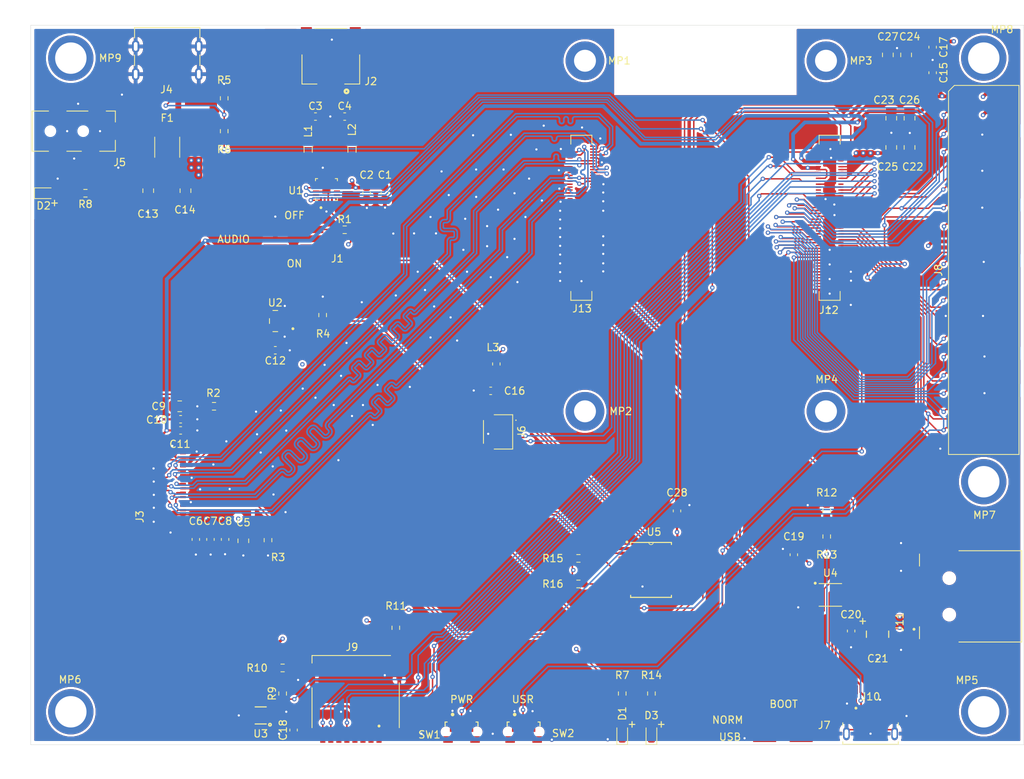
<source format=kicad_pcb>
(kicad_pcb (version 20171130) (host pcbnew "(5.1.9)-1")
  (layers (0 F.Cu signal) (1 In1.Cu power hide) (2 In2.Cu power hide) (31 B.Cu signal) (34 B.Paste user) (35 F.Paste user) (36 B.SilkS user) (37 F.SilkS user) (38 B.Mask user) (39 F.Mask user) (44 Edge.Cuts user))
  (net 0 "")
  (net 1 +5V)
  (net 2 GND)
  (net 3 "Net-(C3-Pad1)")
  (net 4 "Net-(C4-Pad2)")
  (net 5 +3V3)
  (net 6 +1V8)
  (net 7 "Net-(C18-Pad2)")
  (net 8 "Net-(D1-Pad2)")
  (net 9 "Net-(D2-Pad2)")
  (net 10 "Net-(D3-Pad2)")
  (net 11 "Net-(D3-Pad1)")
  (net 12 "Net-(F1-Pad1)")
  (net 13 /Expander/EXP_P2)
  (net 14 "Net-(J1-Pad2)")
  (net 15 "Net-(J1-Pad1)")
  (net 16 "Net-(J3-Pad25)")
  (net 17 "Net-(J3-Pad24)")
  (net 18 "Net-(J3-Pad7)")
  (net 19 /Lcd_connector/BL_CNTRL)
  (net 20 "Net-(J4-PadA5)")
  (net 21 /CM4_Connector/SCL)
  (net 22 /CM4_Connector/#RPI_BOOT)
  (net 23 "Net-(J7-Pad2)")
  (net 24 "Net-(J7-Pad1)")
  (net 25 /Audio/GPIO21)
  (net 26 /USR)
  (net 27 /CM4_Connector/GPIO20)
  (net 28 /Audio/GPIO19)
  (net 29 /CM4_Connector/GPIO13)
  (net 30 /CM4_Connector/GPIO6)
  (net 31 /CM4_Connector/GPIO12)
  (net 32 /CM4_Connector/GPIO5)
  (net 33 /CM4_Connector/ID_SD)
  (net 34 /CM4_Connector/ID_SC)
  (net 35 /CM4_Connector/GPIO7)
  (net 36 /CM4_Connector/GPIO11)
  (net 37 /CM4_Connector/GPIO8)
  (net 38 /CM4_Connector/GPIO9)
  (net 39 /CM4_Connector/GPIO25)
  (net 40 /CM4_Connector/GPIO10)
  (net 41 /CM4_Connector/GPIO24)
  (net 42 /CM4_Connector/GPIO22)
  (net 43 /CM4_Connector/GPIO23)
  (net 44 /CM4_Connector/GPIO27)
  (net 45 /CM4_Connector/GPIO17)
  (net 46 /Audio/GPIO18)
  (net 47 /CM4_Connector/GPIO15)
  (net 48 /CM4_Connector/GPIO4)
  (net 49 /CM4_Connector/GPIO14)
  (net 50 /CM4_Connector/GPIO3)
  (net 51 /CM4_Connector/GPIO2)
  (net 52 "Net-(J9-Pad10)")
  (net 53 "Net-(J9-Pad9)")
  (net 54 /CM4_Connector/SD_DAT1)
  (net 55 /CM4_Connector/SD_DAT0)
  (net 56 /CM4_Connector/SD_CLK)
  (net 57 /CM4_Connector/SD_CMD)
  (net 58 /CM4_Connector/SD_DAT3)
  (net 59 /CM4_Connector/SD_DAT2)
  (net 60 "Net-(J10-Pad4)")
  (net 61 "Net-(J10-Pad1)")
  (net 62 /CM4_Connector/#EXTRST)
  (net 63 /PWR)
  (net 64 "Net-(J12-Pad97)")
  (net 65 /CM4_Connector/CC1)
  (net 66 "Net-(J12-Pad95)")
  (net 67 /CM4_Connector/RUN_PG)
  (net 68 "Net-(J12-Pad91)")
  (net 69 "Net-(J12-Pad89)")
  (net 70 /CM4_Connector/SD_DET)
  (net 71 /CM4_Connector/SD_PWR_ON)
  (net 72 "Net-(J12-Pad73)")
  (net 73 "Net-(J12-Pad72)")
  (net 74 "Net-(J12-Pad70)")
  (net 75 "Net-(J12-Pad68)")
  (net 76 "Net-(J12-Pad64)")
  (net 77 "Net-(J12-Pad20)")
  (net 78 "Net-(J12-Pad19)")
  (net 79 "Net-(J12-Pad18)")
  (net 80 "Net-(J12-Pad17)")
  (net 81 "Net-(J12-Pad16)")
  (net 82 "Net-(J12-Pad15)")
  (net 83 "Net-(J12-Pad12)")
  (net 84 "Net-(J12-Pad11)")
  (net 85 "Net-(J12-Pad10)")
  (net 86 "Net-(J12-Pad9)")
  (net 87 "Net-(J12-Pad6)")
  (net 88 "Net-(J12-Pad5)")
  (net 89 "Net-(J12-Pad4)")
  (net 90 "Net-(J12-Pad3)")
  (net 91 "Net-(J13-Pad100)")
  (net 92 "Net-(J13-Pad99)")
  (net 93 "Net-(J13-Pad92)")
  (net 94 "Net-(J13-Pad90)")
  (net 95 "Net-(J13-Pad88)")
  (net 96 "Net-(J13-Pad84)")
  (net 97 "Net-(J13-Pad82)")
  (net 98 "Net-(J13-Pad78)")
  (net 99 "Net-(J13-Pad76)")
  (net 100 "Net-(J13-Pad72)")
  (net 101 "Net-(J13-Pad71)")
  (net 102 "Net-(J13-Pad70)")
  (net 103 "Net-(J13-Pad69)")
  (net 104 "Net-(J13-Pad66)")
  (net 105 "Net-(J13-Pad65)")
  (net 106 "Net-(J13-Pad64)")
  (net 107 "Net-(J13-Pad63)")
  (net 108 "Net-(J13-Pad60)")
  (net 109 "Net-(J13-Pad59)")
  (net 110 "Net-(J13-Pad58)")
  (net 111 "Net-(J13-Pad57)")
  (net 112 "Net-(J13-Pad54)")
  (net 113 "Net-(J13-Pad53)")
  (net 114 "Net-(J13-Pad52)")
  (net 115 "Net-(J13-Pad51)")
  (net 116 "Net-(J13-Pad49)")
  (net 117 "Net-(J13-Pad48)")
  (net 118 "Net-(J13-Pad47)")
  (net 119 "Net-(J13-Pad46)")
  (net 120 "Net-(J13-Pad45)")
  (net 121 "Net-(J13-Pad43)")
  (net 122 "Net-(J13-Pad42)")
  (net 123 "Net-(J13-Pad41)")
  (net 124 "Net-(J13-Pad40)")
  (net 125 "Net-(J13-Pad39)")
  (net 126 "Net-(J13-Pad36)")
  (net 127 "Net-(J13-Pad35)")
  (net 128 "Net-(J13-Pad34)")
  (net 129 "Net-(J13-Pad33)")
  (net 130 "Net-(J13-Pad30)")
  (net 131 "Net-(J13-Pad29)")
  (net 132 "Net-(J13-Pad28)")
  (net 133 "Net-(J13-Pad27)")
  (net 134 "Net-(J13-Pad24)")
  (net 135 "Net-(J13-Pad23)")
  (net 136 "Net-(J13-Pad22)")
  (net 137 "Net-(J13-Pad21)")
  (net 138 "Net-(J13-Pad18)")
  (net 139 "Net-(J13-Pad17)")
  (net 140 "Net-(J13-Pad16)")
  (net 141 "Net-(J13-Pad15)")
  (net 142 "Net-(J13-Pad12)")
  (net 143 "Net-(J13-Pad11)")
  (net 144 "Net-(J13-Pad10)")
  (net 145 "Net-(J13-Pad9)")
  (net 146 "Net-(J13-Pad6)")
  (net 147 "Net-(J13-Pad4)")
  (net 148 "Net-(J13-Pad2)")
  (net 149 /CM4_Connector/USB_OTG_ID)
  (net 150 "Net-(L1-Pad1)")
  (net 151 "Net-(L2-Pad1)")
  (net 152 "Net-(MP1-Pad1)")
  (net 153 "Net-(MP2-Pad1)")
  (net 154 "Net-(MP3-Pad1)")
  (net 155 "Net-(MP4-Pad1)")
  (net 156 "Net-(MP5-Pad1)")
  (net 157 "Net-(MP6-Pad1)")
  (net 158 "Net-(MP7-Pad1)")
  (net 159 "Net-(MP8-Pad1)")
  (net 160 "Net-(MP9-Pad1)")
  (net 161 "Net-(R15-Pad2)")
  (net 162 "Net-(U1-Pad2)")
  (net 163 /Expander/EXP_P5)
  (net 164 "Net-(U3-Pad6)")
  (net 165 /Expander/EXP_P7)
  (net 166 /Expander/EXP_P6)
  (net 167 "Net-(U5-Pad11)")
  (net 168 "Net-(U5-Pad10)")
  (net 169 "Net-(U5-Pad7)")
  (net 170 /Expander/EXP_P1)
  (net 171 /Usb/usb_B+)
  (net 172 /Usb/usb_B-)
  (net 173 /Usb/usb_A+)
  (net 174 /Usb/usb_A-)
  (net 175 /usb-)
  (net 176 /usb+)
  (net 177 /MIPI2+)
  (net 178 /MIPI2-)
  (net 179 /MIPI1+)
  (net 180 /MIPI1-)
  (net 181 /MIPICLK+)
  (net 182 /MIPICLK-)
  (net 183 /MIPI0+)
  (net 184 /MIPI0-)
  (net 185 /MIPI3+)
  (net 186 /MIPI3-)
  (net 187 /Expander/EXP_P3)
  (net 188 /CM4_Connector/SDA)
  (net 189 "Net-(C16-Pad2)")
  (net 190 /Expander/EXP_P0)
  (net 191 /Expander/EXP_INT)
  (module footprintlib:AMPHENOL_1140084168 (layer F.Cu) (at 74.5 158)
    (fp_text reference J9 (at -0.51 -11.35) (layer F.SilkS))
    (fp_text value 1140084168)
    (pad S4 smd rect (at -5.95 -6.85) (size 0.8 1.5) (layers F.Cu F.Paste F.Mask) (net 2 GND))
    (pad S3 smd rect (at 5.975 -7.5) (size 0.8 1.4) (layers F.Cu F.Paste F.Mask) (net 2 GND))
    (pad S2 smd rect (at -5.7 0.75) (size 1.3 1.5) (layers F.Cu F.Paste F.Mask) (net 2 GND))
    (pad S1 smd rect (at 5.65 0.75) (size 1.5 1.5) (layers F.Cu F.Paste F.Mask) (net 2 GND))
    (pad 10 smd rect (at -5.625 -8.35) (size 1.45 1) (layers F.Cu F.Paste F.Mask) (net 52 "Net-(J9-Pad10)"))
    (pad 9 smd rect (at 5.575 -9.925) (size 1 1.55) (layers F.Cu F.Paste F.Mask) (net 53 "Net-(J9-Pad9)"))
    (pad 8 smd rect (at -4.5 0.875) (size 0.7 1.75) (layers F.Cu F.Paste F.Mask) (net 54 /CM4_Connector/SD_DAT1))
    (pad 7 smd rect (at -3.4 0.875) (size 0.7 1.75) (layers F.Cu F.Paste F.Mask) (net 55 /CM4_Connector/SD_DAT0))
    (pad 6 smd rect (at -2.3 0.875) (size 0.7 1.75) (layers F.Cu F.Paste F.Mask) (net 2 GND))
    (pad 5 smd rect (at -1.2 0.875) (size 0.7 1.75) (layers F.Cu F.Paste F.Mask) (net 56 /CM4_Connector/SD_CLK))
    (pad 4 smd rect (at -0.1 0.875) (size 0.7 1.75) (layers F.Cu F.Paste F.Mask) (net 7 "Net-(C18-Pad2)"))
    (pad 3 smd rect (at 1 0.875) (size 0.7 1.75) (layers F.Cu F.Paste F.Mask) (net 57 /CM4_Connector/SD_CMD))
    (pad 2 smd rect (at 2.1 0.875) (size 0.7 1.75) (layers F.Cu F.Paste F.Mask) (net 58 /CM4_Connector/SD_DAT3))
    (pad 1 smd rect (at 3.2 0.875) (size 0.7 1.75) (layers F.Cu F.Paste F.Mask) (net 59 /CM4_Connector/SD_DAT2))
  )
  (module footprintlib:SIP32431DR3-T1GE3 (layer F.Cu) (at 61.5 156 180)
    (fp_text reference U3 (at 0 -2.5) (layer F.SilkS))
    (fp_text value SIP32431DR3-T1GE3 hide)
    (pad 1 smd rect (at -1.0414 -0.649999 180) (size 0.8128 0.3556) (layers F.Cu F.Paste F.Mask) (net 7 "Net-(C18-Pad2)"))
    (pad 2 smd rect (at -1.0414 0 180) (size 0.8128 0.3556) (layers F.Cu F.Paste F.Mask) (net 2 GND))
    (pad 3 smd rect (at -1.0414 0.649999 180) (size 0.8128 0.3556) (layers F.Cu F.Paste F.Mask) (net 71 /CM4_Connector/SD_PWR_ON))
    (pad 4 smd rect (at 1.0414 0.649999 180) (size 0.8128 0.3556) (layers F.Cu F.Paste F.Mask) (net 5 +3V3))
    (pad 5 smd rect (at 1.0414 0 180) (size 0.8128 0.3556) (layers F.Cu F.Paste F.Mask) (net 2 GND))
    (pad 6 smd rect (at 1.0414 -0.649999 180) (size 0.8128 0.3556) (layers F.Cu F.Paste F.Mask) (net 164 "Net-(U3-Pad6)"))
  )
  (module footprintlib:CUI_UJC-HP-3-SMT-TR (layer F.Cu) (at 48.7 68.2 180)
    (fp_text reference J4 (at 0.1 -2.1) (layer F.SilkS))
    (fp_text value UJC-HP-3-SMT-TR)
    (pad S3 thru_hole oval (at -4.32 3.8 180) (size 1 1.7) (drill oval 0.5 1.2) (layers *.Cu *.Mask) (net 2 GND))
    (pad S1 thru_hole oval (at -4.32 0 180) (size 1 1.7) (drill oval 0.5 1.2) (layers *.Cu *.Mask) (net 2 GND))
    (pad S2 thru_hole oval (at 4.32 0 180) (size 1 1.7) (drill oval 0.5 1.2) (layers *.Cu *.Mask) (net 2 GND))
    (pad A12 smd rect (at 2.75 0 180) (size 0.9 1.15) (layers F.Cu F.Paste F.Mask) (net 2 GND))
    (pad B12 smd rect (at -2.75 0 180) (size 0.9 1.15) (layers F.Cu F.Paste F.Mask) (net 2 GND))
    (pad A9 smd rect (at 1.52 0 180) (size 0.8 1.15) (layers F.Cu F.Paste F.Mask) (net 12 "Net-(F1-Pad1)"))
    (pad B9 smd rect (at -1.52 0 180) (size 0.8 1.15) (layers F.Cu F.Paste F.Mask) (net 12 "Net-(F1-Pad1)"))
    (pad A5 smd rect (at -0.5 0 180) (size 0.7 1.15) (layers F.Cu F.Paste F.Mask) (net 20 "Net-(J4-PadA5)"))
    (pad B5 smd rect (at 0.5 0 180) (size 0.7 1.15) (layers F.Cu F.Paste F.Mask) (net 20 "Net-(J4-PadA5)"))
    (pad S4 thru_hole oval (at 4.32 3.8 180) (size 1 1.7) (drill oval 0.5 1.2) (layers *.Cu *.Mask) (net 2 GND))
  )
  (module footprintlib:SOP65P780X200-20N (layer F.Cu) (at 114.945 136.075401)
    (fp_text reference U5 (at 0.40758 -5.19657) (layer F.SilkS))
    (fp_text value MCP23008T-E_SS)
    (pad 20 smd rect (at 3.6068 -2.921) (size 1.6764 0.4318) (layers F.Cu F.Paste F.Mask) (net 5 +3V3))
    (pad 19 smd rect (at 3.6068 -2.286) (size 1.6764 0.4318) (layers F.Cu F.Paste F.Mask) (net 165 /Expander/EXP_P7))
    (pad 18 smd rect (at 3.6068 -1.6256) (size 1.6764 0.4318) (layers F.Cu F.Paste F.Mask) (net 166 /Expander/EXP_P6))
    (pad 17 smd rect (at 3.6068 -0.9652) (size 1.6764 0.4318) (layers F.Cu F.Paste F.Mask) (net 163 /Expander/EXP_P5))
    (pad 16 smd rect (at 3.6068 -0.3302) (size 1.6764 0.4318) (layers F.Cu F.Paste F.Mask) (net 19 /Lcd_connector/BL_CNTRL))
    (pad 15 smd rect (at 3.6068 0.3302) (size 1.6764 0.4318) (layers F.Cu F.Paste F.Mask) (net 187 /Expander/EXP_P3))
    (pad 14 smd rect (at 3.6068 0.9652) (size 1.6764 0.4318) (layers F.Cu F.Paste F.Mask) (net 13 /Expander/EXP_P2))
    (pad 13 smd rect (at 3.6068 1.6256) (size 1.6764 0.4318) (layers F.Cu F.Paste F.Mask) (net 170 /Expander/EXP_P1))
    (pad 12 smd rect (at 3.6068 2.286) (size 1.6764 0.4318) (layers F.Cu F.Paste F.Mask) (net 190 /Expander/EXP_P0))
    (pad 11 smd rect (at 3.6068 2.921) (size 1.6764 0.4318) (layers F.Cu F.Paste F.Mask) (net 167 "Net-(U5-Pad11)"))
    (pad 10 smd rect (at -3.6068 2.921) (size 1.6764 0.4318) (layers F.Cu F.Paste F.Mask) (net 168 "Net-(U5-Pad10)"))
    (pad 9 smd rect (at -3.6068 2.286) (size 1.6764 0.4318) (layers F.Cu F.Paste F.Mask) (net 2 GND))
    (pad 8 smd rect (at -3.6068 1.6256) (size 1.6764 0.4318) (layers F.Cu F.Paste F.Mask) (net 191 /Expander/EXP_INT))
    (pad 7 smd rect (at -3.6068 0.9652) (size 1.6764 0.4318) (layers F.Cu F.Paste F.Mask) (net 169 "Net-(U5-Pad7)"))
    (pad 6 smd rect (at -3.6068 0.3302) (size 1.6764 0.4318) (layers F.Cu F.Paste F.Mask) (net 161 "Net-(R15-Pad2)"))
    (pad 5 smd rect (at -3.6068 -0.3302) (size 1.6764 0.4318) (layers F.Cu F.Paste F.Mask) (net 2 GND))
    (pad 4 smd rect (at -3.6068 -0.9652) (size 1.6764 0.4318) (layers F.Cu F.Paste F.Mask) (net 2 GND))
    (pad 3 smd rect (at -3.6068 -1.6256) (size 1.6764 0.4318) (layers F.Cu F.Paste F.Mask) (net 2 GND))
    (pad 2 smd rect (at -3.6068 -2.286) (size 1.6764 0.4318) (layers F.Cu F.Paste F.Mask) (net 188 /CM4_Connector/SDA))
    (pad 1 smd rect (at -3.6068 -2.921) (size 1.6764 0.4318) (layers F.Cu F.Paste F.Mask) (net 21 /CM4_Connector/SCL))
  )
  (module footprintlib:CUI_PJ-030DH-SMT-TR (layer F.Cu) (at 42.4 76 180)
    (fp_text reference J5 (at 0.21 -4.27) (layer F.SilkS) (effects (font (size 1.000323 1.000323))))
    (fp_text value PJ-030DH-SMT-TR)
    (pad None np_thru_hole circle (at 9.7 0 180) (size 1 1) (drill 1) (layers *.Cu *.Mask))
    (pad None np_thru_hole circle (at 5.2 0 180) (size 1 1) (drill 1) (layers *.Cu *.Mask))
    (pad S1 smd rect (at 8.7 -3.75 180) (size 2 2.5) (layers F.Cu F.Paste F.Mask) (net 2 GND))
    (pad S2 smd rect (at 8.7 3.75 180) (size 2 2.5) (layers F.Cu F.Paste F.Mask) (net 2 GND))
    (pad 1 smd rect (at 0 0 180) (size 2.4 2) (layers F.Cu F.Paste F.Mask) (net 12 "Net-(F1-Pad1)"))
    (pad 2 smd rect (at 3.3 3.75 180) (size 2 2.5) (layers F.Cu F.Paste F.Mask) (net 2 GND))
    (pad 3 smd rect (at 4.2 -3.75 180) (size 2 2.5) (layers F.Cu F.Paste F.Mask) (net 2 GND))
  )
  (module footprintlib:SOP50P490X110-10N (layer F.Cu) (at 139.5 139.5)
    (fp_text reference U4 (at 0 -3) (layer F.SilkS))
    (fp_text value FSUSB42MUX)
    (pad 10 smd rect (at 2.105 -1) (size 1.5 0.28) (layers F.Cu F.Paste F.Mask) (net 2 GND))
    (pad 9 smd rect (at 2.105 -0.5) (size 1.5 0.28) (layers F.Cu F.Paste F.Mask) (net 171 /Usb/usb_B+))
    (pad 8 smd rect (at 2.105 0) (size 1.5 0.28) (layers F.Cu F.Paste F.Mask) (net 172 /Usb/usb_B-))
    (pad 7 smd rect (at 2.105 0.5) (size 1.5 0.28) (layers F.Cu F.Paste F.Mask) (net 173 /Usb/usb_A+))
    (pad 6 smd rect (at 2.105 1) (size 1.5 0.28) (layers F.Cu F.Paste F.Mask) (net 174 /Usb/usb_A-))
    (pad 5 smd rect (at -2.105 1) (size 1.5 0.28) (layers F.Cu F.Paste F.Mask) (net 2 GND))
    (pad 4 smd rect (at -2.105 0.5) (size 1.5 0.28) (layers F.Cu F.Paste F.Mask) (net 175 /usb-))
    (pad 3 smd rect (at -2.105 0) (size 1.5 0.28) (layers F.Cu F.Paste F.Mask) (net 176 /usb+))
    (pad 2 smd rect (at -2.105 -0.5) (size 1.5 0.28) (layers F.Cu F.Paste F.Mask) (net 149 /CM4_Connector/USB_OTG_ID))
    (pad 1 smd rect (at -2.105 -1) (size 1.5 0.28) (layers F.Cu F.Paste F.Mask) (net 5 +3V3))
  )
  (module footprintlib:CUI_UJ2-AH-4-SMT (layer F.Cu) (at 151.7 143.2 90)
    (fp_text reference J11 (at 0 -2.7 90) (layer F.SilkS))
    (fp_text value UJ2-AH-4-SMT)
    (pad None np_thru_hole circle (at 6 4.08 90) (size 1.3 1.3) (drill 1.3) (layers *.Cu *.Mask))
    (pad None np_thru_hole circle (at 1 4.08 90) (size 1.3 1.3) (drill 1.3) (layers *.Cu *.Mask))
    (pad SH2 smd rect (at 10.75 2.375 90) (size 2.5 5.15) (layers F.Cu F.Paste F.Mask) (net 2 GND))
    (pad SH1 smd rect (at -3.75 2.375 90) (size 2.5 5.15) (layers F.Cu F.Paste F.Mask) (net 2 GND))
    (pad 4 smd rect (at 7 0 90) (size 0.9 2.5) (layers F.Cu F.Paste F.Mask) (net 2 GND))
    (pad 3 smd rect (at 4.5 0 90) (size 0.9 2.5) (layers F.Cu F.Paste F.Mask) (net 173 /Usb/usb_A+))
    (pad 2 smd rect (at 2.5 0 90) (size 0.9 2.5) (layers F.Cu F.Paste F.Mask) (net 174 /Usb/usb_A-))
    (pad 1 smd rect (at 0 0 90) (size 0.9 2.5) (layers F.Cu F.Paste F.Mask) (net 1 +5V))
  )
  (module footprintlib:T520B227M006ATE045 (layer F.Cu) (at 145.96 144.88 270)
    (fp_text reference C21 (at 3.33 -0.04 180) (layer F.SilkS))
    (fp_text value T520B107M010ATE070 hide)
    (pad 2 smd rect (at 1.249722 0) (size 2.399995 1.505349) (layers F.Cu F.Paste F.Mask) (net 2 GND))
    (pad 1 smd rect (at -1.249722 0) (size 2.399995 1.505349) (layers F.Cu F.Paste F.Mask) (net 1 +5V))
  )
  (module footprintlib:LED_0603_1608Metric (layer F.Cu) (at 115 158.5 90)
    (fp_text reference D3 (at 2.5 0 180) (layer F.SilkS))
    (fp_text value LTST-C191KGKT)
    (fp_text user + (at 1.27 1.27 90) (layer F.SilkS))
    (pad 2 smd roundrect (at 0.7875 0 90) (size 0.875 0.95) (layers F.Cu F.Paste F.Mask) (net 10 "Net-(D3-Pad2)"))
    (pad 1 smd roundrect (at -0.7875 0 90) (size 0.875 0.95) (layers F.Cu F.Paste F.Mask) (net 11 "Net-(D3-Pad1)"))
  )
  (module footprintlib:LED_0603_1608Metric (layer F.Cu) (at 111 158.5 90)
    (fp_text reference D1 (at 2.76 0.02 90) (layer F.SilkS))
    (fp_text value LTST-C191KRKT)
    (fp_text user + (at 1.27 1.27 90) (layer F.SilkS))
    (pad 2 smd roundrect (at 0.7875 0 90) (size 0.875 0.95) (layers F.Cu F.Paste F.Mask) (net 8 "Net-(D1-Pad2)"))
    (pad 1 smd roundrect (at -0.7875 0 90) (size 0.875 0.95) (layers F.Cu F.Paste F.Mask) (net 2 GND))
  )
  (module footprintlib:LED_0603_1608Metric (layer F.Cu) (at 32 84.5)
    (fp_text reference D2 (at -0.222 1.713) (layer F.SilkS))
    (fp_text value LTST-C191KRKT)
    (fp_text user + (at 1.27 1.27) (layer F.SilkS))
    (pad 2 smd roundrect (at 0.7875 0) (size 0.875 0.95) (layers F.Cu F.Paste F.Mask) (net 9 "Net-(D2-Pad2)"))
    (pad 1 smd roundrect (at -0.7875 0) (size 0.875 0.95) (layers F.Cu F.Paste F.Mask) (net 2 GND))
  )
  (module "footprintlib:HRS_DF40C-100DS-0.4V(51)" (layer F.Cu) (at 139.4 87.86 90)
    (fp_text reference J12 (at -12.64 -0.1 180) (layer F.SilkS))
    (fp_text value "DF40C-100DS-0.4V(51)")
    (pad 100 smd rect (at 9.8 -1.54 90) (size 0.2 0.7) (layers F.Cu F.Paste F.Mask) (net 62 /CM4_Connector/#EXTRST))
    (pad 99 smd rect (at 9.8 1.54 90) (size 0.2 0.7) (layers F.Cu F.Paste F.Mask) (net 63 /PWR))
    (pad 98 smd rect (at 9.4 -1.54 90) (size 0.2 0.7) (layers F.Cu F.Paste F.Mask) (net 2 GND))
    (pad 97 smd rect (at 9.4 1.54 90) (size 0.2 0.7) (layers F.Cu F.Paste F.Mask) (net 64 "Net-(J12-Pad97)"))
    (pad 96 smd rect (at 9 -1.54 90) (size 0.2 0.7) (layers F.Cu F.Paste F.Mask) (net 65 /CM4_Connector/CC1))
    (pad 95 smd rect (at 9 1.54 90) (size 0.2 0.7) (layers F.Cu F.Paste F.Mask) (net 66 "Net-(J12-Pad95)"))
    (pad 94 smd rect (at 8.6 -1.54 90) (size 0.2 0.7) (layers F.Cu F.Paste F.Mask) (net 2 GND))
    (pad 93 smd rect (at 8.6 1.54 90) (size 0.2 0.7) (layers F.Cu F.Paste F.Mask) (net 22 /CM4_Connector/#RPI_BOOT))
    (pad 92 smd rect (at 8.2 -1.54 90) (size 0.2 0.7) (layers F.Cu F.Paste F.Mask) (net 67 /CM4_Connector/RUN_PG))
    (pad 91 smd rect (at 8.2 1.54 90) (size 0.2 0.7) (layers F.Cu F.Paste F.Mask) (net 68 "Net-(J12-Pad91)"))
    (pad 90 smd rect (at 7.8 -1.54 90) (size 0.2 0.7) (layers F.Cu F.Paste F.Mask) (net 6 +1V8))
    (pad 89 smd rect (at 7.8 1.54 90) (size 0.2 0.7) (layers F.Cu F.Paste F.Mask) (net 69 "Net-(J12-Pad89)"))
    (pad 88 smd rect (at 7.4 -1.54 90) (size 0.2 0.7) (layers F.Cu F.Paste F.Mask) (net 6 +1V8))
    (pad 87 smd rect (at 7.4 1.54 90) (size 0.2 0.7) (layers F.Cu F.Paste F.Mask) (net 1 +5V))
    (pad 86 smd rect (at 7 -1.54 90) (size 0.2 0.7) (layers F.Cu F.Paste F.Mask) (net 5 +3V3))
    (pad 85 smd rect (at 7 1.54 90) (size 0.2 0.7) (layers F.Cu F.Paste F.Mask) (net 1 +5V))
    (pad 84 smd rect (at 6.6 -1.54 90) (size 0.2 0.7) (layers F.Cu F.Paste F.Mask) (net 5 +3V3))
    (pad 83 smd rect (at 6.6 1.54 90) (size 0.2 0.7) (layers F.Cu F.Paste F.Mask) (net 1 +5V))
    (pad 82 smd rect (at 6.2 -1.54 90) (size 0.2 0.7) (layers F.Cu F.Paste F.Mask) (net 188 /CM4_Connector/SDA))
    (pad 81 smd rect (at 6.2 1.54 90) (size 0.2 0.7) (layers F.Cu F.Paste F.Mask) (net 1 +5V))
    (pad 80 smd rect (at 5.8 -1.54 90) (size 0.2 0.7) (layers F.Cu F.Paste F.Mask) (net 21 /CM4_Connector/SCL))
    (pad 79 smd rect (at 5.8 1.54 90) (size 0.2 0.7) (layers F.Cu F.Paste F.Mask) (net 1 +5V))
    (pad 78 smd rect (at 5.4 -1.54 90) (size 0.2 0.7) (layers F.Cu F.Paste F.Mask) (net 5 +3V3))
    (pad 77 smd rect (at 5.4 1.54 90) (size 0.2 0.7) (layers F.Cu F.Paste F.Mask) (net 1 +5V))
    (pad 76 smd rect (at 5 -1.54 90) (size 0.2 0.7) (layers F.Cu F.Paste F.Mask) (net 70 /CM4_Connector/SD_DET))
    (pad 75 smd rect (at 5 1.54 90) (size 0.2 0.7) (layers F.Cu F.Paste F.Mask) (net 71 /CM4_Connector/SD_PWR_ON))
    (pad 74 smd rect (at 4.6 -1.54 90) (size 0.2 0.7) (layers F.Cu F.Paste F.Mask) (net 2 GND))
    (pad 73 smd rect (at 4.6 1.54 90) (size 0.2 0.7) (layers F.Cu F.Paste F.Mask) (net 72 "Net-(J12-Pad73)"))
    (pad 72 smd rect (at 4.2 -1.54 90) (size 0.2 0.7) (layers F.Cu F.Paste F.Mask) (net 73 "Net-(J12-Pad72)"))
    (pad 71 smd rect (at 4.2 1.54 90) (size 0.2 0.7) (layers F.Cu F.Paste F.Mask) (net 2 GND))
    (pad 70 smd rect (at 3.8 -1.54 90) (size 0.2 0.7) (layers F.Cu F.Paste F.Mask) (net 74 "Net-(J12-Pad70)"))
    (pad 69 smd rect (at 3.8 1.54 90) (size 0.2 0.7) (layers F.Cu F.Paste F.Mask) (net 59 /CM4_Connector/SD_DAT2))
    (pad 68 smd rect (at 3.4 -1.54 90) (size 0.2 0.7) (layers F.Cu F.Paste F.Mask) (net 75 "Net-(J12-Pad68)"))
    (pad 67 smd rect (at 3.4 1.54 90) (size 0.2 0.7) (layers F.Cu F.Paste F.Mask) (net 54 /CM4_Connector/SD_DAT1))
    (pad 66 smd rect (at 3 -1.54 90) (size 0.2 0.7) (layers F.Cu F.Paste F.Mask) (net 2 GND))
    (pad 65 smd rect (at 3 1.54 90) (size 0.2 0.7) (layers F.Cu F.Paste F.Mask) (net 2 GND))
    (pad 64 smd rect (at 2.6 -1.54 90) (size 0.2 0.7) (layers F.Cu F.Paste F.Mask) (net 76 "Net-(J12-Pad64)"))
    (pad 63 smd rect (at 2.6 1.54 90) (size 0.2 0.7) (layers F.Cu F.Paste F.Mask) (net 55 /CM4_Connector/SD_DAT0))
    (pad 62 smd rect (at 2.2 -1.54 90) (size 0.2 0.7) (layers F.Cu F.Paste F.Mask) (net 57 /CM4_Connector/SD_CMD))
    (pad 61 smd rect (at 2.2 1.54 90) (size 0.2 0.7) (layers F.Cu F.Paste F.Mask) (net 58 /CM4_Connector/SD_DAT3))
    (pad 60 smd rect (at 1.8 -1.54 90) (size 0.2 0.7) (layers F.Cu F.Paste F.Mask) (net 2 GND))
    (pad 59 smd rect (at 1.8 1.54 90) (size 0.2 0.7) (layers F.Cu F.Paste F.Mask) (net 2 GND))
    (pad 58 smd rect (at 1.4 -1.54 90) (size 0.2 0.7) (layers F.Cu F.Paste F.Mask) (net 51 /CM4_Connector/GPIO2))
    (pad 57 smd rect (at 1.4 1.54 90) (size 0.2 0.7) (layers F.Cu F.Paste F.Mask) (net 56 /CM4_Connector/SD_CLK))
    (pad 56 smd rect (at 1 -1.54 90) (size 0.2 0.7) (layers F.Cu F.Paste F.Mask) (net 50 /CM4_Connector/GPIO3))
    (pad 55 smd rect (at 1 1.54 90) (size 0.2 0.7) (layers F.Cu F.Paste F.Mask) (net 49 /CM4_Connector/GPIO14))
    (pad 54 smd rect (at 0.6 -1.54 90) (size 0.2 0.7) (layers F.Cu F.Paste F.Mask) (net 48 /CM4_Connector/GPIO4))
    (pad 53 smd rect (at 0.6 1.54 90) (size 0.2 0.7) (layers F.Cu F.Paste F.Mask) (net 2 GND))
    (pad 52 smd rect (at 0.2 -1.54 90) (size 0.2 0.7) (layers F.Cu F.Paste F.Mask) (net 2 GND))
    (pad 51 smd rect (at 0.2 1.54 90) (size 0.2 0.7) (layers F.Cu F.Paste F.Mask) (net 47 /CM4_Connector/GPIO15))
    (pad 50 smd rect (at -0.2 -1.54 90) (size 0.2 0.7) (layers F.Cu F.Paste F.Mask) (net 45 /CM4_Connector/GPIO17))
    (pad 49 smd rect (at -0.2 1.54 90) (size 0.2 0.7) (layers F.Cu F.Paste F.Mask) (net 46 /Audio/GPIO18))
    (pad 48 smd rect (at -0.6 -1.54 90) (size 0.2 0.7) (layers F.Cu F.Paste F.Mask) (net 44 /CM4_Connector/GPIO27))
    (pad 47 smd rect (at -0.6 1.54 90) (size 0.2 0.7) (layers F.Cu F.Paste F.Mask) (net 43 /CM4_Connector/GPIO23))
    (pad 46 smd rect (at -1 -1.54 90) (size 0.2 0.7) (layers F.Cu F.Paste F.Mask) (net 42 /CM4_Connector/GPIO22))
    (pad 45 smd rect (at -1 1.54 90) (size 0.2 0.7) (layers F.Cu F.Paste F.Mask) (net 41 /CM4_Connector/GPIO24))
    (pad 44 smd rect (at -1.4 -1.54 90) (size 0.2 0.7) (layers F.Cu F.Paste F.Mask) (net 40 /CM4_Connector/GPIO10))
    (pad 43 smd rect (at -1.4 1.54 90) (size 0.2 0.7) (layers F.Cu F.Paste F.Mask) (net 2 GND))
    (pad 42 smd rect (at -1.8 -1.54 90) (size 0.2 0.7) (layers F.Cu F.Paste F.Mask) (net 2 GND))
    (pad 41 smd rect (at -1.8 1.54 90) (size 0.2 0.7) (layers F.Cu F.Paste F.Mask) (net 39 /CM4_Connector/GPIO25))
    (pad 40 smd rect (at -2.2 -1.54 90) (size 0.2 0.7) (layers F.Cu F.Paste F.Mask) (net 38 /CM4_Connector/GPIO9))
    (pad 39 smd rect (at -2.2 1.54 90) (size 0.2 0.7) (layers F.Cu F.Paste F.Mask) (net 37 /CM4_Connector/GPIO8))
    (pad 38 smd rect (at -2.6 -1.54 90) (size 0.2 0.7) (layers F.Cu F.Paste F.Mask) (net 36 /CM4_Connector/GPIO11))
    (pad 37 smd rect (at -2.6 1.54 90) (size 0.2 0.7) (layers F.Cu F.Paste F.Mask) (net 35 /CM4_Connector/GPIO7))
    (pad 36 smd rect (at -3 -1.54 90) (size 0.2 0.7) (layers F.Cu F.Paste F.Mask) (net 33 /CM4_Connector/ID_SD))
    (pad 35 smd rect (at -3 1.54 90) (size 0.2 0.7) (layers F.Cu F.Paste F.Mask) (net 34 /CM4_Connector/ID_SC))
    (pad 34 smd rect (at -3.4 -1.54 90) (size 0.2 0.7) (layers F.Cu F.Paste F.Mask) (net 32 /CM4_Connector/GPIO5))
    (pad 33 smd rect (at -3.4 1.54 90) (size 0.2 0.7) (layers F.Cu F.Paste F.Mask) (net 2 GND))
    (pad 32 smd rect (at -3.8 -1.54 90) (size 0.2 0.7) (layers F.Cu F.Paste F.Mask) (net 2 GND))
    (pad 31 smd rect (at -3.8 1.54 90) (size 0.2 0.7) (layers F.Cu F.Paste F.Mask) (net 31 /CM4_Connector/GPIO12))
    (pad 30 smd rect (at -4.2 -1.54 90) (size 0.2 0.7) (layers F.Cu F.Paste F.Mask) (net 30 /CM4_Connector/GPIO6))
    (pad 29 smd rect (at -4.2 1.54 90) (size 0.2 0.7) (layers F.Cu F.Paste F.Mask) (net 191 /Expander/EXP_INT))
    (pad 28 smd rect (at -4.6 -1.54 90) (size 0.2 0.7) (layers F.Cu F.Paste F.Mask) (net 29 /CM4_Connector/GPIO13))
    (pad 27 smd rect (at -4.6 1.54 90) (size 0.2 0.7) (layers F.Cu F.Paste F.Mask) (net 27 /CM4_Connector/GPIO20))
    (pad 26 smd rect (at -5 -1.54 90) (size 0.2 0.7) (layers F.Cu F.Paste F.Mask) (net 28 /Audio/GPIO19))
    (pad 25 smd rect (at -5 1.54 90) (size 0.2 0.7) (layers F.Cu F.Paste F.Mask) (net 25 /Audio/GPIO21))
    (pad 24 smd rect (at -5.4 -1.54 90) (size 0.2 0.7) (layers F.Cu F.Paste F.Mask) (net 26 /USR))
    (pad 23 smd rect (at -5.4 1.54 90) (size 0.2 0.7) (layers F.Cu F.Paste F.Mask) (net 2 GND))
    (pad 22 smd rect (at -5.8 -1.54 90) (size 0.2 0.7) (layers F.Cu F.Paste F.Mask) (net 2 GND))
    (pad 21 smd rect (at -5.8 1.54 90) (size 0.2 0.7) (layers F.Cu F.Paste F.Mask) (net 11 "Net-(D3-Pad1)"))
    (pad 20 smd rect (at -6.2 -1.54 90) (size 0.2 0.7) (layers F.Cu F.Paste F.Mask) (net 77 "Net-(J12-Pad20)"))
    (pad 19 smd rect (at -6.2 1.54 90) (size 0.2 0.7) (layers F.Cu F.Paste F.Mask) (net 78 "Net-(J12-Pad19)"))
    (pad 18 smd rect (at -6.6 -1.54 90) (size 0.2 0.7) (layers F.Cu F.Paste F.Mask) (net 79 "Net-(J12-Pad18)"))
    (pad 17 smd rect (at -6.6 1.54 90) (size 0.2 0.7) (layers F.Cu F.Paste F.Mask) (net 80 "Net-(J12-Pad17)"))
    (pad 16 smd rect (at -7 -1.54 90) (size 0.2 0.7) (layers F.Cu F.Paste F.Mask) (net 81 "Net-(J12-Pad16)"))
    (pad 15 smd rect (at -7 1.54 90) (size 0.2 0.7) (layers F.Cu F.Paste F.Mask) (net 82 "Net-(J12-Pad15)"))
    (pad 14 smd rect (at -7.4 -1.54 90) (size 0.2 0.7) (layers F.Cu F.Paste F.Mask) (net 2 GND))
    (pad 13 smd rect (at -7.4 1.54 90) (size 0.2 0.7) (layers F.Cu F.Paste F.Mask) (net 2 GND))
    (pad 12 smd rect (at -7.8 -1.54 90) (size 0.2 0.7) (layers F.Cu F.Paste F.Mask) (net 83 "Net-(J12-Pad12)"))
    (pad 11 smd rect (at -7.8 1.54 90) (size 0.2 0.7) (layers F.Cu F.Paste F.Mask) (net 84 "Net-(J12-Pad11)"))
    (pad 10 smd rect (at -8.2 -1.54 90) (size 0.2 0.7) (layers F.Cu F.Paste F.Mask) (net 85 "Net-(J12-Pad10)"))
    (pad 9 smd rect (at -8.2 1.54 90) (size 0.2 0.7) (layers F.Cu F.Paste F.Mask) (net 86 "Net-(J12-Pad9)"))
    (pad 8 smd rect (at -8.6 -1.54 90) (size 0.2 0.7) (layers F.Cu F.Paste F.Mask) (net 2 GND))
    (pad 7 smd rect (at -8.6 1.54 90) (size 0.2 0.7) (layers F.Cu F.Paste F.Mask) (net 2 GND))
    (pad 6 smd rect (at -9 -1.54 90) (size 0.2 0.7) (layers F.Cu F.Paste F.Mask) (net 87 "Net-(J12-Pad6)"))
    (pad 5 smd rect (at -9 1.54 90) (size 0.2 0.7) (layers F.Cu F.Paste F.Mask) (net 88 "Net-(J12-Pad5)"))
    (pad 4 smd rect (at -9.4 -1.54 90) (size 0.2 0.7) (layers F.Cu F.Paste F.Mask) (net 89 "Net-(J12-Pad4)"))
    (pad 3 smd rect (at -9.4 1.54 90) (size 0.2 0.7) (layers F.Cu F.Paste F.Mask) (net 90 "Net-(J12-Pad3)"))
    (pad 2 smd rect (at -9.8 -1.54 90) (size 0.2 0.7) (layers F.Cu F.Paste F.Mask) (net 2 GND))
    (pad 1 smd rect (at -9.8 1.54 90) (size 0.2 0.7) (layers F.Cu F.Paste F.Mask) (net 2 GND))
  )
  (module "footprintlib:HRS_DF40C-100DS-0.4V(51)" (layer F.Cu) (at 105.4 87.86 90)
    (fp_text reference J13 (at -12.44 0.1 180) (layer F.SilkS))
    (fp_text value "DF40C-100DS-0.4V(51)")
    (pad 100 smd rect (at 9.8 -1.54 90) (size 0.2 0.7) (layers F.Cu F.Paste F.Mask) (net 91 "Net-(J13-Pad100)"))
    (pad 99 smd rect (at 9.8 1.54 90) (size 0.2 0.7) (layers F.Cu F.Paste F.Mask) (net 92 "Net-(J13-Pad99)"))
    (pad 98 smd rect (at 9.4 -1.54 90) (size 0.2 0.7) (layers F.Cu F.Paste F.Mask) (net 2 GND))
    (pad 97 smd rect (at 9.4 1.54 90) (size 0.2 0.7) (layers F.Cu F.Paste F.Mask) (net 2 GND))
    (pad 96 smd rect (at 9 -1.54 90) (size 0.2 0.7) (layers F.Cu F.Paste F.Mask) (net 185 /MIPI3+))
    (pad 95 smd rect (at 9 1.54 90) (size 0.2 0.7) (layers F.Cu F.Paste F.Mask) (net 177 /MIPI2+))
    (pad 94 smd rect (at 8.6 -1.54 90) (size 0.2 0.7) (layers F.Cu F.Paste F.Mask) (net 186 /MIPI3-))
    (pad 93 smd rect (at 8.6 1.54 90) (size 0.2 0.7) (layers F.Cu F.Paste F.Mask) (net 178 /MIPI2-))
    (pad 92 smd rect (at 8.2 -1.54 90) (size 0.2 0.7) (layers F.Cu F.Paste F.Mask) (net 93 "Net-(J13-Pad92)"))
    (pad 91 smd rect (at 8.2 1.54 90) (size 0.2 0.7) (layers F.Cu F.Paste F.Mask) (net 2 GND))
    (pad 90 smd rect (at 7.8 -1.54 90) (size 0.2 0.7) (layers F.Cu F.Paste F.Mask) (net 94 "Net-(J13-Pad90)"))
    (pad 89 smd rect (at 7.8 1.54 90) (size 0.2 0.7) (layers F.Cu F.Paste F.Mask) (net 181 /MIPICLK+))
    (pad 88 smd rect (at 7.4 -1.54 90) (size 0.2 0.7) (layers F.Cu F.Paste F.Mask) (net 95 "Net-(J13-Pad88)"))
    (pad 87 smd rect (at 7.4 1.54 90) (size 0.2 0.7) (layers F.Cu F.Paste F.Mask) (net 182 /MIPICLK-))
    (pad 86 smd rect (at 7 -1.54 90) (size 0.2 0.7) (layers F.Cu F.Paste F.Mask) (net 2 GND))
    (pad 85 smd rect (at 7 1.54 90) (size 0.2 0.7) (layers F.Cu F.Paste F.Mask) (net 2 GND))
    (pad 84 smd rect (at 6.6 -1.54 90) (size 0.2 0.7) (layers F.Cu F.Paste F.Mask) (net 96 "Net-(J13-Pad84)"))
    (pad 83 smd rect (at 6.6 1.54 90) (size 0.2 0.7) (layers F.Cu F.Paste F.Mask) (net 179 /MIPI1+))
    (pad 82 smd rect (at 6.2 -1.54 90) (size 0.2 0.7) (layers F.Cu F.Paste F.Mask) (net 97 "Net-(J13-Pad82)"))
    (pad 81 smd rect (at 6.2 1.54 90) (size 0.2 0.7) (layers F.Cu F.Paste F.Mask) (net 180 /MIPI1-))
    (pad 80 smd rect (at 5.8 -1.54 90) (size 0.2 0.7) (layers F.Cu F.Paste F.Mask) (net 2 GND))
    (pad 79 smd rect (at 5.8 1.54 90) (size 0.2 0.7) (layers F.Cu F.Paste F.Mask) (net 2 GND))
    (pad 78 smd rect (at 5.4 -1.54 90) (size 0.2 0.7) (layers F.Cu F.Paste F.Mask) (net 98 "Net-(J13-Pad78)"))
    (pad 77 smd rect (at 5.4 1.54 90) (size 0.2 0.7) (layers F.Cu F.Paste F.Mask) (net 183 /MIPI0+))
    (pad 76 smd rect (at 5 -1.54 90) (size 0.2 0.7) (layers F.Cu F.Paste F.Mask) (net 99 "Net-(J13-Pad76)"))
    (pad 75 smd rect (at 5 1.54 90) (size 0.2 0.7) (layers F.Cu F.Paste F.Mask) (net 184 /MIPI0-))
    (pad 74 smd rect (at 4.6 -1.54 90) (size 0.2 0.7) (layers F.Cu F.Paste F.Mask) (net 2 GND))
    (pad 73 smd rect (at 4.6 1.54 90) (size 0.2 0.7) (layers F.Cu F.Paste F.Mask) (net 2 GND))
    (pad 72 smd rect (at 4.2 -1.54 90) (size 0.2 0.7) (layers F.Cu F.Paste F.Mask) (net 100 "Net-(J13-Pad72)"))
    (pad 71 smd rect (at 4.2 1.54 90) (size 0.2 0.7) (layers F.Cu F.Paste F.Mask) (net 101 "Net-(J13-Pad71)"))
    (pad 70 smd rect (at 3.8 -1.54 90) (size 0.2 0.7) (layers F.Cu F.Paste F.Mask) (net 102 "Net-(J13-Pad70)"))
    (pad 69 smd rect (at 3.8 1.54 90) (size 0.2 0.7) (layers F.Cu F.Paste F.Mask) (net 103 "Net-(J13-Pad69)"))
    (pad 68 smd rect (at 3.4 -1.54 90) (size 0.2 0.7) (layers F.Cu F.Paste F.Mask) (net 2 GND))
    (pad 67 smd rect (at 3.4 1.54 90) (size 0.2 0.7) (layers F.Cu F.Paste F.Mask) (net 2 GND))
    (pad 66 smd rect (at 3 -1.54 90) (size 0.2 0.7) (layers F.Cu F.Paste F.Mask) (net 104 "Net-(J13-Pad66)"))
    (pad 65 smd rect (at 3 1.54 90) (size 0.2 0.7) (layers F.Cu F.Paste F.Mask) (net 105 "Net-(J13-Pad65)"))
    (pad 64 smd rect (at 2.6 -1.54 90) (size 0.2 0.7) (layers F.Cu F.Paste F.Mask) (net 106 "Net-(J13-Pad64)"))
    (pad 63 smd rect (at 2.6 1.54 90) (size 0.2 0.7) (layers F.Cu F.Paste F.Mask) (net 107 "Net-(J13-Pad63)"))
    (pad 62 smd rect (at 2.2 -1.54 90) (size 0.2 0.7) (layers F.Cu F.Paste F.Mask) (net 2 GND))
    (pad 61 smd rect (at 2.2 1.54 90) (size 0.2 0.7) (layers F.Cu F.Paste F.Mask) (net 2 GND))
    (pad 60 smd rect (at 1.8 -1.54 90) (size 0.2 0.7) (layers F.Cu F.Paste F.Mask) (net 108 "Net-(J13-Pad60)"))
    (pad 59 smd rect (at 1.8 1.54 90) (size 0.2 0.7) (layers F.Cu F.Paste F.Mask) (net 109 "Net-(J13-Pad59)"))
    (pad 58 smd rect (at 1.4 -1.54 90) (size 0.2 0.7) (layers F.Cu F.Paste F.Mask) (net 110 "Net-(J13-Pad58)"))
    (pad 57 smd rect (at 1.4 1.54 90) (size 0.2 0.7) (layers F.Cu F.Paste F.Mask) (net 111 "Net-(J13-Pad57)"))
    (pad 56 smd rect (at 1 -1.54 90) (size 0.2 0.7) (layers F.Cu F.Paste F.Mask) (net 2 GND))
    (pad 55 smd rect (at 1 1.54 90) (size 0.2 0.7) (layers F.Cu F.Paste F.Mask) (net 2 GND))
    (pad 54 smd rect (at 0.6 -1.54 90) (size 0.2 0.7) (layers F.Cu F.Paste F.Mask) (net 112 "Net-(J13-Pad54)"))
    (pad 53 smd rect (at 0.6 1.54 90) (size 0.2 0.7) (layers F.Cu F.Paste F.Mask) (net 113 "Net-(J13-Pad53)"))
    (pad 52 smd rect (at 0.2 -1.54 90) (size 0.2 0.7) (layers F.Cu F.Paste F.Mask) (net 114 "Net-(J13-Pad52)"))
    (pad 51 smd rect (at 0.2 1.54 90) (size 0.2 0.7) (layers F.Cu F.Paste F.Mask) (net 115 "Net-(J13-Pad51)"))
    (pad 50 smd rect (at -0.2 -1.54 90) (size 0.2 0.7) (layers F.Cu F.Paste F.Mask) (net 2 GND))
    (pad 49 smd rect (at -0.2 1.54 90) (size 0.2 0.7) (layers F.Cu F.Paste F.Mask) (net 116 "Net-(J13-Pad49)"))
    (pad 48 smd rect (at -0.6 -1.54 90) (size 0.2 0.7) (layers F.Cu F.Paste F.Mask) (net 117 "Net-(J13-Pad48)"))
    (pad 47 smd rect (at -0.6 1.54 90) (size 0.2 0.7) (layers F.Cu F.Paste F.Mask) (net 118 "Net-(J13-Pad47)"))
    (pad 46 smd rect (at -1 -1.54 90) (size 0.2 0.7) (layers F.Cu F.Paste F.Mask) (net 119 "Net-(J13-Pad46)"))
    (pad 45 smd rect (at -1 1.54 90) (size 0.2 0.7) (layers F.Cu F.Paste F.Mask) (net 120 "Net-(J13-Pad45)"))
    (pad 44 smd rect (at -1.4 -1.54 90) (size 0.2 0.7) (layers F.Cu F.Paste F.Mask) (net 2 GND))
    (pad 43 smd rect (at -1.4 1.54 90) (size 0.2 0.7) (layers F.Cu F.Paste F.Mask) (net 121 "Net-(J13-Pad43)"))
    (pad 42 smd rect (at -1.8 -1.54 90) (size 0.2 0.7) (layers F.Cu F.Paste F.Mask) (net 122 "Net-(J13-Pad42)"))
    (pad 41 smd rect (at -1.8 1.54 90) (size 0.2 0.7) (layers F.Cu F.Paste F.Mask) (net 123 "Net-(J13-Pad41)"))
    (pad 40 smd rect (at -2.2 -1.54 90) (size 0.2 0.7) (layers F.Cu F.Paste F.Mask) (net 124 "Net-(J13-Pad40)"))
    (pad 39 smd rect (at -2.2 1.54 90) (size 0.2 0.7) (layers F.Cu F.Paste F.Mask) (net 125 "Net-(J13-Pad39)"))
    (pad 38 smd rect (at -2.6 -1.54 90) (size 0.2 0.7) (layers F.Cu F.Paste F.Mask) (net 2 GND))
    (pad 37 smd rect (at -2.6 1.54 90) (size 0.2 0.7) (layers F.Cu F.Paste F.Mask) (net 2 GND))
    (pad 36 smd rect (at -3 -1.54 90) (size 0.2 0.7) (layers F.Cu F.Paste F.Mask) (net 126 "Net-(J13-Pad36)"))
    (pad 35 smd rect (at -3 1.54 90) (size 0.2 0.7) (layers F.Cu F.Paste F.Mask) (net 127 "Net-(J13-Pad35)"))
    (pad 34 smd rect (at -3.4 -1.54 90) (size 0.2 0.7) (layers F.Cu F.Paste F.Mask) (net 128 "Net-(J13-Pad34)"))
    (pad 33 smd rect (at -3.4 1.54 90) (size 0.2 0.7) (layers F.Cu F.Paste F.Mask) (net 129 "Net-(J13-Pad33)"))
    (pad 32 smd rect (at -3.8 -1.54 90) (size 0.2 0.7) (layers F.Cu F.Paste F.Mask) (net 2 GND))
    (pad 31 smd rect (at -3.8 1.54 90) (size 0.2 0.7) (layers F.Cu F.Paste F.Mask) (net 2 GND))
    (pad 30 smd rect (at -4.2 -1.54 90) (size 0.2 0.7) (layers F.Cu F.Paste F.Mask) (net 130 "Net-(J13-Pad30)"))
    (pad 29 smd rect (at -4.2 1.54 90) (size 0.2 0.7) (layers F.Cu F.Paste F.Mask) (net 131 "Net-(J13-Pad29)"))
    (pad 28 smd rect (at -4.6 -1.54 90) (size 0.2 0.7) (layers F.Cu F.Paste F.Mask) (net 132 "Net-(J13-Pad28)"))
    (pad 27 smd rect (at -4.6 1.54 90) (size 0.2 0.7) (layers F.Cu F.Paste F.Mask) (net 133 "Net-(J13-Pad27)"))
    (pad 26 smd rect (at -5 -1.54 90) (size 0.2 0.7) (layers F.Cu F.Paste F.Mask) (net 2 GND))
    (pad 25 smd rect (at -5 1.54 90) (size 0.2 0.7) (layers F.Cu F.Paste F.Mask) (net 2 GND))
    (pad 24 smd rect (at -5.4 -1.54 90) (size 0.2 0.7) (layers F.Cu F.Paste F.Mask) (net 134 "Net-(J13-Pad24)"))
    (pad 23 smd rect (at -5.4 1.54 90) (size 0.2 0.7) (layers F.Cu F.Paste F.Mask) (net 135 "Net-(J13-Pad23)"))
    (pad 22 smd rect (at -5.8 -1.54 90) (size 0.2 0.7) (layers F.Cu F.Paste F.Mask) (net 136 "Net-(J13-Pad22)"))
    (pad 21 smd rect (at -5.8 1.54 90) (size 0.2 0.7) (layers F.Cu F.Paste F.Mask) (net 137 "Net-(J13-Pad21)"))
    (pad 20 smd rect (at -6.2 -1.54 90) (size 0.2 0.7) (layers F.Cu F.Paste F.Mask) (net 2 GND))
    (pad 19 smd rect (at -6.2 1.54 90) (size 0.2 0.7) (layers F.Cu F.Paste F.Mask) (net 2 GND))
    (pad 18 smd rect (at -6.6 -1.54 90) (size 0.2 0.7) (layers F.Cu F.Paste F.Mask) (net 138 "Net-(J13-Pad18)"))
    (pad 17 smd rect (at -6.6 1.54 90) (size 0.2 0.7) (layers F.Cu F.Paste F.Mask) (net 139 "Net-(J13-Pad17)"))
    (pad 16 smd rect (at -7 -1.54 90) (size 0.2 0.7) (layers F.Cu F.Paste F.Mask) (net 140 "Net-(J13-Pad16)"))
    (pad 15 smd rect (at -7 1.54 90) (size 0.2 0.7) (layers F.Cu F.Paste F.Mask) (net 141 "Net-(J13-Pad15)"))
    (pad 14 smd rect (at -7.4 -1.54 90) (size 0.2 0.7) (layers F.Cu F.Paste F.Mask) (net 2 GND))
    (pad 13 smd rect (at -7.4 1.54 90) (size 0.2 0.7) (layers F.Cu F.Paste F.Mask) (net 2 GND))
    (pad 12 smd rect (at -7.8 -1.54 90) (size 0.2 0.7) (layers F.Cu F.Paste F.Mask) (net 142 "Net-(J13-Pad12)"))
    (pad 11 smd rect (at -7.8 1.54 90) (size 0.2 0.7) (layers F.Cu F.Paste F.Mask) (net 143 "Net-(J13-Pad11)"))
    (pad 10 smd rect (at -8.2 -1.54 90) (size 0.2 0.7) (layers F.Cu F.Paste F.Mask) (net 144 "Net-(J13-Pad10)"))
    (pad 9 smd rect (at -8.2 1.54 90) (size 0.2 0.7) (layers F.Cu F.Paste F.Mask) (net 145 "Net-(J13-Pad9)"))
    (pad 8 smd rect (at -8.6 -1.54 90) (size 0.2 0.7) (layers F.Cu F.Paste F.Mask) (net 2 GND))
    (pad 7 smd rect (at -8.6 1.54 90) (size 0.2 0.7) (layers F.Cu F.Paste F.Mask) (net 2 GND))
    (pad 6 smd rect (at -9 -1.54 90) (size 0.2 0.7) (layers F.Cu F.Paste F.Mask) (net 146 "Net-(J13-Pad6)"))
    (pad 5 smd rect (at -9 1.54 90) (size 0.2 0.7) (layers F.Cu F.Paste F.Mask) (net 176 /usb+))
    (pad 4 smd rect (at -9.4 -1.54 90) (size 0.2 0.7) (layers F.Cu F.Paste F.Mask) (net 147 "Net-(J13-Pad4)"))
    (pad 3 smd rect (at -9.4 1.54 90) (size 0.2 0.7) (layers F.Cu F.Paste F.Mask) (net 175 /usb-))
    (pad 2 smd rect (at -9.8 -1.54 90) (size 0.2 0.7) (layers F.Cu F.Paste F.Mask) (net 148 "Net-(J13-Pad2)"))
    (pad 1 smd rect (at -9.8 1.54 90) (size 0.2 0.7) (layers F.Cu F.Paste F.Mask) (net 149 /CM4_Connector/USB_OTG_ID))
  )
  (module footprintlib:MOLEX_503480-0600 (layer F.Cu) (at 93.9 117.18 270)
    (fp_text reference J6 (at -0.02 -3.33 90) (layer F.SilkS))
    (fp_text value 503480-0600)
    (pad S2 smd rect (at 2.04 1.25 270) (size 0.3 1) (layers F.Cu F.Paste F.Mask) (net 2 GND))
    (pad S1 smd rect (at -2.04 1.25 270) (size 0.3 1) (layers F.Cu F.Paste F.Mask) (net 2 GND))
    (pad 6 smd rect (at 1.25 -1.4 270) (size 0.3 0.7) (layers F.Cu F.Paste F.Mask) (net 21 /CM4_Connector/SCL))
    (pad 5 smd rect (at 0.75 -1.4 270) (size 0.3 0.7) (layers F.Cu F.Paste F.Mask) (net 188 /CM4_Connector/SDA))
    (pad 4 smd rect (at 0.25 -1.4 270) (size 0.3 0.7) (layers F.Cu F.Paste F.Mask) (net 2 GND))
    (pad 3 smd rect (at -0.25 -1.4 270) (size 0.3 0.7) (layers F.Cu F.Paste F.Mask) (net 190 /Expander/EXP_P0))
    (pad 2 smd rect (at -0.75 -1.4 270) (size 0.3 0.7) (layers F.Cu F.Paste F.Mask) (net 170 /Expander/EXP_P1))
    (pad 1 smd rect (at -1.25 -1.4 270) (size 0.3 0.7) (layers F.Cu F.Paste F.Mask) (net 189 "Net-(C16-Pad2)"))
  )
  (module footprintlib:R_0603_1608Metric (layer F.Cu) (at 69.98 101.18 90)
    (fp_text reference R4 (at -2.57 0.06 180) (layer F.SilkS))
    (fp_text value "10k 5%")
    (pad 2 smd roundrect (at 0.825 0 90) (size 0.8 0.95) (layers F.Cu F.Paste F.Mask) (net 2 GND))
    (pad 1 smd roundrect (at -0.825 0 90) (size 0.8 0.95) (layers F.Cu F.Paste F.Mask) (net 187 /Expander/EXP_P3))
  )
  (module footprintlib:C_0603_1608Metric (layer F.Cu) (at 142.34 144.44 270)
    (fp_text reference C20 (at -2.2581 0.0212) (layer F.SilkS))
    (fp_text value "0.1uF 10V")
    (pad 2 smd roundrect (at 0.775 0 270) (size 0.9 0.95) (layers F.Cu F.Paste F.Mask) (net 2 GND))
    (pad 1 smd roundrect (at -0.775 0 270) (size 0.9 0.95) (layers F.Cu F.Paste F.Mask) (net 1 +5V))
  )
  (module footprintlib:SOT95P280X145-5N (layer F.Cu) (at 63.5 102 180)
    (fp_text reference U2 (at 0 2.51) (layer F.SilkS))
    (fp_text value SN74LVC1G34DBVRG4)
    (pad 5 smd rect (at 1.255 -0.95 180) (size 1.21 0.59) (layers F.Cu F.Paste F.Mask) (net 6 +1V8))
    (pad 4 smd rect (at 1.255 0.95 180) (size 1.21 0.59) (layers F.Cu F.Paste F.Mask) (net 17 "Net-(J3-Pad24)"))
    (pad 3 smd rect (at -1.255 0.95 180) (size 1.21 0.59) (layers F.Cu F.Paste F.Mask) (net 2 GND))
    (pad 2 smd rect (at -1.255 0 180) (size 1.21 0.59) (layers F.Cu F.Paste F.Mask) (net 187 /Expander/EXP_P3))
    (pad 1 smd rect (at -1.255 -0.95 180) (size 1.21 0.59) (layers F.Cu F.Paste F.Mask) (net 2 GND))
  )
  (module footprintlib:QFN50P300X300X80-17N (layer F.Cu) (at 70.5 84 90)
    (fp_text reference U1 (at -0.13 -4.21 180) (layer F.SilkS))
    (fp_text value MAX98357AETE+T)
    (pad 17 smd rect (at 0 0 90) (size 1.1 1.1) (layers F.Cu F.Mask) (net 2 GND))
    (pad 12 smd rect (at 1.435 -0.75 90) (size 0.84 0.27) (layers F.Cu F.Paste F.Mask))
    (pad 11 smd rect (at 1.435 -0.25 90) (size 0.84 0.27) (layers F.Cu F.Paste F.Mask) (net 2 GND))
    (pad 10 smd rect (at 1.435 0.25 90) (size 0.84 0.27) (layers F.Cu F.Paste F.Mask) (net 150 "Net-(L1-Pad1)"))
    (pad 9 smd rect (at 1.435 0.75 90) (size 0.84 0.27) (layers F.Cu F.Paste F.Mask) (net 151 "Net-(L2-Pad1)"))
    (pad 4 smd rect (at -1.435 0.75 90) (size 0.84 0.27) (layers F.Cu F.Paste F.Mask) (net 13 /Expander/EXP_P2))
    (pad 3 smd rect (at -1.435 0.25 90) (size 0.84 0.27) (layers F.Cu F.Paste F.Mask) (net 2 GND))
    (pad 2 smd rect (at -1.435 -0.25 90) (size 0.84 0.27) (layers F.Cu F.Paste F.Mask) (net 162 "Net-(U1-Pad2)"))
    (pad 1 smd rect (at -1.435 -0.75 90) (size 0.84 0.27) (layers F.Cu F.Paste F.Mask) (net 25 /Audio/GPIO21))
    (pad 16 smd rect (at -0.75 -1.435 90) (size 0.27 0.84) (layers F.Cu F.Paste F.Mask) (net 46 /Audio/GPIO18))
    (pad 15 smd rect (at -0.25 -1.435 90) (size 0.27 0.84) (layers F.Cu F.Paste F.Mask) (net 2 GND))
    (pad 14 smd rect (at 0.25 -1.435 90) (size 0.27 0.84) (layers F.Cu F.Paste F.Mask) (net 28 /Audio/GPIO19))
    (pad 13 smd rect (at 0.75 -1.435 90) (size 0.27 0.84) (layers F.Cu F.Paste F.Mask))
    (pad 8 smd rect (at 0.75 1.435 90) (size 0.27 0.84) (layers F.Cu F.Paste F.Mask) (net 1 +5V))
    (pad 7 smd rect (at 0.25 1.435 90) (size 0.27 0.84) (layers F.Cu F.Paste F.Mask) (net 1 +5V))
    (pad 6 smd rect (at -0.25 1.435 90) (size 0.27 0.84) (layers F.Cu F.Paste F.Mask))
    (pad 5 smd rect (at -0.75 1.435 90) (size 0.27 0.84) (layers F.Cu F.Paste F.Mask))
  )
  (module footprintlib:ALPS-SKRTLAE010-0-0-0 (layer F.Cu) (at 97.5 158.6)
    (fp_text reference SW2 (at 3.79 -0.15 180) (layer F.SilkS) (effects (justify left)))
    (fp_text value SKRTLAE010 hide)
    (pad 5 smd rect (at 1.85 0.7) (size 1.3 0.9) (layers F.Cu F.Paste F.Mask) (net 2 GND))
    (pad 4 smd rect (at -1.85 0.7) (size 1.3 0.9) (layers F.Cu F.Paste F.Mask) (net 2 GND))
    (pad 2 smd rect (at 0 -1.25) (size 0.6 1.8) (layers F.Cu F.Paste F.Mask) (net 26 /USR))
    (pad 3 smd rect (at 1.225 -1.25) (size 0.75 1.8) (layers F.Cu F.Paste F.Mask) (net 2 GND))
    (pad 1 smd rect (at -1.225 -1.25) (size 0.75 1.8) (layers F.Cu F.Paste F.Mask) (net 2 GND))
    (pad ~ np_thru_hole circle (at 2.125 -0.349999) (size 0.9 0.9) (drill 0.9) (layers *.Cu *.Mask))
    (pad ~ np_thru_hole circle (at -2.125 -0.349999) (size 0.9 0.9) (drill 0.9) (layers *.Cu *.Mask))
  )
  (module footprintlib:ALPS-SKRTLAE010-0-0-0 (layer F.Cu) (at 89 158.6)
    (fp_text reference SW1 (at -6.02 0.04 180) (layer F.SilkS) (effects (justify left)))
    (fp_text value SKRTLAE010 hide)
    (pad 5 smd rect (at 1.85 0.7) (size 1.3 0.9) (layers F.Cu F.Paste F.Mask) (net 2 GND))
    (pad 4 smd rect (at -1.85 0.7) (size 1.3 0.9) (layers F.Cu F.Paste F.Mask) (net 2 GND))
    (pad 2 smd rect (at 0 -1.25) (size 0.6 1.8) (layers F.Cu F.Paste F.Mask) (net 63 /PWR))
    (pad 3 smd rect (at 1.225 -1.25) (size 0.75 1.8) (layers F.Cu F.Paste F.Mask) (net 2 GND))
    (pad 1 smd rect (at -1.225 -1.25) (size 0.75 1.8) (layers F.Cu F.Paste F.Mask) (net 2 GND))
    (pad ~ np_thru_hole circle (at 2.125 -0.349999) (size 0.9 0.9) (drill 0.9) (layers *.Cu *.Mask))
    (pad ~ np_thru_hole circle (at -2.125 -0.349999) (size 0.9 0.9) (drill 0.9) (layers *.Cu *.Mask))
  )
  (module footprintlib:R_0603_1608Metric (layer F.Cu) (at 105 138)
    (fp_text reference R16 (at -3.5 0) (layer F.SilkS))
    (fp_text value "10k 5%")
    (pad 2 smd roundrect (at 0.825 0) (size 0.8 0.95) (layers F.Cu F.Paste F.Mask) (net 191 /Expander/EXP_INT))
    (pad 1 smd roundrect (at -0.825 0) (size 0.8 0.95) (layers F.Cu F.Paste F.Mask) (net 5 +3V3))
  )
  (module footprintlib:R_0603_1608Metric (layer F.Cu) (at 105 134.5)
    (fp_text reference R15 (at -3.5 0 180) (layer F.SilkS))
    (fp_text value "10k 5%")
    (pad 2 smd roundrect (at 0.825 0) (size 0.8 0.95) (layers F.Cu F.Paste F.Mask) (net 161 "Net-(R15-Pad2)"))
    (pad 1 smd roundrect (at -0.825 0) (size 0.8 0.95) (layers F.Cu F.Paste F.Mask) (net 5 +3V3))
  )
  (module footprintlib:R_0603_1608Metric (layer F.Cu) (at 115 153 270)
    (fp_text reference R14 (at -2.5 0 180) (layer F.SilkS))
    (fp_text value "560 5%")
    (pad 2 smd roundrect (at 0.825 0 270) (size 0.8 0.95) (layers F.Cu F.Paste F.Mask) (net 10 "Net-(D3-Pad2)"))
    (pad 1 smd roundrect (at -0.825 0 270) (size 0.8 0.95) (layers F.Cu F.Paste F.Mask) (net 5 +3V3))
  )
  (module footprintlib:R_0603_1608Metric (layer F.Cu) (at 139 131.5 270)
    (fp_text reference R13 (at 2.5 0 180) (layer F.SilkS))
    (fp_text value "2.2k 1%")
    (pad 2 smd roundrect (at 0.825 0 270) (size 0.8 0.95) (layers F.Cu F.Paste F.Mask) (net 61 "Net-(J10-Pad1)"))
    (pad 1 smd roundrect (at -0.825 0 270) (size 0.8 0.95) (layers F.Cu F.Paste F.Mask) (net 149 /CM4_Connector/USB_OTG_ID))
  )
  (module footprintlib:R_0603_1608Metric (layer F.Cu) (at 139 128 270)
    (fp_text reference R12 (at -2.5 0 180) (layer F.SilkS))
    (fp_text value "2.2k 1%")
    (pad 2 smd roundrect (at 0.825 0 270) (size 0.8 0.95) (layers F.Cu F.Paste F.Mask) (net 149 /CM4_Connector/USB_OTG_ID))
    (pad 1 smd roundrect (at -0.825 0 270) (size 0.8 0.95) (layers F.Cu F.Paste F.Mask) (net 2 GND))
  )
  (module footprintlib:R_0603_1608Metric (layer F.Cu) (at 80 144 270)
    (fp_text reference R11 (at -2.99 -0.02 180) (layer F.SilkS))
    (fp_text value "10k 5%")
    (pad 2 smd roundrect (at 0.825 0 270) (size 0.8 0.95) (layers F.Cu F.Paste F.Mask) (net 53 "Net-(J9-Pad9)"))
    (pad 1 smd roundrect (at -0.825 0 270) (size 0.8 0.95) (layers F.Cu F.Paste F.Mask) (net 5 +3V3))
  )
  (module footprintlib:R_0603_1608Metric (layer F.Cu) (at 64.5 149.5)
    (fp_text reference R10 (at -3.5 0) (layer F.SilkS))
    (fp_text value 0)
    (pad 2 smd roundrect (at 0.825 0) (size 0.8 0.95) (layers F.Cu F.Paste F.Mask) (net 52 "Net-(J9-Pad10)"))
    (pad 1 smd roundrect (at -0.825 0) (size 0.8 0.95) (layers F.Cu F.Paste F.Mask) (net 70 /CM4_Connector/SD_DET))
  )
  (module footprintlib:R_0603_1608Metric (layer F.Cu) (at 64.5 153 90)
    (fp_text reference R9 (at 0 -1.43 90) (layer F.SilkS))
    (fp_text value "10k 5%")
    (pad 2 smd roundrect (at 0.825 0 90) (size 0.8 0.95) (layers F.Cu F.Paste F.Mask) (net 5 +3V3))
    (pad 1 smd roundrect (at -0.825 0 90) (size 0.8 0.95) (layers F.Cu F.Paste F.Mask) (net 71 /CM4_Connector/SD_PWR_ON))
  )
  (module footprintlib:R_0603_1608Metric (layer F.Cu) (at 37.5 84.5)
    (fp_text reference R8 (at 0 1.5) (layer F.SilkS))
    (fp_text value "1.5k 5%")
    (pad 2 smd roundrect (at 0.825 0) (size 0.8 0.95) (layers F.Cu F.Paste F.Mask) (net 1 +5V))
    (pad 1 smd roundrect (at -0.825 0) (size 0.8 0.95) (layers F.Cu F.Paste F.Mask) (net 9 "Net-(D2-Pad2)"))
  )
  (module footprintlib:R_0603_1608Metric (layer F.Cu) (at 111 153 90)
    (fp_text reference R7 (at 2.5 0 180) (layer F.SilkS))
    (fp_text value "1k 5%")
    (pad 2 smd roundrect (at 0.825 0 90) (size 0.8 0.95) (layers F.Cu F.Paste F.Mask) (net 5 +3V3))
    (pad 1 smd roundrect (at -0.825 0 90) (size 0.8 0.95) (layers F.Cu F.Paste F.Mask) (net 8 "Net-(D1-Pad2)"))
  )
  (module footprintlib:R_0603_1608Metric (layer F.Cu) (at 56.5 76 90)
    (fp_text reference R6 (at -2.5 0 180) (layer F.SilkS))
    (fp_text value "5.1k 5%")
    (pad 2 smd roundrect (at 0.825 0 90) (size 0.8 0.95) (layers F.Cu F.Paste F.Mask) (net 20 "Net-(J4-PadA5)"))
    (pad 1 smd roundrect (at -0.825 0 90) (size 0.8 0.95) (layers F.Cu F.Paste F.Mask) (net 65 /CM4_Connector/CC1))
  )
  (module footprintlib:R_0603_1608Metric (layer F.Cu) (at 56.5 71.5 270)
    (fp_text reference R5 (at -2.5 0 180) (layer F.SilkS))
    (fp_text value "5.1k 5%")
    (pad 2 smd roundrect (at 0.825 0 270) (size 0.8 0.95) (layers F.Cu F.Paste F.Mask) (net 20 "Net-(J4-PadA5)"))
    (pad 1 smd roundrect (at -0.825 0 270) (size 0.8 0.95) (layers F.Cu F.Paste F.Mask) (net 2 GND))
  )
  (module footprintlib:R_0603_1608Metric (layer F.Cu) (at 62.5 132 270)
    (fp_text reference R3 (at 2.35 -1.375 180) (layer F.SilkS))
    (fp_text value "10k 5%")
    (pad 2 smd roundrect (at 0.825 0 270) (size 0.8 0.95) (layers F.Cu F.Paste F.Mask) (net 2 GND))
    (pad 1 smd roundrect (at -0.825 0 270) (size 0.8 0.95) (layers F.Cu F.Paste F.Mask) (net 19 /Lcd_connector/BL_CNTRL))
  )
  (module footprintlib:R_0603_1608Metric (layer F.Cu) (at 55.108 113.673)
    (fp_text reference R2 (at -0.089 -1.806) (layer F.SilkS))
    (fp_text value "10k 5%")
    (pad 2 smd roundrect (at 0.825 0) (size 0.8 0.95) (layers F.Cu F.Paste F.Mask) (net 163 /Expander/EXP_P5))
    (pad 1 smd roundrect (at -0.825 0) (size 0.8 0.95) (layers F.Cu F.Paste F.Mask) (net 2 GND))
  )
  (module footprintlib:R_0603_1608Metric (layer F.Cu) (at 73 89.5)
    (fp_text reference R1 (at 0 -1.43) (layer F.SilkS))
    (fp_text value "634k 1%")
    (pad 2 smd roundrect (at 0.825 0) (size 0.8 0.95) (layers F.Cu F.Paste F.Mask) (net 5 +3V3))
    (pad 1 smd roundrect (at -0.825 0) (size 0.8 0.95) (layers F.Cu F.Paste F.Mask) (net 13 /Expander/EXP_P2))
  )
  (module footprintlib:SMTSO-M25-4ET (layer F.Cu) (at 35.5 66)
    (fp_text reference MP9 (at 5.4 0) (layer F.SilkS))
    (fp_text value SMTSO-M25-4ET hide)
    (pad 1 thru_hole circle (at 0 0) (size 6.2 6.2) (drill 4.3) (layers *.Cu *.Mask) (net 160 "Net-(MP9-Pad1)"))
  )
  (module footprintlib:SMTSO-M25-4ET (layer F.Cu) (at 160.5 66)
    (fp_text reference MP8 (at 2.5 -3.93) (layer F.SilkS))
    (fp_text value SMTSO-M25-4ET hide)
    (pad 1 thru_hole circle (at 0 0) (size 6.2 6.2) (drill 4.3) (layers *.Cu *.Mask) (net 159 "Net-(MP8-Pad1)"))
  )
  (module footprintlib:SMTSO-M25-4ET (layer F.Cu) (at 160.5 124)
    (fp_text reference MP7 (at 0.1 4.57) (layer F.SilkS))
    (fp_text value SMTSO-M25-4ET hide)
    (pad 1 thru_hole circle (at 0 0) (size 6.2 6.2) (drill 4.3) (layers *.Cu *.Mask) (net 158 "Net-(MP7-Pad1)"))
  )
  (module footprintlib:SMTSO-M25-4ET (layer F.Cu) (at 35.5 155.5)
    (fp_text reference MP6 (at -0.1 -4.4) (layer F.SilkS))
    (fp_text value SMTSO-M25-4ET hide)
    (pad 1 thru_hole circle (at 0 0) (size 6.2 6.2) (drill 4.3) (layers *.Cu *.Mask) (net 157 "Net-(MP6-Pad1)"))
  )
  (module footprintlib:SMTSO-M25-4ET (layer F.Cu) (at 160.5 155.5)
    (fp_text reference MP5 (at -2.286 -4.318) (layer F.SilkS))
    (fp_text value SMTSO-M25-4ET hide)
    (pad 1 thru_hole circle (at 0 0) (size 6.2 6.2) (drill 4.3) (layers *.Cu *.Mask) (net 156 "Net-(MP5-Pad1)"))
  )
  (module footprintlib:9774015243R (layer F.Cu) (at 138.9 114.36)
    (fp_text reference MP4 (at 0.1 -4.36) (layer F.SilkS))
    (fp_text value 9774015243R hide)
    (pad 1 thru_hole circle (at 0 0) (size 5.3 5.3) (drill 3) (layers *.Cu *.Mask) (net 155 "Net-(MP4-Pad1)"))
  )
  (module footprintlib:9774015243R (layer F.Cu) (at 138.9 66.36)
    (fp_text reference MP3 (at 4.8 0) (layer F.SilkS))
    (fp_text value 9774015243R hide)
    (pad 1 thru_hole circle (at 0 0) (size 5.3 5.3) (drill 3) (layers *.Cu *.Mask) (net 154 "Net-(MP3-Pad1)"))
  )
  (module footprintlib:9774015243R (layer F.Cu) (at 105.9 114.36)
    (fp_text reference MP2 (at 4.9 0) (layer F.SilkS))
    (fp_text value 9774015243R hide)
    (pad 1 thru_hole circle (at 0 0) (size 5.3 5.3) (drill 3) (layers *.Cu *.Mask) (net 153 "Net-(MP2-Pad1)"))
  )
  (module footprintlib:9774015243R (layer F.Cu) (at 105.9 66.36)
    (fp_text reference MP1 (at 4.7 0) (layer F.SilkS))
    (fp_text value 9774015243R hide)
    (pad 1 thru_hole circle (at 0 0) (size 5.3 5.3) (drill 3) (layers *.Cu *.Mask) (net 152 "Net-(MP1-Pad1)"))
  )
  (module footprintlib:L_0603_1608Metric (layer F.Cu) (at 93.7667 107.8792 90)
    (fp_text reference L3 (at 2.2733 -0.4699) (layer F.SilkS))
    (fp_text value BLM18TG121TN1D)
    (pad 2 smd roundrect (at 0.7875 0 90) (size 0.875 0.95) (layers F.Cu F.Paste F.Mask) (net 5 +3V3))
    (pad 1 smd roundrect (at -0.7875 0 90) (size 0.875 0.95) (layers F.Cu F.Paste F.Mask) (net 189 "Net-(C16-Pad2)"))
  )
  (module footprintlib:L_0805_2012Metric (layer F.Cu) (at 74 78.5 90)
    (fp_text reference L2 (at 2.7 0.01 270) (layer F.SilkS))
    (fp_text value BKP2125HS600-T)
    (pad 2 smd roundrect (at 1.0625 0 90) (size 0.875 1.2) (layers F.Cu F.Paste F.Mask) (net 4 "Net-(C4-Pad2)"))
    (pad 1 smd roundrect (at -1.0625 0 90) (size 0.875 1.2) (layers F.Cu F.Paste F.Mask) (net 151 "Net-(L2-Pad1)"))
  )
  (module footprintlib:L_0805_2012Metric (layer F.Cu) (at 68 78.5 90)
    (fp_text reference L1 (at 2.5 0 270) (layer F.SilkS))
    (fp_text value BKP2125HS600-T)
    (pad 2 smd roundrect (at 1.0625 0 90) (size 0.875 1.2) (layers F.Cu F.Paste F.Mask) (net 3 "Net-(C3-Pad1)"))
    (pad 1 smd roundrect (at -1.0625 0 90) (size 0.875 1.2) (layers F.Cu F.Paste F.Mask) (net 150 "Net-(L1-Pad1)"))
  )
  (module footprintlib:FCI_10118193-0001LF (layer F.Cu) (at 145 158.5)
    (fp_text reference J10 (at -0.01 -5.07) (layer F.SilkS))
    (fp_text value 10118193-0001LF)
    (pad S6 thru_hole oval (at 3.3 0) (size 0.9 1.8) (drill oval 0.5 1.2) (layers *.Cu *.Mask) (net 2 GND))
    (pad S5 thru_hole oval (at -3.3 0) (size 0.9 1.8) (drill oval 0.5 1.2) (layers *.Cu *.Mask) (net 2 GND))
    (pad None np_thru_hole circle (at 3.3 0) (size 0.5 0.5) (drill 0.5) (layers *.Cu *.Mask))
    (pad None np_thru_hole circle (at -3.3 0) (size 0.5 0.5) (drill 0.5) (layers *.Cu *.Mask))
    (pad S3 smd rect (at 1.2 0) (size 1.9 1.9) (layers F.Cu F.Paste F.Mask) (net 2 GND))
    (pad S4 smd rect (at -1.2 0) (size 1.9 1.9) (layers F.Cu F.Paste F.Mask) (net 2 GND))
    (pad S2 smd rect (at 3.2 -2.45) (size 1.6 1.4) (layers F.Cu F.Paste F.Mask) (net 2 GND))
    (pad S1 smd rect (at -3.2 -2.45) (size 1.6 1.4) (layers F.Cu F.Paste F.Mask) (net 2 GND))
    (pad 5 smd rect (at 1.3 -2.675) (size 0.4 1.35) (layers F.Cu F.Paste F.Mask) (net 2 GND))
    (pad 4 smd rect (at 0.65 -2.675) (size 0.4 1.35) (layers F.Cu F.Paste F.Mask) (net 60 "Net-(J10-Pad4)"))
    (pad 3 smd rect (at 0 -2.675) (size 0.4 1.35) (layers F.Cu F.Paste F.Mask) (net 171 /Usb/usb_B+))
    (pad 2 smd rect (at -0.65 -2.675) (size 0.4 1.35) (layers F.Cu F.Paste F.Mask) (net 172 /Usb/usb_B-))
    (pad 1 smd rect (at -1.3 -2.675) (size 0.4 1.35) (layers F.Cu F.Paste F.Mask) (net 61 "Net-(J10-Pad1)"))
  )
  (module footprintlib:95157-440LF (layer F.Cu) (at 160.5 95 270)
    (fp_text reference J8 (at 0.03 6.2 90) (layer F.SilkS))
    (fp_text value 95157-440LF)
    (pad 39 smd rect (at 24.13 2.73 270) (size 1.27 3.18) (layers F.Cu F.Paste F.Mask) (net 2 GND))
    (pad 40 smd rect (at 24.13 -2.73 270) (size 1.27 3.18) (layers F.Cu F.Paste F.Mask) (net 25 /Audio/GPIO21))
    (pad 37 smd rect (at 21.59 2.73 270) (size 1.27 3.18) (layers F.Cu F.Paste F.Mask) (net 26 /USR))
    (pad 38 smd rect (at 21.59 -2.73 270) (size 1.27 3.18) (layers F.Cu F.Paste F.Mask) (net 27 /CM4_Connector/GPIO20))
    (pad 35 smd rect (at 19.05 2.73 270) (size 1.27 3.18) (layers F.Cu F.Paste F.Mask) (net 28 /Audio/GPIO19))
    (pad 36 smd rect (at 19.05 -2.73 270) (size 1.27 3.18) (layers F.Cu F.Paste F.Mask) (net 191 /Expander/EXP_INT))
    (pad 33 smd rect (at 16.51 2.73 270) (size 1.27 3.18) (layers F.Cu F.Paste F.Mask) (net 29 /CM4_Connector/GPIO13))
    (pad 34 smd rect (at 16.51 -2.73 270) (size 1.27 3.18) (layers F.Cu F.Paste F.Mask) (net 2 GND))
    (pad 31 smd rect (at 13.97 2.73 270) (size 1.27 3.18) (layers F.Cu F.Paste F.Mask) (net 30 /CM4_Connector/GPIO6))
    (pad 32 smd rect (at 13.97 -2.73 270) (size 1.27 3.18) (layers F.Cu F.Paste F.Mask) (net 31 /CM4_Connector/GPIO12))
    (pad 29 smd rect (at 11.43 2.73 270) (size 1.27 3.18) (layers F.Cu F.Paste F.Mask) (net 32 /CM4_Connector/GPIO5))
    (pad 30 smd rect (at 11.43 -2.73 270) (size 1.27 3.18) (layers F.Cu F.Paste F.Mask) (net 2 GND))
    (pad 27 smd rect (at 8.89 2.73 270) (size 1.27 3.18) (layers F.Cu F.Paste F.Mask) (net 33 /CM4_Connector/ID_SD))
    (pad 28 smd rect (at 8.89 -2.73 270) (size 1.27 3.18) (layers F.Cu F.Paste F.Mask) (net 34 /CM4_Connector/ID_SC))
    (pad 25 smd rect (at 6.35 2.73 270) (size 1.27 3.18) (layers F.Cu F.Paste F.Mask) (net 2 GND))
    (pad 26 smd rect (at 6.35 -2.73 270) (size 1.27 3.18) (layers F.Cu F.Paste F.Mask) (net 35 /CM4_Connector/GPIO7))
    (pad 23 smd rect (at 3.81 2.73 270) (size 1.27 3.18) (layers F.Cu F.Paste F.Mask) (net 36 /CM4_Connector/GPIO11))
    (pad 24 smd rect (at 3.81 -2.73 270) (size 1.27 3.18) (layers F.Cu F.Paste F.Mask) (net 37 /CM4_Connector/GPIO8))
    (pad 21 smd rect (at 1.27 2.73 270) (size 1.27 3.18) (layers F.Cu F.Paste F.Mask) (net 38 /CM4_Connector/GPIO9))
    (pad 22 smd rect (at 1.27 -2.73 270) (size 1.27 3.18) (layers F.Cu F.Paste F.Mask) (net 39 /CM4_Connector/GPIO25))
    (pad 19 smd rect (at -1.27 2.73 270) (size 1.27 3.18) (layers F.Cu F.Paste F.Mask) (net 40 /CM4_Connector/GPIO10))
    (pad 20 smd rect (at -1.27 -2.73 270) (size 1.27 3.18) (layers F.Cu F.Paste F.Mask) (net 2 GND))
    (pad 17 smd rect (at -3.81 2.73 270) (size 1.27 3.18) (layers F.Cu F.Paste F.Mask) (net 5 +3V3))
    (pad 18 smd rect (at -3.81 -2.73 270) (size 1.27 3.18) (layers F.Cu F.Paste F.Mask) (net 41 /CM4_Connector/GPIO24))
    (pad 15 smd rect (at -6.35 2.73 270) (size 1.27 3.18) (layers F.Cu F.Paste F.Mask) (net 42 /CM4_Connector/GPIO22))
    (pad 16 smd rect (at -6.35 -2.73 270) (size 1.27 3.18) (layers F.Cu F.Paste F.Mask) (net 43 /CM4_Connector/GPIO23))
    (pad 13 smd rect (at -8.89 2.73 270) (size 1.27 3.18) (layers F.Cu F.Paste F.Mask) (net 44 /CM4_Connector/GPIO27))
    (pad 14 smd rect (at -8.89 -2.73 270) (size 1.27 3.18) (layers F.Cu F.Paste F.Mask) (net 2 GND))
    (pad 11 smd rect (at -11.43 2.73 270) (size 1.27 3.18) (layers F.Cu F.Paste F.Mask) (net 45 /CM4_Connector/GPIO17))
    (pad 12 smd rect (at -11.43 -2.73 270) (size 1.27 3.18) (layers F.Cu F.Paste F.Mask) (net 46 /Audio/GPIO18))
    (pad 9 smd rect (at -13.97 2.73 270) (size 1.27 3.18) (layers F.Cu F.Paste F.Mask) (net 2 GND))
    (pad 10 smd rect (at -13.97 -2.73 270) (size 1.27 3.18) (layers F.Cu F.Paste F.Mask) (net 47 /CM4_Connector/GPIO15))
    (pad 7 smd rect (at -16.51 2.73 270) (size 1.27 3.18) (layers F.Cu F.Paste F.Mask) (net 48 /CM4_Connector/GPIO4))
    (pad 8 smd rect (at -16.51 -2.73 270) (size 1.27 3.18) (layers F.Cu F.Paste F.Mask) (net 49 /CM4_Connector/GPIO14))
    (pad 5 smd rect (at -19.05 2.73 270) (size 1.27 3.18) (layers F.Cu F.Paste F.Mask) (net 50 /CM4_Connector/GPIO3))
    (pad 6 smd rect (at -19.05 -2.73 270) (size 1.27 3.18) (layers F.Cu F.Paste F.Mask) (net 2 GND))
    (pad 3 smd rect (at -21.59 2.73 270) (size 1.27 3.18) (layers F.Cu F.Paste F.Mask) (net 51 /CM4_Connector/GPIO2))
    (pad 4 smd rect (at -21.59 -2.73 270) (size 1.27 3.18) (layers F.Cu F.Paste F.Mask) (net 1 +5V))
    (pad 1 smd rect (at -24.13 2.73 270) (size 1.27 3.18) (layers F.Cu F.Paste F.Mask) (net 5 +3V3))
    (pad 2 smd rect (at -24.13 -2.73 270) (size 1.27 3.18) (layers F.Cu F.Paste F.Mask) (net 1 +5V))
  )
  (module footprintlib:M20-8760242 (layer F.Cu) (at 130.5 156.6)
    (fp_text reference J7 (at 8.16 0.74 180) (layer F.SilkS))
    (fp_text value M20-8760242)
    (pad 4 smd rect (at 5 2.54) (size 3.15 1) (layers F.Cu F.Paste F.Mask) (net 22 /CM4_Connector/#RPI_BOOT))
    (pad 3 smd rect (at 0 2.54) (size 3.15 1) (layers F.Cu F.Paste F.Mask) (net 2 GND))
    (pad 2 smd rect (at 5 0) (size 3.15 1) (layers F.Cu F.Paste F.Mask) (net 23 "Net-(J7-Pad2)"))
    (pad 1 smd rect (at 0 0) (size 3.15 1) (layers F.Cu F.Paste F.Mask) (net 24 "Net-(J7-Pad1)"))
  )
  (module footprintlib:3-2328724-1 (layer F.Cu) (at 47.91 128.8 270)
    (fp_text reference J3 (at -0.01 2.96 90) (layer F.SilkS))
    (fp_text value 3-2328724-1)
    (pad SH smd rect (at -9.7 -0.275 270) (size 0.4 0.95) (layers F.Cu F.Paste F.Mask) (net 2 GND))
    (pad SH smd rect (at 0.7 -0.275 270) (size 0.4 0.95) (layers F.Cu F.Paste F.Mask) (net 2 GND))
    (pad 31 smd rect (at -9 0 270) (size 0.3 0.8) (layers F.Cu F.Paste F.Mask) (net 6 +1V8))
    (pad 30 smd rect (at -8.7 -2.95 270) (size 0.3 0.8) (layers F.Cu F.Paste F.Mask) (net 163 /Expander/EXP_P5))
    (pad 29 smd rect (at -8.4 0 270) (size 0.3 0.8) (layers F.Cu F.Paste F.Mask) (net 2 GND))
    (pad 28 smd rect (at -8.1 -2.95 270) (size 0.3 0.8) (layers F.Cu F.Paste F.Mask) (net 2 GND))
    (pad 27 smd rect (at -7.8 0 270) (size 0.3 0.8) (layers F.Cu F.Paste F.Mask) (net 5 +3V3))
    (pad 26 smd rect (at -7.5 -2.95 270) (size 0.3 0.8) (layers F.Cu F.Paste F.Mask) (net 5 +3V3))
    (pad 25 smd rect (at -7.2 0 270) (size 0.3 0.8) (layers F.Cu F.Paste F.Mask) (net 16 "Net-(J3-Pad25)"))
    (pad 24 smd rect (at -6.9 -2.95 270) (size 0.3 0.8) (layers F.Cu F.Paste F.Mask) (net 17 "Net-(J3-Pad24)"))
    (pad 23 smd rect (at -6.6 0 270) (size 0.3 0.8) (layers F.Cu F.Paste F.Mask) (net 2 GND))
    (pad 22 smd rect (at -6.3 -2.95 270) (size 0.3 0.8) (layers F.Cu F.Paste F.Mask) (net 177 /MIPI2+))
    (pad 21 smd rect (at -6 0 270) (size 0.3 0.8) (layers F.Cu F.Paste F.Mask) (net 178 /MIPI2-))
    (pad 20 smd rect (at -5.7 -2.95 270) (size 0.3 0.8) (layers F.Cu F.Paste F.Mask) (net 2 GND))
    (pad 19 smd rect (at -5.4 0 270) (size 0.3 0.8) (layers F.Cu F.Paste F.Mask) (net 179 /MIPI1+))
    (pad 18 smd rect (at -5.1 -2.95 270) (size 0.3 0.8) (layers F.Cu F.Paste F.Mask) (net 180 /MIPI1-))
    (pad 17 smd rect (at -4.8 0 270) (size 0.3 0.8) (layers F.Cu F.Paste F.Mask) (net 2 GND))
    (pad 16 smd rect (at -4.5 -2.95 270) (size 0.3 0.8) (layers F.Cu F.Paste F.Mask) (net 181 /MIPICLK+))
    (pad 15 smd rect (at -4.2 0 270) (size 0.3 0.8) (layers F.Cu F.Paste F.Mask) (net 182 /MIPICLK-))
    (pad 14 smd rect (at -3.9 -2.95 270) (size 0.3 0.8) (layers F.Cu F.Paste F.Mask) (net 2 GND))
    (pad 13 smd rect (at -3.6 0 270) (size 0.3 0.8) (layers F.Cu F.Paste F.Mask) (net 183 /MIPI0+))
    (pad 12 smd rect (at -3.3 -2.95 270) (size 0.3 0.8) (layers F.Cu F.Paste F.Mask) (net 184 /MIPI0-))
    (pad 11 smd rect (at -3 0 270) (size 0.3 0.8) (layers F.Cu F.Paste F.Mask) (net 2 GND))
    (pad 10 smd rect (at -2.7 -2.95 270) (size 0.3 0.8) (layers F.Cu F.Paste F.Mask) (net 185 /MIPI3+))
    (pad 9 smd rect (at -2.4 0 270) (size 0.3 0.8) (layers F.Cu F.Paste F.Mask) (net 186 /MIPI3-))
    (pad 8 smd rect (at -2.1 -2.95 270) (size 0.3 0.8) (layers F.Cu F.Paste F.Mask) (net 2 GND))
    (pad 7 smd rect (at -1.8 0 270) (size 0.3 0.8) (layers F.Cu F.Paste F.Mask) (net 18 "Net-(J3-Pad7)"))
    (pad 6 smd rect (at -1.5 -2.95 270) (size 0.3 0.8) (layers F.Cu F.Paste F.Mask) (net 19 /Lcd_connector/BL_CNTRL))
    (pad 5 smd rect (at -1.2 0 270) (size 0.3 0.8) (layers F.Cu F.Paste F.Mask) (net 2 GND))
    (pad 4 smd rect (at -0.9 -2.95 270) (size 0.3 0.8) (layers F.Cu F.Paste F.Mask) (net 1 +5V))
    (pad 3 smd rect (at -0.6 0 270) (size 0.3 0.8) (layers F.Cu F.Paste F.Mask) (net 1 +5V))
    (pad 2 smd rect (at -0.3 -2.95 270) (size 0.3 0.8) (layers F.Cu F.Paste F.Mask) (net 1 +5V))
    (pad 1 smd rect (at 0 0 270) (size 0.3 0.8) (layers F.Cu F.Paste F.Mask) (net 1 +5V))
  )
  (module "footprintlib:JST_S2B-PH-SM4-TB(LF)(SN)" (layer F.Cu) (at 71.1 69.2 180)
    (fp_text reference J2 (at -5.48 0.02) (layer F.SilkS) (effects (font (size 1.002189 1.002189))))
    (fp_text value "S2B-PH-SM4-TB(LF)(SN)")
    (pad S1 smd rect (at -3.35 5.75 180) (size 1.5 3.4) (layers F.Cu F.Paste F.Mask) (net 2 GND))
    (pad S2 smd rect (at 3.35 5.75 180) (size 1.5 3.4) (layers F.Cu F.Paste F.Mask) (net 2 GND))
    (pad 1 smd rect (at -1 0 180) (size 1 3.5) (layers F.Cu F.Paste F.Mask) (net 4 "Net-(C4-Pad2)"))
    (pad 2 smd rect (at 1 0 180) (size 1 3.5) (layers F.Cu F.Paste F.Mask) (net 3 "Net-(C3-Pad1)"))
  )
  (module footprintlib:M20-8760242 (layer F.Cu) (at 68.5 92 180)
    (fp_text reference J1 (at -3.49 -1.46) (layer F.SilkS))
    (fp_text value M20-8760242)
    (pad 4 smd rect (at 5 2.54 180) (size 3.15 1) (layers F.Cu F.Paste F.Mask) (net 2 GND))
    (pad 3 smd rect (at 0 2.54 180) (size 3.15 1) (layers F.Cu F.Paste F.Mask) (net 13 /Expander/EXP_P2))
    (pad 2 smd rect (at 5 0 180) (size 3.15 1) (layers F.Cu F.Paste F.Mask) (net 14 "Net-(J1-Pad2)"))
    (pad 1 smd rect (at 0 0 180) (size 3.15 1) (layers F.Cu F.Paste F.Mask) (net 15 "Net-(J1-Pad1)"))
  )
  (module footprintlib:Fuse_1812_4532Metric (layer F.Cu) (at 48.7 78.2 270)
    (fp_text reference F1 (at -4 0 180) (layer F.SilkS))
    (fp_text value PTS18126V300)
    (pad 2 smd roundrect (at 2.1375 0 270) (size 1.125 3.4) (layers F.Cu F.Paste F.Mask) (roundrect_rratio 0.2222195555555556) (net 1 +5V))
    (pad 1 smd roundrect (at -2.1375 0 270) (size 1.125 3.4) (layers F.Cu F.Paste F.Mask) (roundrect_rratio 0.2222195555555556) (net 12 "Net-(F1-Pad1)"))
  )
  (module footprintlib:C_0603_1608Metric (layer F.Cu) (at 118.5 128 270)
    (fp_text reference C28 (at -2.5 0 180) (layer F.SilkS))
    (fp_text value "0.1uF 6V3")
    (pad 2 smd roundrect (at 0.775 0 270) (size 0.9 0.95) (layers F.Cu F.Paste F.Mask) (net 5 +3V3))
    (pad 1 smd roundrect (at -0.775 0 270) (size 0.9 0.95) (layers F.Cu F.Paste F.Mask) (net 2 GND))
  )
  (module footprintlib:C_0805_2012Metric (layer F.Cu) (at 147.37 65.56 90)
    (fp_text reference C27 (at 2.5 0 180) (layer F.SilkS))
    (fp_text value "22uf 6V3")
    (pad 2 smd roundrect (at 0.95 0 90) (size 1 1.45) (layers F.Cu F.Paste F.Mask) (net 2 GND))
    (pad 1 smd roundrect (at -0.95 0 90) (size 1 1.45) (layers F.Cu F.Paste F.Mask) (net 6 +1V8))
  )
  (module footprintlib:C_0805_2012Metric (layer F.Cu) (at 150.34 74.23 270)
    (fp_text reference C26 (at -2.5 0 180) (layer F.SilkS))
    (fp_text value "22uf 6V3")
    (pad 2 smd roundrect (at 0.95 0 270) (size 1 1.45) (layers F.Cu F.Paste F.Mask) (net 2 GND))
    (pad 1 smd roundrect (at -0.95 0 270) (size 1 1.45) (layers F.Cu F.Paste F.Mask) (net 5 +3V3))
  )
  (module footprintlib:C_0805_2012Metric (layer F.Cu) (at 147.84 78.23 90)
    (fp_text reference C25 (at -2.649 -0.492) (layer F.SilkS))
    (fp_text value "22uf 10V")
    (pad 2 smd roundrect (at 0.95 0 90) (size 1 1.45) (layers F.Cu F.Paste F.Mask) (net 2 GND))
    (pad 1 smd roundrect (at -0.95 0 90) (size 1 1.45) (layers F.Cu F.Paste F.Mask) (net 1 +5V))
  )
  (module footprintlib:C_0805_2012Metric (layer F.Cu) (at 149.87 65.56 90)
    (fp_text reference C24 (at 2.5 0.5 180) (layer F.SilkS))
    (fp_text value "22uf 6V3")
    (pad 2 smd roundrect (at 0.95 0 90) (size 1 1.45) (layers F.Cu F.Paste F.Mask) (net 2 GND))
    (pad 1 smd roundrect (at -0.95 0 90) (size 1 1.45) (layers F.Cu F.Paste F.Mask) (net 6 +1V8))
  )
  (module footprintlib:C_0805_2012Metric (layer F.Cu) (at 147.84 74.23 270)
    (fp_text reference C23 (at -2.5 1 180) (layer F.SilkS))
    (fp_text value "22uf 6V3")
    (pad 2 smd roundrect (at 0.95 0 270) (size 1 1.45) (layers F.Cu F.Paste F.Mask) (net 2 GND))
    (pad 1 smd roundrect (at -0.95 0 270) (size 1 1.45) (layers F.Cu F.Paste F.Mask) (net 5 +3V3))
  )
  (module footprintlib:C_0805_2012Metric (layer F.Cu) (at 150.34 78.23 90)
    (fp_text reference C22 (at -2.649 0.437) (layer F.SilkS))
    (fp_text value "22uf 10V")
    (pad 2 smd roundrect (at 0.95 0 90) (size 1 1.45) (layers F.Cu F.Paste F.Mask) (net 2 GND))
    (pad 1 smd roundrect (at -0.95 0 90) (size 1 1.45) (layers F.Cu F.Paste F.Mask) (net 1 +5V))
  )
  (module footprintlib:C_0603_1608Metric (layer F.Cu) (at 134.5 134 90)
    (fp_text reference C19 (at 2.5 0 180) (layer F.SilkS))
    (fp_text value "0.1uF 6.3V")
    (pad 2 smd roundrect (at 0.775 0 90) (size 0.9 0.95) (layers F.Cu F.Paste F.Mask) (net 2 GND))
    (pad 1 smd roundrect (at -0.775 0 90) (size 0.9 0.95) (layers F.Cu F.Paste F.Mask) (net 5 +3V3))
  )
  (module footprintlib:C_0603_1608Metric (layer F.Cu) (at 66 158 90)
    (fp_text reference C18 (at 0 -1.43 90) (layer F.SilkS))
    (fp_text value "10uF 6.3V")
    (pad 2 smd roundrect (at 0.775 0 90) (size 0.9 0.95) (layers F.Cu F.Paste F.Mask) (net 7 "Net-(C18-Pad2)"))
    (pad 1 smd roundrect (at -0.775 0 90) (size 0.9 0.95) (layers F.Cu F.Paste F.Mask) (net 2 GND))
  )
  (module footprintlib:C_0603_1608Metric (layer F.Cu) (at 153.5 64.5 90)
    (fp_text reference C17 (at 0 1.5 270) (layer F.SilkS))
    (fp_text value "0.1uF 10V")
    (pad 2 smd roundrect (at 0.775 0 90) (size 0.9 0.95) (layers F.Cu F.Paste F.Mask) (net 1 +5V))
    (pad 1 smd roundrect (at -0.775 0 90) (size 0.9 0.95) (layers F.Cu F.Paste F.Mask) (net 2 GND))
  )
  (module footprintlib:C_0603_1608Metric (layer F.Cu) (at 153.5 68 90)
    (fp_text reference C15 (at 0 1.5 90) (layer F.SilkS))
    (fp_text value "0.1uF 6.3V")
    (pad 2 smd roundrect (at 0.775 0 90) (size 0.9 0.95) (layers F.Cu F.Paste F.Mask) (net 2 GND))
    (pad 1 smd roundrect (at -0.775 0 90) (size 0.9 0.95) (layers F.Cu F.Paste F.Mask) (net 5 +3V3))
  )
  (module footprintlib:C_0603_1608Metric (layer F.Cu) (at 92.992 111.5622)
    (fp_text reference C16 (at 3.275 0) (layer F.SilkS))
    (fp_text value "0.1uF 6.3V")
    (pad 2 smd roundrect (at 0.775 0) (size 0.9 0.95) (layers F.Cu F.Paste F.Mask) (net 189 "Net-(C16-Pad2)"))
    (pad 1 smd roundrect (at -0.775 0) (size 0.9 0.95) (layers F.Cu F.Paste F.Mask) (net 2 GND))
  )
  (module footprintlib:C_0805_2012Metric (layer F.Cu) (at 51.2 84.15 270)
    (fp_text reference C14 (at 2.61 0.07 180) (layer F.SilkS))
    (fp_text value "22uF 10V")
    (pad 2 smd roundrect (at 0.95 0 270) (size 1 1.45) (layers F.Cu F.Paste F.Mask) (net 2 GND))
    (pad 1 smd roundrect (at -0.95 0 270) (size 1 1.45) (layers F.Cu F.Paste F.Mask) (net 1 +5V))
  )
  (module footprintlib:C_0805_2012Metric (layer F.Cu) (at 46.1 84.15 270)
    (fp_text reference C13 (at 3.18 0.03 180) (layer F.SilkS))
    (fp_text value "22uF 10V")
    (pad 2 smd roundrect (at 0.95 0 270) (size 1 1.45) (layers F.Cu F.Paste F.Mask) (net 2 GND))
    (pad 1 smd roundrect (at -0.95 0 270) (size 1 1.45) (layers F.Cu F.Paste F.Mask) (net 1 +5V))
  )
  (module footprintlib:C_0603_1608Metric (layer F.Cu) (at 63.5 106 180)
    (fp_text reference C12 (at 0 -1.43) (layer F.SilkS))
    (fp_text value "0.1uF 6.3V")
    (pad 2 smd roundrect (at 0.775 0 180) (size 0.9 0.95) (layers F.Cu F.Paste F.Mask) (net 6 +1V8))
    (pad 1 smd roundrect (at -0.775 0 180) (size 0.9 0.95) (layers F.Cu F.Paste F.Mask) (net 2 GND))
  )
  (module footprintlib:C_0603_1608Metric (layer F.Cu) (at 50.536 116.975 180)
    (fp_text reference C11 (at 0.09 -1.88 180) (layer F.SilkS))
    (fp_text value "0.1uF 6.3V")
    (pad 2 smd roundrect (at 0.775 0 180) (size 0.9 0.95) (layers F.Cu F.Paste F.Mask) (net 6 +1V8))
    (pad 1 smd roundrect (at -0.775 0 180) (size 0.9 0.95) (layers F.Cu F.Paste F.Mask) (net 2 GND))
  )
  (module footprintlib:C_0603_1608Metric (layer F.Cu) (at 50.536 115.451 180)
    (fp_text reference C10 (at 3.27 -0.07 180) (layer F.SilkS))
    (fp_text value "0.1uF 6.3V")
    (pad 2 smd roundrect (at 0.775 0 180) (size 0.9 0.95) (layers F.Cu F.Paste F.Mask) (net 5 +3V3))
    (pad 1 smd roundrect (at -0.775 0 180) (size 0.9 0.95) (layers F.Cu F.Paste F.Mask) (net 2 GND))
  )
  (module footprintlib:C_0805_2012Metric (layer F.Cu) (at 50.409 113.673 180)
    (fp_text reference C9 (at 2.883 0) (layer F.SilkS))
    (fp_text value "22uF 6.3V")
    (pad 2 smd roundrect (at 0.95 0 180) (size 1 1.45) (layers F.Cu F.Paste F.Mask) (net 5 +3V3))
    (pad 1 smd roundrect (at -0.95 0 180) (size 1 1.45) (layers F.Cu F.Paste F.Mask) (net 2 GND))
  )
  (module footprintlib:C_0603_1608Metric (layer F.Cu) (at 56.6209 131.8984 90)
    (fp_text reference C8 (at 2.5 0 180) (layer F.SilkS))
    (fp_text value "0.1uF 10V")
    (pad 2 smd roundrect (at 0.775 0 90) (size 0.9 0.95) (layers F.Cu F.Paste F.Mask) (net 1 +5V))
    (pad 1 smd roundrect (at -0.775 0 90) (size 0.9 0.95) (layers F.Cu F.Paste F.Mask) (net 2 GND))
  )
  (module footprintlib:C_0603_1608Metric (layer F.Cu) (at 54.6209 131.8984 90)
    (fp_text reference C7 (at 2.5 0 180) (layer F.SilkS))
    (fp_text value "0.1uF 10V")
    (pad 2 smd roundrect (at 0.775 0 90) (size 0.9 0.95) (layers F.Cu F.Paste F.Mask) (net 1 +5V))
    (pad 1 smd roundrect (at -0.775 0 90) (size 0.9 0.95) (layers F.Cu F.Paste F.Mask) (net 2 GND))
  )
  (module footprintlib:C_0603_1608Metric (layer F.Cu) (at 52.6209 131.8984 90)
    (fp_text reference C6 (at 2.5 0 180) (layer F.SilkS))
    (fp_text value "0.1uF 10V")
    (pad 2 smd roundrect (at 0.775 0 90) (size 0.9 0.95) (layers F.Cu F.Paste F.Mask) (net 1 +5V))
    (pad 1 smd roundrect (at -0.775 0 90) (size 0.9 0.95) (layers F.Cu F.Paste F.Mask) (net 2 GND))
  )
  (module footprintlib:C_0805_2012Metric (layer F.Cu) (at 59.1209 132.088 90)
    (fp_text reference C5 (at 2.5 0 180) (layer F.SilkS))
    (fp_text value "22uF 10V")
    (pad 2 smd roundrect (at 0.95 0 90) (size 1 1.45) (layers F.Cu F.Paste F.Mask) (net 1 +5V))
    (pad 1 smd roundrect (at -0.95 0 90) (size 1 1.45) (layers F.Cu F.Paste F.Mask) (net 2 GND))
  )
  (module footprintlib:C_0603_1608Metric (layer F.Cu) (at 73 74)
    (fp_text reference C4 (at 0 -1.43) (layer F.SilkS))
    (fp_text value 150pF)
    (pad 2 smd roundrect (at 0.775 0) (size 0.9 0.95) (layers F.Cu F.Paste F.Mask) (net 4 "Net-(C4-Pad2)"))
    (pad 1 smd roundrect (at -0.775 0) (size 0.9 0.95) (layers F.Cu F.Paste F.Mask) (net 2 GND))
  )
  (module footprintlib:C_0603_1608Metric (layer F.Cu) (at 69 74)
    (fp_text reference C3 (at 0 -1.43) (layer F.SilkS))
    (fp_text value 150pF)
    (pad 2 smd roundrect (at 0.775 0) (size 0.9 0.95) (layers F.Cu F.Paste F.Mask) (net 2 GND))
    (pad 1 smd roundrect (at -0.775 0) (size 0.9 0.95) (layers F.Cu F.Paste F.Mask) (net 3 "Net-(C3-Pad1)"))
  )
  (module footprintlib:C_0603_1608Metric (layer F.Cu) (at 76 84.5 90)
    (fp_text reference C2 (at 2.5 0 180) (layer F.SilkS))
    (fp_text value "0.1uF 10V")
    (pad 2 smd roundrect (at 0.775 0 90) (size 0.9 0.95) (layers F.Cu F.Paste F.Mask) (net 1 +5V))
    (pad 1 smd roundrect (at -0.775 0 90) (size 0.9 0.95) (layers F.Cu F.Paste F.Mask) (net 2 GND))
  )
  (module footprintlib:C_0603_1608Metric (layer F.Cu) (at 78.5 84.5 90)
    (fp_text reference C1 (at 2.5 0 180) (layer F.SilkS))
    (fp_text value "10uF 10V")
    (pad 2 smd roundrect (at 0.775 0 90) (size 0.9 0.95) (layers F.Cu F.Paste F.Mask) (net 1 +5V))
    (pad 1 smd roundrect (at -0.775 0 90) (size 0.9 0.95) (layers F.Cu F.Paste F.Mask) (net 2 GND))
  )
  (gr_text "PWR\n" (at 89.017 153.805) (layer F.SilkS) (effects (font (size 1 1))))
  (gr_text USR (at 97.399 153.805) (layer F.SilkS) (effects (font (size 1 1))))
  (gr_text "USB\n" (at 125.76 158.95) (layer F.SilkS) (effects (font (size 1 1))))
  (gr_text "NORM\n" (at 125.43 156.62) (layer F.SilkS) (effects (font (size 1 1))))
  (gr_text "BOOT\n" (at 133.1 154.45) (layer F.SilkS) (effects (font (size 1 1))))
  (gr_text "ON\n" (at 66.12 94.13) (layer F.SilkS) (effects (font (size 1 1))))
  (gr_text "OFF\n" (at 66.12 87.53) (layer F.SilkS) (effects (font (size 1 1))))
  (gr_text "AUDIO\n" (at 57.79 90.8) (layer F.SilkS) (effects (font (size 1 1))))
  (gr_line (start 166 61.5) (end 166 66) (layer Edge.Cuts) (width 0.05))
  (gr_line (start 30 61.5) (end 166 61.5) (layer Edge.Cuts) (width 0.05))
  (gr_line (start 166 160) (end 166 66) (layer Edge.Cuts) (width 0.05))
  (gr_line (start 30 160) (end 166 160) (layer Edge.Cuts) (width 0.05))
  (gr_line (start 30 61.5) (end 30 160) (layer Edge.Cuts) (width 0.05))
  (via (at 67.211 107.93) (size 0.6) (drill 0.3) (layers F.Cu B.Cu) (net 0))
  (via (at 58.424 129.052) (size 0.6) (drill 0.3) (layers F.Cu B.Cu) (net 0))
  (via (at 105.42 96.54) (size 0.6) (drill 0.3) (layers F.Cu B.Cu) (net 2))
  (segment (start 153.57 63.72) (end 156.38 63.72) (width 0.5) (layer F.Cu) (net 1))
  (via (at 156.4 63.7) (size 0.6) (drill 0.3) (layers F.Cu B.Cu) (net 1))
  (via (at 160.4 71.3) (size 0.6) (drill 0.3) (layers F.Cu B.Cu) (net 1))
  (via (at 143 79) (size 0.6) (drill 0.3) (layers F.Cu B.Cu) (net 1))
  (via (at 144 79) (size 0.6) (drill 0.3) (layers F.Cu B.Cu) (net 1))
  (via (at 145 79) (size 0.6) (drill 0.3) (layers F.Cu B.Cu) (net 1))
  (via (at 146 79) (size 0.6) (drill 0.3) (layers F.Cu B.Cu) (net 1))
  (segment (start 38.325 84.5) (end 41 84.5) (width 0.2) (layer F.Cu) (net 1))
  (segment (start 42.3 83.2) (end 46.1 83.2) (width 0.2) (layer F.Cu) (net 1))
  (segment (start 41 84.5) (end 42.3 83.2) (width 0.2) (layer F.Cu) (net 1))
  (via (at 53 81) (size 0.6) (drill 0.3) (layers F.Cu B.Cu) (net 1))
  (via (at 53 82) (size 0.6) (drill 0.3) (layers F.Cu B.Cu) (net 1))
  (via (at 52 81) (size 0.6) (drill 0.3) (layers F.Cu B.Cu) (net 1))
  (segment (start 143 79) (end 144 79) (width 0.5) (layer F.Cu) (net 1))
  (segment (start 144 79) (end 146 79) (width 0.5) (layer F.Cu) (net 1))
  (segment (start 160.42 73.78) (end 160.4 73.8) (width 0.2) (layer F.Cu) (net 1))
  (via (at 160.4 73.8) (size 0.6) (drill 0.3) (layers F.Cu B.Cu) (net 1))
  (segment (start 160.8 73.4) (end 163.22 73.4) (width 0.5) (layer F.Cu) (net 1))
  (segment (start 163.22 73.4) (end 163.23 73.41) (width 0.2) (layer F.Cu) (net 1))
  (segment (start 160.4 73.8) (end 160.8 73.4) (width 0.5) (layer F.Cu) (net 1))
  (segment (start 160.4 73.8) (end 160.4 73.8) (width 0.2) (layer F.Cu) (net 1))
  (via (at 149 142.5) (size 0.6) (drill 0.3) (layers F.Cu B.Cu) (net 1))
  (via (at 149 144) (size 0.6) (drill 0.3) (layers F.Cu B.Cu) (net 1))
  (via (at 74.5 83.75) (size 0.6) (drill 0.3) (layers F.Cu B.Cu) (net 1))
  (via (at 53 80) (size 0.6) (drill 0.3) (layers F.Cu B.Cu) (net 1))
  (via (at 52 80) (size 0.6) (drill 0.3) (layers F.Cu B.Cu) (net 1))
  (via (at 54 129) (size 0.6) (drill 0.3) (layers F.Cu B.Cu) (net 1))
  (via (at 56 129) (size 0.6) (drill 0.3) (layers F.Cu B.Cu) (net 1))
  (segment (start 147.66 79) (end 147.84 79.18) (width 0.5) (layer F.Cu) (net 1))
  (segment (start 146 79) (end 147.66 79) (width 0.5) (layer F.Cu) (net 1))
  (segment (start 147.84 79.18) (end 150.34 79.18) (width 0.5) (layer F.Cu) (net 1))
  (segment (start 145.26 79) (end 146 79) (width 0.5) (layer F.Cu) (net 1))
  (segment (start 147.869722 143.630278) (end 149 142.5) (width 0.5) (layer F.Cu) (net 1))
  (segment (start 145.96 143.630278) (end 147.869722 143.630278) (width 0.5) (layer F.Cu) (net 1))
  (segment (start 148.630278 143.630278) (end 149 144) (width 0.5) (layer F.Cu) (net 1))
  (segment (start 145.96 143.630278) (end 148.630278 143.630278) (width 0.5) (layer F.Cu) (net 1))
  (segment (start 146.390278 143.2) (end 145.96 143.630278) (width 2) (layer F.Cu) (net 1))
  (segment (start 151.7 143.2) (end 146.390278 143.2) (width 2) (layer F.Cu) (net 1))
  (segment (start 78.5 83.725) (end 76 83.725) (width 0.5) (layer F.Cu) (net 1))
  (segment (start 74.525 83.725) (end 74.5 83.75) (width 0.5) (layer F.Cu) (net 1))
  (segment (start 76 83.725) (end 74.525 83.725) (width 0.5) (layer F.Cu) (net 1))
  (segment (start 73.11 83.75) (end 74.5 83.75) (width 0.3) (layer F.Cu) (net 1))
  (segment (start 71.935 83.75) (end 73.11 83.75) (width 0.3) (layer F.Cu) (net 1))
  (segment (start 73.11 83.75) (end 73.75 83.75) (width 0.2) (layer F.Cu) (net 1))
  (segment (start 145.925278 143.665) (end 145.96 143.630278) (width 0.2) (layer F.Cu) (net 1))
  (segment (start 142.34 143.665) (end 145.925278 143.665) (width 0.5) (layer F.Cu) (net 1))
  (segment (start 160.4 71.3) (end 160.8 70.9) (width 0.5) (layer F.Cu) (net 1))
  (segment (start 163.2 70.9) (end 163.23 70.87) (width 0.2) (layer F.Cu) (net 1))
  (segment (start 160.8 70.9) (end 163.2 70.9) (width 0.5) (layer F.Cu) (net 1))
  (segment (start 140.94 80.46) (end 141.849 80.46) (width 0.2) (layer F.Cu) (net 1))
  (segment (start 140.94 80.86) (end 141.906 80.86) (width 0.2) (layer F.Cu) (net 1))
  (segment (start 140.94 81.26) (end 141.887 81.26) (width 0.2) (layer F.Cu) (net 1))
  (segment (start 140.94 81.66) (end 141.868 81.66) (width 0.2) (layer F.Cu) (net 1))
  (segment (start 140.94 82.06) (end 141.849 82.06) (width 0.2) (layer F.Cu) (net 1))
  (segment (start 140.94 82.46) (end 141.703 82.46) (width 0.2) (layer F.Cu) (net 1))
  (segment (start 141.703 82.46) (end 142.014 82.149) (width 0.2) (layer F.Cu) (net 1))
  (via (at 74 82.75) (size 0.6) (drill 0.3) (layers F.Cu B.Cu) (net 1))
  (segment (start 74.069 82.819) (end 74 82.75) (width 0.5) (layer F.Cu) (net 1))
  (segment (start 74.5 83.723) (end 74.069 83.292) (width 0.5) (layer F.Cu) (net 1))
  (segment (start 74.069 83.292) (end 74.069 82.819) (width 0.5) (layer F.Cu) (net 1))
  (segment (start 74.5 83.75) (end 74.5 83.723) (width 0.5) (layer F.Cu) (net 1))
  (segment (start 74 83.25) (end 74.5 83.75) (width 0.3) (layer F.Cu) (net 1))
  (segment (start 71.935 83.25) (end 74 83.25) (width 0.3) (layer F.Cu) (net 1))
  (segment (start 47.91 128.2) (end 48.807 128.2) (width 0.2) (layer F.Cu) (net 1))
  (segment (start 47.91 128.8) (end 48.871 128.8) (width 0.2) (layer F.Cu) (net 1))
  (segment (start 50.86 127.9) (end 50.152 127.9) (width 0.2) (layer F.Cu) (net 1))
  (segment (start 50.152 127.9) (end 49.774 128.278) (width 0.2) (layer F.Cu) (net 1))
  (segment (start 50.86 127.9) (end 51.682 127.9) (width 0.2) (layer F.Cu) (net 1))
  (segment (start 51.682 127.9) (end 51.933 128.151) (width 0.2) (layer F.Cu) (net 1))
  (segment (start 50.86 128.5) (end 51.774 128.5) (width 0.2) (layer F.Cu) (net 1))
  (segment (start 50.86 128.5) (end 49.806 128.5) (width 0.2) (layer F.Cu) (net 1))
  (via (at 56.797 118.471) (size 0.6) (drill 0.3) (layers F.Cu B.Cu) (net 2))
  (via (at 60.861 114.407) (size 0.6) (drill 0.3) (layers F.Cu B.Cu) (net 2))
  (via (at 49.153 130.957) (size 0.6) (drill 0.3) (layers F.Cu B.Cu) (net 2))
  (via (at 64.901 128.163) (size 0.6) (drill 0.3) (layers F.Cu B.Cu) (net 2))
  (via (at 72.14 121.051) (size 0.6) (drill 0.3) (layers F.Cu B.Cu) (net 2))
  (via (at 76.839 116.225) (size 0.6) (drill 0.3) (layers F.Cu B.Cu) (net 2))
  (via (at 96.651 96.667) (size 0.6) (drill 0.3) (layers F.Cu B.Cu) (net 2))
  (via (at 88.396 104.668) (size 0.6) (drill 0.3) (layers F.Cu B.Cu) (net 2))
  (via (at 81.919 111.018) (size 0.6) (drill 0.3) (layers F.Cu B.Cu) (net 2))
  (via (at 75.339 99.421) (size 0.6) (drill 0.3) (layers F.Cu B.Cu) (net 2))
  (via (at 90.579 76.561) (size 0.6) (drill 0.3) (layers F.Cu B.Cu) (net 2))
  (via (at 86.261 81.514) (size 0.6) (drill 0.3) (layers F.Cu B.Cu) (net 2))
  (via (at 79.657 90.023) (size 0.6) (drill 0.3) (layers F.Cu B.Cu) (net 2))
  (via (at 139.4 96.25) (size 0.6) (drill 0.3) (layers F.Cu B.Cu) (net 2))
  (via (at 139.4 98.25) (size 0.6) (drill 0.3) (layers F.Cu B.Cu) (net 2))
  (via (at 139.4 100.25) (size 0.6) (drill 0.3) (layers F.Cu B.Cu) (net 2))
  (via (at 139.4 94.25) (size 0.6) (drill 0.3) (layers F.Cu B.Cu) (net 2))
  (via (at 139.4 92.25) (size 0.6) (drill 0.3) (layers F.Cu B.Cu) (net 2))
  (via (at 139.6 79.65) (size 0.6) (drill 0.3) (layers F.Cu B.Cu) (net 2))
  (via (at 160.4 101.3) (size 0.6) (drill 0.3) (layers F.Cu B.Cu) (net 2))
  (via (at 74 115) (size 0.6) (drill 0.3) (layers F.Cu B.Cu) (net 2))
  (via (at 75.5 113.5) (size 0.6) (drill 0.3) (layers F.Cu B.Cu) (net 2))
  (via (at 71.5 113.5) (size 0.6) (drill 0.3) (layers F.Cu B.Cu) (net 2))
  (via (at 69 112.5) (size 0.6) (drill 0.3) (layers F.Cu B.Cu) (net 2))
  (via (at 65 117) (size 0.6) (drill 0.3) (layers F.Cu B.Cu) (net 2))
  (via (at 61.5 120) (size 0.6) (drill 0.3) (layers F.Cu B.Cu) (net 2))
  (via (at 61 117.5) (size 0.6) (drill 0.3) (layers F.Cu B.Cu) (net 2))
  (via (at 64.25 114.25) (size 0.6) (drill 0.3) (layers F.Cu B.Cu) (net 2))
  (via (at 67.25 111.25) (size 0.6) (drill 0.3) (layers F.Cu B.Cu) (net 2))
  (via (at 70.25 108) (size 0.6) (drill 0.3) (layers F.Cu B.Cu) (net 2))
  (via (at 72.5 109.5) (size 0.6) (drill 0.3) (layers F.Cu B.Cu) (net 2))
  (via (at 63.25 125.75) (size 0.6) (drill 0.3) (layers F.Cu B.Cu) (net 2))
  (via (at 57.25 125) (size 0.6) (drill 0.3) (layers F.Cu B.Cu) (net 2))
  (via (at 77.5 110.75) (size 0.6) (drill 0.3) (layers F.Cu B.Cu) (net 2))
  (via (at 84.75 104.25) (size 0.6) (drill 0.3) (layers F.Cu B.Cu) (net 2))
  (via (at 87.5 101.5) (size 0.6) (drill 0.3) (layers F.Cu B.Cu) (net 2))
  (via (at 93 96) (size 0.6) (drill 0.3) (layers F.Cu B.Cu) (net 2))
  (via (at 95.25 93.25) (size 0.6) (drill 0.3) (layers F.Cu B.Cu) (net 2))
  (via (at 96.25 90.75) (size 0.6) (drill 0.3) (layers F.Cu B.Cu) (net 2))
  (via (at 97.75 87.75) (size 0.6) (drill 0.3) (layers F.Cu B.Cu) (net 2))
  (via (at 100 85.5) (size 0.6) (drill 0.3) (layers F.Cu B.Cu) (net 2))
  (via (at 92.5 91.75) (size 0.6) (drill 0.3) (layers F.Cu B.Cu) (net 2))
  (via (at 92.5 89) (size 0.6) (drill 0.3) (layers F.Cu B.Cu) (net 2))
  (via (at 94 86.75) (size 0.6) (drill 0.3) (layers F.Cu B.Cu) (net 2))
  (via (at 96.25 84.5) (size 0.6) (drill 0.3) (layers F.Cu B.Cu) (net 2))
  (via (at 98.25 82.5) (size 0.6) (drill 0.3) (layers F.Cu B.Cu) (net 2))
  (via (at 89.75 95.25) (size 0.6) (drill 0.3) (layers F.Cu B.Cu) (net 2))
  (via (at 85.25 100) (size 0.6) (drill 0.3) (layers F.Cu B.Cu) (net 2))
  (via (at 84 97.75) (size 0.6) (drill 0.3) (layers F.Cu B.Cu) (net 2))
  (via (at 89.25 92.25) (size 0.6) (drill 0.3) (layers F.Cu B.Cu) (net 2))
  (via (at 89.5 88) (size 0.6) (drill 0.3) (layers F.Cu B.Cu) (net 2))
  (via (at 91 85) (size 0.6) (drill 0.3) (layers F.Cu B.Cu) (net 2))
  (via (at 94.75 81.25) (size 0.6) (drill 0.3) (layers F.Cu B.Cu) (net 2))
  (via (at 99.25 78.5) (size 0.6) (drill 0.3) (layers F.Cu B.Cu) (net 2))
  (via (at 100.25 75.25) (size 0.6) (drill 0.3) (layers F.Cu B.Cu) (net 2))
  (via (at 95.75 76.5) (size 0.6) (drill 0.3) (layers F.Cu B.Cu) (net 2))
  (via (at 91 81.25) (size 0.6) (drill 0.3) (layers F.Cu B.Cu) (net 2))
  (via (at 87.25 84.75) (size 0.6) (drill 0.3) (layers F.Cu B.Cu) (net 2))
  (via (at 84.75 87.75) (size 0.6) (drill 0.3) (layers F.Cu B.Cu) (net 2))
  (via (at 82.5 90) (size 0.6) (drill 0.3) (layers F.Cu B.Cu) (net 2))
  (via (at 85.5 90) (size 0.6) (drill 0.3) (layers F.Cu B.Cu) (net 2))
  (via (at 83 95.25) (size 0.6) (drill 0.3) (layers F.Cu B.Cu) (net 2))
  (via (at 80 98.5) (size 0.6) (drill 0.3) (layers F.Cu B.Cu) (net 2))
  (via (at 73.25 105) (size 0.6) (drill 0.3) (layers F.Cu B.Cu) (net 2))
  (via (at 70 98.66) (size 0.6) (drill 0.3) (layers F.Cu B.Cu) (net 2))
  (segment (start 103.86 86.86) (end 102.54 86.86) (width 0.2) (layer F.Cu) (net 2))
  (via (at 102.5 86.9) (size 0.6) (drill 0.3) (layers F.Cu B.Cu) (net 2))
  (segment (start 103.86 88.06) (end 102.54 88.06) (width 0.2) (layer F.Cu) (net 2))
  (via (at 102.5 88.1) (size 0.6) (drill 0.3) (layers F.Cu B.Cu) (net 2))
  (segment (start 103.86 89.26) (end 102.54 89.26) (width 0.2) (layer F.Cu) (net 2))
  (via (at 102.5 89.3) (size 0.6) (drill 0.3) (layers F.Cu B.Cu) (net 2))
  (segment (start 103.86 90.46) (end 102.54 90.46) (width 0.2) (layer F.Cu) (net 2))
  (via (at 102.5 90.5) (size 0.6) (drill 0.3) (layers F.Cu B.Cu) (net 2))
  (segment (start 103.86 91.66) (end 102.54 91.66) (width 0.2) (layer F.Cu) (net 2))
  (via (at 102.5 91.7) (size 0.6) (drill 0.3) (layers F.Cu B.Cu) (net 2))
  (segment (start 103.86 92.86) (end 102.54 92.86) (width 0.2) (layer F.Cu) (net 2))
  (via (at 102.5 92.9) (size 0.6) (drill 0.3) (layers F.Cu B.Cu) (net 2))
  (segment (start 103.86 94.06) (end 102.54 94.06) (width 0.2) (layer F.Cu) (net 2))
  (via (at 102.5 94.1) (size 0.6) (drill 0.3) (layers F.Cu B.Cu) (net 2))
  (segment (start 103.86 95.26) (end 102.54 95.26) (width 0.2) (layer F.Cu) (net 2))
  (via (at 102.5 95.3) (size 0.6) (drill 0.3) (layers F.Cu B.Cu) (net 2))
  (segment (start 110.995 159.24) (end 109.03 159.24) (width 0.2) (layer F.Cu) (net 2))
  (via (at 109.015 159.255) (size 0.6) (drill 0.3) (layers F.Cu B.Cu) (net 2))
  (segment (start 99.38 159.335) (end 101.345 159.335) (width 0.2) (layer F.Cu) (net 2))
  (via (at 101.36 159.32) (size 0.6) (drill 0.3) (layers F.Cu B.Cu) (net 2))
  (segment (start 98.735 157.395) (end 98.735 155.43) (width 0.2) (layer F.Cu) (net 2))
  (via (at 98.72 155.415) (size 0.6) (drill 0.3) (layers F.Cu B.Cu) (net 2))
  (segment (start 96.26 157.395) (end 96.26 155.43) (width 0.2) (layer F.Cu) (net 2))
  (via (at 96.245 155.415) (size 0.6) (drill 0.3) (layers F.Cu B.Cu) (net 2))
  (via (at 149.175 147.025) (size 0.6) (drill 0.3) (layers F.Cu B.Cu) (net 2))
  (segment (start 154.075 147.075) (end 149.225 147.075) (width 0.2) (layer F.Cu) (net 2))
  (via (at 160.3 76.475) (size 0.6) (drill 0.3) (layers F.Cu B.Cu) (net 2))
  (via (at 155.3 101.3) (size 0.6) (drill 0.3) (layers F.Cu B.Cu) (net 2))
  (via (at 160.6 106.85) (size 0.6) (drill 0.3) (layers F.Cu B.Cu) (net 2))
  (via (at 62.5 134.1) (size 0.6) (drill 0.3) (layers F.Cu B.Cu) (net 2))
  (segment (start 62.5 132.8) (end 62.5 134.1) (width 0.2) (layer F.Cu) (net 2))
  (via (at 59.1209 134.0984) (size 0.6) (drill 0.3) (layers F.Cu B.Cu) (net 2))
  (segment (start 59.1209 132.7984) (end 59.1209 134.0984) (width 0.2) (layer F.Cu) (net 2))
  (via (at 56.6209 133.9234) (size 0.6) (drill 0.3) (layers F.Cu B.Cu) (net 2))
  (segment (start 56.6209 132.6234) (end 56.6209 133.9234) (width 0.2) (layer F.Cu) (net 2))
  (via (at 54.6459 133.9734) (size 0.6) (drill 0.3) (layers F.Cu B.Cu) (net 2))
  (segment (start 54.6459 132.6734) (end 54.6459 133.9734) (width 0.2) (layer F.Cu) (net 2))
  (via (at 51.175 87.15) (size 0.6) (drill 0.3) (layers F.Cu B.Cu) (net 2))
  (segment (start 51.2 85.1) (end 51.2 87.125) (width 0.2) (layer F.Cu) (net 2))
  (via (at 56.49 69.53) (size 0.6) (drill 0.3) (layers F.Cu B.Cu) (net 2))
  (segment (start 56.49 70.725) (end 56.49 69.53) (width 0.2) (layer F.Cu) (net 2))
  (via (at 70 81.006) (size 0.6) (drill 0.3) (layers F.Cu B.Cu) (net 2))
  (via (at 70.5 87) (size 0.6) (drill 0.3) (layers F.Cu B.Cu) (net 2))
  (via (at 78.52 86.47) (size 0.6) (drill 0.3) (layers F.Cu B.Cu) (net 2))
  (segment (start 78.52 85.275) (end 78.52 86.47) (width 0.2) (layer F.Cu) (net 2))
  (via (at 76.03 86.51) (size 0.6) (drill 0.3) (layers F.Cu B.Cu) (net 2))
  (segment (start 76.03 85.315) (end 76.03 86.51) (width 0.2) (layer F.Cu) (net 2))
  (via (at 65.48 106.01) (size 0.6) (drill 0.3) (layers F.Cu B.Cu) (net 2))
  (segment (start 64.285 106.01) (end 65.48 106.01) (width 0.2) (layer F.Cu) (net 2))
  (via (at 64.78 104.14) (size 0.6) (drill 0.3) (layers F.Cu B.Cu) (net 2))
  (segment (start 64.78 102.945) (end 64.78 104.14) (width 0.2) (layer F.Cu) (net 2))
  (via (at 64.8 99.93) (size 0.6) (drill 0.3) (layers F.Cu B.Cu) (net 2))
  (segment (start 64.8 101.125) (end 64.8 99.93) (width 0.2) (layer F.Cu) (net 2))
  (segment (start 68.6 151.125) (end 66.635 151.125) (width 0.2) (layer F.Cu) (net 2))
  (via (at 66.62 151.14) (size 0.6) (drill 0.3) (layers F.Cu B.Cu) (net 2))
  (segment (start 80.47 150.475) (end 78.505 150.475) (width 0.2) (layer F.Cu) (net 2))
  (via (at 78.49 150.49) (size 0.6) (drill 0.3) (layers F.Cu B.Cu) (net 2))
  (segment (start 90.235 157.37) (end 90.235 155.405) (width 0.2) (layer F.Cu) (net 2))
  (via (at 90.22 155.39) (size 0.6) (drill 0.3) (layers F.Cu B.Cu) (net 2))
  (via (at 58.5 156) (size 0.6) (drill 0.3) (layers F.Cu B.Cu) (net 2))
  (segment (start 60.4586 156) (end 58.5 156) (width 0.2) (layer F.Cu) (net 2))
  (via (at 65 155.5) (size 0.6) (drill 0.3) (layers F.Cu B.Cu) (net 2))
  (segment (start 64.5 156) (end 65 155.5) (width 0.2) (layer F.Cu) (net 2))
  (segment (start 62.5414 156) (end 64.5 156) (width 0.2) (layer F.Cu) (net 2))
  (segment (start 66.025 158.75) (end 66 158.775) (width 0.2) (layer F.Cu) (net 2))
  (segment (start 68.8 158.75) (end 66.025 158.75) (width 0.2) (layer F.Cu) (net 2))
  (via (at 64 158.5) (size 0.6) (drill 0.3) (layers F.Cu B.Cu) (net 2))
  (segment (start 64.275 158.775) (end 64 158.5) (width 0.2) (layer F.Cu) (net 2))
  (segment (start 66 158.775) (end 64.275 158.775) (width 0.2) (layer F.Cu) (net 2))
  (via (at 72.5 155.5) (size 0.6) (drill 0.3) (layers F.Cu B.Cu) (net 2))
  (segment (start 72.2 155.8) (end 72.5 155.5) (width 0.2) (layer F.Cu) (net 2))
  (segment (start 72.2 158.875) (end 72.2 155.8) (width 0.2) (layer F.Cu) (net 2))
  (via (at 83.5 158.5) (size 0.6) (drill 0.3) (layers F.Cu B.Cu) (net 2))
  (segment (start 83.25 158.75) (end 83.5 158.5) (width 0.2) (layer F.Cu) (net 2))
  (segment (start 80.15 158.75) (end 83.25 158.75) (width 0.2) (layer F.Cu) (net 2))
  (segment (start 84.3 159.3) (end 83.5 158.5) (width 0.2) (layer F.Cu) (net 2))
  (segment (start 87.15 159.3) (end 84.3 159.3) (width 0.2) (layer F.Cu) (net 2))
  (via (at 93.27 158.51) (size 0.6) (drill 0.3) (layers F.Cu B.Cu) (net 2))
  (segment (start 92.2 159.3) (end 93 158.5) (width 0.2) (layer F.Cu) (net 2))
  (segment (start 90.85 159.3) (end 92.2 159.3) (width 0.2) (layer F.Cu) (net 2))
  (segment (start 93.5 158.5) (end 93 158.5) (width 0.2) (layer F.Cu) (net 2))
  (segment (start 94.3 159.3) (end 93.5 158.5) (width 0.2) (layer F.Cu) (net 2))
  (segment (start 95.65 159.3) (end 94.3 159.3) (width 0.2) (layer F.Cu) (net 2))
  (via (at 87.76 155.37) (size 0.6) (drill 0.3) (layers F.Cu B.Cu) (net 2))
  (segment (start 87.775 155.385) (end 87.76 155.37) (width 0.2) (layer F.Cu) (net 2))
  (segment (start 87.775 157.35) (end 87.775 155.385) (width 0.2) (layer F.Cu) (net 2))
  (segment (start 70.25 84.25) (end 70.5 84) (width 0.2) (layer F.Cu) (net 2))
  (segment (start 69.065 84.25) (end 70.25 84.25) (width 0.2) (layer F.Cu) (net 2))
  (segment (start 70.25 83.75) (end 70.5 84) (width 0.2) (layer F.Cu) (net 2))
  (segment (start 70.25 82.565) (end 70.25 83.75) (width 0.2) (layer F.Cu) (net 2))
  (segment (start 70.75 84.25) (end 70.5 84) (width 0.2) (layer F.Cu) (net 2))
  (segment (start 70.75 85.435) (end 70.75 84.25) (width 0.2) (layer F.Cu) (net 2))
  (via (at 71.24 63.47) (size 0.6) (drill 0.3) (layers F.Cu B.Cu) (net 2))
  (segment (start 71.26 63.45) (end 71.24 63.47) (width 0.2) (layer F.Cu) (net 2))
  (segment (start 71.31 63.45) (end 71.26 63.45) (width 0.2) (layer F.Cu) (net 2))
  (segment (start 67.75 63.45) (end 71.31 63.45) (width 0.2) (layer F.Cu) (net 2))
  (segment (start 71.31 63.45) (end 74.45 63.45) (width 0.2) (layer F.Cu) (net 2))
  (via (at 71.03 73.99) (size 0.6) (drill 0.3) (layers F.Cu B.Cu) (net 2))
  (segment (start 71.02 74) (end 71.03 73.99) (width 0.2) (layer F.Cu) (net 2))
  (segment (start 69.775 74) (end 71.02 74) (width 0.2) (layer F.Cu) (net 2))
  (segment (start 71.02 74) (end 72.225 74) (width 0.2) (layer F.Cu) (net 2))
  (segment (start 35.96 79.75) (end 35.96 79.75) (width 0.2) (layer F.Cu) (net 2))
  (segment (start 38.2 79.75) (end 35.96 79.75) (width 0.2) (layer F.Cu) (net 2))
  (segment (start 35.96 79.75) (end 33.7 79.75) (width 0.2) (layer F.Cu) (net 2))
  (segment (start 33.7 72.25) (end 35.575 72.25) (width 0.2) (layer F.Cu) (net 2))
  (segment (start 35.575 72.25) (end 36.5 72.25) (width 0.2) (layer F.Cu) (net 2))
  (segment (start 36.6 72.25) (end 37.625 72.25) (width 0.2) (layer F.Cu) (net 2))
  (segment (start 37.625 72.25) (end 39.1 72.25) (width 0.2) (layer F.Cu) (net 2))
  (segment (start 36.5 72.25) (end 36.6 72.25) (width 0.2) (layer F.Cu) (net 2))
  (via (at 36.5 72.25) (size 0.6) (drill 0.3) (layers F.Cu B.Cu) (net 2))
  (segment (start 35.96 79.75) (end 35.98 79.77) (width 0.2) (layer F.Cu) (net 2))
  (via (at 35.96 79.75) (size 0.6) (drill 0.3) (layers F.Cu B.Cu) (net 2))
  (segment (start 31.2125 84.5) (end 31.2125 83.4375) (width 0.2) (layer F.Cu) (net 2))
  (segment (start 31.2125 83.4375) (end 32.15 82.5) (width 0.2) (layer F.Cu) (net 2))
  (via (at 33.7 82.5) (size 0.6) (drill 0.3) (layers F.Cu B.Cu) (net 2))
  (segment (start 32.15 82.5) (end 33.7 82.5) (width 0.2) (layer F.Cu) (net 2))
  (via (at 46.075 87.15) (size 0.6) (drill 0.3) (layers F.Cu B.Cu) (net 2))
  (segment (start 46.1 87.125) (end 46.075 87.15) (width 0.2) (layer F.Cu) (net 2))
  (segment (start 46.1 85.1) (end 46.1 87.125) (width 0.2) (layer F.Cu) (net 2))
  (segment (start 150.34 76.215) (end 150.375 76.25) (width 0.2) (layer F.Cu) (net 2))
  (via (at 150.375 76.25) (size 0.6) (drill 0.3) (layers F.Cu B.Cu) (net 2))
  (segment (start 150.34 76.19) (end 150.34 76.215) (width 0.2) (layer F.Cu) (net 2))
  (segment (start 150.34 77.28) (end 150.34 76.19) (width 0.2) (layer F.Cu) (net 2))
  (segment (start 150.34 76.19) (end 150.34 75.18) (width 0.2) (layer F.Cu) (net 2))
  (via (at 147.85 76.225) (size 0.6) (drill 0.3) (layers F.Cu B.Cu) (net 2))
  (segment (start 147.84 76.215) (end 147.85 76.225) (width 0.2) (layer F.Cu) (net 2))
  (segment (start 147.84 76.14) (end 147.84 76.215) (width 0.2) (layer F.Cu) (net 2))
  (segment (start 147.84 77.28) (end 147.84 76.14) (width 0.2) (layer F.Cu) (net 2))
  (segment (start 147.84 76.14) (end 147.84 75.18) (width 0.2) (layer F.Cu) (net 2))
  (via (at 148.625 64.625) (size 0.6) (drill 0.3) (layers F.Cu B.Cu) (net 2))
  (segment (start 148.61 64.61) (end 148.625 64.625) (width 0.2) (layer F.Cu) (net 2))
  (segment (start 147.37 64.61) (end 148.61 64.61) (width 0.2) (layer F.Cu) (net 2))
  (segment (start 148.61 64.61) (end 149.87 64.61) (width 0.2) (layer F.Cu) (net 2))
  (segment (start 153.5 66.2) (end 153.5 66.25) (width 0.2) (layer F.Cu) (net 2))
  (via (at 153.5 66.25) (size 0.6) (drill 0.3) (layers F.Cu B.Cu) (net 2))
  (segment (start 153.5 65.275) (end 153.5 66.2) (width 0.2) (layer F.Cu) (net 2))
  (segment (start 153.5 66.2) (end 153.5 67.225) (width 0.2) (layer F.Cu) (net 2))
  (via (at 52.6209 133.9734) (size 0.6) (drill 0.3) (layers F.Cu B.Cu) (net 2))
  (segment (start 52.6209 132.6734) (end 52.6209 133.9734) (width 0.2) (layer F.Cu) (net 2))
  (segment (start 111.3382 134.449801) (end 113.424801 134.449801) (width 0.2) (layer F.Cu) (net 2))
  (segment (start 113.424801 134.449801) (end 113.775 134.8) (width 0.2) (layer F.Cu) (net 2))
  (via (at 113.775 138.35) (size 0.6) (drill 0.3) (layers F.Cu B.Cu) (net 2))
  (segment (start 113.610201 135.110201) (end 113.775 135.275) (width 0.2) (layer F.Cu) (net 2))
  (segment (start 111.3382 135.110201) (end 113.610201 135.110201) (width 0.2) (layer F.Cu) (net 2))
  (segment (start 113.775 134.8) (end 113.775 135.275) (width 0.2) (layer F.Cu) (net 2))
  (segment (start 113.420201 135.745201) (end 113.775 136.1) (width 0.2) (layer F.Cu) (net 2))
  (segment (start 111.3382 135.745201) (end 113.420201 135.745201) (width 0.2) (layer F.Cu) (net 2))
  (segment (start 113.775 136.1) (end 113.775 138.35) (width 0.2) (layer F.Cu) (net 2))
  (segment (start 113.775 135.275) (end 113.775 136.1) (width 0.2) (layer F.Cu) (net 2))
  (segment (start 113.763599 138.361401) (end 113.775 138.35) (width 0.2) (layer F.Cu) (net 2))
  (segment (start 111.3382 138.361401) (end 113.763599 138.361401) (width 0.2) (layer F.Cu) (net 2))
  (via (at 154.55 119.475) (size 0.6) (drill 0.3) (layers F.Cu B.Cu) (net 2))
  (segment (start 154.575 119.5) (end 154.55 119.475) (width 0.2) (layer F.Cu) (net 2))
  (via (at 160.6 111.875) (size 0.6) (drill 0.3) (layers F.Cu B.Cu) (net 2))
  (segment (start 160.605 111.88) (end 160.6 111.875) (width 0.2) (layer F.Cu) (net 2))
  (via (at 160.3 81.425) (size 0.6) (drill 0.3) (layers F.Cu B.Cu) (net 2))
  (segment (start 160.275 81.4) (end 160.3 81.425) (width 0.2) (layer F.Cu) (net 2))
  (via (at 160.3 86.475) (size 0.6) (drill 0.3) (layers F.Cu B.Cu) (net 2))
  (segment (start 160.305 86.48) (end 160.3 86.475) (width 0.2) (layer F.Cu) (net 2))
  (via (at 149.175 136.2) (size 0.6) (drill 0.3) (layers F.Cu B.Cu) (net 2))
  (segment (start 151.7 136.2) (end 149.175 136.2) (width 0.2) (layer F.Cu) (net 2))
  (segment (start 149.225 132.45) (end 149.175 132.4) (width 0.2) (layer F.Cu) (net 2))
  (via (at 149.175 132.4) (size 0.6) (drill 0.3) (layers F.Cu B.Cu) (net 2))
  (segment (start 154.075 132.45) (end 149.225 132.45) (width 0.2) (layer F.Cu) (net 2))
  (via (at 145.95 148.3) (size 0.6) (drill 0.3) (layers F.Cu B.Cu) (net 2))
  (segment (start 145.96 148.29) (end 145.95 148.3) (width 0.2) (layer F.Cu) (net 2))
  (segment (start 145.96 146.129722) (end 145.96 148.29) (width 0.2) (layer F.Cu) (net 2))
  (via (at 146.3 153.85) (size 0.6) (drill 0.3) (layers F.Cu B.Cu) (net 2))
  (segment (start 146.3 155.825) (end 146.3 153.85) (width 0.2) (layer F.Cu) (net 2))
  (via (at 149.925 156.075) (size 0.6) (drill 0.3) (layers F.Cu B.Cu) (net 2))
  (segment (start 149.9 156.05) (end 149.925 156.075) (width 0.2) (layer F.Cu) (net 2))
  (segment (start 148.2 156.05) (end 149.9 156.05) (width 0.2) (layer F.Cu) (net 2))
  (via (at 141.775 154.375) (size 0.6) (drill 0.3) (layers F.Cu B.Cu) (net 2))
  (segment (start 141.8 154.4) (end 141.775 154.375) (width 0.2) (layer F.Cu) (net 2))
  (segment (start 141.8 156.05) (end 141.8 154.4) (width 0.2) (layer F.Cu) (net 2))
  (via (at 145 158.5) (size 0.6) (drill 0.3) (layers F.Cu B.Cu) (net 2))
  (segment (start 145.025 158.5) (end 145 158.5) (width 0.2) (layer F.Cu) (net 2))
  (segment (start 143.8 158.5) (end 145.025 158.5) (width 0.2) (layer F.Cu) (net 2))
  (segment (start 145.025 158.5) (end 146.2 158.5) (width 0.2) (layer F.Cu) (net 2))
  (via (at 127.75 159.125) (size 0.6) (drill 0.3) (layers F.Cu B.Cu) (net 2))
  (segment (start 127.765 159.14) (end 127.75 159.125) (width 0.2) (layer F.Cu) (net 2))
  (segment (start 130.5 159.14) (end 127.765 159.14) (width 0.2) (layer F.Cu) (net 2))
  (segment (start 139.9 93.575) (end 139.9 95.075) (width 0.2) (layer F.Cu) (net 2))
  (segment (start 140.085 95.26) (end 139.9 95.075) (width 0.2) (layer F.Cu) (net 2))
  (segment (start 140.94 95.26) (end 140.085 95.26) (width 0.2) (layer F.Cu) (net 2))
  (via (at 142.3 95.25) (size 0.6) (drill 0.3) (layers F.Cu B.Cu) (net 2))
  (segment (start 142.29 95.26) (end 142.3 95.25) (width 0.2) (layer F.Cu) (net 2))
  (segment (start 140.94 95.26) (end 142.29 95.26) (width 0.2) (layer F.Cu) (net 2))
  (via (at 142.325 96.475) (size 0.6) (drill 0.3) (layers F.Cu B.Cu) (net 2))
  (segment (start 142.31 96.46) (end 142.325 96.475) (width 0.2) (layer F.Cu) (net 2))
  (segment (start 140.94 96.46) (end 142.31 96.46) (width 0.2) (layer F.Cu) (net 2))
  (segment (start 140.94 97.66) (end 141.935 97.66) (width 0.2) (layer F.Cu) (net 2))
  (via (at 142.3 99.79) (size 0.6) (drill 0.3) (layers F.Cu B.Cu) (net 2))
  (segment (start 142.3 98.025) (end 142.3 99.79) (width 0.2) (layer F.Cu) (net 2))
  (segment (start 141.935 97.66) (end 142.3 98.025) (width 0.2) (layer F.Cu) (net 2))
  (segment (start 139.9 91.675) (end 139.9 93.575) (width 0.2) (layer F.Cu) (net 2))
  (segment (start 140.44 87.26) (end 140.94 87.26) (width 0.2) (layer F.Cu) (net 2))
  (segment (start 140.29 87.26) (end 140.44 87.26) (width 0.2) (layer F.Cu) (net 2))
  (segment (start 139.84001 87.70999) (end 140.06 87.49) (width 0.2) (layer F.Cu) (net 2))
  (segment (start 139.84001 88.750012) (end 139.84001 87.70999) (width 0.2) (layer F.Cu) (net 2))
  (via (at 140.04 86.05) (size 0.6) (drill 0.3) (layers F.Cu B.Cu) (net 2))
  (segment (start 139.84001 86.24999) (end 140.04 86.05) (width 0.2) (layer F.Cu) (net 2))
  (segment (start 140.05 86.06) (end 140.04 86.05) (width 0.2) (layer F.Cu) (net 2))
  (segment (start 140.94 86.06) (end 140.05 86.06) (width 0.2) (layer F.Cu) (net 2))
  (segment (start 139.84001 86.46501) (end 139.84001 85.00999) (width 0.2) (layer F.Cu) (net 2))
  (segment (start 139.84001 87.70999) (end 139.84001 86.46501) (width 0.2) (layer F.Cu) (net 2))
  (segment (start 139.84001 86.46501) (end 139.84001 86.24999) (width 0.2) (layer F.Cu) (net 2))
  (segment (start 139.99 84.86) (end 140.94 84.86) (width 0.2) (layer F.Cu) (net 2))
  (segment (start 139.84001 85.00999) (end 139.99 84.86) (width 0.2) (layer F.Cu) (net 2))
  (segment (start 139.84001 85.00999) (end 139.84001 83.80999) (width 0.2) (layer F.Cu) (net 2))
  (segment (start 139.99 83.66) (end 140.94 83.66) (width 0.2) (layer F.Cu) (net 2))
  (segment (start 139.84001 83.80999) (end 139.99 83.66) (width 0.2) (layer F.Cu) (net 2))
  (segment (start 137.86 87.66) (end 138.715 87.66) (width 0.2) (layer F.Cu) (net 2))
  (segment (start 138.715 87.66) (end 139.025 87.35) (width 0.2) (layer F.Cu) (net 2))
  (segment (start 139.025 86.125) (end 138.975 86.075) (width 0.2) (layer F.Cu) (net 2))
  (segment (start 138.450002 86.06) (end 137.86 86.06) (width 0.2) (layer F.Cu) (net 2))
  (segment (start 138.465002 86.075) (end 138.450002 86.06) (width 0.2) (layer F.Cu) (net 2))
  (segment (start 138.975 86.075) (end 138.465002 86.075) (width 0.2) (layer F.Cu) (net 2))
  (via (at 138.84 85.3) (size 0.6) (drill 0.3) (layers F.Cu B.Cu) (net 2))
  (segment (start 138.975 85.435) (end 138.84 85.3) (width 0.2) (layer F.Cu) (net 2))
  (segment (start 138.975 86.075) (end 138.975 85.435) (width 0.2) (layer F.Cu) (net 2))
  (segment (start 137.86 84.86) (end 138.735 84.86) (width 0.2) (layer F.Cu) (net 2))
  (segment (start 138.84 84.965) (end 138.84 85.3) (width 0.2) (layer F.Cu) (net 2))
  (segment (start 138.735 84.86) (end 138.84 84.965) (width 0.2) (layer F.Cu) (net 2))
  (segment (start 138.84 85.3) (end 138.84 83.365) (width 0.2) (layer F.Cu) (net 2))
  (segment (start 138.735 83.26) (end 138.84 83.365) (width 0.2) (layer F.Cu) (net 2))
  (segment (start 137.86 83.26) (end 138.735 83.26) (width 0.2) (layer F.Cu) (net 2))
  (segment (start 137.86 79.26) (end 138.915 79.26) (width 0.2) (layer F.Cu) (net 2))
  (via (at 139.5 78.45) (size 0.6) (drill 0.3) (layers F.Cu B.Cu) (net 2))
  (segment (start 139.5 78.675) (end 139.5 78.45) (width 0.2) (layer F.Cu) (net 2))
  (segment (start 138.915 79.26) (end 139.5 78.675) (width 0.2) (layer F.Cu) (net 2))
  (segment (start 139.49 78.46) (end 139.5 78.45) (width 0.2) (layer F.Cu) (net 2))
  (segment (start 137.86 78.46) (end 139.49 78.46) (width 0.2) (layer F.Cu) (net 2))
  (via (at 63.5 87.7) (size 0.6) (drill 0.3) (layers F.Cu B.Cu) (net 2))
  (segment (start 63.5 89.46) (end 63.5 87.7) (width 0.2) (layer F.Cu) (net 2))
  (via (at 135.1 141.2) (size 0.6) (drill 0.3) (layers F.Cu B.Cu) (net 2))
  (segment (start 144.1 136.2) (end 149.175 136.2) (width 0.2) (layer F.Cu) (net 2))
  (segment (start 141.8 138.5) (end 144.1 136.2) (width 0.2) (layer F.Cu) (net 2))
  (segment (start 141.605 138.5) (end 141.8 138.5) (width 0.2) (layer F.Cu) (net 2))
  (segment (start 120.175 127.225) (end 120.2 127.2) (width 0.2) (layer F.Cu) (net 2))
  (via (at 120.2 127.2) (size 0.6) (drill 0.3) (layers F.Cu B.Cu) (net 2))
  (segment (start 118.5 127.225) (end 120.175 127.225) (width 0.2) (layer F.Cu) (net 2))
  (via (at 102.5 96.5) (size 0.6) (drill 0.3) (layers F.Cu B.Cu) (net 2))
  (segment (start 102.54 96.46) (end 102.5 96.5) (width 0.2) (layer F.Cu) (net 2))
  (segment (start 103.86 96.46) (end 102.54 96.46) (width 0.2) (layer F.Cu) (net 2))
  (via (at 108.4 95.2) (size 0.6) (drill 0.3) (layers F.Cu B.Cu) (net 2))
  (segment (start 108.34 95.26) (end 108.4 95.2) (width 0.2) (layer F.Cu) (net 2))
  (segment (start 106.94 95.26) (end 108.34 95.26) (width 0.2) (layer F.Cu) (net 2))
  (via (at 108.4 94.1) (size 0.6) (drill 0.3) (layers F.Cu B.Cu) (net 2))
  (segment (start 108.36 94.06) (end 108.4 94.1) (width 0.2) (layer F.Cu) (net 2))
  (segment (start 106.94 94.06) (end 108.36 94.06) (width 0.2) (layer F.Cu) (net 2))
  (via (at 108.4 92.8) (size 0.6) (drill 0.3) (layers F.Cu B.Cu) (net 2))
  (segment (start 108.34 92.86) (end 108.4 92.8) (width 0.2) (layer F.Cu) (net 2))
  (segment (start 106.94 92.86) (end 108.34 92.86) (width 0.2) (layer F.Cu) (net 2))
  (via (at 108.4 91.6) (size 0.6) (drill 0.3) (layers F.Cu B.Cu) (net 2))
  (segment (start 108.34 91.66) (end 108.4 91.6) (width 0.2) (layer F.Cu) (net 2))
  (segment (start 106.94 91.66) (end 108.34 91.66) (width 0.2) (layer F.Cu) (net 2))
  (via (at 108.4 90.4) (size 0.6) (drill 0.3) (layers F.Cu B.Cu) (net 2))
  (segment (start 108.34 90.46) (end 108.4 90.4) (width 0.2) (layer F.Cu) (net 2))
  (segment (start 106.94 90.46) (end 108.34 90.46) (width 0.2) (layer F.Cu) (net 2))
  (via (at 108.4 86.9) (size 0.6) (drill 0.3) (layers F.Cu B.Cu) (net 2))
  (segment (start 108.36 86.86) (end 108.4 86.9) (width 0.2) (layer F.Cu) (net 2))
  (segment (start 106.94 86.86) (end 108.36 86.86) (width 0.2) (layer F.Cu) (net 2))
  (via (at 108.4 85.6) (size 0.6) (drill 0.3) (layers F.Cu B.Cu) (net 2))
  (segment (start 108.34 85.66) (end 108.4 85.6) (width 0.2) (layer F.Cu) (net 2))
  (segment (start 106.94 85.66) (end 108.34 85.66) (width 0.2) (layer F.Cu) (net 2))
  (via (at 108.4 84.4) (size 0.6) (drill 0.3) (layers F.Cu B.Cu) (net 2))
  (segment (start 108.34 84.46) (end 108.4 84.4) (width 0.2) (layer F.Cu) (net 2))
  (segment (start 106.94 84.46) (end 108.34 84.46) (width 0.2) (layer F.Cu) (net 2))
  (via (at 133 133.2) (size 0.6) (drill 0.3) (layers F.Cu B.Cu) (net 2))
  (segment (start 133.025 133.225) (end 133 133.2) (width 0.2) (layer F.Cu) (net 2))
  (segment (start 134.5 133.225) (end 133.025 133.225) (width 0.2) (layer F.Cu) (net 2))
  (via (at 136.4 127.2) (size 0.6) (drill 0.3) (layers F.Cu B.Cu) (net 2))
  (segment (start 136.425 127.175) (end 136.4 127.2) (width 0.2) (layer F.Cu) (net 2))
  (segment (start 139 127.175) (end 136.425 127.175) (width 0.2) (layer F.Cu) (net 2))
  (segment (start 51.45 68.2) (end 51.45 69.45) (width 0.2) (layer F.Cu) (net 2))
  (segment (start 52.675 70.675) (end 56.5 70.675) (width 0.2) (layer F.Cu) (net 2))
  (segment (start 51.45 69.45) (end 52.675 70.675) (width 0.2) (layer F.Cu) (net 2))
  (segment (start 163.23 94.1) (end 161.9 94.1) (width 0.2) (layer F.Cu) (net 2))
  (via (at 160.5 93.9) (size 0.6) (drill 0.3) (layers F.Cu B.Cu) (net 2))
  (segment (start 160.5 95.5) (end 160.5 97) (width 0.2) (layer F.Cu) (net 2))
  (via (at 105.5 75.5) (size 0.6) (drill 0.3) (layers F.Cu B.Cu) (net 2))
  (via (at 108 77) (size 0.6) (drill 0.3) (layers F.Cu B.Cu) (net 2))
  (via (at 35 76) (size 0.6) (drill 0.3) (layers F.Cu B.Cu) (net 2))
  (via (at 39.5 76) (size 0.6) (drill 0.3) (layers F.Cu B.Cu) (net 2))
  (via (at 42 81) (size 0.6) (drill 0.3) (layers F.Cu B.Cu) (net 2))
  (via (at 42.5 71) (size 0.6) (drill 0.3) (layers F.Cu B.Cu) (net 2))
  (segment (start 140.06 87.49) (end 140.29 87.26) (width 0.2) (layer F.Cu) (net 2))
  (via (at 140.06 87.49) (size 0.6) (drill 0.3) (layers F.Cu B.Cu) (net 2))
  (segment (start 143.249999 157.949999) (end 141.7 157.949999) (width 0.2) (layer F.Cu) (net 2))
  (segment (start 143.8 158.5) (end 143.249999 157.949999) (width 0.2) (layer F.Cu) (net 2))
  (segment (start 146.750001 157.949999) (end 148.3 157.949999) (width 0.2) (layer F.Cu) (net 2))
  (segment (start 146.2 158.5) (end 146.750001 157.949999) (width 0.2) (layer F.Cu) (net 2))
  (segment (start 137.86 97.66) (end 136.4 97.66) (width 0.2) (layer F.Cu) (net 2))
  (segment (start 137.86 96.46) (end 136.23 96.46) (width 0.2) (layer F.Cu) (net 2))
  (segment (start 137.86 95.26) (end 136.13 95.26) (width 0.2) (layer F.Cu) (net 2))
  (segment (start 137.86 93.66) (end 137.18 93.66) (width 0.2) (layer F.Cu) (net 2))
  (segment (start 137.18 93.66) (end 136.47 94.37) (width 0.2) (layer F.Cu) (net 2))
  (segment (start 139 93.75) (end 139.03 93.78) (width 0.2) (layer F.Cu) (net 2))
  (segment (start 139.03 98) (end 138.58 98.45) (width 0.2) (layer F.Cu) (net 2))
  (segment (start 139 92.209998) (end 139 92.39) (width 0.2) (layer F.Cu) (net 2))
  (segment (start 139 92.39) (end 139 93.75) (width 0.2) (layer F.Cu) (net 2))
  (segment (start 138.82 89.66) (end 139 89.84) (width 0.2) (layer F.Cu) (net 2))
  (segment (start 137.86 89.66) (end 138.82 89.66) (width 0.2) (layer F.Cu) (net 2))
  (segment (start 139 89.84) (end 139 89.66) (width 0.2) (layer F.Cu) (net 2))
  (segment (start 139.025 89.635) (end 139.025 87.185) (width 0.2) (layer F.Cu) (net 2))
  (segment (start 139.025 87.185) (end 139.025 86.125) (width 0.2) (layer F.Cu) (net 2))
  (segment (start 139 89.66) (end 139.025 89.635) (width 0.2) (layer F.Cu) (net 2))
  (segment (start 139.025 87.35) (end 139.025 87.185) (width 0.2) (layer F.Cu) (net 2))
  (segment (start 69.98 100.355) (end 69.98 98.71) (width 0.2) (layer F.Cu) (net 2))
  (via (at 92.6491 117.4423) (size 0.6) (drill 0.3) (layers F.Cu B.Cu) (net 2))
  (segment (start 92.6614 117.43) (end 92.6491 117.4423) (width 0.2) (layer F.Cu) (net 2))
  (segment (start 95.3 117.43) (end 92.6614 117.43) (width 0.2) (layer F.Cu) (net 2))
  (segment (start 92.65 117.4414) (end 92.6491 117.4423) (width 0.2) (layer F.Cu) (net 2))
  (segment (start 92.65 115.14) (end 92.65 117.4414) (width 0.2) (layer F.Cu) (net 2))
  (segment (start 92.65 117.4432) (end 92.6491 117.4423) (width 0.2) (layer F.Cu) (net 2))
  (segment (start 92.65 119.22) (end 92.65 117.4432) (width 0.2) (layer F.Cu) (net 2))
  (via (at 90.6679 111.5114) (size 0.6) (drill 0.3) (layers F.Cu B.Cu) (net 2))
  (segment (start 90.7187 111.5622) (end 90.6679 111.5114) (width 0.2) (layer F.Cu) (net 2))
  (segment (start 92.217 111.5622) (end 90.7187 111.5622) (width 0.2) (layer F.Cu) (net 2))
  (via (at 142.3315 146.665) (size 0.6) (drill 0.3) (layers F.Cu B.Cu) (net 2))
  (segment (start 142.34 146.6565) (end 142.3315 146.665) (width 0.2) (layer F.Cu) (net 2))
  (segment (start 142.34 145.215) (end 142.34 146.6565) (width 0.2) (layer F.Cu) (net 2))
  (segment (start 70.25 82.645) (end 70.25 81.8352) (width 0.2) (layer F.Cu) (net 2))
  (segment (start 70.74 85.375) (end 70.74 86.1638) (width 0.2) (layer F.Cu) (net 2))
  (segment (start 70.74 86.1638) (end 70.74 86.57) (width 0.2) (layer F.Cu) (net 2))
  (via (at 102.5932 78.4406) (size 0.6) (drill 0.3) (layers F.Cu B.Cu) (net 2))
  (segment (start 102.6126 78.46) (end 102.5932 78.4406) (width 0.2) (layer F.Cu) (net 2))
  (segment (start 103.86 78.46) (end 102.6126 78.46) (width 0.2) (layer F.Cu) (net 2))
  (segment (start 102.8154 80.86) (end 102.3265 81.3489) (width 0.2) (layer F.Cu) (net 2))
  (via (at 102.3265 81.3489) (size 0.6) (drill 0.3) (layers F.Cu B.Cu) (net 2))
  (segment (start 103.86 80.86) (end 102.8154 80.86) (width 0.2) (layer F.Cu) (net 2))
  (segment (start 103.0376 82.06) (end 102.3265 81.3489) (width 0.2) (layer F.Cu) (net 2))
  (segment (start 103.86 82.06) (end 103.0376 82.06) (width 0.2) (layer F.Cu) (net 2))
  (via (at 102.39 83.8635) (size 0.6) (drill 0.3) (layers F.Cu B.Cu) (net 2))
  (segment (start 102.9935 83.26) (end 102.39 83.8635) (width 0.2) (layer F.Cu) (net 2))
  (segment (start 103.86 83.26) (end 102.9935 83.26) (width 0.2) (layer F.Cu) (net 2))
  (segment (start 102.9865 84.46) (end 102.39 83.8635) (width 0.2) (layer F.Cu) (net 2))
  (segment (start 103.86 84.46) (end 102.9865 84.46) (width 0.2) (layer F.Cu) (net 2))
  (via (at 102.5551 85.6669) (size 0.6) (drill 0.3) (layers F.Cu B.Cu) (net 2))
  (segment (start 102.562 85.66) (end 102.5551 85.6669) (width 0.2) (layer F.Cu) (net 2))
  (segment (start 103.86 85.66) (end 102.562 85.66) (width 0.2) (layer F.Cu) (net 2))
  (via (at 108.4225 83.2666) (size 0.6) (drill 0.3) (layers F.Cu B.Cu) (net 2))
  (segment (start 108.4159 83.26) (end 108.4225 83.2666) (width 0.2) (layer F.Cu) (net 2))
  (segment (start 106.94 83.26) (end 108.4159 83.26) (width 0.2) (layer F.Cu) (net 2))
  (segment (start 106.94 82.06) (end 107.9144 82.06) (width 0.2) (layer F.Cu) (net 2))
  (segment (start 108.4225 82.5681) (end 108.4225 83.2666) (width 0.2) (layer F.Cu) (net 2))
  (segment (start 107.9144 82.06) (end 108.4225 82.5681) (width 0.2) (layer F.Cu) (net 2))
  (via (at 108.2066 80.2694) (size 0.6) (drill 0.3) (layers F.Cu B.Cu) (net 2))
  (segment (start 107.5972 79.66) (end 108.2066 80.2694) (width 0.2) (layer F.Cu) (net 2))
  (segment (start 106.94 79.66) (end 107.5972 79.66) (width 0.2) (layer F.Cu) (net 2))
  (segment (start 107.616 80.86) (end 108.2066 80.2694) (width 0.2) (layer F.Cu) (net 2))
  (segment (start 106.94 80.86) (end 107.616 80.86) (width 0.2) (layer F.Cu) (net 2))
  (segment (start 107.5014 78.46) (end 107.543099 78.418301) (width 0.2) (layer F.Cu) (net 2))
  (segment (start 106.94 78.46) (end 107.5014 78.46) (width 0.2) (layer F.Cu) (net 2))
  (segment (start 107.619299 78.342101) (end 107.619299 78.050001) (width 0.2) (layer F.Cu) (net 2))
  (segment (start 107.5014 78.46) (end 107.619299 78.342101) (width 0.2) (layer F.Cu) (net 2))
  (segment (start 108 77.6693) (end 108 77) (width 0.2) (layer F.Cu) (net 2))
  (segment (start 107.619299 78.050001) (end 108 77.6693) (width 0.2) (layer F.Cu) (net 2))
  (via (at 49.3929 119.0933) (size 0.6) (drill 0.3) (layers F.Cu B.Cu) (net 2))
  (segment (start 49.3862 119.1) (end 49.3929 119.0933) (width 0.2) (layer F.Cu) (net 2))
  (segment (start 48.185 119.1) (end 49.3862 119.1) (width 0.2) (layer F.Cu) (net 2))
  (segment (start 47.91 120.4) (end 48.8482 120.4) (width 0.2) (layer F.Cu) (net 2))
  (segment (start 49.3929 119.8553) (end 49.3929 119.0933) (width 0.2) (layer F.Cu) (net 2))
  (segment (start 48.8482 120.4) (end 49.3929 119.8553) (width 0.2) (layer F.Cu) (net 2))
  (segment (start 50.86 120.7) (end 49.8693 120.7) (width 0.2) (layer F.Cu) (net 2))
  (segment (start 49.3929 120.2236) (end 49.3929 119.8553) (width 0.2) (layer F.Cu) (net 2))
  (segment (start 49.8693 120.7) (end 49.3929 120.2236) (width 0.2) (layer F.Cu) (net 2))
  (via (at 46.8275 122.1794) (size 0.6) (drill 0.3) (layers F.Cu B.Cu) (net 2))
  (segment (start 46.8481 122.2) (end 46.8275 122.1794) (width 0.2) (layer F.Cu) (net 2))
  (segment (start 47.91 122.2) (end 46.8481 122.2) (width 0.2) (layer F.Cu) (net 2))
  (via (at 46.8529 123.9828) (size 0.6) (drill 0.3) (layers F.Cu B.Cu) (net 2))
  (segment (start 46.8701 124) (end 46.8529 123.9828) (width 0.2) (layer F.Cu) (net 2))
  (segment (start 47.91 124) (end 46.8701 124) (width 0.2) (layer F.Cu) (net 2))
  (via (at 46.8656 125.7989) (size 0.6) (drill 0.3) (layers F.Cu B.Cu) (net 2))
  (segment (start 46.8667 125.8) (end 46.8656 125.7989) (width 0.2) (layer F.Cu) (net 2))
  (segment (start 47.91 125.8) (end 46.8667 125.8) (width 0.2) (layer F.Cu) (net 2))
  (via (at 46.8656 127.5642) (size 0.6) (drill 0.3) (layers F.Cu B.Cu) (net 2))
  (segment (start 46.9014 127.6) (end 46.8656 127.5642) (width 0.2) (layer F.Cu) (net 2))
  (segment (start 47.91 127.6) (end 46.9014 127.6) (width 0.2) (layer F.Cu) (net 2))
  (via (at 53.203 125.0395) (size 0.6) (drill 0.3) (layers F.Cu B.Cu) (net 2))
  (via (at 52.0472 123.4621) (size 0.6) (drill 0.3) (layers F.Cu B.Cu) (net 2))
  (segment (start 51.6851 123.1) (end 52.0472 123.4621) (width 0.2) (layer F.Cu) (net 2))
  (segment (start 50.86 123.1) (end 51.6851 123.1) (width 0.2) (layer F.Cu) (net 2))
  (via (at 46.853 129.4819) (size 0.6) (drill 0.3) (layers F.Cu B.Cu) (net 2))
  (segment (start 48.185 129.5) (end 46.8711 129.5) (width 0.2) (layer F.Cu) (net 2))
  (segment (start 46.8711 129.5) (end 46.853 129.4819) (width 0.2) (layer F.Cu) (net 2))
  (segment (start 70.75 86.75) (end 70.5 87) (width 0.2) (layer F.Cu) (net 2))
  (segment (start 70.75 85.435) (end 70.75 86.75) (width 0.2) (layer F.Cu) (net 2))
  (segment (start 139.856 89.26) (end 139.855 89.261) (width 0.2) (layer F.Cu) (net 2))
  (segment (start 140.94 89.26) (end 139.856 89.26) (width 0.2) (layer F.Cu) (net 2))
  (segment (start 140.94 91.26) (end 139.855 91.26) (width 0.2) (layer F.Cu) (net 2))
  (segment (start 139.92 93.26) (end 139.9 93.28) (width 0.2) (layer F.Cu) (net 2))
  (segment (start 140.94 93.26) (end 139.92 93.26) (width 0.2) (layer F.Cu) (net 2))
  (segment (start 137.86 91.66) (end 138.98 91.66) (width 0.2) (layer F.Cu) (net 2))
  (segment (start 138.98 91.66) (end 139 91.64) (width 0.2) (layer F.Cu) (net 2))
  (segment (start 139 91.64) (end 139 89.84) (width 0.2) (layer F.Cu) (net 2))
  (segment (start 139 92.39) (end 139 91.64) (width 0.2) (layer F.Cu) (net 2))
  (segment (start 140.94 96.46) (end 139.895 96.46) (width 0.2) (layer F.Cu) (net 2))
  (segment (start 140.94 97.66) (end 139.872 97.66) (width 0.2) (layer F.Cu) (net 2))
  (segment (start 137.86 97.66) (end 138.949 97.66) (width 0.2) (layer F.Cu) (net 2))
  (segment (start 138.927 96.46) (end 139.03 96.563) (width 0.2) (layer F.Cu) (net 2))
  (segment (start 137.86 96.46) (end 138.927 96.46) (width 0.2) (layer F.Cu) (net 2))
  (segment (start 139.03 96.563) (end 139.03 98) (width 0.2) (layer F.Cu) (net 2))
  (segment (start 138.997 95.26) (end 139.03 95.293) (width 0.2) (layer F.Cu) (net 2))
  (segment (start 137.86 95.26) (end 138.997 95.26) (width 0.2) (layer F.Cu) (net 2))
  (segment (start 139.03 95.293) (end 139.03 96.563) (width 0.2) (layer F.Cu) (net 2))
  (segment (start 139.03 93.78) (end 139.03 95.293) (width 0.2) (layer F.Cu) (net 2))
  (segment (start 52.822 125.0395) (end 53.203 125.0395) (width 0.2) (layer F.Cu) (net 2))
  (segment (start 52.6825 124.9) (end 52.822 125.0395) (width 0.2) (layer F.Cu) (net 2))
  (segment (start 50.86 124.9) (end 52.6825 124.9) (width 0.2) (layer F.Cu) (net 2))
  (via (at 51.933 126.79849) (size 0.6) (drill 0.3) (layers F.Cu B.Cu) (net 2))
  (segment (start 50.86 126.7) (end 51.83451 126.7) (width 0.2) (layer F.Cu) (net 2))
  (segment (start 51.83451 126.7) (end 51.933 126.79849) (width 0.2) (layer F.Cu) (net 2))
  (segment (start 138.91 93.66) (end 139 93.75) (width 0.2) (layer F.Cu) (net 2))
  (segment (start 137.86 93.66) (end 138.91 93.66) (width 0.2) (layer F.Cu) (net 2))
  (segment (start 135.658 141.2) (end 135.1 141.2) (width 0.2) (layer F.Cu) (net 2))
  (segment (start 136.358 140.5) (end 135.658 141.2) (width 0.2) (layer F.Cu) (net 2))
  (segment (start 137.395 140.5) (end 136.358 140.5) (width 0.2) (layer F.Cu) (net 2))
  (segment (start 69.967 81.039) (end 70 81.006) (width 0.2) (layer F.Cu) (net 2))
  (segment (start 69.967 81.415) (end 69.967 81.039) (width 0.2) (layer F.Cu) (net 2))
  (segment (start 70.25 81.698) (end 69.967 81.415) (width 0.2) (layer F.Cu) (net 2))
  (segment (start 70.25 81.8352) (end 70.25 81.698) (width 0.2) (layer F.Cu) (net 2))
  (via (at 52.822 116.975) (size 0.6) (drill 0.3) (layers F.Cu B.Cu) (net 2))
  (via (at 52.822 115.451) (size 0.6) (drill 0.3) (layers F.Cu B.Cu) (net 2))
  (via (at 52.822 113.673) (size 0.6) (drill 0.3) (layers F.Cu B.Cu) (net 2))
  (via (at 52.733 119.868) (size 0.6) (drill 0.3) (layers F.Cu B.Cu) (net 2))
  (via (at 55.019 121.646) (size 0.6) (drill 0.3) (layers F.Cu B.Cu) (net 2))
  (via (at 63.147 121.9) (size 0.6) (drill 0.3) (layers F.Cu B.Cu) (net 2))
  (segment (start 107.11 96.46) (end 107.11099 96.46099) (width 0.2) (layer F.Cu) (net 2))
  (segment (start 106.94 96.46) (end 107.11 96.46) (width 0.2) (layer F.Cu) (net 2))
  (segment (start 106.07099 96.46) (end 106.78 96.46) (width 0.2) (layer F.Cu) (net 2))
  (segment (start 68 74.225) (end 68.225 74) (width 0.2) (layer F.Cu) (net 3))
  (segment (start 70.1 69.2) (end 70.1 71.4) (width 0.2) (layer F.Cu) (net 3))
  (segment (start 68.225 73.275) (end 68.225 74) (width 0.2) (layer F.Cu) (net 3))
  (segment (start 70.1 71.4) (end 68.225 73.275) (width 0.2) (layer F.Cu) (net 3))
  (segment (start 68.225 74) (end 68.225 75.485) (width 0.2) (layer F.Cu) (net 3))
  (segment (start 68 75.71) (end 68 77.4375) (width 0.2) (layer F.Cu) (net 3))
  (segment (start 68.225 75.485) (end 68 75.71) (width 0.2) (layer F.Cu) (net 3))
  (segment (start 74 74.225) (end 73.775 74) (width 0.2) (layer F.Cu) (net 4))
  (segment (start 73.775 74) (end 73.775 73.275) (width 0.2) (layer F.Cu) (net 4))
  (segment (start 72.1 71.6) (end 72.1 69.2) (width 0.2) (layer F.Cu) (net 4))
  (segment (start 73.775 73.275) (end 72.1 71.6) (width 0.2) (layer F.Cu) (net 4))
  (segment (start 73.775 74) (end 73.775 75.235) (width 0.2) (layer F.Cu) (net 4))
  (segment (start 74 75.46) (end 74 77.4375) (width 0.2) (layer F.Cu) (net 4))
  (segment (start 73.775 75.235) (end 74 75.46) (width 0.2) (layer F.Cu) (net 4))
  (via (at 136.4 81.025) (size 0.6) (drill 0.3) (layers F.Cu B.Cu) (net 5))
  (via (at 154.8 71.2) (size 0.6) (drill 0.3) (layers F.Cu B.Cu) (net 5))
  (segment (start 137.86 82.46) (end 138.765 82.46) (width 0.2) (layer F.Cu) (net 5))
  (segment (start 138.765 82.46) (end 139 82.225) (width 0.2) (layer F.Cu) (net 5))
  (segment (start 139 82.225) (end 139 81.4) (width 0.2) (layer F.Cu) (net 5))
  (segment (start 138.86 81.26) (end 137.86 81.26) (width 0.2) (layer F.Cu) (net 5))
  (segment (start 139 81.4) (end 138.86 81.26) (width 0.2) (layer F.Cu) (net 5))
  (segment (start 137.86 81.26) (end 137.86 81.04) (width 0.2) (layer F.Cu) (net 5))
  (segment (start 137.86 81.04) (end 137.86 80.86) (width 0.2) (layer F.Cu) (net 5))
  (via (at 134.4 79.825) (size 0.6) (drill 0.3) (layers F.Cu B.Cu) (net 5))
  (segment (start 153.5 68.775) (end 153.5 69.7) (width 0.5) (layer F.Cu) (net 5))
  (segment (start 155.04 71.24) (end 157.77 71.24) (width 0.5) (layer F.Cu) (net 5))
  (segment (start 153.5 69.7) (end 155.04 71.24) (width 0.5) (layer F.Cu) (net 5))
  (segment (start 155.04 71.24) (end 153.96 71.24) (width 0.5) (layer F.Cu) (net 5))
  (segment (start 151.92 73.28) (end 147.84 73.28) (width 0.5) (layer F.Cu) (net 5))
  (segment (start 153.96 71.24) (end 151.92 73.28) (width 0.5) (layer F.Cu) (net 5))
  (segment (start 147.84 73.28) (end 144.72 73.28) (width 0.5) (layer F.Cu) (net 5))
  (via (at 143.2 74.8) (size 0.6) (drill 0.3) (layers F.Cu B.Cu) (net 5))
  (segment (start 144.72 73.28) (end 143.2 74.8) (width 0.5) (layer F.Cu) (net 5))
  (segment (start 134.4 76.4) (end 134.4 79.825) (width 0.5) (layer B.Cu) (net 5))
  (segment (start 136 74.8) (end 134.4 76.4) (width 0.5) (layer B.Cu) (net 5))
  (segment (start 143.2 74.8) (end 136 74.8) (width 0.5) (layer B.Cu) (net 5))
  (via (at 152.9 91.7) (size 0.6) (drill 0.3) (layers F.Cu B.Cu) (net 5))
  (via (at 136.6 135.2) (size 0.6) (drill 0.3) (layers F.Cu B.Cu) (net 5))
  (segment (start 137.395 138.5) (end 136.1 138.5) (width 0.3) (layer F.Cu) (net 5))
  (segment (start 134.5 136.9) (end 134.5 134.775) (width 0.3) (layer F.Cu) (net 5))
  (segment (start 136.1 138.5) (end 134.5 136.9) (width 0.3) (layer F.Cu) (net 5))
  (segment (start 136.175 134.775) (end 136.6 135.2) (width 0.3) (layer F.Cu) (net 5))
  (segment (start 134.5 134.775) (end 136.175 134.775) (width 0.3) (layer F.Cu) (net 5))
  (via (at 118.5 130.9) (size 0.6) (drill 0.3) (layers F.Cu B.Cu) (net 5))
  (segment (start 118.5518 130.9518) (end 118.5 130.9) (width 0.2) (layer F.Cu) (net 5))
  (segment (start 118.5518 133.154401) (end 118.5518 130.9518) (width 0.3) (layer F.Cu) (net 5))
  (segment (start 118.5 128.775) (end 118.5 130.9) (width 0.3) (layer F.Cu) (net 5))
  (via (at 47.869 115.451) (size 0.6) (drill 0.3) (layers F.Cu B.Cu) (net 5))
  (via (at 104.3 136.1) (size 0.6) (drill 0.3) (layers F.Cu B.Cu) (net 5))
  (segment (start 104.175 135.975) (end 104.3 136.1) (width 0.2) (layer F.Cu) (net 5))
  (segment (start 104.175 134.5) (end 104.175 135.975) (width 0.2) (layer F.Cu) (net 5))
  (segment (start 104.175 136.225) (end 104.3 136.1) (width 0.2) (layer F.Cu) (net 5))
  (segment (start 104.175 138) (end 104.175 136.225) (width 0.2) (layer F.Cu) (net 5))
  (segment (start 111 152.175) (end 115 152.175) (width 0.2) (layer F.Cu) (net 5))
  (segment (start 111 152.175) (end 109.975 152.175) (width 0.2) (layer F.Cu) (net 5))
  (via (at 104.7 146.9) (size 0.6) (drill 0.3) (layers F.Cu B.Cu) (net 5))
  (segment (start 109.975 152.175) (end 104.7 146.9) (width 0.2) (layer F.Cu) (net 5))
  (via (at 73.5 91.5) (size 0.6) (drill 0.3) (layers F.Cu B.Cu) (net 5))
  (segment (start 73.825 91.175) (end 73.5 91.5) (width 0.2) (layer F.Cu) (net 5))
  (segment (start 73.825 89.5) (end 73.825 91.175) (width 0.2) (layer F.Cu) (net 5))
  (segment (start 93.7667 107.0917) (end 93.7666 107.0917) (width 0.2) (layer F.Cu) (net 5))
  (via (at 94.6811 105.8472) (size 0.6) (drill 0.3) (layers F.Cu B.Cu) (net 5))
  (segment (start 93.7667 106.7616) (end 94.6811 105.8472) (width 0.2) (layer F.Cu) (net 5))
  (segment (start 93.7667 107.0917) (end 93.7667 106.7616) (width 0.2) (layer F.Cu) (net 5))
  (segment (start 50.26 121.3) (end 50.86 121.3) (width 0.2) (layer F.Cu) (net 5))
  (segment (start 50.105208 121.145208) (end 50.26 121.3) (width 0.2) (layer F.Cu) (net 5))
  (segment (start 49.748809 121.145208) (end 50.105208 121.145208) (width 0.2) (layer F.Cu) (net 5))
  (segment (start 49.603601 121) (end 49.748809 121.145208) (width 0.2) (layer F.Cu) (net 5))
  (segment (start 47.91 121) (end 49.603601 121) (width 0.2) (layer F.Cu) (net 5))
  (segment (start 152.9 91.7) (end 153.5 91.1) (width 0.5) (layer F.Cu) (net 5))
  (segment (start 157.68 91.1) (end 157.77 91.19) (width 0.2) (layer F.Cu) (net 5))
  (segment (start 153.5 91.1) (end 157.68 91.1) (width 0.5) (layer F.Cu) (net 5))
  (segment (start 137.86 81.04) (end 135.615 81.04) (width 0.5) (layer F.Cu) (net 5))
  (segment (start 135.615 81.04) (end 134.4 79.825) (width 0.5) (layer F.Cu) (net 5))
  (segment (start 76.175 143.175) (end 76 143) (width 0.2) (layer F.Cu) (net 5))
  (segment (start 80 143.175) (end 76.175 143.175) (width 0.2) (layer F.Cu) (net 5))
  (via (at 76 143) (size 0.6) (drill 0.3) (layers F.Cu B.Cu) (net 5))
  (segment (start 60.4586 154.3414) (end 62.625 152.175) (width 0.4) (layer F.Cu) (net 5))
  (segment (start 60.4586 155.350001) (end 60.4586 154.3414) (width 0.4) (layer F.Cu) (net 5))
  (segment (start 62.625 152.175) (end 64.5 152.175) (width 0.4) (layer F.Cu) (net 5))
  (via (at 64.5 145.5) (size 0.6) (drill 0.3) (layers F.Cu B.Cu) (net 5))
  (segment (start 62.5 147.5) (end 64.5 145.5) (width 0.4) (layer F.Cu) (net 5))
  (segment (start 62.5 152.05) (end 62.625 152.175) (width 0.4) (layer F.Cu) (net 5))
  (segment (start 62.5 147.5) (end 62.5 152.05) (width 0.4) (layer F.Cu) (net 5))
  (segment (start 47.869 115.451) (end 49.761 115.451) (width 0.3) (layer F.Cu) (net 5))
  (segment (start 49.459 113.673) (end 49.459 114.374) (width 0.3) (layer F.Cu) (net 5))
  (segment (start 49.761 114.676) (end 49.761 115.451) (width 0.3) (layer F.Cu) (net 5))
  (segment (start 49.459 114.374) (end 49.761 114.676) (width 0.3) (layer F.Cu) (net 5))
  (segment (start 46.345 116.975) (end 46.6871 116.6329) (width 0.3) (layer F.Cu) (net 5))
  (segment (start 46.345 120.277) (end 46.345 116.975) (width 0.3) (layer F.Cu) (net 5))
  (segment (start 46.6871 116.6329) (end 47.869 115.451) (width 0.3) (layer F.Cu) (net 5))
  (segment (start 47.068 121) (end 46.345 120.277) (width 0.3) (layer F.Cu) (net 5))
  (segment (start 47.91 121) (end 47.068 121) (width 0.3) (layer F.Cu) (net 5))
  (via (at 135.525 79.7) (size 0.6) (drill 0.3) (layers F.Cu B.Cu) (net 6))
  (segment (start 149.87 66.51) (end 147.37 66.51) (width 0.5) (layer F.Cu) (net 6))
  (segment (start 147.37 66.51) (end 147.37 68.53) (width 0.5) (layer F.Cu) (net 6))
  (via (at 142 73.9) (size 0.6) (drill 0.3) (layers F.Cu B.Cu) (net 6))
  (segment (start 147.37 68.53) (end 142 73.9) (width 0.5) (layer F.Cu) (net 6))
  (via (at 48.631 116.975) (size 0.6) (drill 0.3) (layers F.Cu B.Cu) (net 6))
  (segment (start 135.525 79.7) (end 135.85 80.025) (width 0.5) (layer F.Cu) (net 6))
  (segment (start 135.85 80.025) (end 136.1 80.275) (width 0.5) (layer F.Cu) (net 6))
  (segment (start 136.1 80.275) (end 137.85 80.275) (width 0.5) (layer F.Cu) (net 6))
  (segment (start 68.3 91) (end 53.9 91) (width 0.5) (layer B.Cu) (net 6))
  (segment (start 73.580001 85.719999) (end 68.3 91) (width 0.5) (layer B.Cu) (net 6))
  (segment (start 78.953531 85.719999) (end 73.580001 85.719999) (width 0.5) (layer B.Cu) (net 6))
  (segment (start 92.10353 72.57) (end 78.953531 85.719999) (width 0.5) (layer B.Cu) (net 6))
  (segment (start 108.39 72.57) (end 92.10353 72.57) (width 0.5) (layer B.Cu) (net 6))
  (segment (start 124.007821 77.73001) (end 113.55001 77.73001) (width 0.5) (layer B.Cu) (net 6))
  (segment (start 113.55001 77.73001) (end 108.39 72.57) (width 0.5) (layer B.Cu) (net 6))
  (segment (start 127.837831 73.9) (end 124.007821 77.73001) (width 0.5) (layer B.Cu) (net 6))
  (segment (start 142 73.9) (end 127.837831 73.9) (width 0.5) (layer B.Cu) (net 6))
  (via (at 53.9 91) (size 0.6) (drill 0.3) (layers F.Cu B.Cu) (net 6))
  (segment (start 62.245 102.95) (end 62.8692 102.95) (width 0.3) (layer F.Cu) (net 6))
  (segment (start 53.9 91.002) (end 53.9 91) (width 0.3) (layer F.Cu) (net 6))
  (segment (start 62.8692 102.95) (end 63.4391 102.3801) (width 0.3) (layer F.Cu) (net 6))
  (segment (start 63.4391 102.3801) (end 63.4391 100.5411) (width 0.3) (layer F.Cu) (net 6))
  (segment (start 63.4391 100.5411) (end 53.9 91.002) (width 0.3) (layer F.Cu) (net 6))
  (segment (start 53.9 91) (end 48.631 96.269) (width 0.5) (layer B.Cu) (net 6))
  (segment (start 48.631 96.269) (end 48.631 115.084038) (width 0.5) (layer B.Cu) (net 6))
  (segment (start 48.631 115.084038) (end 48.631 116.975) (width 0.5) (layer B.Cu) (net 6))
  (segment (start 47.91 119.8) (end 47.392 119.8) (width 0.3) (layer F.Cu) (net 6))
  (segment (start 47.392 119.8) (end 47.107 119.515) (width 0.3) (layer F.Cu) (net 6))
  (segment (start 47.107 118.499) (end 48.631 116.975) (width 0.3) (layer F.Cu) (net 6))
  (segment (start 47.107 119.515) (end 47.107 118.499) (width 0.3) (layer F.Cu) (net 6))
  (segment (start 48.631 116.975) (end 49.761 116.975) (width 0.3) (layer F.Cu) (net 6))
  (segment (start 62.245 104.046) (end 62.245 102.95) (width 0.3) (layer F.Cu) (net 6))
  (segment (start 62.725 106) (end 62.725 104.526) (width 0.3) (layer F.Cu) (net 6))
  (segment (start 62.725 104.526) (end 62.245 104.046) (width 0.3) (layer F.Cu) (net 6))
  (segment (start 143.410002 73.9) (end 143.3 73.9) (width 0.5) (layer B.Cu) (net 6))
  (segment (start 143.3 73.9) (end 142 73.9) (width 0.5) (layer B.Cu) (net 6))
  (segment (start 143.950001 74.439999) (end 143.410002 73.9) (width 0.5) (layer B.Cu) (net 6))
  (segment (start 137.828 76.8) (end 142.5 76.8) (width 0.5) (layer B.Cu) (net 6))
  (segment (start 143.950001 75.349999) (end 143.950001 74.439999) (width 0.5) (layer B.Cu) (net 6))
  (segment (start 142.5 76.8) (end 143.950001 75.349999) (width 0.5) (layer B.Cu) (net 6))
  (segment (start 135.525 79.103) (end 137.828 76.8) (width 0.5) (layer B.Cu) (net 6))
  (segment (start 135.525 79.7) (end 135.525 79.103) (width 0.5) (layer B.Cu) (net 6))
  (segment (start 74.4 158.875) (end 74.4 155.65) (width 0.3) (layer F.Cu) (net 7))
  (segment (start 74.4 155.65) (end 73.5 154.75) (width 0.3) (layer F.Cu) (net 7))
  (segment (start 73.5 154.75) (end 67 154.75) (width 0.3) (layer F.Cu) (net 7))
  (segment (start 66 155.75) (end 66 157.225) (width 0.3) (layer F.Cu) (net 7))
  (segment (start 67 154.75) (end 66 155.75) (width 0.3) (layer F.Cu) (net 7))
  (segment (start 62.5414 156.649999) (end 64.649999 156.649999) (width 0.3) (layer F.Cu) (net 7))
  (segment (start 64.649999 156.649999) (end 65.225 157.225) (width 0.3) (layer F.Cu) (net 7))
  (segment (start 65.225 157.225) (end 66 157.225) (width 0.3) (layer F.Cu) (net 7))
  (segment (start 111 153.825) (end 111 157.7125) (width 0.2) (layer F.Cu) (net 8))
  (segment (start 36.675 84.5) (end 32.7875 84.5) (width 0.2) (layer F.Cu) (net 9))
  (segment (start 115 157.7125) (end 115 153.825) (width 0.2) (layer F.Cu) (net 10))
  (segment (start 115 159.2875) (end 116.2875 159.2875) (width 0.2) (layer F.Cu) (net 11))
  (via (at 124.75 133.425) (size 0.6) (drill 0.3) (layers F.Cu B.Cu) (net 11))
  (segment (start 124.725 133.45) (end 124.75 133.425) (width 0.2) (layer F.Cu) (net 11))
  (segment (start 124.725 150.85) (end 124.725 133.45) (width 0.2) (layer F.Cu) (net 11))
  (segment (start 116.2875 159.2875) (end 124.725 150.85) (width 0.2) (layer F.Cu) (net 11))
  (segment (start 124.75 133.425) (end 138.325 119.85) (width 0.2) (layer B.Cu) (net 11))
  (via (at 143.8 119.85) (size 0.6) (drill 0.3) (layers F.Cu B.Cu) (net 11))
  (segment (start 138.325 119.85) (end 143.8 119.85) (width 0.2) (layer B.Cu) (net 11))
  (segment (start 143.8 119.85) (end 143.8 94.575) (width 0.2) (layer F.Cu) (net 11))
  (segment (start 142.885 93.66) (end 140.94 93.66) (width 0.2) (layer F.Cu) (net 11))
  (segment (start 143.8 94.575) (end 142.885 93.66) (width 0.2) (layer F.Cu) (net 11))
  (segment (start 48.8625 76) (end 48.9 75.9625) (width 0.2) (layer F.Cu) (net 12))
  (segment (start 47.18 68.1575) (end 47.18 74.3) (width 0.8) (layer F.Cu) (net 12))
  (segment (start 50.22 68.2) (end 50.22 74.28) (width 0.8) (layer F.Cu) (net 12))
  (segment (start 48.6375 76) (end 48.7 76.0625) (width 0.2) (layer F.Cu) (net 12))
  (segment (start 47.2425 74.28) (end 47.18 74.3425) (width 0.2) (layer F.Cu) (net 12))
  (segment (start 71.25 85.435) (end 71.25 87.25) (width 0.2) (layer F.Cu) (net 13))
  (segment (start 72.175 88.175) (end 72.175 89.5) (width 0.2) (layer F.Cu) (net 13))
  (segment (start 71.25 87.25) (end 72.175 88.175) (width 0.2) (layer F.Cu) (net 13))
  (segment (start 72.135 89.46) (end 72.175 89.5) (width 0.2) (layer F.Cu) (net 13))
  (segment (start 68.5 89.46) (end 72.135 89.46) (width 0.2) (layer F.Cu) (net 13))
  (segment (start 72.175 92.355) (end 72.175 89.5) (width 0.2) (layer F.Cu) (net 13))
  (segment (start 73.51 93.69) (end 72.175 92.355) (width 0.2) (layer F.Cu) (net 13))
  (segment (start 85.19 93.69) (end 73.51 93.69) (width 0.2) (layer F.Cu) (net 13))
  (segment (start 115.46 132.348604) (end 100.020698 116.909302) (width 0.2) (layer F.Cu) (net 13))
  (segment (start 100.020698 116.909302) (end 100.020698 108.520698) (width 0.2) (layer F.Cu) (net 13))
  (segment (start 115.46 134.987001) (end 115.46 132.348604) (width 0.2) (layer F.Cu) (net 13))
  (segment (start 100.020698 108.520698) (end 85.19 93.69) (width 0.2) (layer F.Cu) (net 13))
  (segment (start 117.5136 137.040601) (end 115.46 134.987001) (width 0.2) (layer F.Cu) (net 13))
  (segment (start 118.5518 137.040601) (end 117.5136 137.040601) (width 0.2) (layer F.Cu) (net 13))
  (segment (start 52.098 121.9) (end 50.86 121.9) (width 0.2) (layer F.Cu) (net 17))
  (segment (start 59 103.431) (end 59 114.998) (width 0.2) (layer F.Cu) (net 17))
  (segment (start 59 114.998) (end 52.098 121.9) (width 0.2) (layer F.Cu) (net 17))
  (segment (start 61.381 101.05) (end 59 103.431) (width 0.2) (layer F.Cu) (net 17))
  (segment (start 62.245 101.05) (end 61.381 101.05) (width 0.2) (layer F.Cu) (net 17))
  (segment (start 88.74 144.86) (end 116.195601 144.86) (width 0.2) (layer F.Cu) (net 19))
  (segment (start 75.055 131.175) (end 88.74 144.86) (width 0.2) (layer F.Cu) (net 19))
  (segment (start 62.5 131.175) (end 75.055 131.175) (width 0.2) (layer F.Cu) (net 19))
  (segment (start 120.897801 140.157801) (end 121.57 139.485602) (width 0.2) (layer F.Cu) (net 19))
  (segment (start 116.195601 144.86) (end 120.897801 140.157801) (width 0.2) (layer F.Cu) (net 19))
  (segment (start 120.897801 140.157801) (end 121.057801 139.997801) (width 0.2) (layer F.Cu) (net 19))
  (segment (start 121.57 139.485602) (end 121.57 137) (width 0.2) (layer F.Cu) (net 19))
  (segment (start 120.315201 135.745201) (end 118.5518 135.745201) (width 0.2) (layer F.Cu) (net 19))
  (segment (start 121.57 137) (end 120.315201 135.745201) (width 0.2) (layer F.Cu) (net 19))
  (segment (start 61.143 127.3255) (end 50.8855 127.3255) (width 0.2) (layer F.Cu) (net 19))
  (segment (start 50.8855 127.3255) (end 50.86 127.3) (width 0.2) (layer F.Cu) (net 19))
  (segment (start 62.5 128.6825) (end 61.143 127.3255) (width 0.2) (layer F.Cu) (net 19))
  (segment (start 62.5 131.175) (end 62.5 128.6825) (width 0.2) (layer F.Cu) (net 19))
  (segment (start 48.2 68.2) (end 49.2 68.2) (width 0.2) (layer F.Cu) (net 20))
  (segment (start 49.2 68.2) (end 49.2 71.8) (width 0.2) (layer F.Cu) (net 20))
  (via (at 48.5 72.5) (size 0.6) (drill 0.3) (layers F.Cu B.Cu) (net 20))
  (segment (start 49.2 71.8) (end 48.5 72.5) (width 0.2) (layer F.Cu) (net 20))
  (segment (start 48.5 72.5) (end 55.25 72.5) (width 0.2) (layer B.Cu) (net 20))
  (segment (start 55.25 72.5) (end 56.5 73.75) (width 0.2) (layer B.Cu) (net 20))
  (via (at 56.5 73.75) (size 0.6) (drill 0.3) (layers F.Cu B.Cu) (net 20))
  (segment (start 56.5 72.325) (end 56.5 75.175) (width 0.2) (layer F.Cu) (net 20))
  (via (at 131.2926 80.78) (size 0.6) (drill 0.3) (layers F.Cu B.Cu) (net 21))
  (segment (start 130.868336 80.78) (end 127.6757 83.972636) (width 0.2) (layer B.Cu) (net 21))
  (segment (start 131.2926 80.78) (end 130.868336 80.78) (width 0.2) (layer B.Cu) (net 21))
  (segment (start 127.6757 83.972636) (end 127.6757 85.828602) (width 0.2) (layer B.Cu) (net 21))
  (segment (start 127.6757 85.828602) (end 109.95998 103.544321) (width 0.2) (layer B.Cu) (net 21))
  (segment (start 109.95998 103.544321) (end 109.95998 117.14942) (width 0.2) (layer B.Cu) (net 21))
  (segment (start 108.6765 118.4329) (end 98.453 118.4329) (width 0.2) (layer B.Cu) (net 21))
  (via (at 98.453 118.4329) (size 0.6) (drill 0.3) (layers F.Cu B.Cu) (net 21))
  (segment (start 109.95998 117.14942) (end 108.6765 118.4329) (width 0.2) (layer B.Cu) (net 21))
  (segment (start 95.3029 118.4329) (end 95.3 118.43) (width 0.2) (layer F.Cu) (net 21))
  (segment (start 98.453 118.4329) (end 95.3029 118.4329) (width 0.2) (layer F.Cu) (net 21))
  (segment (start 111.3382 133.154401) (end 107.110799 133.154401) (width 0.2) (layer F.Cu) (net 21))
  (segment (start 107.110799 133.154401) (end 102.079439 128.12304) (width 0.2) (layer F.Cu) (net 21))
  (segment (start 102.079439 128.12304) (end 96.491438 128.12304) (width 0.2) (layer F.Cu) (net 21))
  (segment (start 96.491438 128.12304) (end 94.14131 125.772912) (width 0.2) (layer F.Cu) (net 21))
  (segment (start 94.14131 125.772912) (end 94.14131 118.71869) (width 0.2) (layer F.Cu) (net 21))
  (segment (start 94.43 118.43) (end 95.3 118.43) (width 0.2) (layer F.Cu) (net 21))
  (segment (start 94.14131 118.71869) (end 94.43 118.43) (width 0.2) (layer F.Cu) (net 21))
  (segment (start 134.31 82.06) (end 137.269998 82.06) (width 0.2) (layer F.Cu) (net 21))
  (segment (start 137.269998 82.06) (end 137.86 82.06) (width 0.2) (layer F.Cu) (net 21))
  (segment (start 133.03 80.78) (end 134.31 82.06) (width 0.2) (layer F.Cu) (net 21))
  (segment (start 131.2926 80.78) (end 133.03 80.78) (width 0.2) (layer F.Cu) (net 21))
  (segment (start 139.32999 156.98001) (end 137.17 159.14) (width 0.2) (layer F.Cu) (net 22))
  (segment (start 142.64 135.901048) (end 139.32999 139.211058) (width 0.2) (layer F.Cu) (net 22))
  (segment (start 142.64 126.64) (end 142.64 135.901048) (width 0.2) (layer F.Cu) (net 22))
  (segment (start 137.17 159.14) (end 135.5 159.14) (width 0.2) (layer F.Cu) (net 22))
  (segment (start 119.53299 103.53299) (end 142.64 126.64) (width 0.2) (layer F.Cu) (net 22))
  (segment (start 139.32999 139.211058) (end 139.32999 156.98001) (width 0.2) (layer F.Cu) (net 22))
  (segment (start 119.53299 74.36701) (end 119.53299 103.53299) (width 0.2) (layer F.Cu) (net 22))
  (segment (start 139.9 72.9) (end 121 72.9) (width 0.2) (layer F.Cu) (net 22))
  (segment (start 142.3 78.8) (end 142.3 75.3) (width 0.2) (layer F.Cu) (net 22))
  (segment (start 141.84 79.26) (end 142.3 78.8) (width 0.2) (layer F.Cu) (net 22))
  (segment (start 121 72.9) (end 119.53299 74.36701) (width 0.2) (layer F.Cu) (net 22))
  (segment (start 142.3 75.3) (end 139.9 72.9) (width 0.2) (layer F.Cu) (net 22))
  (segment (start 140.94 79.26) (end 141.84 79.26) (width 0.2) (layer F.Cu) (net 22))
  (segment (start 69.715 85.46) (end 68.37 85.46) (width 0.2) (layer F.Cu) (net 25))
  (via (at 68.36 85.45) (size 0.6) (drill 0.3) (layers F.Cu B.Cu) (net 25))
  (via (at 146.91 88.89) (size 0.6) (drill 0.3) (layers F.Cu B.Cu) (net 25))
  (segment (start 146.91 88.89) (end 146.91 91.65) (width 0.2) (layer F.Cu) (net 25))
  (via (at 149.68 94.19) (size 0.6) (drill 0.3) (layers F.Cu B.Cu) (net 25))
  (segment (start 149.45 94.19) (end 149.68 94.19) (width 0.2) (layer F.Cu) (net 25))
  (segment (start 146.91 91.65) (end 149.45 94.19) (width 0.2) (layer F.Cu) (net 25))
  (segment (start 149.11 94.19) (end 146.9 94.19) (width 0.2) (layer B.Cu) (net 25))
  (segment (start 149.68 94.19) (end 149.11 94.19) (width 0.2) (layer B.Cu) (net 25))
  (segment (start 149.11 94.19) (end 146.63 94.19) (width 0.2) (layer B.Cu) (net 25))
  (segment (start 149.11 94.19) (end 146.42 94.19) (width 0.2) (layer B.Cu) (net 25))
  (via (at 144.57 96.04) (size 0.6) (drill 0.3) (layers F.Cu B.Cu) (net 25))
  (segment (start 146.42 94.19) (end 144.57 96.04) (width 0.2) (layer B.Cu) (net 25))
  (segment (start 151.5 101.93) (end 151.5 101.7) (width 0.2) (layer F.Cu) (net 25))
  (segment (start 151.5 116) (end 151.5 101.93) (width 0.2) (layer F.Cu) (net 25))
  (segment (start 163.23 119.13) (end 160.83 119.13) (width 0.2) (layer F.Cu) (net 25))
  (segment (start 160.15 118.45) (end 159.8 118.1) (width 0.2) (layer F.Cu) (net 25))
  (segment (start 160.83 119.13) (end 160.15 118.45) (width 0.2) (layer F.Cu) (net 25))
  (segment (start 151.55 116.05) (end 151.5 116) (width 0.2) (layer F.Cu) (net 25))
  (segment (start 153.2 117.7) (end 151.55 116.05) (width 0.2) (layer F.Cu) (net 25))
  (segment (start 159.72701 118.02701) (end 159.92701 118.22701) (width 0.2) (layer F.Cu) (net 25))
  (segment (start 159.92701 118.22701) (end 160.15 118.45) (width 0.2) (layer F.Cu) (net 25))
  (segment (start 153.52701 118.02701) (end 159.72701 118.02701) (width 0.2) (layer F.Cu) (net 25))
  (segment (start 151.55 116.05) (end 153.52701 118.02701) (width 0.2) (layer F.Cu) (net 25))
  (segment (start 144.57 94.769998) (end 144.57 96.04) (width 0.2) (layer F.Cu) (net 25))
  (segment (start 142.660002 92.86) (end 142.823501 93.023499) (width 0.2) (layer F.Cu) (net 25))
  (segment (start 140.94 92.86) (end 142.660002 92.86) (width 0.2) (layer F.Cu) (net 25))
  (segment (start 142.823501 93.023499) (end 144.57 94.769998) (width 0.2) (layer F.Cu) (net 25))
  (segment (start 142.700002 92.9) (end 142.823501 93.023499) (width 0.2) (layer F.Cu) (net 25))
  (segment (start 151.5 101.699998) (end 151.5 101.93) (width 0.2) (layer F.Cu) (net 25))
  (segment (start 146.189001 96.388999) (end 151.5 101.699998) (width 0.2) (layer F.Cu) (net 25))
  (segment (start 144.918999 96.388999) (end 146.189001 96.388999) (width 0.2) (layer F.Cu) (net 25))
  (segment (start 144.57 96.04) (end 144.918999 96.388999) (width 0.2) (layer F.Cu) (net 25))
  (segment (start 146.94 88.86) (end 146.91 88.89) (width 0.2) (layer B.Cu) (net 25))
  (segment (start 153.03 81.49) (end 146.94 87.58) (width 0.2) (layer B.Cu) (net 25))
  (segment (start 127.71 73.25) (end 151.28 73.25) (width 0.2) (layer B.Cu) (net 25))
  (segment (start 123.78 77.18) (end 127.71 73.25) (width 0.2) (layer B.Cu) (net 25))
  (segment (start 146.94 87.58) (end 146.94 88.86) (width 0.2) (layer B.Cu) (net 25))
  (segment (start 114 77.18) (end 123.78 77.18) (width 0.2) (layer B.Cu) (net 25))
  (segment (start 108.85785 72.03785) (end 114 77.18) (width 0.2) (layer B.Cu) (net 25))
  (segment (start 153.03 75) (end 153.03 81.49) (width 0.2) (layer B.Cu) (net 25))
  (segment (start 91.85785 72.03785) (end 108.85785 72.03785) (width 0.2) (layer B.Cu) (net 25))
  (segment (start 78.745689 85.15001) (end 91.85785 72.03785) (width 0.2) (layer B.Cu) (net 25))
  (segment (start 68.65999 85.15001) (end 78.745689 85.15001) (width 0.2) (layer B.Cu) (net 25))
  (segment (start 151.28 73.25) (end 153.03 75) (width 0.2) (layer B.Cu) (net 25))
  (segment (start 68.36 85.45) (end 68.65999 85.15001) (width 0.2) (layer B.Cu) (net 25))
  (via (at 155.01 116.94) (size 0.6) (drill 0.3) (layers F.Cu B.Cu) (net 26))
  (segment (start 155.03 116.96) (end 155.01 116.94) (width 0.2) (layer F.Cu) (net 26))
  (via (at 97.42 155.24) (size 0.6) (drill 0.3) (layers F.Cu B.Cu) (net 26))
  (segment (start 97.42 157.27) (end 97.5 157.35) (width 0.2) (layer F.Cu) (net 26))
  (segment (start 97.42 155.24) (end 97.42 157.27) (width 0.2) (layer F.Cu) (net 26))
  (segment (start 155.01 116.94) (end 155.35 116.6) (width 0.2) (layer F.Cu) (net 26))
  (segment (start 157.76 116.6) (end 157.77 116.59) (width 0.2) (layer F.Cu) (net 26))
  (segment (start 155.35 116.6) (end 157.76 116.6) (width 0.2) (layer F.Cu) (net 26))
  (segment (start 153.06 116.94) (end 155.01 116.94) (width 0.2) (layer B.Cu) (net 26))
  (segment (start 141.6 128.4) (end 153.06 116.94) (width 0.2) (layer B.Cu) (net 26))
  (segment (start 124.67 138.13) (end 134.4 128.4) (width 0.2) (layer B.Cu) (net 26))
  (segment (start 124.67 140.46) (end 124.67 138.13) (width 0.2) (layer B.Cu) (net 26))
  (segment (start 134.4 128.4) (end 141.6 128.4) (width 0.2) (layer B.Cu) (net 26))
  (segment (start 115.83 149.3) (end 124.67 140.46) (width 0.2) (layer B.Cu) (net 26))
  (segment (start 100.85 149.3) (end 115.83 149.3) (width 0.2) (layer B.Cu) (net 26))
  (segment (start 97.42 152.73) (end 100.85 149.3) (width 0.2) (layer B.Cu) (net 26))
  (segment (start 97.42 155.24) (end 97.42 152.73) (width 0.2) (layer B.Cu) (net 26))
  (via (at 134.5 93.3) (size 0.6) (drill 0.3) (layers F.Cu B.Cu) (net 26))
  (segment (start 152.365 112.765) (end 142.665 112.765) (width 0.2) (layer B.Cu) (net 26))
  (segment (start 155.01 115.41) (end 152.365 112.765) (width 0.2) (layer B.Cu) (net 26))
  (segment (start 155.01 116.94) (end 155.01 115.41) (width 0.2) (layer B.Cu) (net 26))
  (segment (start 134.5 104.6) (end 135.15 105.25) (width 0.2) (layer B.Cu) (net 26))
  (segment (start 134.5 93.3) (end 134.5 104.6) (width 0.2) (layer B.Cu) (net 26))
  (segment (start 135.15 105.25) (end 135 105.1) (width 0.2) (layer B.Cu) (net 26))
  (segment (start 142.665 112.765) (end 135.15 105.25) (width 0.2) (layer B.Cu) (net 26))
  (segment (start 134.54 93.26) (end 134.5 93.3) (width 0.2) (layer F.Cu) (net 26))
  (segment (start 135.34 93.26) (end 134.54 93.26) (width 0.2) (layer F.Cu) (net 26))
  (segment (start 137.86 93.26) (end 135.34 93.26) (width 0.2) (layer F.Cu) (net 26))
  (segment (start 135.34 93.26) (end 135.05 93.26) (width 0.2) (layer F.Cu) (net 26))
  (segment (start 161.71 116.96) (end 163.23 116.96) (width 0.2) (layer F.Cu) (net 27))
  (segment (start 151.90001 114.75001) (end 152.9 115.75) (width 0.2) (layer F.Cu) (net 27))
  (segment (start 151.90001 101.534311) (end 151.90001 114.75001) (width 0.2) (layer F.Cu) (net 27))
  (segment (start 142.8257 92.46) (end 151.90001 101.534311) (width 0.2) (layer F.Cu) (net 27))
  (segment (start 140.94 92.46) (end 142.8257 92.46) (width 0.2) (layer F.Cu) (net 27))
  (segment (start 163.23 116.59) (end 160.61 116.59) (width 0.2) (layer F.Cu) (net 27))
  (segment (start 160.61 116.59) (end 159.5 117.7) (width 0.2) (layer F.Cu) (net 27))
  (segment (start 154.85 117.7) (end 154.725 117.575) (width 0.2) (layer F.Cu) (net 27))
  (segment (start 159.5 117.7) (end 154.85 117.7) (width 0.2) (layer F.Cu) (net 27))
  (segment (start 154.725 117.575) (end 151.90001 114.75001) (width 0.2) (layer F.Cu) (net 27))
  (via (at 155.01 114.44) (size 0.6) (drill 0.3) (layers F.Cu B.Cu) (net 28))
  (via (at 133.75 92.6) (size 0.6) (drill 0.3) (layers F.Cu B.Cu) (net 28))
  (segment (start 137.86 92.86) (end 135.46 92.86) (width 0.2) (layer F.Cu) (net 28))
  (segment (start 135.2 92.6) (end 133.75 92.6) (width 0.2) (layer F.Cu) (net 28))
  (segment (start 135.46 92.86) (end 135.2 92.6) (width 0.2) (layer F.Cu) (net 28))
  (via (at 67.71 83.74) (size 0.6) (drill 0.3) (layers F.Cu B.Cu) (net 28))
  (segment (start 67.72 83.75) (end 67.71 83.74) (width 0.2) (layer F.Cu) (net 28))
  (segment (start 69.065 83.75) (end 67.72 83.75) (width 0.2) (layer F.Cu) (net 28))
  (via (at 121.78 75.68) (size 0.6) (drill 0.3) (layers F.Cu B.Cu) (net 28))
  (segment (start 121.78 75.68) (end 128.33 82.23) (width 0.2) (layer F.Cu) (net 28))
  (segment (start 128.33 82.23) (end 128.33 91.09) (width 0.2) (layer F.Cu) (net 28))
  (segment (start 128.33 91.09) (end 131.1 93.86) (width 0.2) (layer F.Cu) (net 28))
  (segment (start 132.49 93.86) (end 133.75 92.6) (width 0.2) (layer F.Cu) (net 28))
  (segment (start 131.1 93.86) (end 132.49 93.86) (width 0.2) (layer F.Cu) (net 28))
  (segment (start 68.31999 84.34999) (end 78.414312 84.34999) (width 0.2) (layer B.Cu) (net 28))
  (segment (start 67.71 83.74) (end 68.31999 84.34999) (width 0.2) (layer B.Cu) (net 28))
  (segment (start 155.01 114.44) (end 155.35 114.1) (width 0.2) (layer F.Cu) (net 28))
  (segment (start 157.72 114.1) (end 157.77 114.05) (width 0.2) (layer F.Cu) (net 28))
  (segment (start 155.35 114.1) (end 157.72 114.1) (width 0.2) (layer F.Cu) (net 28))
  (segment (start 134.579962 92.6) (end 133.75 92.6) (width 0.2) (layer B.Cu) (net 28))
  (segment (start 135.027001 93.047039) (end 134.579962 92.6) (width 0.2) (layer B.Cu) (net 28))
  (segment (start 135.027001 104.627001) (end 135.027001 93.047039) (width 0.2) (layer B.Cu) (net 28))
  (segment (start 142.74001 112.34001) (end 135.027001 104.627001) (width 0.2) (layer B.Cu) (net 28))
  (segment (start 152.91001 112.34001) (end 142.74001 112.34001) (width 0.2) (layer B.Cu) (net 28))
  (segment (start 155.01 114.44) (end 152.91001 112.34001) (width 0.2) (layer B.Cu) (net 28))
  (segment (start 113.424921 75.68) (end 110.09 72.345079) (width 0.2) (layer B.Cu) (net 28))
  (segment (start 113.424921 75.68) (end 109.128752 71.38383) (width 0.2) (layer B.Cu) (net 28))
  (segment (start 121.78 75.68) (end 121.13 75.68) (width 0.2) (layer B.Cu) (net 28))
  (segment (start 121.13 75.68) (end 113.424921 75.68) (width 0.2) (layer B.Cu) (net 28))
  (segment (start 109.128752 71.38383) (end 91.380472 71.38383) (width 0.2) (layer B.Cu) (net 28))
  (segment (start 91.380472 71.38383) (end 90.837151 71.927151) (width 0.2) (layer B.Cu) (net 28))
  (segment (start 78.414312 84.34999) (end 90.837151 71.927151) (width 0.2) (layer B.Cu) (net 28))
  (via (at 155.01 111.94) (size 0.6) (drill 0.3) (layers F.Cu B.Cu) (net 29))
  (via (at 132.6 92.6) (size 0.6) (drill 0.3) (layers F.Cu B.Cu) (net 29))
  (segment (start 137.86 92.46) (end 135.81 92.46) (width 0.2) (layer F.Cu) (net 29))
  (segment (start 135.81 92.46) (end 135.35 92) (width 0.2) (layer F.Cu) (net 29))
  (segment (start 133.2 92) (end 132.6 92.6) (width 0.2) (layer F.Cu) (net 29))
  (segment (start 135.35 92) (end 133.2 92) (width 0.2) (layer F.Cu) (net 29))
  (segment (start 155.01 111.94) (end 155.45 111.5) (width 0.2) (layer F.Cu) (net 29))
  (segment (start 157.76 111.5) (end 157.77 111.51) (width 0.2) (layer F.Cu) (net 29))
  (segment (start 155.45 111.5) (end 157.76 111.5) (width 0.2) (layer F.Cu) (net 29))
  (segment (start 133.200001 91.999999) (end 132.6 92.6) (width 0.2) (layer B.Cu) (net 29))
  (segment (start 134.442421 91.999999) (end 133.200001 91.999999) (width 0.2) (layer B.Cu) (net 29))
  (segment (start 135.4 92.957578) (end 134.442421 91.999999) (width 0.2) (layer B.Cu) (net 29))
  (segment (start 135.4 104.5) (end 135.4 92.957578) (width 0.2) (layer B.Cu) (net 29))
  (segment (start 142.84 111.94) (end 135.4 104.5) (width 0.2) (layer B.Cu) (net 29))
  (segment (start 155.01 111.94) (end 142.84 111.94) (width 0.2) (layer B.Cu) (net 29))
  (via (at 155.01 109.44) (size 0.6) (drill 0.3) (layers F.Cu B.Cu) (net 30))
  (via (at 132.15 91.9) (size 0.6) (drill 0.3) (layers F.Cu B.Cu) (net 30))
  (segment (start 132.45001 91.59999) (end 135.54999 91.59999) (width 0.2) (layer F.Cu) (net 30))
  (segment (start 132.15 91.9) (end 132.45001 91.59999) (width 0.2) (layer F.Cu) (net 30))
  (segment (start 136.01 92.06) (end 135.775 91.825) (width 0.2) (layer F.Cu) (net 30))
  (segment (start 137.86 92.06) (end 136.01 92.06) (width 0.2) (layer F.Cu) (net 30))
  (segment (start 135.775 91.825) (end 136.00999 92.05999) (width 0.2) (layer F.Cu) (net 30))
  (segment (start 135.54999 91.59999) (end 135.775 91.825) (width 0.2) (layer F.Cu) (net 30))
  (segment (start 157.3 109.44) (end 157.77 108.97) (width 0.2) (layer F.Cu) (net 30))
  (segment (start 155.01 109.44) (end 155.35 109.1) (width 0.2) (layer F.Cu) (net 30))
  (segment (start 157.64 109.1) (end 157.77 108.97) (width 0.2) (layer F.Cu) (net 30))
  (segment (start 155.35 109.1) (end 157.64 109.1) (width 0.2) (layer F.Cu) (net 30))
  (segment (start 152.83701 111.61299) (end 155.01 109.44) (width 0.2) (layer B.Cu) (net 30))
  (segment (start 142.97545 111.61299) (end 152.83701 111.61299) (width 0.2) (layer B.Cu) (net 30))
  (segment (start 135.72701 104.36455) (end 142.97545 111.61299) (width 0.2) (layer B.Cu) (net 30))
  (segment (start 135.72701 92.822127) (end 135.72701 104.36455) (width 0.2) (layer B.Cu) (net 30))
  (segment (start 132.500011 91.599989) (end 134.504871 91.599989) (width 0.2) (layer B.Cu) (net 30))
  (segment (start 132.2 91.9) (end 132.500011 91.599989) (width 0.2) (layer B.Cu) (net 30))
  (segment (start 134.504871 91.599989) (end 135.72701 92.822127) (width 0.2) (layer B.Cu) (net 30))
  (segment (start 132.15 91.9) (end 132.2 91.9) (width 0.2) (layer B.Cu) (net 30))
  (segment (start 163.23 109.34) (end 161.81 109.34) (width 0.2) (layer F.Cu) (net 31))
  (segment (start 152.70003 101.202933) (end 151.197096 99.7) (width 0.2) (layer F.Cu) (net 31))
  (segment (start 143.157096 91.66) (end 140.94 91.66) (width 0.2) (layer F.Cu) (net 31))
  (segment (start 151.197096 99.7) (end 143.157096 91.66) (width 0.2) (layer F.Cu) (net 31))
  (segment (start 163.23 108.97) (end 162 110.2) (width 0.2) (layer F.Cu) (net 31))
  (segment (start 153.50006 110.2) (end 152.70003 109.39997) (width 0.2) (layer F.Cu) (net 31))
  (segment (start 162 110.2) (end 153.50006 110.2) (width 0.2) (layer F.Cu) (net 31))
  (segment (start 152.70003 109.39997) (end 152.70003 101.202933) (width 0.2) (layer F.Cu) (net 31))
  (via (at 155.01 106.94) (size 0.6) (drill 0.3) (layers F.Cu B.Cu) (net 32))
  (via (at 132.05 91.1) (size 0.6) (drill 0.3) (layers F.Cu B.Cu) (net 32))
  (segment (start 137.39 91.26) (end 137.86 91.26) (width 0.2) (layer F.Cu) (net 32))
  (segment (start 135.81 91.26) (end 137.39 91.26) (width 0.2) (layer F.Cu) (net 32))
  (segment (start 135.65 91.1) (end 135.81 91.26) (width 0.2) (layer F.Cu) (net 32))
  (segment (start 132.05 91.1) (end 135.65 91.1) (width 0.2) (layer F.Cu) (net 32))
  (segment (start 155.52 106.43) (end 155.01 106.94) (width 0.2) (layer F.Cu) (net 32))
  (segment (start 157.77 106.43) (end 155.52 106.43) (width 0.2) (layer F.Cu) (net 32))
  (segment (start 133.8 91.1) (end 132.05 91.1) (width 0.2) (layer B.Cu) (net 32))
  (segment (start 134.467344 91.1) (end 133.8 91.1) (width 0.2) (layer B.Cu) (net 32))
  (segment (start 136.05402 92.686676) (end 134.467344 91.1) (width 0.2) (layer B.Cu) (net 32))
  (segment (start 136.05402 104.2291) (end 136.05402 92.686676) (width 0.2) (layer B.Cu) (net 32))
  (segment (start 143.1109 111.28598) (end 136.05402 104.2291) (width 0.2) (layer B.Cu) (net 32))
  (segment (start 152.01402 111.28598) (end 143.1109 111.28598) (width 0.2) (layer B.Cu) (net 32))
  (segment (start 155.01 108.29) (end 152.01402 111.28598) (width 0.2) (layer B.Cu) (net 32))
  (segment (start 155.01 106.94) (end 155.01 108.29) (width 0.2) (layer B.Cu) (net 32))
  (via (at 155.01 104.44) (size 0.6) (drill 0.3) (layers F.Cu B.Cu) (net 33))
  (via (at 132.7 90.5) (size 0.6) (drill 0.3) (layers F.Cu B.Cu) (net 33))
  (segment (start 135.975699 90.86) (end 135.815689 90.69999) (width 0.2) (layer F.Cu) (net 33))
  (segment (start 137.86 90.86) (end 135.975699 90.86) (width 0.2) (layer F.Cu) (net 33))
  (segment (start 132.89999 90.69999) (end 132.7 90.5) (width 0.2) (layer F.Cu) (net 33))
  (segment (start 135.815689 90.69999) (end 132.89999 90.69999) (width 0.2) (layer F.Cu) (net 33))
  (segment (start 155.56 103.89) (end 155.01 104.44) (width 0.2) (layer F.Cu) (net 33))
  (segment (start 157.77 103.89) (end 155.56 103.89) (width 0.2) (layer F.Cu) (net 33))
  (segment (start 136.38103 92.551225) (end 134.429805 90.6) (width 0.2) (layer B.Cu) (net 33))
  (segment (start 132.8 90.6) (end 132.7 90.5) (width 0.2) (layer B.Cu) (net 33))
  (segment (start 136.75402 104.45402) (end 136.38103 104.08103) (width 0.2) (layer B.Cu) (net 33))
  (segment (start 134.429805 90.6) (end 132.8 90.6) (width 0.2) (layer B.Cu) (net 33))
  (segment (start 136.75402 104.46664) (end 136.75402 104.45402) (width 0.2) (layer B.Cu) (net 33))
  (segment (start 136.38103 104.08103) (end 136.38103 92.551225) (width 0.2) (layer B.Cu) (net 33))
  (segment (start 150.74103 110.95897) (end 143.24635 110.95897) (width 0.2) (layer B.Cu) (net 33))
  (segment (start 153.9 107.8) (end 150.74103 110.95897) (width 0.2) (layer B.Cu) (net 33))
  (segment (start 153.9 105.55) (end 153.9 107.8) (width 0.2) (layer B.Cu) (net 33))
  (segment (start 143.24635 110.95897) (end 136.75402 104.46664) (width 0.2) (layer B.Cu) (net 33))
  (segment (start 155.01 104.44) (end 153.9 105.55) (width 0.2) (layer B.Cu) (net 33))
  (segment (start 161.84 104.26) (end 163.23 104.26) (width 0.2) (layer F.Cu) (net 34))
  (segment (start 153.10004 101.037244) (end 142.922794 90.86) (width 0.2) (layer F.Cu) (net 34))
  (segment (start 142.922794 90.86) (end 140.94 90.86) (width 0.2) (layer F.Cu) (net 34))
  (segment (start 163.23 103.89) (end 161.92 105.2) (width 0.2) (layer F.Cu) (net 34))
  (segment (start 161.92 105.2) (end 154.10008 105.2) (width 0.2) (layer F.Cu) (net 34))
  (segment (start 153.10004 104.19996) (end 153.10004 101.037244) (width 0.2) (layer F.Cu) (net 34))
  (segment (start 154.10008 105.2) (end 153.10004 104.19996) (width 0.2) (layer F.Cu) (net 34))
  (segment (start 163.23 101.72) (end 162.78 101.72) (width 0.2) (layer F.Cu) (net 35))
  (segment (start 163.23 101.35) (end 161.85 101.35) (width 0.2) (layer F.Cu) (net 35))
  (segment (start 155.328495 102.7) (end 161.88 102.7) (width 0.2) (layer F.Cu) (net 35))
  (segment (start 140.94 90.46) (end 143.088492 90.46) (width 0.2) (layer F.Cu) (net 35))
  (segment (start 153.314248 100.685753) (end 155.328495 102.7) (width 0.2) (layer F.Cu) (net 35))
  (segment (start 152.928492 100.3) (end 152.928495 100.3) (width 0.2) (layer F.Cu) (net 35))
  (segment (start 161.88 102.7) (end 163.23 101.35) (width 0.2) (layer F.Cu) (net 35))
  (segment (start 152.928495 100.3) (end 153.314248 100.685753) (width 0.2) (layer F.Cu) (net 35))
  (segment (start 143.088492 90.46) (end 152.928492 100.3) (width 0.2) (layer F.Cu) (net 35))
  (via (at 154.96 99.19) (size 0.6) (drill 0.3) (layers F.Cu B.Cu) (net 36))
  (via (at 130.950001 89.899999) (size 0.6) (drill 0.3) (layers F.Cu B.Cu) (net 36))
  (segment (start 137.86 90.46) (end 136.21 90.46) (width 0.2) (layer F.Cu) (net 36))
  (segment (start 135.649999 89.899999) (end 130.950001 89.899999) (width 0.2) (layer F.Cu) (net 36))
  (segment (start 136.21 90.46) (end 135.649999 89.899999) (width 0.2) (layer F.Cu) (net 36))
  (segment (start 155.34 98.81) (end 154.96 99.19) (width 0.2) (layer F.Cu) (net 36))
  (segment (start 157.77 98.81) (end 155.34 98.81) (width 0.2) (layer F.Cu) (net 36))
  (segment (start 136.70804 92.415774) (end 134.192265 89.899999) (width 0.2) (layer B.Cu) (net 36))
  (segment (start 134.192265 89.899999) (end 130.950001 89.899999) (width 0.2) (layer B.Cu) (net 36))
  (segment (start 136.70804 103.94558) (end 136.70804 92.415774) (width 0.2) (layer B.Cu) (net 36))
  (segment (start 137.081032 104.318572) (end 136.70804 103.94558) (width 0.2) (layer B.Cu) (net 36))
  (segment (start 137.081032 104.331192) (end 137.081032 104.318572) (width 0.2) (layer B.Cu) (net 36))
  (segment (start 143.3818 110.63196) (end 137.081032 104.331192) (width 0.2) (layer B.Cu) (net 36))
  (segment (start 150.60558 110.63196) (end 143.3818 110.63196) (width 0.2) (layer B.Cu) (net 36))
  (segment (start 153.4 107.83754) (end 150.60558 110.63196) (width 0.2) (layer B.Cu) (net 36))
  (segment (start 153.4 100.75) (end 153.4 107.83754) (width 0.2) (layer B.Cu) (net 36))
  (segment (start 154.96 99.19) (end 153.4 100.75) (width 0.2) (layer B.Cu) (net 36))
  (segment (start 163.23 99.18) (end 161.87 99.18) (width 0.2) (layer F.Cu) (net 37))
  (segment (start 153.094194 99.9) (end 153.09419 99.9) (width 0.2) (layer F.Cu) (net 37))
  (segment (start 153.09419 99.9) (end 143.654164 90.459972) (width 0.2) (layer F.Cu) (net 37))
  (segment (start 140.94 90.06) (end 141.324301 90.06) (width 0.2) (layer F.Cu) (net 37))
  (segment (start 142.09 90.06) (end 143.254192 90.06) (width 0.2) (layer F.Cu) (net 37))
  (segment (start 140.93 90.06) (end 142.09 90.06) (width 0.2) (layer F.Cu) (net 37))
  (segment (start 143.254192 90.06) (end 143.654164 90.459972) (width 0.2) (layer F.Cu) (net 37))
  (segment (start 163.23 98.81) (end 161.94 100.1) (width 0.2) (layer F.Cu) (net 37))
  (segment (start 153.294194 100.1) (end 153.197097 100.002903) (width 0.2) (layer F.Cu) (net 37))
  (segment (start 161.94 100.1) (end 153.294194 100.1) (width 0.2) (layer F.Cu) (net 37))
  (segment (start 153.197097 100.002903) (end 153.094194 99.9) (width 0.2) (layer F.Cu) (net 37))
  (via (at 155.01 96.69) (size 0.6) (drill 0.3) (layers F.Cu B.Cu) (net 38))
  (via (at 130.95 89.05) (size 0.6) (drill 0.3) (layers F.Cu B.Cu) (net 38))
  (segment (start 136.375698 90.06) (end 135.815688 89.499989) (width 0.2) (layer F.Cu) (net 38))
  (segment (start 137.86 90.06) (end 136.375698 90.06) (width 0.2) (layer F.Cu) (net 38))
  (segment (start 131.399989 89.499989) (end 130.95 89.05) (width 0.2) (layer F.Cu) (net 38))
  (segment (start 135.815688 89.499989) (end 131.399989 89.499989) (width 0.2) (layer F.Cu) (net 38))
  (segment (start 155.43 96.27) (end 155.01 96.69) (width 0.2) (layer F.Cu) (net 38))
  (segment (start 157.77 96.27) (end 155.43 96.27) (width 0.2) (layer F.Cu) (net 38))
  (segment (start 131.35 89.45) (end 130.95 89.05) (width 0.2) (layer B.Cu) (net 38))
  (segment (start 134.204726 89.45) (end 131.35 89.45) (width 0.2) (layer B.Cu) (net 38))
  (segment (start 137.03505 92.280323) (end 136.454726 91.7) (width 0.2) (layer B.Cu) (net 38))
  (segment (start 137.408042 104.183122) (end 137.03505 103.81013) (width 0.2) (layer B.Cu) (net 38))
  (segment (start 137.03505 103.81013) (end 137.03505 92.280323) (width 0.2) (layer B.Cu) (net 38))
  (segment (start 137.408042 104.195742) (end 137.408042 104.183122) (width 0.2) (layer B.Cu) (net 38))
  (segment (start 143.51725 110.30495) (end 137.408042 104.195742) (width 0.2) (layer B.Cu) (net 38))
  (segment (start 150.47013 110.30495) (end 143.51725 110.30495) (width 0.2) (layer B.Cu) (net 38))
  (segment (start 136.454726 91.7) (end 134.204726 89.45) (width 0.2) (layer B.Cu) (net 38))
  (segment (start 153 107.77508) (end 150.47013 110.30495) (width 0.2) (layer B.Cu) (net 38))
  (segment (start 153 98.7) (end 153 107.77508) (width 0.2) (layer B.Cu) (net 38))
  (segment (start 155.01 96.69) (end 153 98.7) (width 0.2) (layer B.Cu) (net 38))
  (segment (start 140.94 89.66) (end 143.46 89.66) (width 0.2) (layer F.Cu) (net 39))
  (segment (start 151.5 97.7) (end 151.35 97.55) (width 0.2) (layer F.Cu) (net 39))
  (segment (start 161.8 97.7) (end 151.5 97.7) (width 0.2) (layer F.Cu) (net 39))
  (segment (start 163.23 96.27) (end 161.8 97.7) (width 0.2) (layer F.Cu) (net 39))
  (segment (start 143.46 89.66) (end 151.35 97.55) (width 0.2) (layer F.Cu) (net 39))
  (via (at 155.01 94.19) (size 0.6) (drill 0.3) (layers F.Cu B.Cu) (net 40))
  (via (at 132 88.85) (size 0.6) (drill 0.3) (layers F.Cu B.Cu) (net 40))
  (segment (start 132.249981 89.099981) (end 132 88.85) (width 0.2) (layer F.Cu) (net 40))
  (segment (start 135.981379 89.099981) (end 132.249981 89.099981) (width 0.2) (layer F.Cu) (net 40))
  (segment (start 136.141397 89.26) (end 135.981379 89.099981) (width 0.2) (layer F.Cu) (net 40))
  (segment (start 137.86 89.26) (end 136.141397 89.26) (width 0.2) (layer F.Cu) (net 40))
  (segment (start 155.47 93.73) (end 155.01 94.19) (width 0.2) (layer F.Cu) (net 40))
  (segment (start 157.77 93.73) (end 155.47 93.73) (width 0.2) (layer F.Cu) (net 40))
  (segment (start 137.36206 103.67468) (end 137.36206 92.144872) (width 0.2) (layer B.Cu) (net 40))
  (segment (start 137.77299 104.08561) (end 137.36206 103.67468) (width 0.2) (layer B.Cu) (net 40))
  (segment (start 143.6527 109.97794) (end 137.77299 104.09823) (width 0.2) (layer B.Cu) (net 40))
  (segment (start 137.36206 92.144872) (end 134.217188 89) (width 0.2) (layer B.Cu) (net 40))
  (segment (start 150.33468 109.97794) (end 143.6527 109.97794) (width 0.2) (layer B.Cu) (net 40))
  (segment (start 132.15 89) (end 132 88.85) (width 0.2) (layer B.Cu) (net 40))
  (segment (start 134.217188 89) (end 132.15 89) (width 0.2) (layer B.Cu) (net 40))
  (segment (start 152.67299 96.50901) (end 152.67299 107.63963) (width 0.2) (layer B.Cu) (net 40))
  (segment (start 154.992 94.19) (end 152.67299 96.50901) (width 0.2) (layer B.Cu) (net 40))
  (segment (start 152.67299 107.63963) (end 150.33468 109.97794) (width 0.2) (layer B.Cu) (net 40))
  (segment (start 137.77299 104.09823) (end 137.77299 104.08561) (width 0.2) (layer B.Cu) (net 40))
  (segment (start 155.01 94.19) (end 154.992 94.19) (width 0.2) (layer B.Cu) (net 40))
  (segment (start 140.94 88.86) (end 143.45 88.86) (width 0.2) (layer F.Cu) (net 41))
  (segment (start 163.23 91.19) (end 161.71 91.19) (width 0.2) (layer F.Cu) (net 41))
  (segment (start 161.71 91.19) (end 160.3 92.6) (width 0.2) (layer F.Cu) (net 41))
  (segment (start 160.3 92.6) (end 154.8 92.6) (width 0.2) (layer F.Cu) (net 41))
  (segment (start 152.045 95.355) (end 149.945 95.355) (width 0.2) (layer F.Cu) (net 41))
  (segment (start 154.8 92.6) (end 152.045 95.355) (width 0.2) (layer F.Cu) (net 41))
  (segment (start 143.45 88.86) (end 149.945 95.355) (width 0.2) (layer F.Cu) (net 41))
  (via (at 155.06 89.04) (size 0.6) (drill 0.3) (layers F.Cu B.Cu) (net 42))
  (via (at 132.97 88.4) (size 0.6) (drill 0.3) (layers F.Cu B.Cu) (net 42))
  (segment (start 132.97 88.4) (end 135.847097 88.4) (width 0.2) (layer F.Cu) (net 42))
  (segment (start 136.307097 88.86) (end 137.86 88.86) (width 0.2) (layer F.Cu) (net 42))
  (segment (start 135.847097 88.4) (end 136.307097 88.86) (width 0.2) (layer F.Cu) (net 42))
  (segment (start 155.06 89.04) (end 155.4 88.7) (width 0.2) (layer F.Cu) (net 42))
  (segment (start 157.72 88.7) (end 157.77 88.65) (width 0.2) (layer F.Cu) (net 42))
  (segment (start 155.4 88.7) (end 157.72 88.7) (width 0.2) (layer F.Cu) (net 42))
  (segment (start 133.13 88.56) (end 132.97 88.4) (width 0.2) (layer B.Cu) (net 42))
  (segment (start 150.04907 109.65093) (end 143.85093 109.65093) (width 0.2) (layer B.Cu) (net 42))
  (segment (start 152.2 107.5) (end 150.04907 109.65093) (width 0.2) (layer B.Cu) (net 42))
  (segment (start 152.2 95.69) (end 152.2 107.5) (width 0.2) (layer B.Cu) (net 42))
  (segment (start 155.06 92.83) (end 152.2 95.69) (width 0.2) (layer B.Cu) (net 42))
  (segment (start 155.06 89.04) (end 155.06 92.83) (width 0.2) (layer B.Cu) (net 42))
  (segment (start 138.34984 104.2) (end 137.68907 103.53923) (width 0.2) (layer B.Cu) (net 42))
  (segment (start 139.09984 104.95) (end 137.7 103.55016) (width 0.2) (layer B.Cu) (net 42))
  (segment (start 143.80093 109.65093) (end 139.1 104.95) (width 0.2) (layer B.Cu) (net 42))
  (segment (start 134.079649 88.4) (end 132.97 88.4) (width 0.2) (layer B.Cu) (net 42))
  (segment (start 137.7 92.020351) (end 134.079649 88.4) (width 0.2) (layer B.Cu) (net 42))
  (segment (start 137.7 103.55016) (end 137.7 92.020351) (width 0.2) (layer B.Cu) (net 42))
  (segment (start 161.78 89.02) (end 163.23 89.02) (width 0.2) (layer F.Cu) (net 43))
  (segment (start 146.21 88.46) (end 146.92 87.75) (width 0.2) (layer F.Cu) (net 43))
  (segment (start 140.94 88.46) (end 146.21 88.46) (width 0.2) (layer F.Cu) (net 43))
  (segment (start 162.33 87.75) (end 163.23 88.65) (width 0.2) (layer F.Cu) (net 43))
  (segment (start 154.15 87.75) (end 162.33 87.75) (width 0.2) (layer F.Cu) (net 43))
  (segment (start 146.92 87.75) (end 154.15 87.75) (width 0.2) (layer F.Cu) (net 43))
  (segment (start 154.15 87.75) (end 160.51 87.75) (width 0.2) (layer F.Cu) (net 43))
  (via (at 155.01 86.54) (size 0.6) (drill 0.3) (layers F.Cu B.Cu) (net 44))
  (segment (start 139.52 91.374302) (end 135.905698 87.76) (width 0.2) (layer B.Cu) (net 44))
  (via (at 132.08 87.76) (size 0.6) (drill 0.3) (layers F.Cu B.Cu) (net 44))
  (segment (start 135.905698 87.76) (end 132.08 87.76) (width 0.2) (layer B.Cu) (net 44))
  (segment (start 132.08 87.76) (end 135.86 87.76) (width 0.2) (layer F.Cu) (net 44))
  (segment (start 135.86 87.76) (end 136.52 88.42) (width 0.2) (layer F.Cu) (net 44))
  (segment (start 137.24 88.46) (end 137.86 88.46) (width 0.2) (layer F.Cu) (net 44))
  (segment (start 136.56 88.46) (end 136.52 88.42) (width 0.2) (layer F.Cu) (net 44))
  (segment (start 136.56 88.46) (end 137.86 88.46) (width 0.2) (layer F.Cu) (net 44))
  (segment (start 155.44 86.11) (end 155.01 86.54) (width 0.2) (layer F.Cu) (net 44))
  (segment (start 157.77 86.11) (end 155.44 86.11) (width 0.2) (layer F.Cu) (net 44))
  (segment (start 139.52 91.374302) (end 148.725698 91.374302) (width 0.2) (layer B.Cu) (net 44))
  (segment (start 153.56 86.54) (end 155.01 86.54) (width 0.2) (layer B.Cu) (net 44))
  (segment (start 148.725698 91.374302) (end 153.56 86.54) (width 0.2) (layer B.Cu) (net 44))
  (via (at 154.96 83.99) (size 0.6) (drill 0.3) (layers F.Cu B.Cu) (net 45))
  (segment (start 137.86 88.06) (end 136.88 88.06) (width 0.2) (layer F.Cu) (net 45))
  (segment (start 136.725698 88.06) (end 135.995698 87.33) (width 0.2) (layer F.Cu) (net 45))
  (segment (start 136.88 88.06) (end 136.725698 88.06) (width 0.2) (layer F.Cu) (net 45))
  (via (at 133.59 87.16) (size 0.6) (drill 0.3) (layers F.Cu B.Cu) (net 45))
  (segment (start 133.76 87.33) (end 133.59 87.16) (width 0.2) (layer F.Cu) (net 45))
  (segment (start 135.995698 87.33) (end 133.76 87.33) (width 0.2) (layer F.Cu) (net 45))
  (segment (start 133.59 87.16) (end 135.871396 87.16) (width 0.2) (layer B.Cu) (net 45))
  (segment (start 135.871396 87.16) (end 139.741396 91.03) (width 0.2) (layer B.Cu) (net 45))
  (segment (start 147.92 91.03) (end 154.96 83.99) (width 0.2) (layer B.Cu) (net 45))
  (segment (start 139.741396 91.03) (end 147.92 91.03) (width 0.2) (layer B.Cu) (net 45))
  (segment (start 155.38 83.57) (end 154.96 83.99) (width 0.2) (layer F.Cu) (net 45))
  (segment (start 157.77 83.57) (end 155.38 83.57) (width 0.2) (layer F.Cu) (net 45))
  (segment (start 69.065 84.76) (end 67.72 84.76) (width 0.2) (layer F.Cu) (net 46))
  (via (at 67.71 84.75) (size 0.6) (drill 0.3) (layers F.Cu B.Cu) (net 46))
  (segment (start 163.23 83.94) (end 161.96 83.94) (width 0.2) (layer F.Cu) (net 46))
  (segment (start 146.044312 88.05999) (end 143.635689 88.05999) (width 0.2) (layer F.Cu) (net 46))
  (segment (start 143.635679 88.06) (end 143.635689 88.05999) (width 0.2) (layer F.Cu) (net 46))
  (segment (start 140.94 88.06) (end 143.635679 88.06) (width 0.2) (layer F.Cu) (net 46))
  (via (at 149.25 86.56) (size 0.6) (drill 0.3) (layers F.Cu B.Cu) (net 46))
  (segment (start 149.25 86.56) (end 147.544302 86.56) (width 0.2) (layer F.Cu) (net 46))
  (segment (start 147.544302 86.56) (end 147.322151 86.782151) (width 0.2) (layer F.Cu) (net 46))
  (segment (start 147.322151 86.782151) (end 146.044312 88.05999) (width 0.2) (layer F.Cu) (net 46))
  (segment (start 163.23 83.57) (end 161.63 83.57) (width 0.2) (layer F.Cu) (net 46))
  (segment (start 161.63 83.57) (end 160.1 85.1) (width 0.2) (layer F.Cu) (net 46))
  (segment (start 160.1 85.1) (end 154.4 85.1) (width 0.2) (layer F.Cu) (net 46))
  (segment (start 152.94 86.56) (end 150.96 86.56) (width 0.2) (layer F.Cu) (net 46))
  (segment (start 154.4 85.1) (end 152.94 86.56) (width 0.2) (layer F.Cu) (net 46))
  (segment (start 150.96 86.56) (end 149.25 86.56) (width 0.2) (layer F.Cu) (net 46))
  (segment (start 151.3 86.56) (end 150.96 86.56) (width 0.2) (layer F.Cu) (net 46))
  (segment (start 78.58 84.75) (end 67.71 84.75) (width 0.2) (layer B.Cu) (net 46))
  (segment (start 114.13545 76.85299) (end 108.993301 71.71084) (width 0.2) (layer B.Cu) (net 46))
  (segment (start 108.993301 71.71084) (end 91.61916 71.71084) (width 0.2) (layer B.Cu) (net 46))
  (segment (start 123.64455 76.85299) (end 114.13545 76.85299) (width 0.2) (layer B.Cu) (net 46))
  (segment (start 127.68754 72.81) (end 123.64455 76.85299) (width 0.2) (layer B.Cu) (net 46))
  (segment (start 151.48 72.81) (end 127.68754 72.81) (width 0.2) (layer B.Cu) (net 46))
  (segment (start 153.48 74.81) (end 151.48 72.81) (width 0.2) (layer B.Cu) (net 46))
  (segment (start 153.48 82.36) (end 153.48 74.81) (width 0.2) (layer B.Cu) (net 46))
  (segment (start 91.61916 71.71084) (end 78.58 84.75) (width 0.2) (layer B.Cu) (net 46))
  (segment (start 149.28 86.56) (end 153.48 82.36) (width 0.2) (layer B.Cu) (net 46))
  (segment (start 149.25 86.56) (end 149.28 86.56) (width 0.2) (layer B.Cu) (net 46))
  (segment (start 143.46998 87.66) (end 143.47 87.65998) (width 0.2) (layer F.Cu) (net 47))
  (segment (start 140.94 87.66) (end 143.46998 87.66) (width 0.2) (layer F.Cu) (net 47))
  (segment (start 143.47 87.65998) (end 145.878624 87.65998) (width 0.2) (layer F.Cu) (net 47))
  (segment (start 145.878624 87.65998) (end 148.528604 85.01) (width 0.2) (layer F.Cu) (net 47))
  (segment (start 152.89 85.01) (end 155.5 82.4) (width 0.2) (layer F.Cu) (net 47))
  (segment (start 150.01 85.01) (end 152.89 85.01) (width 0.2) (layer F.Cu) (net 47))
  (segment (start 148.528604 85.01) (end 150.01 85.01) (width 0.2) (layer F.Cu) (net 47))
  (segment (start 150.01 85.01) (end 152.38 85.01) (width 0.2) (layer F.Cu) (net 47))
  (segment (start 161.86 82.4) (end 163.23 81.03) (width 0.2) (layer F.Cu) (net 47))
  (segment (start 155.5 82.4) (end 161.86 82.4) (width 0.2) (layer F.Cu) (net 47))
  (via (at 155.01 78.89) (size 0.6) (drill 0.3) (layers F.Cu B.Cu) (net 48))
  (segment (start 155.01 78.89) (end 155.01 82.85) (width 0.2) (layer B.Cu) (net 48))
  (segment (start 155.01 82.85) (end 147.37 90.49) (width 0.2) (layer B.Cu) (net 48))
  (segment (start 147.37 90.49) (end 139.8 90.49) (width 0.2) (layer B.Cu) (net 48))
  (segment (start 136.187095 86.91) (end 135.887095 86.61) (width 0.2) (layer B.Cu) (net 48))
  (segment (start 136.22 86.91) (end 136.187095 86.91) (width 0.2) (layer B.Cu) (net 48))
  (segment (start 139.8 90.49) (end 136.22 86.91) (width 0.2) (layer B.Cu) (net 48))
  (via (at 134.62 86.56) (size 0.6) (drill 0.3) (layers F.Cu B.Cu) (net 48))
  (segment (start 134.67 86.61) (end 134.62 86.56) (width 0.2) (layer B.Cu) (net 48))
  (segment (start 135.887095 86.61) (end 134.67 86.61) (width 0.2) (layer B.Cu) (net 48))
  (segment (start 135.99 86.56) (end 134.62 86.56) (width 0.2) (layer F.Cu) (net 48))
  (segment (start 136.69 87.26) (end 135.99 86.56) (width 0.2) (layer F.Cu) (net 48))
  (segment (start 137.86 87.26) (end 136.69 87.26) (width 0.2) (layer F.Cu) (net 48))
  (segment (start 155.41 78.49) (end 155.01 78.89) (width 0.2) (layer F.Cu) (net 48))
  (segment (start 157.77 78.49) (end 155.41 78.49) (width 0.2) (layer F.Cu) (net 48))
  (segment (start 146.03 86.86) (end 143.32 86.86) (width 0.2) (layer F.Cu) (net 49))
  (segment (start 148.34 84.55) (end 146.03 86.86) (width 0.2) (layer F.Cu) (net 49))
  (segment (start 143.32 86.86) (end 143.43 86.86) (width 0.2) (layer F.Cu) (net 49))
  (segment (start 140.92 86.86) (end 143.32 86.86) (width 0.2) (layer F.Cu) (net 49))
  (segment (start 163.23 78.49) (end 161.81 78.49) (width 0.2) (layer F.Cu) (net 49))
  (segment (start 161.81 78.49) (end 160.5 79.8) (width 0.2) (layer F.Cu) (net 49))
  (segment (start 151.616398 84.55) (end 151.25 84.55) (width 0.2) (layer F.Cu) (net 49))
  (segment (start 160.5 79.8) (end 156.366398 79.8) (width 0.2) (layer F.Cu) (net 49))
  (segment (start 156.366398 79.8) (end 151.616398 84.55) (width 0.2) (layer F.Cu) (net 49))
  (segment (start 151.25 84.55) (end 148.34 84.55) (width 0.2) (layer F.Cu) (net 49))
  (via (at 155.01 76.39) (size 0.6) (drill 0.3) (layers F.Cu B.Cu) (net 50))
  (via (at 133.85 86.17) (size 0.6) (drill 0.3) (layers F.Cu B.Cu) (net 50))
  (segment (start 136.855699 86.86) (end 137.86 86.86) (width 0.2) (layer F.Cu) (net 50))
  (segment (start 136.155688 86.15999) (end 136.855699 86.86) (width 0.2) (layer F.Cu) (net 50))
  (segment (start 134.060001 85.959999) (end 133.85 86.17) (width 0.2) (layer F.Cu) (net 50))
  (segment (start 134.908001 85.959999) (end 134.060001 85.959999) (width 0.2) (layer F.Cu) (net 50))
  (segment (start 135.107992 86.15999) (end 134.908001 85.959999) (width 0.2) (layer F.Cu) (net 50))
  (segment (start 136.155688 86.15999) (end 135.107992 86.15999) (width 0.2) (layer F.Cu) (net 50))
  (segment (start 155.45 75.95) (end 155.01 76.39) (width 0.2) (layer F.Cu) (net 50))
  (segment (start 157.77 75.95) (end 155.45 75.95) (width 0.2) (layer F.Cu) (net 50))
  (segment (start 147.204312 90.08999) (end 139.965688 90.08999) (width 0.2) (layer B.Cu) (net 50))
  (segment (start 148.07 89.224302) (end 147.204312 90.08999) (width 0.2) (layer B.Cu) (net 50))
  (segment (start 134.010001 85.959999) (end 133.85 86.12) (width 0.2) (layer B.Cu) (net 50))
  (segment (start 155.01 76.392) (end 154.409999 76.992001) (width 0.2) (layer B.Cu) (net 50))
  (segment (start 139.965688 90.08999) (end 135.835697 85.959999) (width 0.2) (layer B.Cu) (net 50))
  (segment (start 148.07 89.22) (end 148.07 89.224302) (width 0.2) (layer B.Cu) (net 50))
  (segment (start 154.409999 82.880001) (end 148.07 89.22) (width 0.2) (layer B.Cu) (net 50))
  (segment (start 154.409999 76.992001) (end 154.409999 82.880001) (width 0.2) (layer B.Cu) (net 50))
  (segment (start 133.85 86.12) (end 133.85 86.17) (width 0.2) (layer B.Cu) (net 50))
  (segment (start 135.835697 85.959999) (end 134.010001 85.959999) (width 0.2) (layer B.Cu) (net 50))
  (segment (start 155.01 76.39) (end 155.01 76.392) (width 0.2) (layer B.Cu) (net 50))
  (via (at 155.01 73.79) (size 0.6) (drill 0.3) (layers F.Cu B.Cu) (net 51))
  (via (at 134.910142 85.359999) (size 0.6) (drill 0.3) (layers F.Cu B.Cu) (net 51))
  (segment (start 134.910142 85.359999) (end 135.921396 85.359999) (width 0.2) (layer F.Cu) (net 51))
  (segment (start 137.021397 86.46) (end 137.86 86.46) (width 0.2) (layer F.Cu) (net 51))
  (segment (start 135.921396 85.359999) (end 137.021397 86.46) (width 0.2) (layer F.Cu) (net 51))
  (segment (start 155.39 73.41) (end 155.01 73.79) (width 0.2) (layer F.Cu) (net 51))
  (segment (start 157.77 73.41) (end 155.39 73.41) (width 0.2) (layer F.Cu) (net 51))
  (segment (start 155.01 75.21) (end 155.01 73.79) (width 0.2) (layer B.Cu) (net 51))
  (segment (start 154.009989 76.210011) (end 155.01 75.21) (width 0.2) (layer B.Cu) (net 51))
  (segment (start 154.009989 82.714313) (end 154.009989 76.210011) (width 0.2) (layer B.Cu) (net 51))
  (segment (start 147.034322 89.68998) (end 154.009989 82.714313) (width 0.2) (layer B.Cu) (net 51))
  (segment (start 140.131376 89.68998) (end 147.034322 89.68998) (width 0.2) (layer B.Cu) (net 51))
  (segment (start 135.821396 85.38) (end 140.131376 89.68998) (width 0.2) (layer B.Cu) (net 51))
  (segment (start 134.930143 85.38) (end 135.821396 85.38) (width 0.2) (layer B.Cu) (net 51))
  (segment (start 134.910142 85.359999) (end 134.930143 85.38) (width 0.2) (layer B.Cu) (net 51))
  (segment (start 68.725 149.5) (end 68.875 149.65) (width 0.2) (layer F.Cu) (net 52))
  (segment (start 65.325 149.5) (end 68.725 149.5) (width 0.2) (layer F.Cu) (net 52))
  (segment (start 80.075 144.9) (end 80 144.825) (width 0.2) (layer F.Cu) (net 53))
  (segment (start 80.075 148.075) (end 80.075 144.9) (width 0.2) (layer F.Cu) (net 53))
  (via (at 70 157) (size 0.6) (drill 0.3) (layers F.Cu B.Cu) (net 54))
  (segment (start 70 158.875) (end 70 157) (width 0.2) (layer F.Cu) (net 54))
  (segment (start 140.94 84.46) (end 142.46 84.46) (width 0.2) (layer F.Cu) (net 54))
  (via (at 145.55 82.04) (size 0.6) (drill 0.3) (layers F.Cu B.Cu) (net 54))
  (segment (start 144.88 82.04) (end 145.55 82.04) (width 0.2) (layer F.Cu) (net 54))
  (segment (start 142.46 84.46) (end 144.88 82.04) (width 0.2) (layer F.Cu) (net 54))
  (segment (start 145.55 82.04) (end 144.74 82.04) (width 0.2) (layer B.Cu) (net 54))
  (segment (start 73.5 151.75) (end 70 155.25) (width 0.2) (layer B.Cu) (net 54))
  (segment (start 112.11 120.714302) (end 83.92 148.904302) (width 0.2) (layer B.Cu) (net 54))
  (segment (start 70 155.25) (end 70 157) (width 0.2) (layer B.Cu) (net 54))
  (segment (start 112.11 104.378604) (end 112.11 120.714302) (width 0.2) (layer B.Cu) (net 54))
  (segment (start 83.92 148.904302) (end 83.92 150.79) (width 0.2) (layer B.Cu) (net 54))
  (segment (start 114.35 102.138604) (end 112.11 104.378604) (width 0.2) (layer B.Cu) (net 54))
  (segment (start 114.35 102.1) (end 114.35 102.138604) (width 0.2) (layer B.Cu) (net 54))
  (segment (start 134.41 82.04) (end 114.35 102.1) (width 0.2) (layer B.Cu) (net 54))
  (segment (start 82.96 151.75) (end 73.5 151.75) (width 0.2) (layer B.Cu) (net 54))
  (segment (start 83.92 150.79) (end 82.96 151.75) (width 0.2) (layer B.Cu) (net 54))
  (segment (start 144.74 82.04) (end 134.41 82.04) (width 0.2) (layer B.Cu) (net 54))
  (via (at 71.1 157) (size 0.6) (drill 0.3) (layers F.Cu B.Cu) (net 55))
  (segment (start 71.1 158.875) (end 71.1 157) (width 0.2) (layer F.Cu) (net 55))
  (segment (start 71.1 157) (end 71.1 154.73) (width 0.2) (layer B.Cu) (net 55))
  (segment (start 71.1 154.73) (end 73.27 152.56) (width 0.2) (layer B.Cu) (net 55))
  (segment (start 140.94 85.26) (end 142.69 85.26) (width 0.2) (layer F.Cu) (net 55))
  (via (at 145.53 82.849997) (size 0.6) (drill 0.3) (layers F.Cu B.Cu) (net 55))
  (segment (start 145.100003 82.849997) (end 145.53 82.849997) (width 0.2) (layer F.Cu) (net 55))
  (segment (start 142.69 85.26) (end 145.100003 82.849997) (width 0.2) (layer F.Cu) (net 55))
  (segment (start 84.429999 148.960001) (end 84.429999 151.950001) (width 0.2) (layer B.Cu) (net 55))
  (segment (start 112.54998 104.504321) (end 112.54998 120.84002) (width 0.2) (layer B.Cu) (net 55))
  (segment (start 83.82 152.56) (end 82.47 152.56) (width 0.2) (layer B.Cu) (net 55))
  (segment (start 134.204305 82.849997) (end 112.54998 104.504321) (width 0.2) (layer B.Cu) (net 55))
  (segment (start 112.54998 120.84002) (end 84.429999 148.960001) (width 0.2) (layer B.Cu) (net 55))
  (segment (start 145.53 82.849997) (end 134.204305 82.849997) (width 0.2) (layer B.Cu) (net 55))
  (segment (start 82.47 152.56) (end 82.76 152.56) (width 0.2) (layer B.Cu) (net 55))
  (segment (start 84.429999 151.950001) (end 83.82 152.56) (width 0.2) (layer B.Cu) (net 55))
  (segment (start 73.27 152.56) (end 82.47 152.56) (width 0.2) (layer B.Cu) (net 55))
  (via (at 73.31 156.99) (size 0.6) (drill 0.3) (layers F.Cu B.Cu) (net 56))
  (segment (start 73.3 157) (end 73.31 156.99) (width 0.2) (layer F.Cu) (net 56))
  (segment (start 73.3 158.875) (end 73.3 157) (width 0.2) (layer F.Cu) (net 56))
  (segment (start 73.31 156.99) (end 73.31 153.59) (width 0.2) (layer B.Cu) (net 56))
  (segment (start 73.31 153.59) (end 73.88 153.02) (width 0.2) (layer B.Cu) (net 56))
  (segment (start 140.94 86.46) (end 143.62 86.46) (width 0.2) (layer F.Cu) (net 56))
  (segment (start 143.62 86.46) (end 145.55 84.53) (width 0.2) (layer F.Cu) (net 56))
  (via (at 145.55 84.53) (size 0.6) (drill 0.3) (layers F.Cu B.Cu) (net 56))
  (segment (start 73.88 153.02) (end 81.52 153.02) (width 0.2) (layer B.Cu) (net 56))
  (segment (start 81.52 153.02) (end 81.83 153.02) (width 0.2) (layer B.Cu) (net 56))
  (segment (start 85.630001 151.729999) (end 84.34 153.02) (width 0.2) (layer B.Cu) (net 56))
  (segment (start 84.34 153.02) (end 81.52 153.02) (width 0.2) (layer B.Cu) (net 56))
  (segment (start 85.630001 148.919999) (end 85.630001 151.729999) (width 0.2) (layer B.Cu) (net 56))
  (segment (start 113.35 121.2) (end 85.630001 148.919999) (width 0.2) (layer B.Cu) (net 56))
  (segment (start 113.35 104.89) (end 113.35 121.2) (width 0.2) (layer B.Cu) (net 56))
  (segment (start 133.71 84.53) (end 113.35 104.89) (width 0.2) (layer B.Cu) (net 56))
  (segment (start 145.55 84.53) (end 133.71 84.53) (width 0.2) (layer B.Cu) (net 56))
  (segment (start 75.5 158.875) (end 75.5 156.52) (width 0.2) (layer F.Cu) (net 57))
  (segment (start 75.5 156.52) (end 77.5 154.52) (width 0.2) (layer F.Cu) (net 57))
  (segment (start 77.5 154.52) (end 80.32 154.52) (width 0.2) (layer F.Cu) (net 57))
  (segment (start 80.32 154.52) (end 83.08 151.76) (width 0.2) (layer F.Cu) (net 57))
  (via (at 83.065735 150.795735) (size 0.6) (drill 0.3) (layers F.Cu B.Cu) (net 57))
  (segment (start 83.08 150.81) (end 83.065735 150.795735) (width 0.2) (layer F.Cu) (net 57))
  (segment (start 83.08 151.76) (end 83.08 150.81) (width 0.2) (layer F.Cu) (net 57))
  (segment (start 85.571998 145.26) (end 86.432906 145.26) (width 0.2) (layer B.Cu) (net 57))
  (segment (start 83.065735 147.766263) (end 85.571998 145.26) (width 0.2) (layer B.Cu) (net 57))
  (segment (start 83.065735 150.795735) (end 83.065735 147.766263) (width 0.2) (layer B.Cu) (net 57))
  (segment (start 86.432906 145.26) (end 111.27999 120.412916) (width 0.2) (layer B.Cu) (net 57))
  (segment (start 111.27999 103.984311) (end 115.874302 99.39) (width 0.2) (layer B.Cu) (net 57))
  (segment (start 111.27999 120.412916) (end 111.27999 103.984311) (width 0.2) (layer B.Cu) (net 57))
  (segment (start 115.874302 99.39) (end 129.75 85.514302) (width 0.2) (layer B.Cu) (net 57))
  (via (at 129.75 84.88) (size 0.6) (drill 0.3) (layers F.Cu B.Cu) (net 57))
  (segment (start 129.75 85.514302) (end 129.75 84.88) (width 0.2) (layer B.Cu) (net 57))
  (segment (start 130.049999 84.580001) (end 135.750001 84.580001) (width 0.2) (layer F.Cu) (net 57))
  (segment (start 129.75 84.88) (end 130.049999 84.580001) (width 0.2) (layer F.Cu) (net 57))
  (segment (start 136.83 85.66) (end 137.86 85.66) (width 0.2) (layer F.Cu) (net 57))
  (segment (start 135.750001 84.580001) (end 136.83 85.66) (width 0.2) (layer F.Cu) (net 57))
  (segment (start 140.94 85.66) (end 143.14 85.66) (width 0.2) (layer F.Cu) (net 58))
  (via (at 145.53 83.65) (size 0.6) (drill 0.3) (layers F.Cu B.Cu) (net 58))
  (segment (start 145.15 83.65) (end 145.53 83.65) (width 0.2) (layer F.Cu) (net 58))
  (segment (start 143.14 85.66) (end 145.15 83.65) (width 0.2) (layer F.Cu) (net 58))
  (via (at 85.03 150.72) (size 0.6) (drill 0.3) (layers F.Cu B.Cu) (net 58))
  (segment (start 76.6 156.17) (end 76.6 158.875) (width 0.2) (layer F.Cu) (net 58))
  (segment (start 77.74 155.03) (end 76.6 156.17) (width 0.2) (layer F.Cu) (net 58))
  (segment (start 82.85 155.03) (end 77.74 155.03) (width 0.2) (layer F.Cu) (net 58))
  (segment (start 84.34 153.54) (end 82.85 155.03) (width 0.2) (layer F.Cu) (net 58))
  (segment (start 84.35 153.54) (end 84.34 153.54) (width 0.2) (layer F.Cu) (net 58))
  (segment (start 85.03 152.86) (end 84.35 153.54) (width 0.2) (layer F.Cu) (net 58))
  (segment (start 85.03 150.72) (end 85.03 152.86) (width 0.2) (layer F.Cu) (net 58))
  (segment (start 85.03 148.925698) (end 85.03 150.72) (width 0.2) (layer B.Cu) (net 58))
  (segment (start 85.851388 148.10431) (end 85.03 148.925698) (width 0.2) (layer B.Cu) (net 58))
  (segment (start 85.879992 148.10431) (end 85.851388 148.10431) (width 0.2) (layer B.Cu) (net 58))
  (segment (start 112.94999 121.034312) (end 85.879992 148.10431) (width 0.2) (layer B.Cu) (net 58))
  (segment (start 112.94999 104.67001) (end 112.94999 121.034312) (width 0.2) (layer B.Cu) (net 58))
  (segment (start 133.97 83.65) (end 112.94999 104.67001) (width 0.2) (layer B.Cu) (net 58))
  (segment (start 145.53 83.65) (end 133.97 83.65) (width 0.2) (layer B.Cu) (net 58))
  (segment (start 77.7 158.875) (end 77.7 158.05) (width 0.2) (layer F.Cu) (net 59))
  (segment (start 140.94 84.06) (end 142.294302 84.06) (width 0.2) (layer F.Cu) (net 59))
  (via (at 145.539043 81.240073) (size 0.6) (drill 0.3) (layers F.Cu B.Cu) (net 59))
  (segment (start 145.114229 81.240073) (end 145.539043 81.240073) (width 0.2) (layer F.Cu) (net 59))
  (segment (start 142.294302 84.06) (end 145.114229 81.240073) (width 0.2) (layer F.Cu) (net 59))
  (via (at 85.23 146.49) (size 0.6) (drill 0.3) (layers F.Cu B.Cu) (net 59))
  (segment (start 77.7 156.58) (end 77.7 158.875) (width 0.2) (layer F.Cu) (net 59))
  (segment (start 78.73 155.55) (end 77.7 156.58) (width 0.2) (layer F.Cu) (net 59))
  (segment (start 83.12 155.55) (end 78.73 155.55) (width 0.2) (layer F.Cu) (net 59))
  (segment (start 84.62 154.05) (end 83.12 155.55) (width 0.2) (layer F.Cu) (net 59))
  (segment (start 84.64 154.05) (end 84.62 154.05) (width 0.2) (layer F.Cu) (net 59))
  (segment (start 85.630001 150.225001) (end 85.630001 153.059999) (width 0.2) (layer F.Cu) (net 59))
  (segment (start 85.630001 153.059999) (end 84.64 154.05) (width 0.2) (layer F.Cu) (net 59))
  (segment (start 85.23 149.825) (end 85.630001 150.225001) (width 0.2) (layer F.Cu) (net 59))
  (segment (start 85.23 146.49) (end 85.23 149.825) (width 0.2) (layer F.Cu) (net 59))
  (segment (start 86.482604 145.776) (end 86.007 145.776) (width 0.2) (layer B.Cu) (net 59))
  (segment (start 85.293 146.49) (end 85.23 146.49) (width 0.2) (layer B.Cu) (net 59))
  (segment (start 86.007 145.776) (end 85.293 146.49) (width 0.2) (layer B.Cu) (net 59))
  (segment (start 111.68 104.15) (end 111.68 120.578604) (width 0.2) (layer B.Cu) (net 59))
  (segment (start 111.68 120.578604) (end 86.482604 145.776) (width 0.2) (layer B.Cu) (net 59))
  (segment (start 145.539043 81.240073) (end 145.066126 81.71299) (width 0.2) (layer B.Cu) (net 59))
  (segment (start 134.11701 81.71299) (end 111.68 104.15) (width 0.2) (layer B.Cu) (net 59))
  (segment (start 145.066126 81.71299) (end 134.11701 81.71299) (width 0.2) (layer B.Cu) (net 59))
  (segment (start 143.7 155.825) (end 143.7 154.45) (width 0.2) (layer F.Cu) (net 61))
  (via (at 143.64 153.98) (size 0.6) (drill 0.3) (layers F.Cu B.Cu) (net 61))
  (segment (start 143.7 154.04) (end 143.64 153.98) (width 0.2) (layer F.Cu) (net 61))
  (segment (start 143.7 154.45) (end 143.7 154.04) (width 0.2) (layer F.Cu) (net 61))
  (segment (start 143.64 153.98) (end 143.64 150.6) (width 0.2) (layer B.Cu) (net 61))
  (segment (start 143.64 150.6) (end 139.02 145.98) (width 0.2) (layer B.Cu) (net 61))
  (via (at 138.99 133.87) (size 0.6) (drill 0.3) (layers F.Cu B.Cu) (net 61))
  (segment (start 139.02 133.9) (end 138.99 133.87) (width 0.2) (layer B.Cu) (net 61))
  (segment (start 139.02 145.98) (end 139.02 133.9) (width 0.2) (layer B.Cu) (net 61))
  (segment (start 138.99 132.335) (end 139 132.325) (width 0.2) (layer F.Cu) (net 61))
  (segment (start 138.99 133.87) (end 138.99 132.335) (width 0.2) (layer F.Cu) (net 61))
  (via (at 89.02 155.41) (size 0.6) (drill 0.3) (layers F.Cu B.Cu) (net 63))
  (segment (start 89 155.43) (end 89.02 155.41) (width 0.2) (layer F.Cu) (net 63))
  (segment (start 89 157.35) (end 89 155.43) (width 0.2) (layer F.Cu) (net 63))
  (segment (start 118.67 125.76) (end 118.67 102.42) (width 0.2) (layer B.Cu) (net 63))
  (segment (start 89.02 155.41) (end 118.67 125.76) (width 0.2) (layer B.Cu) (net 63))
  (segment (start 118.67 125.76) (end 118.75 125.68) (width 0.2) (layer B.Cu) (net 63))
  (via (at 123.34 97.43) (size 0.6) (drill 0.3) (layers F.Cu B.Cu) (net 63))
  (segment (start 123.34 97.75) (end 123.34 97.43) (width 0.2) (layer B.Cu) (net 63))
  (segment (start 118.67 102.42) (end 123.34 97.75) (width 0.2) (layer B.Cu) (net 63))
  (segment (start 120.8 80.27) (end 123.34 82.81) (width 0.2) (layer F.Cu) (net 63))
  (segment (start 123.34 82.81) (end 123.34 97.43) (width 0.2) (layer F.Cu) (net 63))
  (segment (start 139.09 73.41) (end 121.99 73.41) (width 0.2) (layer F.Cu) (net 63))
  (segment (start 121.99 73.41) (end 120.8 74.6) (width 0.2) (layer F.Cu) (net 63))
  (segment (start 140.91 75.23) (end 139.09 73.41) (width 0.2) (layer F.Cu) (net 63))
  (segment (start 120.8 74.6) (end 120.8 80.27) (width 0.2) (layer F.Cu) (net 63))
  (segment (start 140.91 78.03) (end 140.91 75.23) (width 0.2) (layer F.Cu) (net 63))
  (segment (start 140.94 78.06) (end 140.91 78.03) (width 0.2) (layer F.Cu) (net 63))
  (via (at 122.01 74.48) (size 0.6) (drill 0.3) (layers F.Cu B.Cu) (net 65))
  (via (at 56.49 78.45) (size 0.6) (drill 0.3) (layers F.Cu B.Cu) (net 65))
  (segment (start 56.49 76.835) (end 56.5 76.825) (width 0.2) (layer F.Cu) (net 65))
  (segment (start 56.49 78.45) (end 56.49 76.835) (width 0.2) (layer F.Cu) (net 65))
  (segment (start 56.52 78.42) (end 56.49 78.45) (width 0.2) (layer B.Cu) (net 65))
  (segment (start 83.881841 78.42) (end 56.52 78.42) (width 0.2) (layer B.Cu) (net 65))
  (segment (start 91.245021 71.05682) (end 83.881841 78.42) (width 0.2) (layer B.Cu) (net 65))
  (segment (start 109.264203 71.05682) (end 91.245021 71.05682) (width 0.2) (layer B.Cu) (net 65))
  (segment (start 112.687382 74.48) (end 109.264203 71.05682) (width 0.2) (layer B.Cu) (net 65))
  (segment (start 122.01 74.48) (end 112.687382 74.48) (width 0.2) (layer B.Cu) (net 65))
  (segment (start 122.283 74.753) (end 122.01 74.48) (width 0.2) (layer F.Cu) (net 65))
  (segment (start 126.39 78.86) (end 122.283 74.753) (width 0.2) (layer F.Cu) (net 65))
  (segment (start 137.86 78.86) (end 126.39 78.86) (width 0.2) (layer F.Cu) (net 65))
  (segment (start 63.675 149.5) (end 71.645 141.53) (width 0.2) (layer F.Cu) (net 70))
  (via (at 81.77 141.53) (size 0.6) (drill 0.3) (layers F.Cu B.Cu) (net 70))
  (segment (start 71.645 141.53) (end 81.77 141.53) (width 0.2) (layer F.Cu) (net 70))
  (via (at 130.25 82.53) (size 0.6) (drill 0.3) (layers F.Cu B.Cu) (net 70))
  (segment (start 130.2 82.53) (end 130.25 82.53) (width 0.2) (layer B.Cu) (net 70))
  (segment (start 128.08 84.65) (end 130.2 82.53) (width 0.2) (layer B.Cu) (net 70))
  (segment (start 128.08 85.99) (end 128.08 84.65) (width 0.2) (layer B.Cu) (net 70))
  (segment (start 110.35999 103.71001) (end 128.08 85.99) (width 0.2) (layer B.Cu) (net 70))
  (segment (start 110.35999 120.05001) (end 110.35999 103.71001) (width 0.2) (layer B.Cu) (net 70))
  (segment (start 88.88 141.53) (end 110.35999 120.05001) (width 0.2) (layer B.Cu) (net 70))
  (segment (start 81.77 141.53) (end 88.88 141.53) (width 0.2) (layer B.Cu) (net 70))
  (segment (start 137.269998 82.86) (end 137.86 82.86) (width 0.2) (layer F.Cu) (net 70))
  (segment (start 135.59 82.86) (end 137.269998 82.86) (width 0.2) (layer F.Cu) (net 70))
  (segment (start 135.26 82.53) (end 135.59 82.86) (width 0.2) (layer F.Cu) (net 70))
  (segment (start 130.25 82.53) (end 135.26 82.53) (width 0.2) (layer F.Cu) (net 70))
  (segment (start 140.94 82.86) (end 142.33 82.86) (width 0.2) (layer F.Cu) (net 71))
  (via (at 145.515619 80.440414) (size 0.6) (drill 0.3) (layers F.Cu B.Cu) (net 71))
  (segment (start 144.749586 80.440414) (end 145.515619 80.440414) (width 0.2) (layer F.Cu) (net 71))
  (segment (start 142.33 82.86) (end 144.749586 80.440414) (width 0.2) (layer F.Cu) (net 71))
  (via (at 66.1 153.77) (size 0.6) (drill 0.3) (layers F.Cu B.Cu) (net 71))
  (segment (start 64.555 153.77) (end 64.5 153.825) (width 0.2) (layer F.Cu) (net 71))
  (segment (start 66.1 153.77) (end 64.555 153.77) (width 0.2) (layer F.Cu) (net 71))
  (segment (start 62.974999 155.350001) (end 64.5 153.825) (width 0.2) (layer F.Cu) (net 71))
  (segment (start 62.5414 155.350001) (end 62.974999 155.350001) (width 0.2) (layer F.Cu) (net 71))
  (segment (start 145.515619 80.440414) (end 133.301584 80.440414) (width 0.2) (layer B.Cu) (net 71))
  (segment (start 128.63 86.068604) (end 110.76 103.938604) (width 0.2) (layer B.Cu) (net 71))
  (segment (start 133.301584 80.440414) (end 128.63 85.111998) (width 0.2) (layer B.Cu) (net 71))
  (segment (start 128.63 85.111998) (end 128.63 86.068604) (width 0.2) (layer B.Cu) (net 71))
  (segment (start 85.07001 144.85999) (end 82.2 147.73) (width 0.2) (layer B.Cu) (net 71))
  (segment (start 110.76 103.938604) (end 110.76 120.367208) (width 0.2) (layer B.Cu) (net 71))
  (segment (start 82.2 147.73) (end 82.2 150.23) (width 0.2) (layer B.Cu) (net 71))
  (segment (start 110.76 120.367208) (end 86.267218 144.85999) (width 0.2) (layer B.Cu) (net 71))
  (segment (start 86.267218 144.85999) (end 85.07001 144.85999) (width 0.2) (layer B.Cu) (net 71))
  (segment (start 82.2 150.23) (end 81.34 151.09) (width 0.2) (layer B.Cu) (net 71))
  (segment (start 81.34 151.09) (end 68.78 151.09) (width 0.2) (layer B.Cu) (net 71))
  (segment (start 68.78 151.09) (end 66.1 153.77) (width 0.2) (layer B.Cu) (net 71))
  (segment (start 139 128.825) (end 139 130.675) (width 0.2) (layer F.Cu) (net 149))
  (segment (start 138.31 139) (end 137.395 139) (width 0.2) (layer F.Cu) (net 149))
  (segment (start 140.82 131.67) (end 140.82 136.49) (width 0.2) (layer F.Cu) (net 149))
  (segment (start 139.825 130.675) (end 140.82 131.67) (width 0.2) (layer F.Cu) (net 149))
  (segment (start 139 130.675) (end 139.825 130.675) (width 0.2) (layer F.Cu) (net 149))
  (segment (start 138.65 138.66) (end 138.65 141.66) (width 0.2) (layer F.Cu) (net 149))
  (segment (start 140.82 136.49) (end 138.65 138.66) (width 0.2) (layer F.Cu) (net 149))
  (segment (start 138.65 138.66) (end 138.31 139) (width 0.2) (layer F.Cu) (net 149))
  (segment (start 138.65 141.66) (end 138.19 142.12) (width 0.2) (layer F.Cu) (net 149))
  (segment (start 138.19 142.12) (end 134.28 142.12) (width 0.2) (layer F.Cu) (net 149))
  (segment (start 134.28 142.12) (end 123.32 131.16) (width 0.2) (layer F.Cu) (net 149))
  (segment (start 123.32 131.16) (end 123.32 116.35) (width 0.2) (layer F.Cu) (net 149))
  (segment (start 106.94 99.97) (end 106.94 97.66) (width 0.2) (layer F.Cu) (net 149))
  (segment (start 123.32 116.35) (end 106.94 99.97) (width 0.2) (layer F.Cu) (net 149))
  (segment (start 70.75 82.565) (end 70.75 80.57) (width 0.2) (layer F.Cu) (net 150))
  (segment (start 69.7425 79.5625) (end 68 79.5625) (width 0.2) (layer F.Cu) (net 150))
  (segment (start 70.75 80.57) (end 69.7425 79.5625) (width 0.2) (layer F.Cu) (net 150))
  (segment (start 71.25 82.565) (end 71.25 80.62) (width 0.2) (layer F.Cu) (net 151))
  (segment (start 72.3075 79.5625) (end 74 79.5625) (width 0.2) (layer F.Cu) (net 151))
  (segment (start 71.25 80.62) (end 72.3075 79.5625) (width 0.2) (layer F.Cu) (net 151))
  (segment (start 108.32 134.5) (end 105.825 134.5) (width 0.2) (layer F.Cu) (net 161))
  (segment (start 110.225601 136.405601) (end 108.32 134.5) (width 0.2) (layer F.Cu) (net 161))
  (segment (start 111.3382 136.405601) (end 110.225601 136.405601) (width 0.2) (layer F.Cu) (net 161))
  (segment (start 50.346 135.2) (end 44.821 129.675) (width 0.2) (layer F.Cu) (net 163))
  (segment (start 88.48001 145.26001) (end 78.42 135.2) (width 0.2) (layer F.Cu) (net 163))
  (segment (start 78.42 135.2) (end 50.346 135.2) (width 0.2) (layer F.Cu) (net 163))
  (segment (start 116.87999 145.26001) (end 88.48001 145.26001) (width 0.2) (layer F.Cu) (net 163))
  (segment (start 122.04 140.1) (end 116.87999 145.26001) (width 0.2) (layer F.Cu) (net 163))
  (segment (start 120.245899 135.110201) (end 122.04 136.904302) (width 0.2) (layer F.Cu) (net 163))
  (segment (start 122.04 136.904302) (end 122.04 140.1) (width 0.2) (layer F.Cu) (net 163))
  (segment (start 118.5518 135.110201) (end 120.245899 135.110201) (width 0.2) (layer F.Cu) (net 163))
  (segment (start 44.821 129.675) (end 44.821 114.562) (width 0.2) (layer F.Cu) (net 163))
  (segment (start 44.821 114.562) (end 47.361 112.022) (width 0.2) (layer F.Cu) (net 163))
  (segment (start 54.282 112.022) (end 55.933 113.673) (width 0.2) (layer F.Cu) (net 163))
  (segment (start 47.361 112.022) (end 54.282 112.022) (width 0.2) (layer F.Cu) (net 163))
  (segment (start 55.933 115.652) (end 55.933 113.673) (width 0.2) (layer F.Cu) (net 163))
  (segment (start 51.485 120.1) (end 55.933 115.652) (width 0.2) (layer F.Cu) (net 163))
  (segment (start 50.86 120.1) (end 51.485 120.1) (width 0.2) (layer F.Cu) (net 163))
  (segment (start 117.5136 137.701001) (end 115.05999 135.247391) (width 0.2) (layer F.Cu) (net 170))
  (segment (start 118.5518 137.701001) (end 117.5136 137.701001) (width 0.2) (layer F.Cu) (net 170))
  (segment (start 115.05999 135.247391) (end 115.05999 132.514292) (width 0.2) (layer F.Cu) (net 170))
  (segment (start 98.975698 116.43) (end 95.3 116.43) (width 0.2) (layer F.Cu) (net 170))
  (segment (start 115.05999 132.514292) (end 98.975698 116.43) (width 0.2) (layer F.Cu) (net 170))
  (segment (start 140.465499 139.0145) (end 140.142452 139.0145) (width 0.271) (layer F.Cu) (net 171))
  (segment (start 140.479999 139) (end 140.465499 139.0145) (width 0.271) (layer F.Cu) (net 171))
  (segment (start 141.605 139) (end 140.479999 139) (width 0.271) (layer F.Cu) (net 171))
  (segment (start 140.142452 139.0145) (end 139.7645 139.392452) (width 0.271) (layer F.Cu) (net 171))
  (segment (start 139.7645 139.392452) (end 139.7645 148.637548) (width 0.271) (layer F.Cu) (net 171))
  (segment (start 143.12 151.993048) (end 142.943476 151.816524) (width 0.2) (layer F.Cu) (net 171))
  (segment (start 139.7645 148.637548) (end 142.758476 151.631524) (width 0.271) (layer F.Cu) (net 171))
  (segment (start 142.758476 151.631524) (end 142.943476 151.816524) (width 0.271) (layer F.Cu) (net 171))
  (segment (start 143.12 156.660002) (end 143.334999 156.875001) (width 0.271) (layer F.Cu) (net 171))
  (segment (start 143.459998 157) (end 143.334999 156.875001) (width 0.2) (layer F.Cu) (net 171))
  (segment (start 143.459998 157) (end 144.7 157) (width 0.271) (layer F.Cu) (net 171))
  (segment (start 143.12 156.660002) (end 143.459998 157) (width 0.271) (layer F.Cu) (net 171))
  (segment (start 145 156.7) (end 145 155.825) (width 0.271) (layer F.Cu) (net 171))
  (segment (start 144.7 157) (end 145 156.7) (width 0.271) (layer F.Cu) (net 171))
  (segment (start 143.13899 152.012038) (end 143.12 151.993048) (width 0.271) (layer F.Cu) (net 171))
  (segment (start 143.13899 152.012038) (end 142.758476 151.631524) (width 0.271) (layer F.Cu) (net 171))
  (segment (start 143.13899 152.50101) (end 143.13899 152.012038) (width 0.271) (layer F.Cu) (net 171))
  (segment (start 143.13899 152.99101) (end 143.13899 152.50101) (width 0.271) (layer F.Cu) (net 171))
  (segment (start 143.004499 153.125501) (end 143.13899 152.99101) (width 0.271) (layer F.Cu) (net 171))
  (segment (start 143.004499 154.285041) (end 143.004499 153.125501) (width 0.271) (layer F.Cu) (net 171))
  (segment (start 143.12 154.400542) (end 143.004499 154.285041) (width 0.271) (layer F.Cu) (net 171))
  (segment (start 143.12 156.660002) (end 143.12 154.400542) (width 0.271) (layer F.Cu) (net 171))
  (segment (start 140.479999 139.5) (end 141.605 139.5) (width 0.271) (layer F.Cu) (net 172))
  (segment (start 140.465499 139.4855) (end 140.479999 139.5) (width 0.271) (layer F.Cu) (net 172))
  (segment (start 140.337548 139.4855) (end 140.465499 139.4855) (width 0.271) (layer F.Cu) (net 172))
  (segment (start 140.2355 139.587548) (end 140.337548 139.4855) (width 0.271) (layer F.Cu) (net 172))
  (segment (start 140.2355 148.442452) (end 140.2355 139.587548) (width 0.271) (layer F.Cu) (net 172))
  (segment (start 143.621524 151.828476) (end 140.2355 148.442452) (width 0.271) (layer F.Cu) (net 172))
  (segment (start 143.621524 151.838476) (end 143.621524 151.828476) (width 0.271) (layer F.Cu) (net 172))
  (segment (start 143.61 151.85) (end 143.621524 151.838476) (width 0.271) (layer F.Cu) (net 172))
  (segment (start 143.61 152.81) (end 143.61 151.85) (width 0.271) (layer F.Cu) (net 172))
  (segment (start 144.35 153.55) (end 143.61 152.81) (width 0.271) (layer F.Cu) (net 172))
  (segment (start 144.35 155.825) (end 144.35 153.55) (width 0.271) (layer F.Cu) (net 172))
  (segment (start 150.9355 139.4645) (end 151.7 138.7) (width 0.271) (layer F.Cu) (net 173))
  (segment (start 148.542452 139.4645) (end 150.9355 139.4645) (width 0.271) (layer F.Cu) (net 173))
  (segment (start 147.992452 140.0145) (end 148.542452 139.4645) (width 0.271) (layer F.Cu) (net 173))
  (segment (start 142.744501 140.0145) (end 147.992452 140.0145) (width 0.271) (layer F.Cu) (net 173))
  (segment (start 142.730001 140) (end 142.744501 140.0145) (width 0.271) (layer F.Cu) (net 173))
  (segment (start 141.605 140) (end 142.730001 140) (width 0.271) (layer F.Cu) (net 173))
  (segment (start 150.9355 139.9355) (end 151.7 140.7) (width 0.271) (layer F.Cu) (net 174))
  (segment (start 148.737548 139.9355) (end 150.9355 139.9355) (width 0.271) (layer F.Cu) (net 174))
  (segment (start 148.187548 140.4855) (end 148.737548 139.9355) (width 0.271) (layer F.Cu) (net 174))
  (segment (start 142.744501 140.4855) (end 148.187548 140.4855) (width 0.271) (layer F.Cu) (net 174))
  (segment (start 142.730001 140.5) (end 142.744501 140.4855) (width 0.271) (layer F.Cu) (net 174))
  (segment (start 141.605 140.5) (end 142.730001 140.5) (width 0.271) (layer F.Cu) (net 174))
  (segment (start 136.255499 139.9855) (end 134.882452 139.9855) (width 0.271) (layer F.Cu) (net 175))
  (segment (start 136.269999 140) (end 136.255499 139.9855) (width 0.271) (layer F.Cu) (net 175))
  (segment (start 137.395 140) (end 136.269999 140) (width 0.271) (layer F.Cu) (net 175))
  (segment (start 134.882452 139.9855) (end 126.6445 131.747548) (width 0.271) (layer F.Cu) (net 175))
  (segment (start 126.6445 131.747548) (end 126.6445 114.167548) (width 0.271) (layer F.Cu) (net 175))
  (segment (start 126.6445 114.167548) (end 109.872452 97.3955) (width 0.271) (layer F.Cu) (net 175))
  (segment (start 109.872452 97.3955) (end 108.57 97.3955) (width 0.271) (layer F.Cu) (net 175))
  (segment (start 108.57 97.3955) (end 107.864532 97.3955) (width 0.271) (layer F.Cu) (net 175))
  (segment (start 107.721043 97.3955) (end 107.864532 97.3955) (width 0.2) (layer F.Cu) (net 175))
  (segment (start 107.585543 97.26) (end 107.721043 97.3955) (width 0.2) (layer F.Cu) (net 175))
  (segment (start 106.94 97.26) (end 107.585543 97.26) (width 0.2) (layer F.Cu) (net 175))
  (segment (start 136.255499 139.5145) (end 135.077548 139.5145) (width 0.271) (layer F.Cu) (net 176))
  (segment (start 136.269999 139.5) (end 136.255499 139.5145) (width 0.271) (layer F.Cu) (net 176))
  (segment (start 137.395 139.5) (end 136.269999 139.5) (width 0.271) (layer F.Cu) (net 176))
  (segment (start 135.077548 139.5145) (end 127.1155 131.552452) (width 0.271) (layer F.Cu) (net 176))
  (segment (start 127.1155 131.552452) (end 127.1155 113.972452) (width 0.271) (layer F.Cu) (net 176))
  (segment (start 127.1155 113.972452) (end 110.067548 96.9245) (width 0.271) (layer F.Cu) (net 176))
  (segment (start 110.067548 96.9245) (end 108.57 96.9245) (width 0.271) (layer F.Cu) (net 176))
  (segment (start 108.57 96.9245) (end 107.864532 96.9245) (width 0.271) (layer F.Cu) (net 176))
  (segment (start 107.814328 96.9245) (end 107.749828 96.86) (width 0.2) (layer F.Cu) (net 176))
  (segment (start 107.864532 96.9245) (end 107.814328 96.9245) (width 0.2) (layer F.Cu) (net 176))
  (segment (start 107.38 96.86) (end 106.94 96.86) (width 0.2) (layer F.Cu) (net 176))
  (segment (start 107.749828 96.86) (end 107.38 96.86) (width 0.2) (layer F.Cu) (net 176))
  (via (at 49.83716 121.745209) (size 0.6) (drill 0.3) (layers F.Cu B.Cu) (net 177))
  (segment (start 50.86 122.5) (end 50.26 122.5) (width 0.2) (layer F.Cu) (net 177))
  (segment (start 50.26 122.5) (end 49.83716 122.07716) (width 0.2) (layer F.Cu) (net 177))
  (segment (start 49.83716 122.07716) (end 49.83716 121.745209) (width 0.2) (layer F.Cu) (net 177))
  (segment (start 49.83716 121.543096) (end 49.83716 121.745209) (width 0.212) (layer B.Cu) (net 177))
  (segment (start 50.366456 121.0138) (end 49.83716 121.543096) (width 0.212) (layer B.Cu) (net 177))
  (segment (start 56.158428 121.0138) (end 50.366456 121.0138) (width 0.212) (layer B.Cu) (net 177))
  (segment (start 81.4886 95.683628) (end 56.158428 121.0138) (width 0.212) (layer B.Cu) (net 177))
  (segment (start 81.4886 89.105028) (end 81.4886 95.683628) (width 0.212) (layer B.Cu) (net 177))
  (segment (start 96.569828 74.0238) (end 81.4886 89.105028) (width 0.212) (layer B.Cu) (net 177))
  (segment (start 102.1134 74.0238) (end 96.569828 74.0238) (width 0.212) (layer B.Cu) (net 177))
  (segment (start 102.180156 74.031321) (end 102.1134 74.0238) (width 0.212) (layer B.Cu) (net 177))
  (segment (start 102.243565 74.053509) (end 102.180156 74.031321) (width 0.212) (layer B.Cu) (net 177))
  (segment (start 102.300446 74.08925) (end 102.243565 74.053509) (width 0.212) (layer B.Cu) (net 177))
  (segment (start 102.347949 74.136753) (end 102.300446 74.08925) (width 0.212) (layer B.Cu) (net 177))
  (segment (start 102.38369 74.193634) (end 102.347949 74.136753) (width 0.212) (layer B.Cu) (net 177))
  (segment (start 102.405878 74.257043) (end 102.38369 74.193634) (width 0.212) (layer B.Cu) (net 177))
  (segment (start 102.4134 74.3238) (end 102.405878 74.257043) (width 0.212) (layer B.Cu) (net 177))
  (segment (start 102.4134 74.650809) (end 102.4134 74.3238) (width 0.212) (layer B.Cu) (net 177))
  (segment (start 102.420921 74.717565) (end 102.4134 74.650809) (width 0.212) (layer B.Cu) (net 177))
  (segment (start 102.443109 74.780974) (end 102.420921 74.717565) (width 0.212) (layer B.Cu) (net 177))
  (segment (start 102.47885 74.837855) (end 102.443109 74.780974) (width 0.212) (layer B.Cu) (net 177))
  (segment (start 103.726353 74.885358) (end 103.67885 74.837855) (width 0.212) (layer B.Cu) (net 177))
  (segment (start 103.783234 74.921099) (end 103.726353 74.885358) (width 0.212) (layer B.Cu) (net 177))
  (segment (start 103.9134 74.950809) (end 103.846643 74.943287) (width 0.212) (layer B.Cu) (net 177))
  (segment (start 103.980156 74.943287) (end 103.9134 74.950809) (width 0.212) (layer B.Cu) (net 177))
  (segment (start 104.100446 74.885358) (end 104.043565 74.921099) (width 0.212) (layer B.Cu) (net 177))
  (segment (start 104.147949 74.837855) (end 104.100446 74.885358) (width 0.212) (layer B.Cu) (net 177))
  (segment (start 104.18369 74.780974) (end 104.147949 74.837855) (width 0.212) (layer B.Cu) (net 177))
  (segment (start 104.205878 74.717565) (end 104.18369 74.780974) (width 0.212) (layer B.Cu) (net 177))
  (segment (start 104.2134 74.650809) (end 104.205878 74.717565) (width 0.212) (layer B.Cu) (net 177))
  (segment (start 104.2134 74.3238) (end 104.2134 74.650809) (width 0.212) (layer B.Cu) (net 177))
  (segment (start 104.220921 74.257043) (end 104.2134 74.3238) (width 0.212) (layer B.Cu) (net 177))
  (segment (start 104.27885 74.136753) (end 104.243109 74.193634) (width 0.212) (layer B.Cu) (net 177))
  (segment (start 103.846643 74.943287) (end 103.783234 74.921099) (width 0.212) (layer B.Cu) (net 177))
  (segment (start 103.020921 74.257043) (end 103.0134 74.3238) (width 0.212) (layer B.Cu) (net 177))
  (segment (start 104.326353 74.08925) (end 104.27885 74.136753) (width 0.212) (layer B.Cu) (net 177))
  (segment (start 107.7745 78.86) (end 106.94 78.86) (width 0.2) (layer F.Cu) (net 177))
  (segment (start 104.446643 74.031321) (end 104.383234 74.053509) (width 0.212) (layer B.Cu) (net 177))
  (segment (start 104.243109 74.193634) (end 104.220921 74.257043) (width 0.212) (layer B.Cu) (net 177))
  (segment (start 108.2193 78.3898) (end 107.7745 78.86) (width 0.2) (layer F.Cu) (net 177))
  (via (at 108.2193 78.3898) (size 0.6) (drill 0.3) (layers F.Cu B.Cu) (net 177))
  (segment (start 103.005878 74.717565) (end 102.98369 74.780974) (width 0.212) (layer B.Cu) (net 177))
  (segment (start 109.2706 75.541428) (end 107.752972 74.0238) (width 0.212) (layer B.Cu) (net 177))
  (segment (start 104.043565 74.921099) (end 103.980156 74.943287) (width 0.212) (layer B.Cu) (net 177))
  (segment (start 107.752972 74.0238) (end 104.5134 74.0238) (width 0.212) (layer B.Cu) (net 177))
  (segment (start 104.5134 74.0238) (end 104.446643 74.031321) (width 0.212) (layer B.Cu) (net 177))
  (segment (start 109.2706 77.707572) (end 109.2706 75.541428) (width 0.212) (layer B.Cu) (net 177))
  (segment (start 104.383234 74.053509) (end 104.326353 74.08925) (width 0.212) (layer B.Cu) (net 177))
  (segment (start 103.67885 74.837855) (end 103.643109 74.780974) (width 0.212) (layer B.Cu) (net 177))
  (segment (start 103.643109 74.780974) (end 103.620921 74.717565) (width 0.212) (layer B.Cu) (net 177))
  (segment (start 103.620921 74.717565) (end 103.6134 74.650809) (width 0.212) (layer B.Cu) (net 177))
  (segment (start 102.900446 74.885358) (end 102.843565 74.921099) (width 0.212) (layer B.Cu) (net 177))
  (segment (start 103.6134 74.650809) (end 103.6134 74.3238) (width 0.212) (layer B.Cu) (net 177))
  (segment (start 103.6134 74.3238) (end 103.605878 74.257043) (width 0.212) (layer B.Cu) (net 177))
  (segment (start 102.583234 74.921099) (end 102.526353 74.885358) (width 0.212) (layer B.Cu) (net 177))
  (segment (start 103.605878 74.257043) (end 103.58369 74.193634) (width 0.212) (layer B.Cu) (net 177))
  (segment (start 103.58369 74.193634) (end 103.547949 74.136753) (width 0.212) (layer B.Cu) (net 177))
  (segment (start 103.547949 74.136753) (end 103.500446 74.08925) (width 0.212) (layer B.Cu) (net 177))
  (segment (start 103.500446 74.08925) (end 103.443565 74.053509) (width 0.212) (layer B.Cu) (net 177))
  (segment (start 103.443565 74.053509) (end 103.380156 74.031321) (width 0.212) (layer B.Cu) (net 177))
  (segment (start 103.380156 74.031321) (end 103.3134 74.0238) (width 0.212) (layer B.Cu) (net 177))
  (segment (start 103.3134 74.0238) (end 103.246643 74.031321) (width 0.212) (layer B.Cu) (net 177))
  (segment (start 103.246643 74.031321) (end 103.183234 74.053509) (width 0.212) (layer B.Cu) (net 177))
  (segment (start 103.183234 74.053509) (end 103.126353 74.08925) (width 0.212) (layer B.Cu) (net 177))
  (segment (start 103.126353 74.08925) (end 103.07885 74.136753) (width 0.212) (layer B.Cu) (net 177))
  (segment (start 103.07885 74.136753) (end 103.043109 74.193634) (width 0.212) (layer B.Cu) (net 177))
  (segment (start 102.947949 74.837855) (end 102.900446 74.885358) (width 0.212) (layer B.Cu) (net 177))
  (segment (start 103.043109 74.193634) (end 103.020921 74.257043) (width 0.212) (layer B.Cu) (net 177))
  (segment (start 103.0134 74.3238) (end 103.0134 74.650809) (width 0.212) (layer B.Cu) (net 177))
  (segment (start 103.0134 74.650809) (end 103.005878 74.717565) (width 0.212) (layer B.Cu) (net 177))
  (segment (start 102.98369 74.780974) (end 102.947949 74.837855) (width 0.212) (layer B.Cu) (net 177))
  (segment (start 102.843565 74.921099) (end 102.780156 74.943287) (width 0.212) (layer B.Cu) (net 177))
  (segment (start 102.780156 74.943287) (end 102.7134 74.950809) (width 0.212) (layer B.Cu) (net 177))
  (segment (start 102.7134 74.950809) (end 102.646643 74.943287) (width 0.212) (layer B.Cu) (net 177))
  (segment (start 102.646643 74.943287) (end 102.583234 74.921099) (width 0.212) (layer B.Cu) (net 177))
  (segment (start 102.526353 74.885358) (end 102.47885 74.837855) (width 0.212) (layer B.Cu) (net 177))
  (segment (start 108.460214 78.148886) (end 108.2193 78.3898) (width 0.2) (layer B.Cu) (net 177))
  (segment (start 108.829286 78.148886) (end 108.460214 78.148886) (width 0.2) (layer B.Cu) (net 177))
  (segment (start 108.829286 78.148886) (end 109.2706 77.707572) (width 0.212) (layer B.Cu) (net 177))
  (segment (start 47.91 122.8) (end 48.404 122.8) (width 0.2) (layer F.Cu) (net 178))
  (via (at 49.0373 121.7603) (size 0.6) (drill 0.3) (layers F.Cu B.Cu) (net 178))
  (segment (start 49.0373 122.1667) (end 49.0373 121.7603) (width 0.2) (layer F.Cu) (net 178))
  (segment (start 48.404 122.8) (end 49.0373 122.1667) (width 0.2) (layer F.Cu) (net 178))
  (via (at 108.7781 78.9867) (size 0.6) (drill 0.3) (layers F.Cu B.Cu) (net 178))
  (segment (start 108.5048 79.26) (end 108.7781 78.9867) (width 0.2) (layer F.Cu) (net 178))
  (segment (start 106.94 79.26) (end 108.5048 79.26) (width 0.2) (layer F.Cu) (net 178))
  (segment (start 49.231159 121.454328) (end 49.231159 121.566441) (width 0.212) (layer B.Cu) (net 178))
  (segment (start 49.546279 121.139208) (end 49.231159 121.454328) (width 0.212) (layer B.Cu) (net 178))
  (segment (start 49.658392 121.139208) (end 49.546279 121.139208) (width 0.212) (layer B.Cu) (net 178))
  (segment (start 50.1958 120.6018) (end 49.658392 121.139208) (width 0.212) (layer B.Cu) (net 178))
  (segment (start 55.987772 120.6018) (end 50.1958 120.6018) (width 0.212) (layer B.Cu) (net 178))
  (segment (start 81.0766 95.512972) (end 55.987772 120.6018) (width 0.212) (layer B.Cu) (net 178))
  (segment (start 49.231159 121.566441) (end 49.0373 121.7603) (width 0.212) (layer B.Cu) (net 178))
  (segment (start 108.7781 78.9867) (end 108.7781 78.782728) (width 0.212) (layer B.Cu) (net 178))
  (segment (start 81.0766 95.512972) (end 81.0766 88.934372) (width 0.212) (layer B.Cu) (net 178))
  (segment (start 81.0766 88.934372) (end 96.399172 73.6118) (width 0.212) (layer B.Cu) (net 178))
  (segment (start 96.399172 73.6118) (end 107.923628 73.6118) (width 0.212) (layer B.Cu) (net 178))
  (segment (start 107.923628 73.6118) (end 109.6826 75.370772) (width 0.212) (layer B.Cu) (net 178))
  (segment (start 109.6826 77.878228) (end 108.7781 78.782728) (width 0.212) (layer B.Cu) (net 178))
  (segment (start 109.6826 75.370772) (end 109.6826 77.878228) (width 0.212) (layer B.Cu) (net 178))
  (segment (start 47.91 123.4) (end 48.675555 123.4) (width 0.2) (layer F.Cu) (net 179))
  (segment (start 48.675555 123.4) (end 48.97283 123.102725) (width 0.2) (layer F.Cu) (net 179))
  (via (at 48.97283 123.102725) (size 0.6) (drill 0.3) (layers F.Cu B.Cu) (net 179))
  (via (at 108.8797 81.0124) (size 0.6) (drill 0.3) (layers F.Cu B.Cu) (net 179))
  (segment (start 108.6321 81.26) (end 108.8797 81.0124) (width 0.2) (layer F.Cu) (net 179))
  (segment (start 106.94 81.26) (end 108.6321 81.26) (width 0.2) (layer F.Cu) (net 179))
  (segment (start 87.0456 86.800772) (end 97.567572 76.2788) (width 0.212) (layer B.Cu) (net 179))
  (segment (start 87.0456 87.9456) (end 87.0456 86.800772) (width 0.212) (layer B.Cu) (net 179))
  (segment (start 87.041363 87.983206) (end 87.0456 87.9456) (width 0.212) (layer B.Cu) (net 179))
  (segment (start 87.028864 88.018926) (end 87.041363 87.983206) (width 0.212) (layer B.Cu) (net 179))
  (segment (start 87.00873 88.050969) (end 87.028864 88.018926) (width 0.212) (layer B.Cu) (net 179))
  (segment (start 86.98197 88.077729) (end 87.00873 88.050969) (width 0.212) (layer B.Cu) (net 179))
  (segment (start 86.949927 88.097863) (end 86.98197 88.077729) (width 0.212) (layer B.Cu) (net 179))
  (segment (start 86.914207 88.110362) (end 86.949927 88.097863) (width 0.212) (layer B.Cu) (net 179))
  (segment (start 86.637028 88.1146) (end 86.8766 88.1146) (width 0.212) (layer B.Cu) (net 179))
  (segment (start 86.515214 88.128325) (end 86.637028 88.1146) (width 0.212) (layer B.Cu) (net 179))
  (segment (start 86.399508 88.168812) (end 86.515214 88.128325) (width 0.212) (layer B.Cu) (net 179))
  (segment (start 86.295713 88.234031) (end 86.399508 88.168812) (width 0.212) (layer B.Cu) (net 179))
  (segment (start 86.209032 88.320712) (end 86.295713 88.234031) (width 0.212) (layer B.Cu) (net 179))
  (segment (start 86.143813 88.424507) (end 86.209032 88.320712) (width 0.212) (layer B.Cu) (net 179))
  (segment (start 86.103326 88.540213) (end 86.143813 88.424507) (width 0.212) (layer B.Cu) (net 179))
  (segment (start 86.0896 88.662027) (end 86.103326 88.540213) (width 0.212) (layer B.Cu) (net 179))
  (segment (start 86.0896 89.179172) (end 86.0896 88.662027) (width 0.212) (layer B.Cu) (net 179))
  (segment (start 86.103326 89.300986) (end 86.0896 89.179172) (width 0.212) (layer B.Cu) (net 179))
  (segment (start 86.143813 89.416692) (end 86.103326 89.300986) (width 0.212) (layer B.Cu) (net 179))
  (segment (start 86.295713 89.607168) (end 86.209032 89.520487) (width 0.212) (layer B.Cu) (net 179))
  (segment (start 86.399508 89.672387) (end 86.295713 89.607168) (width 0.212) (layer B.Cu) (net 179))
  (segment (start 86.515214 89.712874) (end 86.399508 89.672387) (width 0.212) (layer B.Cu) (net 179))
  (segment (start 86.209032 89.520487) (end 86.143813 89.416692) (width 0.212) (layer B.Cu) (net 179))
  (segment (start 86.637028 89.7266) (end 86.515214 89.712874) (width 0.212) (layer B.Cu) (net 179))
  (segment (start 87.8326 89.7266) (end 86.637028 89.7266) (width 0.212) (layer B.Cu) (net 179))
  (segment (start 87.870206 89.730837) (end 87.8326 89.7266) (width 0.212) (layer B.Cu) (net 179))
  (segment (start 87.905926 89.743336) (end 87.870206 89.730837) (width 0.212) (layer B.Cu) (net 179))
  (segment (start 87.099812 90.824507) (end 87.165031 90.720712) (width 0.212) (layer B.Cu) (net 179))
  (segment (start 87.059325 90.940213) (end 87.099812 90.824507) (width 0.212) (layer B.Cu) (net 179))
  (segment (start 87.251712 90.634031) (end 87.355507 90.568812) (width 0.212) (layer B.Cu) (net 179))
  (segment (start 87.0456 92.783072) (end 87.0456 91.062027) (width 0.212) (layer B.Cu) (net 179))
  (segment (start 57.461572 122.3671) (end 87.0456 92.783072) (width 0.212) (layer B.Cu) (net 179))
  (segment (start 87.997362 90.383206) (end 88.0016 90.3456) (width 0.212) (layer B.Cu) (net 179))
  (segment (start 87.0456 91.062027) (end 87.059325 90.940213) (width 0.212) (layer B.Cu) (net 179))
  (segment (start 50.058382 122.3671) (end 57.461572 122.3671) (width 0.212) (layer B.Cu) (net 179))
  (segment (start 50.052081 122.360799) (end 50.058382 122.3671) (width 0.212) (layer B.Cu) (net 179))
  (segment (start 49.470319 122.360799) (end 50.052081 122.360799) (width 0.212) (layer B.Cu) (net 179))
  (segment (start 87.8326 90.5146) (end 87.870206 90.510362) (width 0.212) (layer B.Cu) (net 179))
  (segment (start 97.567572 76.2788) (end 105.828128 76.2788) (width 0.212) (layer B.Cu) (net 179))
  (segment (start 49.155199 122.675919) (end 49.470319 122.360799) (width 0.212) (layer B.Cu) (net 179))
  (segment (start 87.165031 90.720712) (end 87.251712 90.634031) (width 0.212) (layer B.Cu) (net 179))
  (segment (start 49.155199 122.920356) (end 49.155199 122.675919) (width 0.212) (layer B.Cu) (net 179))
  (segment (start 48.97283 123.102725) (end 49.155199 122.920356) (width 0.212) (layer B.Cu) (net 179))
  (segment (start 87.937969 90.477729) (end 87.964729 90.450969) (width 0.212) (layer B.Cu) (net 179))
  (segment (start 87.355507 90.568812) (end 87.471213 90.528325) (width 0.212) (layer B.Cu) (net 179))
  (segment (start 87.471213 90.528325) (end 87.593027 90.5146) (width 0.212) (layer B.Cu) (net 179))
  (segment (start 86.8766 88.1146) (end 86.914207 88.110362) (width 0.212) (layer B.Cu) (net 179))
  (segment (start 87.593027 90.5146) (end 87.8326 90.5146) (width 0.212) (layer B.Cu) (net 179))
  (segment (start 105.828128 76.2788) (end 107.445323 77.895995) (width 0.212) (layer B.Cu) (net 179))
  (segment (start 87.905926 90.497863) (end 87.937969 90.477729) (width 0.212) (layer B.Cu) (net 179))
  (segment (start 87.984863 90.418926) (end 87.997362 90.383206) (width 0.212) (layer B.Cu) (net 179))
  (segment (start 87.870206 90.510362) (end 87.905926 90.497863) (width 0.212) (layer B.Cu) (net 179))
  (segment (start 87.964729 90.450969) (end 87.984863 90.418926) (width 0.212) (layer B.Cu) (net 179))
  (segment (start 88.0016 90.3456) (end 88.0016 89.8956) (width 0.212) (layer B.Cu) (net 179))
  (segment (start 88.0016 89.8956) (end 87.997362 89.857993) (width 0.212) (layer B.Cu) (net 179))
  (segment (start 87.997362 89.857993) (end 87.984863 89.822273) (width 0.212) (layer B.Cu) (net 179))
  (segment (start 87.984863 89.822273) (end 87.964729 89.79023) (width 0.212) (layer B.Cu) (net 179))
  (segment (start 87.964729 89.79023) (end 87.937969 89.76347) (width 0.212) (layer B.Cu) (net 179))
  (segment (start 87.937969 89.76347) (end 87.905926 89.743336) (width 0.212) (layer B.Cu) (net 179))
  (segment (start 107.445323 77.895995) (end 107.445323 80.842395) (width 0.212) (layer B.Cu) (net 179))
  (segment (start 107.445323 80.842395) (end 107.809328 81.2064) (width 0.212) (layer B.Cu) (net 179))
  (segment (start 107.809328 81.2064) (end 108.6857 81.2064) (width 0.212) (layer B.Cu) (net 179))
  (segment (start 108.6857 81.2064) (end 108.8797 81.0124) (width 0.212) (layer B.Cu) (net 179))
  (segment (start 50.86 123.7) (end 50.26 123.7) (width 0.2) (layer F.Cu) (net 180))
  (segment (start 50.26 123.7) (end 49.7612 123.2012) (width 0.2) (layer F.Cu) (net 180))
  (segment (start 49.7612 123.2012) (end 49.7612 122.9668) (width 0.2) (layer F.Cu) (net 180))
  (via (at 49.7612 122.9668) (size 0.6) (drill 0.3) (layers F.Cu B.Cu) (net 180))
  (via (at 108.8797 81.8124) (size 0.6) (drill 0.3) (layers F.Cu B.Cu) (net 180))
  (segment (start 108.7273 81.66) (end 108.8797 81.8124) (width 0.2) (layer F.Cu) (net 180))
  (segment (start 106.94 81.66) (end 108.7273 81.66) (width 0.2) (layer F.Cu) (net 180))
  (segment (start 108.6857 81.6184) (end 108.8797 81.8124) (width 0.212) (layer B.Cu) (net 180))
  (segment (start 107.638672 81.6184) (end 108.6857 81.6184) (width 0.212) (layer B.Cu) (net 180))
  (segment (start 107.033323 81.013051) (end 107.638672 81.6184) (width 0.212) (layer B.Cu) (net 180))
  (segment (start 107.033323 78.066651) (end 107.033323 81.013051) (width 0.212) (layer B.Cu) (net 180))
  (segment (start 105.657472 76.6908) (end 107.033323 78.066651) (width 0.212) (layer B.Cu) (net 180))
  (segment (start 102.3101 76.6908) (end 105.657472 76.6908) (width 0.212) (layer B.Cu) (net 180))
  (segment (start 102.243343 76.698321) (end 102.3101 76.6908) (width 0.212) (layer B.Cu) (net 180))
  (segment (start 102.179934 76.720509) (end 102.243343 76.698321) (width 0.212) (layer B.Cu) (net 180))
  (segment (start 102.123053 76.75625) (end 102.179934 76.720509) (width 0.212) (layer B.Cu) (net 180))
  (segment (start 102.07555 76.803753) (end 102.123053 76.75625) (width 0.212) (layer B.Cu) (net 180))
  (segment (start 102.039809 76.860634) (end 102.07555 76.803753) (width 0.212) (layer B.Cu) (net 180))
  (segment (start 102.017621 76.924043) (end 102.039809 76.860634) (width 0.212) (layer B.Cu) (net 180))
  (segment (start 102.0101 76.9908) (end 102.017621 76.924043) (width 0.212) (layer B.Cu) (net 180))
  (segment (start 102.0101 77.054529) (end 102.0101 76.9908) (width 0.212) (layer B.Cu) (net 180))
  (segment (start 102.002578 77.121285) (end 102.0101 77.054529) (width 0.212) (layer B.Cu) (net 180))
  (segment (start 101.98039 77.184694) (end 102.002578 77.121285) (width 0.212) (layer B.Cu) (net 180))
  (segment (start 101.944649 77.241575) (end 101.98039 77.184694) (width 0.212) (layer B.Cu) (net 180))
  (segment (start 101.897146 77.289078) (end 101.944649 77.241575) (width 0.212) (layer B.Cu) (net 180))
  (segment (start 101.840265 77.324819) (end 101.897146 77.289078) (width 0.212) (layer B.Cu) (net 180))
  (segment (start 101.776856 77.347007) (end 101.840265 77.324819) (width 0.212) (layer B.Cu) (net 180))
  (segment (start 101.7101 77.354529) (end 101.776856 77.347007) (width 0.212) (layer B.Cu) (net 180))
  (segment (start 101.643343 77.347007) (end 101.7101 77.354529) (width 0.212) (layer B.Cu) (net 180))
  (segment (start 101.579934 77.324819) (end 101.643343 77.347007) (width 0.212) (layer B.Cu) (net 180))
  (segment (start 101.523053 77.289078) (end 101.579934 77.324819) (width 0.212) (layer B.Cu) (net 180))
  (segment (start 101.47555 77.241575) (end 101.523053 77.289078) (width 0.212) (layer B.Cu) (net 180))
  (segment (start 101.439809 77.184694) (end 101.47555 77.241575) (width 0.212) (layer B.Cu) (net 180))
  (segment (start 101.417621 77.121285) (end 101.439809 77.184694) (width 0.212) (layer B.Cu) (net 180))
  (segment (start 101.4101 77.054529) (end 101.417621 77.121285) (width 0.212) (layer B.Cu) (net 180))
  (segment (start 86.538471 89.250969) (end 86.518337 89.218926) (width 0.212) (layer B.Cu) (net 180))
  (segment (start 49.7612 122.9668) (end 49.7612 122.897011) (width 0.212) (layer B.Cu) (net 180))
  (segment (start 49.7612 122.897011) (end 49.879111 122.7791) (width 0.212) (layer B.Cu) (net 180))
  (segment (start 49.879111 122.7791) (end 57.632228 122.7791) (width 0.212) (layer B.Cu) (net 180))
  (segment (start 57.632228 122.7791) (end 87.4576 92.953728) (width 0.212) (layer B.Cu) (net 180))
  (segment (start 87.4576 92.953728) (end 87.4576 91.0956) (width 0.212) (layer B.Cu) (net 180))
  (segment (start 87.4576 91.0956) (end 87.461837 91.057993) (width 0.212) (layer B.Cu) (net 180))
  (segment (start 87.461837 91.057993) (end 87.474336 91.022273) (width 0.212) (layer B.Cu) (net 180))
  (segment (start 87.474336 91.022273) (end 87.49447 90.99023) (width 0.212) (layer B.Cu) (net 180))
  (segment (start 87.49447 90.99023) (end 87.52123 90.96347) (width 0.212) (layer B.Cu) (net 180))
  (segment (start 87.52123 90.96347) (end 87.553273 90.943336) (width 0.212) (layer B.Cu) (net 180))
  (segment (start 87.553273 90.943336) (end 87.588993 90.930837) (width 0.212) (layer B.Cu) (net 180))
  (segment (start 87.588993 90.930837) (end 87.6266 90.9266) (width 0.212) (layer B.Cu) (net 180))
  (segment (start 87.6266 90.9266) (end 87.866172 90.9266) (width 0.212) (layer B.Cu) (net 180))
  (segment (start 87.866172 90.9266) (end 87.987986 90.912874) (width 0.212) (layer B.Cu) (net 180))
  (segment (start 87.987986 90.912874) (end 88.103692 90.872387) (width 0.212) (layer B.Cu) (net 180))
  (segment (start 88.103692 90.872387) (end 88.207487 90.807168) (width 0.212) (layer B.Cu) (net 180))
  (segment (start 88.207487 90.807168) (end 88.294168 90.720487) (width 0.212) (layer B.Cu) (net 180))
  (segment (start 88.294168 90.720487) (end 88.359387 90.616692) (width 0.212) (layer B.Cu) (net 180))
  (segment (start 88.359387 90.616692) (end 88.399874 90.500986) (width 0.212) (layer B.Cu) (net 180))
  (segment (start 88.399874 90.500986) (end 88.4136 90.379172) (width 0.212) (layer B.Cu) (net 180))
  (segment (start 88.4136 90.379172) (end 88.4136 89.862027) (width 0.212) (layer B.Cu) (net 180))
  (segment (start 88.4136 89.862027) (end 88.399874 89.740213) (width 0.212) (layer B.Cu) (net 180))
  (segment (start 88.399874 89.740213) (end 88.359387 89.624507) (width 0.212) (layer B.Cu) (net 180))
  (segment (start 88.359387 89.624507) (end 88.294168 89.520712) (width 0.212) (layer B.Cu) (net 180))
  (segment (start 88.294168 89.520712) (end 88.207487 89.434031) (width 0.212) (layer B.Cu) (net 180))
  (segment (start 88.207487 89.434031) (end 88.103692 89.368812) (width 0.212) (layer B.Cu) (net 180))
  (segment (start 88.103692 89.368812) (end 87.987986 89.328325) (width 0.212) (layer B.Cu) (net 180))
  (segment (start 87.987986 89.328325) (end 87.866172 89.3146) (width 0.212) (layer B.Cu) (net 180))
  (segment (start 87.866172 89.3146) (end 86.6706 89.3146) (width 0.212) (layer B.Cu) (net 180))
  (segment (start 86.6706 89.3146) (end 86.632994 89.310362) (width 0.212) (layer B.Cu) (net 180))
  (segment (start 86.632994 89.310362) (end 86.597274 89.297863) (width 0.212) (layer B.Cu) (net 180))
  (segment (start 86.597274 89.297863) (end 86.565231 89.277729) (width 0.212) (layer B.Cu) (net 180))
  (segment (start 86.565231 89.277729) (end 86.538471 89.250969) (width 0.212) (layer B.Cu) (net 180))
  (segment (start 86.518337 89.218926) (end 86.505838 89.183206) (width 0.212) (layer B.Cu) (net 180))
  (segment (start 86.505838 89.183206) (end 86.5016 89.1456) (width 0.212) (layer B.Cu) (net 180))
  (segment (start 86.5016 89.1456) (end 86.5016 88.6956) (width 0.212) (layer B.Cu) (net 180))
  (segment (start 86.5016 88.6956) (end 86.505838 88.657993) (width 0.212) (layer B.Cu) (net 180))
  (segment (start 86.505838 88.657993) (end 86.518337 88.622273) (width 0.212) (layer B.Cu) (net 180))
  (segment (start 86.518337 88.622273) (end 86.538471 88.59023) (width 0.212) (layer B.Cu) (net 180))
  (segment (start 86.538471 88.59023) (end 86.565231 88.56347) (width 0.212) (layer B.Cu) (net 180))
  (segment (start 86.565231 88.56347) (end 86.597274 88.543336) (width 0.212) (layer B.Cu) (net 180))
  (segment (start 86.597274 88.543336) (end 86.632994 88.530837) (width 0.212) (layer B.Cu) (net 180))
  (segment (start 86.632994 88.530837) (end 86.6706 88.5266) (width 0.212) (layer B.Cu) (net 180))
  (segment (start 86.6706 88.5266) (end 86.910173 88.5266) (width 0.212) (layer B.Cu) (net 180))
  (segment (start 86.910173 88.5266) (end 87.031987 88.512874) (width 0.212) (layer B.Cu) (net 180))
  (segment (start 87.031987 88.512874) (end 87.147693 88.472387) (width 0.212) (layer B.Cu) (net 180))
  (segment (start 87.147693 88.472387) (end 87.251488 88.407168) (width 0.212) (layer B.Cu) (net 180))
  (segment (start 87.251488 88.407168) (end 87.338169 88.320487) (width 0.212) (layer B.Cu) (net 180))
  (segment (start 87.338169 88.320487) (end 87.403388 88.216692) (width 0.212) (layer B.Cu) (net 180))
  (segment (start 87.403388 88.216692) (end 87.443875 88.100986) (width 0.212) (layer B.Cu) (net 180))
  (segment (start 87.443875 88.100986) (end 87.4576 87.979172) (width 0.212) (layer B.Cu) (net 180))
  (segment (start 87.4576 87.979172) (end 87.4576 86.971428) (width 0.212) (layer B.Cu) (net 180))
  (segment (start 87.4576 86.971428) (end 97.738228 76.6908) (width 0.212) (layer B.Cu) (net 180))
  (segment (start 97.738228 76.6908) (end 101.1101 76.6908) (width 0.212) (layer B.Cu) (net 180))
  (segment (start 101.1101 76.6908) (end 101.176856 76.698321) (width 0.212) (layer B.Cu) (net 180))
  (segment (start 101.176856 76.698321) (end 101.240265 76.720509) (width 0.212) (layer B.Cu) (net 180))
  (segment (start 101.240265 76.720509) (end 101.297146 76.75625) (width 0.212) (layer B.Cu) (net 180))
  (segment (start 101.297146 76.75625) (end 101.344649 76.803753) (width 0.212) (layer B.Cu) (net 180))
  (segment (start 101.344649 76.803753) (end 101.38039 76.860634) (width 0.212) (layer B.Cu) (net 180))
  (segment (start 101.38039 76.860634) (end 101.402578 76.924043) (width 0.212) (layer B.Cu) (net 180))
  (segment (start 101.402578 76.924043) (end 101.4101 76.9908) (width 0.212) (layer B.Cu) (net 180))
  (segment (start 101.4101 76.9908) (end 101.4101 77.054529) (width 0.212) (layer B.Cu) (net 180))
  (via (at 49.978418 124.287566) (size 0.6) (drill 0.3) (layers F.Cu B.Cu) (net 181))
  (segment (start 49.990852 124.3) (end 49.978418 124.287566) (width 0.2) (layer F.Cu) (net 181))
  (segment (start 50.86 124.3) (end 49.990852 124.3) (width 0.2) (layer F.Cu) (net 181))
  (via (at 105.1332 79.863) (size 0.6) (drill 0.3) (layers F.Cu B.Cu) (net 181))
  (segment (start 105.3302 80.06) (end 105.1332 79.863) (width 0.2) (layer F.Cu) (net 181))
  (segment (start 106.94 80.06) (end 105.3302 80.06) (width 0.2) (layer F.Cu) (net 181))
  (segment (start 79.469588 104.686542) (end 79.478442 104.690806) (width 0.212) (layer B.Cu) (net 181))
  (segment (start 81.158882 101.049278) (end 81.726627 100.481534) (width 0.212) (layer B.Cu) (net 181))
  (segment (start 79.461905 104.680415) (end 79.469588 104.686542) (width 0.212) (layer B.Cu) (net 181))
  (segment (start 82.514922 100.656217) (end 82.524504 100.658402) (width 0.212) (layer B.Cu) (net 181))
  (segment (start 79.285208 104.503719) (end 79.461905 104.680415) (width 0.212) (layer B.Cu) (net 181))
  (segment (start 81.888491 100.379828) (end 81.982266 100.358425) (width 0.212) (layer B.Cu) (net 181))
  (segment (start 78.798557 104.01707) (end 79.285208 104.503719) (width 0.212) (layer B.Cu) (net 181))
  (segment (start 82.53433 100.658403) (end 82.543912 100.656216) (width 0.212) (layer B.Cu) (net 181))
  (segment (start 78.266293 103.957098) (end 78.352955 103.915364) (width 0.212) (layer B.Cu) (net 181))
  (segment (start 101.657799 79.757001) (end 101.657799 79.455094) (width 0.212) (layer B.Cu) (net 181))
  (segment (start 78.191091 104.01707) (end 78.266293 103.957098) (width 0.212) (layer B.Cu) (net 181))
  (segment (start 82.078454 100.358424) (end 82.172229 100.379828) (width 0.212) (layer B.Cu) (net 181))
  (segment (start 78.297083 105.872164) (end 78.292819 105.86331) (width 0.212) (layer B.Cu) (net 181))
  (segment (start 78.29927 105.881745) (end 78.297083 105.872164) (width 0.212) (layer B.Cu) (net 181))
  (segment (start 78.292819 105.910008) (end 78.297083 105.901154) (width 0.212) (layer B.Cu) (net 181))
  (segment (start 78.636693 103.915364) (end 78.723355 103.957098) (width 0.212) (layer B.Cu) (net 181))
  (segment (start 82.172229 100.379828) (end 82.258891 100.421562) (width 0.212) (layer B.Cu) (net 181))
  (segment (start 78.286692 105.917691) (end 78.292819 105.910008) (width 0.212) (layer B.Cu) (net 181))
  (segment (start 75.962314 108.228529) (end 75.971895 108.226342) (width 0.212) (layer B.Cu) (net 181))
  (segment (start 78.352955 103.915364) (end 78.44673 103.893961) (width 0.212) (layer B.Cu) (net 181))
  (segment (start 81.035774 101.304917) (end 81.057176 101.211143) (width 0.212) (layer B.Cu) (net 181))
  (segment (start 77.756201 106.448183) (end 78.286692 105.917691) (width 0.212) (layer B.Cu) (net 181))
  (segment (start 75.952487 108.228529) (end 75.962314 108.228529) (width 0.212) (layer B.Cu) (net 181))
  (segment (start 77.623346 104.584814) (end 78.191091 104.01707) (width 0.212) (layer B.Cu) (net 181))
  (segment (start 77.748517 106.45431) (end 77.756201 106.448183) (width 0.212) (layer B.Cu) (net 181))
  (segment (start 76.529315 107.668922) (end 76.531502 107.659341) (width 0.212) (layer B.Cu) (net 181))
  (segment (start 75.971895 108.226342) (end 75.980749 108.222078) (width 0.212) (layer B.Cu) (net 181))
  (segment (start 77.52164 104.746679) (end 77.563374 104.660017) (width 0.212) (layer B.Cu) (net 181))
  (segment (start 52.761972 123.8784) (end 59.327875 123.8784) (width 0.212) (layer B.Cu) (net 181))
  (segment (start 77.720255 106.460761) (end 77.730082 106.460761) (width 0.212) (layer B.Cu) (net 181))
  (segment (start 78.44673 103.893961) (end 78.542918 103.89396) (width 0.212) (layer B.Cu) (net 181))
  (segment (start 77.710674 106.458574) (end 77.720255 106.460761) (width 0.212) (layer B.Cu) (net 181))
  (segment (start 76.525051 107.677776) (end 76.529315 107.668922) (width 0.212) (layer B.Cu) (net 181))
  (segment (start 77.70182 106.45431) (end 77.710674 106.458574) (width 0.212) (layer B.Cu) (net 181))
  (segment (start 75.988433 108.215951) (end 76.518924 107.685459) (width 0.212) (layer B.Cu) (net 181))
  (segment (start 78.723355 103.957098) (end 78.798557 104.01707) (width 0.212) (layer B.Cu) (net 181))
  (segment (start 77.030789 105.784838) (end 77.51744 106.271487) (width 0.212) (layer B.Cu) (net 181))
  (segment (start 76.518924 107.685459) (end 76.525051 107.677776) (width 0.212) (layer B.Cu) (net 181))
  (segment (start 76.868925 105.683132) (end 76.955587 105.724866) (width 0.212) (layer B.Cu) (net 181))
  (segment (start 78.542918 103.89396) (end 78.636693 103.915364) (width 0.212) (layer B.Cu) (net 181))
  (segment (start 82.258891 100.421562) (end 82.334093 100.481534) (width 0.212) (layer B.Cu) (net 181))
  (segment (start 76.77515 105.661728) (end 76.868925 105.683132) (width 0.212) (layer B.Cu) (net 181))
  (segment (start 76.678962 105.661729) (end 76.77515 105.661728) (width 0.212) (layer B.Cu) (net 181))
  (segment (start 75.980749 108.222078) (end 75.988433 108.215951) (width 0.212) (layer B.Cu) (net 181))
  (segment (start 77.964335 105.533266) (end 77.818671 105.387602) (width 0.212) (layer B.Cu) (net 181))
  (segment (start 76.955587 105.724866) (end 77.030789 105.784838) (width 0.212) (layer B.Cu) (net 181))
  (segment (start 67.068758 116.137517) (end 69.25681 113.949462) (width 0.212) (layer B.Cu) (net 181))
  (segment (start 81.822228 102.320091) (end 81.499867 101.99773) (width 0.212) (layer B.Cu) (net 181))
  (segment (start 76.423323 105.784838) (end 76.498525 105.724866) (width 0.212) (layer B.Cu) (net 181))
  (segment (start 74.757202 109.398926) (end 74.751075 109.391243) (width 0.212) (layer B.Cu) (net 181))
  (segment (start 81.822228 102.382155) (end 81.828355 102.374472) (width 0.212) (layer B.Cu) (net 181))
  (segment (start 75.795606 106.427785) (end 75.855578 106.352582) (width 0.212) (layer B.Cu) (net 181))
  (segment (start 74.761466 109.40778) (end 74.757202 109.398926) (width 0.212) (layer B.Cu) (net 181))
  (segment (start 74.761466 109.43677) (end 74.763653 109.427189) (width 0.212) (layer B.Cu) (net 181))
  (segment (start 80.566325 102.249302) (end 81.052976 102.735951) (width 0.212) (layer B.Cu) (net 181))
  (segment (start 76.050903 107.15537) (end 75.855578 106.960048) (width 0.212) (layer B.Cu) (net 181))
  (segment (start 74.220584 109.983799) (end 74.751075 109.453307) (width 0.212) (layer B.Cu) (net 181))
  (segment (start 81.499867 101.99773) (end 81.499871 101.99773) (width 0.212) (layer B.Cu) (net 181))
  (segment (start 76.196563 107.301034) (end 76.196567 107.301034) (width 0.212) (layer B.Cu) (net 181))
  (segment (start 74.751075 109.453307) (end 74.757202 109.445624) (width 0.212) (layer B.Cu) (net 181))
  (segment (start 74.763653 109.427189) (end 74.763653 109.417361) (width 0.212) (layer B.Cu) (net 181))
  (segment (start 81.275199 102.923038) (end 81.284053 102.918774) (width 0.212) (layer B.Cu) (net 181))
  (segment (start 76.531502 107.649513) (end 76.529315 107.639932) (width 0.212) (layer B.Cu) (net 181))
  (segment (start 74.763653 109.417361) (end 74.761466 109.40778) (width 0.212) (layer B.Cu) (net 181))
  (segment (start 81.499871 101.99773) (end 81.468837 101.966699) (width 0.212) (layer B.Cu) (net 181))
  (segment (start 76.531502 107.659341) (end 76.531502 107.649513) (width 0.212) (layer B.Cu) (net 181))
  (segment (start 74.757202 109.445624) (end 74.761466 109.43677) (width 0.212) (layer B.Cu) (net 181))
  (segment (start 80.310686 102.126192) (end 80.404461 102.147596) (width 0.212) (layer B.Cu) (net 181))
  (segment (start 75.753872 106.514447) (end 75.795606 106.427785) (width 0.212) (layer B.Cu) (net 181))
  (segment (start 76.518924 107.623395) (end 76.196563 107.301034) (width 0.212) (layer B.Cu) (net 181))
  (segment (start 75.73247 106.608221) (end 75.753872 106.514447) (width 0.212) (layer B.Cu) (net 181))
  (segment (start 75.732469 106.704409) (end 75.73247 106.608221) (width 0.212) (layer B.Cu) (net 181))
  (segment (start 81.801829 100.421562) (end 81.888491 100.379828) (width 0.212) (layer B.Cu) (net 181))
  (segment (start 74.2129 109.989927) (end 74.220584 109.983799) (width 0.212) (layer B.Cu) (net 181))
  (segment (start 74.283135 108.923138) (end 74.08781 108.727816) (width 0.212) (layer B.Cu) (net 181))
  (segment (start 101.723249 79.268048) (end 101.770752 79.220545) (width 0.212) (layer B.Cu) (net 181))
  (segment (start 73.642402 109.696399) (end 73.738589 109.696399) (width 0.212) (layer B.Cu) (net 181))
  (segment (start 74.204046 109.994191) (end 74.2129 109.989927) (width 0.212) (layer B.Cu) (net 181))
  (segment (start 74.428799 109.068802) (end 74.283135 108.923138) (width 0.212) (layer B.Cu) (net 181))
  (segment (start 102.257799 79.757001) (end 102.26532 79.823758) (width 0.212) (layer B.Cu) (net 181))
  (segment (start 73.548626 109.717803) (end 73.642402 109.696399) (width 0.212) (layer B.Cu) (net 181))
  (segment (start 74.194465 109.996377) (end 74.204046 109.994191) (width 0.212) (layer B.Cu) (net 181))
  (segment (start 74.08781 108.727816) (end 74.02784 108.652613) (width 0.212) (layer B.Cu) (net 181))
  (segment (start 102.427633 80.027292) (end 102.491042 80.04948) (width 0.212) (layer B.Cu) (net 181))
  (segment (start 73.919026 109.759537) (end 73.994229 109.819508) (width 0.212) (layer B.Cu) (net 181))
  (segment (start 74.184638 109.996377) (end 74.194465 109.996377) (width 0.212) (layer B.Cu) (net 181))
  (segment (start 74.428714 109.068882) (end 74.428799 109.068802) (width 0.212) (layer B.Cu) (net 181))
  (segment (start 102.192348 79.268048) (end 102.228089 79.324929) (width 0.212) (layer B.Cu) (net 181))
  (segment (start 73.386763 109.819508) (end 73.461965 109.759537) (width 0.212) (layer B.Cu) (net 181))
  (segment (start 74.175057 109.994191) (end 74.184638 109.996377) (width 0.212) (layer B.Cu) (net 181))
  (segment (start 73.986104 108.282215) (end 74.027838 108.195553) (width 0.212) (layer B.Cu) (net 181))
  (segment (start 101.827633 79.184804) (end 101.891042 79.162616) (width 0.212) (layer B.Cu) (net 181))
  (segment (start 73.986105 108.565953) (end 73.964701 108.472177) (width 0.212) (layer B.Cu) (net 181))
  (segment (start 102.250277 79.388338) (end 102.257799 79.455094) (width 0.212) (layer B.Cu) (net 181))
  (segment (start 73.964701 108.472177) (end 73.964702 108.375989) (width 0.212) (layer B.Cu) (net 181))
  (segment (start 74.751075 109.391243) (end 74.428714 109.068882) (width 0.212) (layer B.Cu) (net 181))
  (segment (start 78.297083 105.901154) (end 78.29927 105.891573) (width 0.212) (layer B.Cu) (net 181))
  (segment (start 77.51744 106.271487) (end 77.694137 106.448183) (width 0.212) (layer B.Cu) (net 181))
  (segment (start 73.994229 109.819508) (end 74.012856 109.838136) (width 0.212) (layer B.Cu) (net 181))
  (segment (start 77.964331 105.533266) (end 77.964335 105.533266) (width 0.212) (layer B.Cu) (net 181))
  (segment (start 77.818671 105.387602) (end 77.623346 105.19228) (width 0.212) (layer B.Cu) (net 181))
  (segment (start 78.292819 105.86331) (end 78.286692 105.855627) (width 0.212) (layer B.Cu) (net 181))
  (segment (start 77.623346 105.19228) (end 77.563376 105.117077) (width 0.212) (layer B.Cu) (net 181))
  (segment (start 77.730082 106.460761) (end 77.739663 106.458574) (width 0.212) (layer B.Cu) (net 181))
  (segment (start 50.113275 124.4753) (end 52.165072 124.4753) (width 0.212) (layer B.Cu) (net 181))
  (segment (start 77.563376 105.117077) (end 77.521641 105.030417) (width 0.212) (layer B.Cu) (net 181))
  (segment (start 73.832365 109.717803) (end 73.919026 109.759537) (width 0.212) (layer B.Cu) (net 181))
  (segment (start 74.166203 109.989927) (end 74.175057 109.994191) (width 0.212) (layer B.Cu) (net 181))
  (segment (start 77.500238 104.840453) (end 77.52164 104.746679) (width 0.212) (layer B.Cu) (net 181))
  (segment (start 76.585187 105.683132) (end 76.678962 105.661729) (width 0.212) (layer B.Cu) (net 181))
  (segment (start 49.978418 124.340443) (end 50.113275 124.4753) (width 0.212) (layer B.Cu) (net 181))
  (segment (start 74.012856 109.838136) (end 74.158519 109.983799) (width 0.212) (layer B.Cu) (net 181))
  (segment (start 77.563374 104.660017) (end 77.623346 104.584814) (width 0.212) (layer B.Cu) (net 181))
  (segment (start 75.753873 106.798185) (end 75.732469 106.704409) (width 0.212) (layer B.Cu) (net 181))
  (segment (start 82.506068 100.651953) (end 82.514922 100.656217) (width 0.212) (layer B.Cu) (net 181))
  (segment (start 73.461965 109.759537) (end 73.548626 109.717803) (width 0.212) (layer B.Cu) (net 181))
  (segment (start 49.978418 124.287566) (end 49.978418 124.340443) (width 0.212) (layer B.Cu) (net 181))
  (segment (start 77.694137 106.448183) (end 77.70182 106.45431) (width 0.212) (layer B.Cu) (net 181))
  (segment (start 77.500237 104.936641) (end 77.500238 104.840453) (width 0.212) (layer B.Cu) (net 181))
  (segment (start 76.498525 105.724866) (end 76.585187 105.683132) (width 0.212) (layer B.Cu) (net 181))
  (segment (start 52.165072 124.4753) (end 52.761972 123.8784) (width 0.212) (layer B.Cu) (net 181))
  (segment (start 77.521641 105.030417) (end 77.500237 104.936641) (width 0.212) (layer B.Cu) (net 181))
  (segment (start 78.29927 105.891573) (end 78.29927 105.881745) (width 0.212) (layer B.Cu) (net 181))
  (segment (start 101.891042 79.162616) (end 101.957799 79.155094) (width 0.212) (layer B.Cu) (net 181))
  (segment (start 77.739663 106.458574) (end 77.748517 106.45431) (width 0.212) (layer B.Cu) (net 181))
  (segment (start 59.327875 123.8784) (end 67.068758 116.137517) (width 0.212) (layer B.Cu) (net 181))
  (segment (start 78.286692 105.855627) (end 77.964331 105.533266) (width 0.212) (layer B.Cu) (net 181))
  (segment (start 102.024555 79.162616) (end 102.087964 79.184804) (width 0.212) (layer B.Cu) (net 181))
  (segment (start 69.25681 113.949462) (end 73.386763 109.819508) (width 0.212) (layer B.Cu) (net 181))
  (segment (start 74.158519 109.983799) (end 74.166203 109.989927) (width 0.212) (layer B.Cu) (net 181))
  (segment (start 74.02784 108.652613) (end 73.986105 108.565953) (width 0.212) (layer B.Cu) (net 181))
  (segment (start 75.007382 107.429496) (end 75.101157 107.4509) (width 0.212) (layer B.Cu) (net 181))
  (segment (start 75.101157 107.4509) (end 75.187819 107.492634) (width 0.212) (layer B.Cu) (net 181))
  (segment (start 75.187819 107.492634) (end 75.263021 107.552606) (width 0.212) (layer B.Cu) (net 181))
  (segment (start 75.263021 107.552606) (end 75.749672 108.039255) (width 0.212) (layer B.Cu) (net 181))
  (segment (start 75.749672 108.039255) (end 75.926369 108.215951) (width 0.212) (layer B.Cu) (net 181))
  (segment (start 75.926369 108.215951) (end 75.934052 108.222078) (width 0.212) (layer B.Cu) (net 181))
  (segment (start 75.934052 108.222078) (end 75.942906 108.226342) (width 0.212) (layer B.Cu) (net 181))
  (segment (start 81.291737 102.912647) (end 81.822228 102.382155) (width 0.212) (layer B.Cu) (net 181))
  (segment (start 75.855578 106.352582) (end 76.423323 105.784838) (width 0.212) (layer B.Cu) (net 181))
  (segment (start 75.942906 108.226342) (end 75.952487 108.228529) (width 0.212) (layer B.Cu) (net 181))
  (segment (start 73.738589 109.696399) (end 73.832365 109.717803) (width 0.212) (layer B.Cu) (net 181))
  (segment (start 81.834806 102.346209) (end 81.832619 102.336628) (width 0.212) (layer B.Cu) (net 181))
  (segment (start 75.855578 106.960048) (end 75.795608 106.884845) (width 0.212) (layer B.Cu) (net 181))
  (segment (start 79.478442 104.690806) (end 79.488023 104.692993) (width 0.212) (layer B.Cu) (net 181))
  (segment (start 82.498384 100.645825) (end 82.506068 100.651953) (width 0.212) (layer B.Cu) (net 181))
  (segment (start 79.488023 104.692993) (end 79.49785 104.692993) (width 0.212) (layer B.Cu) (net 181))
  (segment (start 90.6524 92.553872) (end 90.6524 86.902372) (width 0.212) (layer B.Cu) (net 181))
  (segment (start 79.49785 104.692993) (end 79.507431 104.690806) (width 0.212) (layer B.Cu) (net 181))
  (segment (start 101.592348 79.944048) (end 101.628089 79.887167) (width 0.212) (layer B.Cu) (net 181))
  (segment (start 79.507431 104.690806) (end 79.516285 104.686542) (width 0.212) (layer B.Cu) (net 181))
  (segment (start 101.628089 79.887167) (end 101.650277 79.823758) (width 0.212) (layer B.Cu) (net 181))
  (segment (start 79.516285 104.686542) (end 79.523969 104.680415) (width 0.212) (layer B.Cu) (net 181))
  (segment (start 81.057176 101.211143) (end 81.09891 101.124481) (width 0.212) (layer B.Cu) (net 181))
  (segment (start 74.817419 107.4509) (end 74.911194 107.429497) (width 0.212) (layer B.Cu) (net 181))
  (segment (start 79.523969 104.680415) (end 80.05446 104.149923) (width 0.212) (layer B.Cu) (net 181))
  (segment (start 80.05446 104.149923) (end 80.060587 104.14224) (width 0.212) (layer B.Cu) (net 181))
  (segment (start 74.730757 107.492634) (end 74.817419 107.4509) (width 0.212) (layer B.Cu) (net 181))
  (segment (start 80.060587 104.14224) (end 80.064851 104.133386) (width 0.212) (layer B.Cu) (net 181))
  (segment (start 74.08781 108.12035) (end 74.655555 107.552606) (width 0.212) (layer B.Cu) (net 181))
  (segment (start 80.064851 104.133386) (end 80.067038 104.123805) (width 0.212) (layer B.Cu) (net 181))
  (segment (start 80.067038 104.123805) (end 80.067038 104.113977) (width 0.212) (layer B.Cu) (net 181))
  (segment (start 74.655555 107.552606) (end 74.730757 107.492634) (width 0.212) (layer B.Cu) (net 181))
  (segment (start 80.067038 104.113977) (end 80.064851 104.104396) (width 0.212) (layer B.Cu) (net 181))
  (segment (start 80.064851 104.104396) (end 80.060587 104.095542) (width 0.212) (layer B.Cu) (net 181))
  (segment (start 80.060587 104.095542) (end 80.05446 104.087859) (width 0.212) (layer B.Cu) (net 181))
  (segment (start 74.911194 107.429497) (end 75.007382 107.429496) (width 0.212) (layer B.Cu) (net 181))
  (segment (start 80.05446 104.087859) (end 79.732099 103.765498) (width 0.212) (layer B.Cu) (net 181))
  (segment (start 79.732099 103.765498) (end 79.732103 103.765498) (width 0.212) (layer B.Cu) (net 181))
  (segment (start 79.732103 103.765498) (end 79.586439 103.619834) (width 0.212) (layer B.Cu) (net 181))
  (segment (start 79.586439 103.619834) (end 79.391114 103.424512) (width 0.212) (layer B.Cu) (net 181))
  (segment (start 79.391114 103.424512) (end 79.331144 103.349309) (width 0.212) (layer B.Cu) (net 181))
  (segment (start 79.331144 103.349309) (end 79.289409 103.262649) (width 0.212) (layer B.Cu) (net 181))
  (segment (start 74.027838 108.195553) (end 74.08781 108.12035) (width 0.212) (layer B.Cu) (net 181))
  (segment (start 79.289409 103.262649) (end 79.268005 103.168873) (width 0.212) (layer B.Cu) (net 181))
  (segment (start 73.964702 108.375989) (end 73.986104 108.282215) (width 0.212) (layer B.Cu) (net 181))
  (segment (start 79.268005 103.168873) (end 79.268006 103.072685) (width 0.212) (layer B.Cu) (net 181))
  (segment (start 79.268006 103.072685) (end 79.289408 102.978911) (width 0.212) (layer B.Cu) (net 181))
  (segment (start 79.289408 102.978911) (end 79.331142 102.892249) (width 0.212) (layer B.Cu) (net 181))
  (segment (start 79.331142 102.892249) (end 79.391114 102.817046) (width 0.212) (layer B.Cu) (net 181))
  (segment (start 79.391114 102.817046) (end 79.958859 102.249302) (width 0.212) (layer B.Cu) (net 181))
  (segment (start 79.958859 102.249302) (end 80.034061 102.18933) (width 0.212) (layer B.Cu) (net 181))
  (segment (start 76.196567 107.301034) (end 76.050903 107.15537) (width 0.212) (layer B.Cu) (net 181))
  (segment (start 80.034061 102.18933) (end 80.120723 102.147596) (width 0.212) (layer B.Cu) (net 181))
  (segment (start 80.120723 102.147596) (end 80.214498 102.126193) (width 0.212) (layer B.Cu) (net 181))
  (segment (start 80.214498 102.126193) (end 80.310686 102.126192) (width 0.212) (layer B.Cu) (net 181))
  (segment (start 80.404461 102.147596) (end 80.491123 102.18933) (width 0.212) (layer B.Cu) (net 181))
  (segment (start 80.491123 102.18933) (end 80.566325 102.249302) (width 0.212) (layer B.Cu) (net 181))
  (segment (start 81.052976 102.735951) (end 81.229673 102.912647) (width 0.212) (layer B.Cu) (net 181))
  (segment (start 81.229673 102.912647) (end 81.237356 102.918774) (width 0.212) (layer B.Cu) (net 181))
  (segment (start 81.237356 102.918774) (end 81.24621 102.923038) (width 0.212) (layer B.Cu) (net 181))
  (segment (start 81.24621 102.923038) (end 81.255791 102.925225) (width 0.212) (layer B.Cu) (net 181))
  (segment (start 81.255791 102.925225) (end 81.265618 102.925225) (width 0.212) (layer B.Cu) (net 181))
  (segment (start 81.265618 102.925225) (end 81.275199 102.923038) (width 0.212) (layer B.Cu) (net 181))
  (segment (start 76.525051 107.631078) (end 76.518924 107.623395) (width 0.212) (layer B.Cu) (net 181))
  (segment (start 81.284053 102.918774) (end 81.291737 102.912647) (width 0.212) (layer B.Cu) (net 181))
  (segment (start 81.828355 102.374472) (end 81.832619 102.365618) (width 0.212) (layer B.Cu) (net 181))
  (segment (start 81.832619 102.365618) (end 81.834806 102.356037) (width 0.212) (layer B.Cu) (net 181))
  (segment (start 81.834806 102.356037) (end 81.834806 102.346209) (width 0.212) (layer B.Cu) (net 181))
  (segment (start 81.832619 102.336628) (end 81.828355 102.327774) (width 0.212) (layer B.Cu) (net 181))
  (segment (start 81.828355 102.327774) (end 81.822228 102.320091) (width 0.212) (layer B.Cu) (net 181))
  (segment (start 81.468837 101.966699) (end 81.158882 101.656744) (width 0.212) (layer B.Cu) (net 181))
  (segment (start 81.158882 101.656744) (end 81.098912 101.581541) (width 0.212) (layer B.Cu) (net 181))
  (segment (start 76.529315 107.639932) (end 76.525051 107.631078) (width 0.212) (layer B.Cu) (net 181))
  (segment (start 81.098912 101.581541) (end 81.057177 101.494881) (width 0.212) (layer B.Cu) (net 181))
  (segment (start 81.057177 101.494881) (end 81.035773 101.401105) (width 0.212) (layer B.Cu) (net 181))
  (segment (start 75.795608 106.884845) (end 75.753873 106.798185) (width 0.212) (layer B.Cu) (net 181))
  (segment (start 81.035773 101.401105) (end 81.035774 101.304917) (width 0.212) (layer B.Cu) (net 181))
  (segment (start 81.09891 101.124481) (end 81.158882 101.049278) (width 0.212) (layer B.Cu) (net 181))
  (segment (start 81.726627 100.481534) (end 81.801829 100.421562) (width 0.212) (layer B.Cu) (net 181))
  (segment (start 81.982266 100.358425) (end 82.078454 100.358424) (width 0.212) (layer B.Cu) (net 181))
  (segment (start 82.334093 100.481534) (end 82.498384 100.645825) (width 0.212) (layer B.Cu) (net 181))
  (segment (start 82.524504 100.658402) (end 82.53433 100.658403) (width 0.212) (layer B.Cu) (net 181))
  (segment (start 82.543912 100.656216) (end 82.552766 100.651952) (width 0.212) (layer B.Cu) (net 181))
  (segment (start 82.552766 100.651952) (end 82.56045 100.645824) (width 0.212) (layer B.Cu) (net 181))
  (segment (start 82.56045 100.645824) (end 85.454198 97.752074) (width 0.212) (layer B.Cu) (net 181))
  (segment (start 85.454198 97.752074) (end 90.6524 92.553872) (width 0.212) (layer B.Cu) (net 181))
  (segment (start 90.6524 86.902372) (end 97.497771 80.057001) (width 0.212) (layer B.Cu) (net 181))
  (segment (start 97.497771 80.057001) (end 101.357799 80.057001) (width 0.212) (layer B.Cu) (net 181))
  (segment (start 101.357799 80.057001) (end 101.424555 80.04948) (width 0.212) (layer B.Cu) (net 181))
  (segment (start 101.424555 80.04948) (end 101.487964 80.027292) (width 0.212) (layer B.Cu) (net 181))
  (segment (start 101.487964 80.027292) (end 101.544845 79.991551) (width 0.212) (layer B.Cu) (net 181))
  (segment (start 101.544845 79.991551) (end 101.592348 79.944048) (width 0.212) (layer B.Cu) (net 181))
  (segment (start 101.650277 79.823758) (end 101.657799 79.757001) (width 0.212) (layer B.Cu) (net 181))
  (segment (start 101.657799 79.455094) (end 101.66532 79.388338) (width 0.212) (layer B.Cu) (net 181))
  (segment (start 101.66532 79.388338) (end 101.687508 79.324929) (width 0.212) (layer B.Cu) (net 181))
  (segment (start 101.687508 79.324929) (end 101.723249 79.268048) (width 0.212) (layer B.Cu) (net 181))
  (segment (start 101.770752 79.220545) (end 101.827633 79.184804) (width 0.212) (layer B.Cu) (net 181))
  (segment (start 101.957799 79.155094) (end 102.024555 79.162616) (width 0.212) (layer B.Cu) (net 181))
  (segment (start 102.087964 79.184804) (end 102.144845 79.220545) (width 0.212) (layer B.Cu) (net 181))
  (segment (start 102.144845 79.220545) (end 102.192348 79.268048) (width 0.212) (layer B.Cu) (net 181))
  (segment (start 102.228089 79.324929) (end 102.250277 79.388338) (width 0.212) (layer B.Cu) (net 181))
  (segment (start 102.257799 79.455094) (end 102.257799 79.757001) (width 0.212) (layer B.Cu) (net 181))
  (segment (start 102.26532 79.823758) (end 102.287508 79.887167) (width 0.212) (layer B.Cu) (net 181))
  (segment (start 102.287508 79.887167) (end 102.323249 79.944048) (width 0.212) (layer B.Cu) (net 181))
  (segment (start 102.323249 79.944048) (end 102.370752 79.991551) (width 0.212) (layer B.Cu) (net 181))
  (segment (start 102.370752 79.991551) (end 102.427633 80.027292) (width 0.212) (layer B.Cu) (net 181))
  (segment (start 102.491042 80.04948) (end 102.557799 80.057001) (width 0.212) (layer B.Cu) (net 181))
  (segment (start 102.557799 80.057001) (end 104.939199 80.057001) (width 0.212) (layer B.Cu) (net 181))
  (segment (start 104.939199 80.057001) (end 105.1332 79.863) (width 0.212) (layer B.Cu) (net 181))
  (via (at 49.256251 124.631771) (size 0.6) (drill 0.3) (layers F.Cu B.Cu) (net 182))
  (segment (start 49.22448 124.6) (end 49.256251 124.631771) (width 0.2) (layer F.Cu) (net 182))
  (segment (start 47.91 124.6) (end 49.22448 124.6) (width 0.2) (layer F.Cu) (net 182))
  (via (at 105.1332 80.663003) (size 0.6) (drill 0.3) (layers F.Cu B.Cu) (net 182))
  (segment (start 105.336203 80.46) (end 105.1332 80.663003) (width 0.2) (layer F.Cu) (net 182))
  (segment (start 106.94 80.46) (end 105.336203 80.46) (width 0.2) (layer F.Cu) (net 182))
  (segment (start 97.668427 80.469001) (end 104.939198 80.469001) (width 0.212) (layer B.Cu) (net 182))
  (segment (start 91.0644 87.073028) (end 97.668427 80.469001) (width 0.212) (layer B.Cu) (net 182))
  (segment (start 91.0644 92.724528) (end 91.0644 87.073028) (width 0.212) (layer B.Cu) (net 182))
  (segment (start 85.745526 98.043402) (end 91.0644 92.724528) (width 0.212) (layer B.Cu) (net 182))
  (segment (start 82.83315 100.955781) (end 82.851778 100.937152) (width 0.212) (layer B.Cu) (net 182))
  (segment (start 82.757947 101.015752) (end 82.83315 100.955781) (width 0.212) (layer B.Cu) (net 182))
  (segment (start 82.577511 101.078889) (end 82.671287 101.057485) (width 0.212) (layer B.Cu) (net 182))
  (segment (start 82.225684 100.955781) (end 82.300887 101.015751) (width 0.212) (layer B.Cu) (net 182))
  (segment (start 82.053709 100.785362) (end 82.061392 100.791489) (width 0.212) (layer B.Cu) (net 182))
  (segment (start 82.015865 100.781098) (end 82.025446 100.778911) (width 0.212) (layer B.Cu) (net 182))
  (segment (start 82.007011 100.785362) (end 82.015865 100.781098) (width 0.212) (layer B.Cu) (net 182))
  (segment (start 81.999328 100.791489) (end 82.007011 100.785362) (width 0.212) (layer B.Cu) (net 182))
  (segment (start 81.468837 101.321979) (end 81.999328 100.791489) (width 0.212) (layer B.Cu) (net 182))
  (segment (start 81.458446 101.367506) (end 81.456259 101.357925) (width 0.212) (layer B.Cu) (net 182))
  (segment (start 82.192155 102.122592) (end 82.132183 102.04739) (width 0.212) (layer B.Cu) (net 182))
  (segment (start 82.233889 102.209254) (end 82.192155 102.122592) (width 0.212) (layer B.Cu) (net 182))
  (segment (start 82.255292 102.30303) (end 82.233889 102.209254) (width 0.212) (layer B.Cu) (net 182))
  (segment (start 82.255292 102.399217) (end 82.255292 102.30303) (width 0.212) (layer B.Cu) (net 182))
  (segment (start 82.192155 102.579654) (end 82.233889 102.492992) (width 0.212) (layer B.Cu) (net 182))
  (segment (start 81.564438 103.222602) (end 82.132183 102.654856) (width 0.212) (layer B.Cu) (net 182))
  (segment (start 81.489236 103.282573) (end 81.564438 103.222602) (width 0.212) (layer B.Cu) (net 182))
  (segment (start 81.402574 103.324307) (end 81.489236 103.282573) (width 0.212) (layer B.Cu) (net 182))
  (segment (start 81.118835 103.324307) (end 81.212611 103.345711) (width 0.212) (layer B.Cu) (net 182))
  (segment (start 81.032174 103.282573) (end 81.118835 103.324307) (width 0.212) (layer B.Cu) (net 182))
  (segment (start 80.956972 103.222602) (end 81.032174 103.282573) (width 0.212) (layer B.Cu) (net 182))
  (segment (start 80.615985 102.881618) (end 80.615985 102.881614) (width 0.212) (layer B.Cu) (net 182))
  (segment (start 80.293624 102.559257) (end 80.615985 102.881618) (width 0.212) (layer B.Cu) (net 182))
  (segment (start 80.285941 102.55313) (end 80.293624 102.559257) (width 0.212) (layer B.Cu) (net 182))
  (segment (start 80.257678 102.546679) (end 80.267506 102.546679) (width 0.212) (layer B.Cu) (net 182))
  (segment (start 80.23156 102.559257) (end 80.239243 102.55313) (width 0.212) (layer B.Cu) (net 182))
  (segment (start 79.701069 103.089747) (end 80.23156 102.559257) (width 0.212) (layer B.Cu) (net 182))
  (segment (start 79.688491 103.125693) (end 79.68849 103.115867) (width 0.212) (layer B.Cu) (net 182))
  (segment (start 79.690678 103.135274) (end 79.688491 103.125693) (width 0.212) (layer B.Cu) (net 182))
  (segment (start 79.694942 103.144128) (end 79.690678 103.135274) (width 0.212) (layer B.Cu) (net 182))
  (segment (start 79.701069 103.151811) (end 79.694942 103.144128) (width 0.212) (layer B.Cu) (net 182))
  (segment (start 80.364415 103.815158) (end 79.701069 103.151811) (width 0.212) (layer B.Cu) (net 182))
  (segment (start 80.487524 104.166985) (end 80.487524 104.070798) (width 0.212) (layer B.Cu) (net 182))
  (segment (start 80.466121 104.26076) (end 80.487524 104.166985) (width 0.212) (layer B.Cu) (net 182))
  (segment (start 79.79667 104.99037) (end 80.364415 104.422624) (width 0.212) (layer B.Cu) (net 182))
  (segment (start 79.444843 105.113479) (end 79.54103 105.113479) (width 0.212) (layer B.Cu) (net 182))
  (segment (start 79.351067 105.092075) (end 79.444843 105.113479) (width 0.212) (layer B.Cu) (net 182))
  (segment (start 79.264406 105.050341) (end 79.351067 105.092075) (width 0.212) (layer B.Cu) (net 182))
  (segment (start 79.189204 104.99037) (end 79.264406 105.050341) (width 0.212) (layer B.Cu) (net 182))
  (segment (start 78.848217 104.649386) (end 78.848217 104.649382) (width 0.212) (layer B.Cu) (net 182))
  (segment (start 78.525856 104.327025) (end 78.848217 104.649386) (width 0.212) (layer B.Cu) (net 182))
  (segment (start 77.927173 104.8652) (end 77.933301 104.857515) (width 0.212) (layer B.Cu) (net 182))
  (segment (start 77.922909 104.874054) (end 77.927173 104.8652) (width 0.212) (layer B.Cu) (net 182))
  (segment (start 77.920722 104.883635) (end 77.922909 104.874054) (width 0.212) (layer B.Cu) (net 182))
  (segment (start 77.920723 104.893461) (end 77.920722 104.883635) (width 0.212) (layer B.Cu) (net 182))
  (segment (start 78.656619 106.11519) (end 78.698353 106.028528) (width 0.212) (layer B.Cu) (net 182))
  (segment (start 77.9537 106.818109) (end 78.028902 106.758138) (width 0.212) (layer B.Cu) (net 182))
  (segment (start 77.867038 106.859843) (end 77.9537 106.818109) (width 0.212) (layer B.Cu) (net 182))
  (segment (start 77.773262 106.881247) (end 77.867038 106.859843) (width 0.212) (layer B.Cu) (net 182))
  (segment (start 77.677075 106.881247) (end 77.773262 106.881247) (width 0.212) (layer B.Cu) (net 182))
  (segment (start 77.583299 106.859843) (end 77.677075 106.881247) (width 0.212) (layer B.Cu) (net 182))
  (segment (start 77.080449 106.41715) (end 77.421436 106.758138) (width 0.212) (layer B.Cu) (net 182))
  (segment (start 77.080449 106.417154) (end 77.080449 106.41715) (width 0.212) (layer B.Cu) (net 182))
  (segment (start 76.712561 106.084402) (end 76.722142 106.082215) (width 0.212) (layer B.Cu) (net 182))
  (segment (start 76.152955 106.661229) (end 76.152954 106.651403) (width 0.212) (layer B.Cu) (net 182))
  (segment (start 76.951988 107.606334) (end 76.930585 107.512558) (width 0.212) (layer B.Cu) (net 182))
  (segment (start 76.185932 108.585877) (end 76.261134 108.525906) (width 0.212) (layer B.Cu) (net 182))
  (segment (start 76.005494 108.649015) (end 76.09927 108.627611) (width 0.212) (layer B.Cu) (net 182))
  (segment (start 75.815531 108.627611) (end 75.909307 108.649015) (width 0.212) (layer B.Cu) (net 182))
  (segment (start 75.72887 108.585877) (end 75.815531 108.627611) (width 0.212) (layer B.Cu) (net 182))
  (segment (start 75.312681 108.184918) (end 75.653668 108.525906) (width 0.212) (layer B.Cu) (net 182))
  (segment (start 74.982637 107.856434) (end 74.99032 107.862561) (width 0.212) (layer B.Cu) (net 182))
  (segment (start 80.615985 102.881614) (end 80.956972 103.222602) (width 0.212) (layer B.Cu) (net 182))
  (segment (start 74.944793 107.85217) (end 74.954374 107.849983) (width 0.212) (layer B.Cu) (net 182))
  (segment (start 79.694941 103.097432) (end 79.701069 103.089747) (width 0.212) (layer B.Cu) (net 182))
  (segment (start 74.928256 107.862561) (end 74.935939 107.856434) (width 0.212) (layer B.Cu) (net 182))
  (segment (start 74.397765 108.393051) (end 74.928256 107.862561) (width 0.212) (layer B.Cu) (net 182))
  (segment (start 74.391637 108.400736) (end 74.397765 108.393051) (width 0.212) (layer B.Cu) (net 182))
  (segment (start 74.387373 108.40959) (end 74.391637 108.400736) (width 0.212) (layer B.Cu) (net 182))
  (segment (start 74.385186 108.419171) (end 74.387373 108.40959) (width 0.212) (layer B.Cu) (net 182))
  (segment (start 74.387374 108.438578) (end 74.385187 108.428997) (width 0.212) (layer B.Cu) (net 182))
  (segment (start 74.391638 108.447432) (end 74.387374 108.438578) (width 0.212) (layer B.Cu) (net 182))
  (segment (start 74.397765 108.455115) (end 74.391638 108.447432) (width 0.212) (layer B.Cu) (net 182))
  (segment (start 80.364415 104.422624) (end 80.424387 104.347422) (width 0.212) (layer B.Cu) (net 182))
  (segment (start 74.57446 108.631813) (end 74.397765 108.455115) (width 0.212) (layer B.Cu) (net 182))
  (segment (start 74.720124 108.777477) (end 74.57446 108.631813) (width 0.212) (layer B.Cu) (net 182))
  (segment (start 78.848217 104.649382) (end 79.189204 104.99037) (width 0.212) (layer B.Cu) (net 182))
  (segment (start 74.720042 108.777553) (end 74.720124 108.777477) (width 0.212) (layer B.Cu) (net 182))
  (segment (start 75.06103 109.118541) (end 74.720042 108.777553) (width 0.212) (layer B.Cu) (net 182))
  (segment (start 79.634806 105.092075) (end 79.721468 105.050341) (width 0.212) (layer B.Cu) (net 182))
  (segment (start 75.121002 109.193743) (end 75.06103 109.118541) (width 0.212) (layer B.Cu) (net 182))
  (segment (start 82.132183 102.04739) (end 81.468837 101.384043) (width 0.212) (layer B.Cu) (net 182))
  (segment (start 75.184139 109.374181) (end 75.162736 109.280405) (width 0.212) (layer B.Cu) (net 182))
  (segment (start 75.184139 109.470368) (end 75.184139 109.374181) (width 0.212) (layer B.Cu) (net 182))
  (segment (start 80.487524 104.070798) (end 80.466121 103.977022) (width 0.212) (layer B.Cu) (net 182))
  (segment (start 75.162736 109.564143) (end 75.184139 109.470368) (width 0.212) (layer B.Cu) (net 182))
  (segment (start 75.121002 109.650805) (end 75.162736 109.564143) (width 0.212) (layer B.Cu) (net 182))
  (segment (start 80.239243 102.55313) (end 80.248097 102.548866) (width 0.212) (layer B.Cu) (net 182))
  (segment (start 75.06103 109.726007) (end 75.121002 109.650805) (width 0.212) (layer B.Cu) (net 182))
  (segment (start 81.212611 103.345711) (end 81.308798 103.345711) (width 0.212) (layer B.Cu) (net 182))
  (segment (start 74.511912 110.275126) (end 75.06103 109.726007) (width 0.212) (layer B.Cu) (net 182))
  (segment (start 74.493285 110.293754) (end 74.511912 110.275126) (width 0.212) (layer B.Cu) (net 182))
  (segment (start 74.418082 110.353725) (end 74.493285 110.293754) (width 0.212) (layer B.Cu) (net 182))
  (segment (start 79.54103 105.113479) (end 79.634806 105.092075) (width 0.212) (layer B.Cu) (net 182))
  (segment (start 74.331421 110.395459) (end 74.418082 110.353725) (width 0.212) (layer B.Cu) (net 182))
  (segment (start 74.237645 110.416863) (end 74.331421 110.395459) (width 0.212) (layer B.Cu) (net 182))
  (segment (start 74.141458 110.416863) (end 74.237645 110.416863) (width 0.212) (layer B.Cu) (net 182))
  (segment (start 74.047682 110.395459) (end 74.141458 110.416863) (width 0.212) (layer B.Cu) (net 182))
  (segment (start 73.961021 110.353725) (end 74.047682 110.395459) (width 0.212) (layer B.Cu) (net 182))
  (segment (start 73.885819 110.293754) (end 73.961021 110.353725) (width 0.212) (layer B.Cu) (net 182))
  (segment (start 73.721528 110.129463) (end 73.885819 110.293754) (width 0.212) (layer B.Cu) (net 182))
  (segment (start 80.466121 103.977022) (end 80.424387 103.89036) (width 0.212) (layer B.Cu) (net 182))
  (segment (start 78.596647 106.190392) (end 78.656619 106.11519) (width 0.212) (layer B.Cu) (net 182))
  (segment (start 81.458445 101.338518) (end 81.462709 101.329664) (width 0.212) (layer B.Cu) (net 182))
  (segment (start 74.973783 107.85217) (end 74.982637 107.856434) (width 0.212) (layer B.Cu) (net 182))
  (segment (start 81.456258 101.348099) (end 81.458445 101.338518) (width 0.212) (layer B.Cu) (net 182))
  (segment (start 75.312681 108.184922) (end 75.312681 108.184918) (width 0.212) (layer B.Cu) (net 182))
  (segment (start 81.456259 101.357925) (end 81.456258 101.348099) (width 0.212) (layer B.Cu) (net 182))
  (segment (start 76.165533 106.625283) (end 76.696024 106.094793) (width 0.212) (layer B.Cu) (net 182))
  (segment (start 79.68849 103.115867) (end 79.690677 103.106286) (width 0.212) (layer B.Cu) (net 182))
  (segment (start 73.695409 110.116886) (end 73.70499 110.119072) (width 0.212) (layer B.Cu) (net 182))
  (segment (start 80.424387 104.347422) (end 80.466121 104.26076) (width 0.212) (layer B.Cu) (net 182))
  (segment (start 76.155141 106.641822) (end 76.159405 106.632968) (width 0.212) (layer B.Cu) (net 182))
  (segment (start 81.308798 103.345711) (end 81.402574 103.324307) (width 0.212) (layer B.Cu) (net 182))
  (segment (start 76.741551 106.084402) (end 76.750405 106.088666) (width 0.212) (layer B.Cu) (net 182))
  (segment (start 81.46271 101.37636) (end 81.458446 101.367506) (width 0.212) (layer B.Cu) (net 182))
  (segment (start 76.828879 107.95816) (end 76.888851 107.882958) (width 0.212) (layer B.Cu) (net 182))
  (segment (start 82.233889 102.492992) (end 82.255292 102.399217) (width 0.212) (layer B.Cu) (net 182))
  (segment (start 76.888851 107.425896) (end 76.828879 107.350694) (width 0.212) (layer B.Cu) (net 182))
  (segment (start 73.70499 110.119072) (end 73.713844 110.123336) (width 0.212) (layer B.Cu) (net 182))
  (segment (start 80.248097 102.548866) (end 80.257678 102.546679) (width 0.212) (layer B.Cu) (net 182))
  (segment (start 74.935939 107.856434) (end 74.944793 107.85217) (width 0.212) (layer B.Cu) (net 182))
  (segment (start 80.424387 103.89036) (end 80.364415 103.815158) (width 0.212) (layer B.Cu) (net 182))
  (segment (start 75.162736 109.280405) (end 75.121002 109.193743) (width 0.212) (layer B.Cu) (net 182))
  (segment (start 81.468837 101.384043) (end 81.46271 101.37636) (width 0.212) (layer B.Cu) (net 182))
  (segment (start 74.385187 108.428997) (end 74.385186 108.419171) (width 0.212) (layer B.Cu) (net 182))
  (segment (start 79.721468 105.050341) (end 79.79667 104.99037) (width 0.212) (layer B.Cu) (net 182))
  (segment (start 76.152954 106.651403) (end 76.155141 106.641822) (width 0.212) (layer B.Cu) (net 182))
  (segment (start 82.481323 101.07889) (end 82.577511 101.078889) (width 0.212) (layer B.Cu) (net 182))
  (segment (start 76.696024 106.094793) (end 76.703707 106.088666) (width 0.212) (layer B.Cu) (net 182))
  (segment (start 82.044855 100.781098) (end 82.053709 100.785362) (width 0.212) (layer B.Cu) (net 182))
  (segment (start 82.061392 100.791489) (end 82.225684 100.955781) (width 0.212) (layer B.Cu) (net 182))
  (segment (start 82.300887 101.015751) (end 82.387547 101.057486) (width 0.212) (layer B.Cu) (net 182))
  (segment (start 82.387547 101.057486) (end 82.481323 101.07889) (width 0.212) (layer B.Cu) (net 182))
  (segment (start 73.685582 110.116886) (end 73.695409 110.116886) (width 0.212) (layer B.Cu) (net 182))
  (segment (start 49.256251 124.631771) (end 49.425741 124.631771) (width 0.212) (layer B.Cu) (net 182))
  (segment (start 82.035274 100.778911) (end 82.044855 100.781098) (width 0.212) (layer B.Cu) (net 182))
  (segment (start 69.548138 114.24079) (end 73.659463 110.129463) (width 0.212) (layer B.Cu) (net 182))
  (segment (start 73.667147 110.123336) (end 73.676001 110.119072) (width 0.212) (layer B.Cu) (net 182))
  (segment (start 76.930585 107.512558) (end 76.888851 107.425896) (width 0.212) (layer B.Cu) (net 182))
  (segment (start 67.360086 116.428845) (end 69.548138 114.24079) (width 0.212) (layer B.Cu) (net 182))
  (segment (start 82.025446 100.778911) (end 82.035274 100.778911) (width 0.212) (layer B.Cu) (net 182))
  (segment (start 73.659463 110.129463) (end 73.667147 110.123336) (width 0.212) (layer B.Cu) (net 182))
  (segment (start 73.676001 110.119072) (end 73.685582 110.116886) (width 0.212) (layer B.Cu) (net 182))
  (segment (start 79.690677 103.106286) (end 79.694941 103.097432) (width 0.212) (layer B.Cu) (net 182))
  (segment (start 76.159405 106.632968) (end 76.165533 106.625283) (width 0.212) (layer B.Cu) (net 182))
  (segment (start 82.132183 102.654856) (end 82.192155 102.579654) (width 0.212) (layer B.Cu) (net 182))
  (segment (start 76.828879 107.350694) (end 76.165533 106.687347) (width 0.212) (layer B.Cu) (net 182))
  (segment (start 81.462709 101.329664) (end 81.468837 101.321979) (width 0.212) (layer B.Cu) (net 182))
  (segment (start 76.09927 108.627611) (end 76.185932 108.585877) (width 0.212) (layer B.Cu) (net 182))
  (segment (start 80.267506 102.546679) (end 80.277087 102.548866) (width 0.212) (layer B.Cu) (net 182))
  (segment (start 78.698353 106.028528) (end 78.719756 105.934753) (width 0.212) (layer B.Cu) (net 182))
  (segment (start 80.277087 102.548866) (end 80.285941 102.55313) (width 0.212) (layer B.Cu) (net 182))
  (segment (start 76.758088 106.094793) (end 77.080449 106.417154) (width 0.212) (layer B.Cu) (net 182))
  (segment (start 78.509319 104.316634) (end 78.518173 104.320898) (width 0.212) (layer B.Cu) (net 182))
  (segment (start 76.159406 106.679664) (end 76.155142 106.67081) (width 0.212) (layer B.Cu) (net 182))
  (segment (start 78.499738 104.314447) (end 78.509319 104.316634) (width 0.212) (layer B.Cu) (net 182))
  (segment (start 75.653668 108.525906) (end 75.72887 108.585877) (width 0.212) (layer B.Cu) (net 182))
  (segment (start 78.480329 104.316634) (end 78.48991 104.314447) (width 0.212) (layer B.Cu) (net 182))
  (segment (start 78.028902 106.758138) (end 78.596647 106.190392) (width 0.212) (layer B.Cu) (net 182))
  (segment (start 78.463792 104.327025) (end 78.471475 104.320898) (width 0.212) (layer B.Cu) (net 182))
  (segment (start 78.48991 104.314447) (end 78.499738 104.314447) (width 0.212) (layer B.Cu) (net 182))
  (segment (start 76.951988 107.702521) (end 76.951988 107.606334) (width 0.212) (layer B.Cu) (net 182))
  (segment (start 76.930585 107.796296) (end 76.951988 107.702521) (width 0.212) (layer B.Cu) (net 182))
  (segment (start 76.750405 106.088666) (end 76.758088 106.094793) (width 0.212) (layer B.Cu) (net 182))
  (segment (start 74.964202 107.849983) (end 74.973783 107.85217) (width 0.212) (layer B.Cu) (net 182))
  (segment (start 76.165533 106.687347) (end 76.159406 106.679664) (width 0.212) (layer B.Cu) (net 182))
  (segment (start 78.471475 104.320898) (end 78.480329 104.316634) (width 0.212) (layer B.Cu) (net 182))
  (segment (start 77.933301 104.857515) (end 78.463792 104.327025) (width 0.212) (layer B.Cu) (net 182))
  (segment (start 78.518173 104.320898) (end 78.525856 104.327025) (width 0.212) (layer B.Cu) (net 182))
  (segment (start 82.671287 101.057485) (end 82.757947 101.015752) (width 0.212) (layer B.Cu) (net 182))
  (segment (start 82.851778 100.937152) (end 85.745526 98.043402) (width 0.212) (layer B.Cu) (net 182))
  (segment (start 104.939198 80.469001) (end 105.1332 80.663003) (width 0.212) (layer B.Cu) (net 182))
  (segment (start 77.92291 104.903042) (end 77.920723 104.893461) (width 0.212) (layer B.Cu) (net 182))
  (segment (start 77.496638 106.818109) (end 77.583299 106.859843) (width 0.212) (layer B.Cu) (net 182))
  (segment (start 78.719756 105.838566) (end 78.698353 105.74479) (width 0.212) (layer B.Cu) (net 182))
  (segment (start 76.261134 108.525906) (end 76.828879 107.95816) (width 0.212) (layer B.Cu) (net 182))
  (segment (start 78.719756 105.934753) (end 78.719756 105.838566) (width 0.212) (layer B.Cu) (net 182))
  (segment (start 75.909307 108.649015) (end 76.005494 108.649015) (width 0.212) (layer B.Cu) (net 182))
  (segment (start 76.73197 106.082215) (end 76.741551 106.084402) (width 0.212) (layer B.Cu) (net 182))
  (segment (start 76.888851 107.882958) (end 76.930585 107.796296) (width 0.212) (layer B.Cu) (net 182))
  (segment (start 78.656619 105.658128) (end 78.596647 105.582926) (width 0.212) (layer B.Cu) (net 182))
  (segment (start 76.155142 106.67081) (end 76.152955 106.661229) (width 0.212) (layer B.Cu) (net 182))
  (segment (start 76.703707 106.088666) (end 76.712561 106.084402) (width 0.212) (layer B.Cu) (net 182))
  (segment (start 74.99032 107.862561) (end 75.312681 108.184922) (width 0.212) (layer B.Cu) (net 182))
  (segment (start 74.954374 107.849983) (end 74.964202 107.849983) (width 0.212) (layer B.Cu) (net 182))
  (segment (start 77.421436 106.758138) (end 77.496638 106.818109) (width 0.212) (layer B.Cu) (net 182))
  (segment (start 78.698353 105.74479) (end 78.656619 105.658128) (width 0.212) (layer B.Cu) (net 182))
  (segment (start 78.596647 105.582926) (end 77.933301 104.919579) (width 0.212) (layer B.Cu) (net 182))
  (segment (start 77.933301 104.919579) (end 77.927174 104.911896) (width 0.212) (layer B.Cu) (net 182))
  (segment (start 76.722142 106.082215) (end 76.73197 106.082215) (width 0.212) (layer B.Cu) (net 182))
  (segment (start 77.927174 104.911896) (end 77.92291 104.903042) (width 0.212) (layer B.Cu) (net 182))
  (segment (start 49.425741 124.631771) (end 49.687537 124.893567) (width 0.212) (layer B.Cu) (net 182))
  (segment (start 49.687537 124.893567) (end 50.269299 124.893567) (width 0.212) (layer B.Cu) (net 182))
  (segment (start 50.269299 124.893567) (end 50.275566 124.8873) (width 0.212) (layer B.Cu) (net 182))
  (segment (start 50.275566 124.8873) (end 52.335728 124.8873) (width 0.212) (layer B.Cu) (net 182))
  (segment (start 52.335728 124.8873) (end 52.932628 124.2904) (width 0.212) (layer B.Cu) (net 182))
  (segment (start 52.932628 124.2904) (end 59.498531 124.2904) (width 0.212) (layer B.Cu) (net 182))
  (segment (start 59.498531 124.2904) (end 67.360086 116.428845) (width 0.212) (layer B.Cu) (net 182))
  (segment (start 73.713844 110.123336) (end 73.721528 110.129463) (width 0.212) (layer B.Cu) (net 182))
  (via (at 49.155875 125.425451) (size 0.6) (drill 0.3) (layers F.Cu B.Cu) (net 183))
  (segment (start 48.930424 125.2) (end 49.155875 125.425451) (width 0.2) (layer F.Cu) (net 183))
  (segment (start 47.91 125.2) (end 48.930424 125.2) (width 0.2) (layer F.Cu) (net 183))
  (segment (start 106.94 82.46) (end 105.9268 82.46) (width 0.2) (layer F.Cu) (net 183))
  (via (at 105.1078 82.403) (size 0.6) (drill 0.3) (layers F.Cu B.Cu) (net 183))
  (segment (start 105.1648 82.46) (end 105.1078 82.403) (width 0.2) (layer F.Cu) (net 183))
  (segment (start 105.9268 82.46) (end 105.1648 82.46) (width 0.2) (layer F.Cu) (net 183))
  (segment (start 70.788469 117.305901) (end 70.816975 117.246707) (width 0.212) (layer B.Cu) (net 183))
  (segment (start 70.364919 117.583631) (end 70.430619 117.583631) (width 0.212) (layer B.Cu) (net 183))
  (segment (start 68.913449 116.315768) (end 69.047541 116.380343) (width 0.212) (layer B.Cu) (net 183))
  (segment (start 68.619517 116.282651) (end 68.768349 116.28265) (width 0.212) (layer B.Cu) (net 183))
  (segment (start 68.340325 116.380345) (end 68.474417 116.315769) (width 0.212) (layer B.Cu) (net 183))
  (segment (start 68.024045 116.673057) (end 68.223964 116.473139) (width 0.212) (layer B.Cu) (net 183))
  (segment (start 67.833559 117.217439) (end 67.833558 117.068609) (width 0.212) (layer B.Cu) (net 183))
  (segment (start 68.024047 117.612993) (end 67.931252 117.496632) (width 0.212) (layer B.Cu) (net 183))
  (segment (start 69.091414 118.690763) (end 69.050451 118.639396) (width 0.212) (layer B.Cu) (net 183))
  (segment (start 69.11992 118.749956) (end 69.091414 118.690763) (width 0.212) (layer B.Cu) (net 183))
  (segment (start 69.11992 118.943762) (end 69.13454 118.879709) (width 0.212) (layer B.Cu) (net 183))
  (segment (start 69.091414 119.002956) (end 69.11992 118.943762) (width 0.212) (layer B.Cu) (net 183))
  (segment (start 69.050451 119.054322) (end 69.091414 119.002956) (width 0.212) (layer B.Cu) (net 183))
  (segment (start 68.908177 119.196597) (end 69.050451 119.054322) (width 0.212) (layer B.Cu) (net 183))
  (segment (start 68.856811 119.23756) (end 68.908177 119.196597) (width 0.212) (layer B.Cu) (net 183))
  (segment (start 68.797617 119.266067) (end 68.856811 119.23756) (width 0.212) (layer B.Cu) (net 183))
  (segment (start 68.733564 119.280686) (end 68.797617 119.266067) (width 0.212) (layer B.Cu) (net 183))
  (segment (start 68.667864 119.280686) (end 68.733564 119.280686) (width 0.212) (layer B.Cu) (net 183))
  (segment (start 68.603811 119.266067) (end 68.667864 119.280686) (width 0.212) (layer B.Cu) (net 183))
  (segment (start 68.544618 119.237561) (end 68.603811 119.266067) (width 0.212) (layer B.Cu) (net 183))
  (segment (start 68.493251 119.196597) (end 68.544618 119.237561) (width 0.212) (layer B.Cu) (net 183))
  (segment (start 67.49567 118.199015) (end 68.493251 119.196597) (width 0.212) (layer B.Cu) (net 183))
  (segment (start 67.466847 118.170193) (end 67.49567 118.199015) (width 0.212) (layer B.Cu) (net 183))
  (segment (start 67.350486 118.077398) (end 67.466847 118.170193) (width 0.212) (layer B.Cu) (net 183))
  (segment (start 70.816975 117.246707) (end 70.831595 117.182654) (width 0.212) (layer B.Cu) (net 183))
  (segment (start 67.216394 118.012823) (end 67.350486 118.077398) (width 0.212) (layer B.Cu) (net 183))
  (segment (start 67.071294 117.979705) (end 67.216394 118.012823) (width 0.212) (layer B.Cu) (net 183))
  (segment (start 66.922462 117.979706) (end 67.071294 117.979705) (width 0.212) (layer B.Cu) (net 183))
  (segment (start 66.777362 118.012824) (end 66.922462 117.979706) (width 0.212) (layer B.Cu) (net 183))
  (segment (start 66.64327 118.0774) (end 66.777362 118.012824) (width 0.212) (layer B.Cu) (net 183))
  (segment (start 66.526909 118.170194) (end 66.64327 118.0774) (width 0.212) (layer B.Cu) (net 183))
  (segment (start 66.32699 118.370112) (end 66.526909 118.170194) (width 0.212) (layer B.Cu) (net 183))
  (segment (start 66.234195 118.486473) (end 66.32699 118.370112) (width 0.212) (layer B.Cu) (net 183))
  (segment (start 66.169621 118.620564) (end 66.234195 118.486473) (width 0.212) (layer B.Cu) (net 183))
  (segment (start 66.136503 118.765664) (end 66.169621 118.620564) (width 0.212) (layer B.Cu) (net 183))
  (segment (start 66.136504 118.914494) (end 66.136503 118.765664) (width 0.212) (layer B.Cu) (net 183))
  (segment (start 66.169622 119.059594) (end 66.136504 118.914494) (width 0.212) (layer B.Cu) (net 183))
  (segment (start 66.234197 119.193687) (end 66.169622 119.059594) (width 0.212) (layer B.Cu) (net 183))
  (segment (start 66.326992 119.310048) (end 66.234197 119.193687) (width 0.212) (layer B.Cu) (net 183))
  (segment (start 67.353396 120.336451) (end 66.326992 119.310048) (width 0.212) (layer B.Cu) (net 183))
  (segment (start 67.394359 120.387818) (end 67.353396 120.336451) (width 0.212) (layer B.Cu) (net 183))
  (segment (start 67.422865 120.447011) (end 67.394359 120.387818) (width 0.212) (layer B.Cu) (net 183))
  (segment (start 67.437485 120.511064) (end 67.422865 120.447011) (width 0.212) (layer B.Cu) (net 183))
  (segment (start 67.437485 120.576764) (end 67.437485 120.511064) (width 0.212) (layer B.Cu) (net 183))
  (segment (start 67.422865 120.640817) (end 67.437485 120.576764) (width 0.212) (layer B.Cu) (net 183))
  (segment (start 69.13454 118.879709) (end 69.13454 118.814009) (width 0.212) (layer B.Cu) (net 183))
  (segment (start 65.655914 122.033932) (end 65.157122 121.53514) (width 0.212) (layer B.Cu) (net 183))
  (segment (start 65.725383 122.144492) (end 65.696877 122.085299) (width 0.212) (layer B.Cu) (net 183))
  (segment (start 65.740003 122.208545) (end 65.725383 122.144492) (width 0.212) (layer B.Cu) (net 183))
  (segment (start 65.696877 122.397492) (end 65.725383 122.338298) (width 0.212) (layer B.Cu) (net 183))
  (segment (start 68.474417 116.315769) (end 68.619517 116.282651) (width 0.212) (layer B.Cu) (net 183))
  (segment (start 65.655914 122.448858) (end 65.696877 122.397492) (width 0.212) (layer B.Cu) (net 183))
  (segment (start 70.190306 117.499542) (end 70.241673 117.540506) (width 0.212) (layer B.Cu) (net 183))
  (segment (start 65.462274 122.632097) (end 65.51364 122.591133) (width 0.212) (layer B.Cu) (net 183))
  (segment (start 69.192725 116.50196) (end 70.190306 117.499542) (width 0.212) (layer B.Cu) (net 183))
  (segment (start 65.40308 122.660603) (end 65.462274 122.632097) (width 0.212) (layer B.Cu) (net 183))
  (segment (start 69.050451 118.639396) (end 68.024047 117.612993) (width 0.212) (layer B.Cu) (net 183))
  (segment (start 65.51364 122.591133) (end 65.655914 122.448858) (width 0.212) (layer B.Cu) (net 183))
  (segment (start 67.036509 120.977741) (end 67.100562 120.963122) (width 0.212) (layer B.Cu) (net 183))
  (segment (start 65.339027 122.675222) (end 65.40308 122.660603) (width 0.212) (layer B.Cu) (net 183))
  (segment (start 65.696877 122.085299) (end 65.655914 122.033932) (width 0.212) (layer B.Cu) (net 183))
  (segment (start 67.93125 116.789418) (end 68.024045 116.673057) (width 0.212) (layer B.Cu) (net 183))
  (segment (start 65.273327 122.675222) (end 65.339027 122.675222) (width 0.212) (layer B.Cu) (net 183))
  (segment (start 65.098714 122.591133) (end 65.150081 122.632097) (width 0.212) (layer B.Cu) (net 183))
  (segment (start 67.159756 120.934615) (end 67.211122 120.893652) (width 0.212) (layer B.Cu) (net 183))
  (segment (start 67.866677 117.362539) (end 67.833559 117.217439) (width 0.212) (layer B.Cu) (net 183))
  (segment (start 49.155875 125.425451) (end 49.328916 125.598492) (width 0.212) (layer B.Cu) (net 183))
  (segment (start 70.430619 117.583631) (end 70.494672 117.569012) (width 0.212) (layer B.Cu) (net 183))
  (segment (start 49.328916 125.598492) (end 49.628679 125.598492) (width 0.212) (layer B.Cu) (net 183))
  (segment (start 64.537142 120.890742) (end 64.472567 120.756649) (width 0.212) (layer B.Cu) (net 183))
  (segment (start 70.241673 117.540506) (end 70.300866 117.569012) (width 0.212) (layer B.Cu) (net 183))
  (segment (start 64.472567 120.756649) (end 64.439449 120.611549) (width 0.212) (layer B.Cu) (net 183))
  (segment (start 64.100651 122.323853) (end 64.234744 122.259277) (width 0.212) (layer B.Cu) (net 183))
  (segment (start 66.796196 120.893652) (end 66.847563 120.934616) (width 0.212) (layer B.Cu) (net 183))
  (segment (start 49.73012 125.699933) (end 60.701007 125.699933) (width 0.212) (layer B.Cu) (net 183))
  (segment (start 67.866676 116.923509) (end 67.93125 116.789418) (width 0.212) (layer B.Cu) (net 183))
  (segment (start 60.701007 125.699933) (end 63.98429 122.416648) (width 0.212) (layer B.Cu) (net 183))
  (segment (start 70.494672 117.569012) (end 70.553866 117.540505) (width 0.212) (layer B.Cu) (net 183))
  (segment (start 65.725383 122.338298) (end 65.740003 122.274245) (width 0.212) (layer B.Cu) (net 183))
  (segment (start 63.98429 122.416648) (end 64.100651 122.323853) (width 0.212) (layer B.Cu) (net 183))
  (segment (start 70.747506 117.357267) (end 70.788469 117.305901) (width 0.212) (layer B.Cu) (net 183))
  (segment (start 64.234744 122.259277) (end 64.379844 122.226159) (width 0.212) (layer B.Cu) (net 183))
  (segment (start 65.740003 122.274245) (end 65.740003 122.208545) (width 0.212) (layer B.Cu) (net 183))
  (segment (start 64.528675 122.226159) (end 64.673775 122.259277) (width 0.212) (layer B.Cu) (net 183))
  (segment (start 70.553866 117.540505) (end 70.605232 117.499542) (width 0.212) (layer B.Cu) (net 183))
  (segment (start 64.379844 122.226159) (end 64.528675 122.226159) (width 0.212) (layer B.Cu) (net 183))
  (segment (start 70.831595 117.182654) (end 70.831595 117.116954) (width 0.212) (layer B.Cu) (net 183))
  (segment (start 65.209274 122.660603) (end 65.273327 122.675222) (width 0.212) (layer B.Cu) (net 183))
  (segment (start 69.163902 116.473138) (end 69.192725 116.50196) (width 0.212) (layer B.Cu) (net 183))
  (segment (start 64.673775 122.259277) (end 64.807868 122.323853) (width 0.212) (layer B.Cu) (net 183))
  (segment (start 66.847563 120.934616) (end 66.906756 120.963122) (width 0.212) (layer B.Cu) (net 183))
  (segment (start 64.807868 122.323853) (end 64.924229 122.416648) (width 0.212) (layer B.Cu) (net 183))
  (segment (start 65.150081 122.632097) (end 65.209274 122.660603) (width 0.212) (layer B.Cu) (net 183))
  (segment (start 67.211122 120.893652) (end 67.353396 120.751377) (width 0.212) (layer B.Cu) (net 183))
  (segment (start 64.924229 122.416648) (end 65.098714 122.591133) (width 0.212) (layer B.Cu) (net 183))
  (segment (start 70.605232 117.499542) (end 70.747506 117.357267) (width 0.212) (layer B.Cu) (net 183))
  (segment (start 65.157122 121.53514) (end 65.157552 121.534716) (width 0.212) (layer B.Cu) (net 183))
  (segment (start 49.628679 125.598492) (end 49.73012 125.699933) (width 0.212) (layer B.Cu) (net 183))
  (segment (start 67.394359 120.700011) (end 67.422865 120.640817) (width 0.212) (layer B.Cu) (net 183))
  (segment (start 70.300866 117.569012) (end 70.364919 117.583631) (width 0.212) (layer B.Cu) (net 183))
  (segment (start 65.157552 121.534716) (end 65.011888 121.389051) (width 0.212) (layer B.Cu) (net 183))
  (segment (start 64.472566 120.317619) (end 64.53714 120.183528) (width 0.212) (layer B.Cu) (net 183))
  (segment (start 65.011888 121.389051) (end 64.629937 121.007103) (width 0.212) (layer B.Cu) (net 183))
  (segment (start 66.970809 120.977741) (end 67.036509 120.977741) (width 0.212) (layer B.Cu) (net 183))
  (segment (start 67.833558 117.068609) (end 67.866676 116.923509) (width 0.212) (layer B.Cu) (net 183))
  (segment (start 64.629937 121.007103) (end 64.537142 120.890742) (width 0.212) (layer B.Cu) (net 183))
  (segment (start 65.769792 119.867248) (end 65.798615 119.89607) (width 0.212) (layer B.Cu) (net 183))
  (segment (start 68.768349 116.28265) (end 68.913449 116.315768) (width 0.212) (layer B.Cu) (net 183))
  (segment (start 64.439449 120.611549) (end 64.439448 120.462719) (width 0.212) (layer B.Cu) (net 183))
  (segment (start 69.047541 116.380343) (end 69.163902 116.473138) (width 0.212) (layer B.Cu) (net 183))
  (segment (start 64.946215 119.774455) (end 65.080307 119.709879) (width 0.212) (layer B.Cu) (net 183))
  (segment (start 67.931252 117.496632) (end 67.866677 117.362539) (width 0.212) (layer B.Cu) (net 183))
  (segment (start 64.439448 120.462719) (end 64.472566 120.317619) (width 0.212) (layer B.Cu) (net 183))
  (segment (start 64.53714 120.183528) (end 64.629935 120.067167) (width 0.212) (layer B.Cu) (net 183))
  (segment (start 69.13454 118.814009) (end 69.11992 118.749956) (width 0.212) (layer B.Cu) (net 183))
  (segment (start 64.629935 120.067167) (end 64.829854 119.867249) (width 0.212) (layer B.Cu) (net 183))
  (segment (start 64.829854 119.867249) (end 64.946215 119.774455) (width 0.212) (layer B.Cu) (net 183))
  (segment (start 65.080307 119.709879) (end 65.225407 119.676761) (width 0.212) (layer B.Cu) (net 183))
  (segment (start 65.225407 119.676761) (end 65.374239 119.67676) (width 0.212) (layer B.Cu) (net 183))
  (segment (start 65.374239 119.67676) (end 65.519339 119.709878) (width 0.212) (layer B.Cu) (net 183))
  (segment (start 68.223964 116.473139) (end 68.340325 116.380345) (width 0.212) (layer B.Cu) (net 183))
  (segment (start 65.519339 119.709878) (end 65.653431 119.774453) (width 0.212) (layer B.Cu) (net 183))
  (segment (start 65.653431 119.774453) (end 65.769792 119.867248) (width 0.212) (layer B.Cu) (net 183))
  (segment (start 65.798615 119.89607) (end 66.796196 120.893652) (width 0.212) (layer B.Cu) (net 183))
  (segment (start 66.906756 120.963122) (end 66.970809 120.977741) (width 0.212) (layer B.Cu) (net 183))
  (segment (start 67.100562 120.963122) (end 67.159756 120.934615) (width 0.212) (layer B.Cu) (net 183))
  (segment (start 67.353396 120.751377) (end 67.394359 120.700011) (width 0.212) (layer B.Cu) (net 183))
  (segment (start 70.831595 117.116954) (end 70.816975 117.052901) (width 0.212) (layer B.Cu) (net 183))
  (segment (start 70.816975 117.052901) (end 70.788469 116.993708) (width 0.212) (layer B.Cu) (net 183))
  (segment (start 70.788469 116.993708) (end 70.747506 116.942341) (width 0.212) (layer B.Cu) (net 183))
  (segment (start 70.747506 116.942341) (end 70.573019 116.767854) (width 0.212) (layer B.Cu) (net 183))
  (segment (start 70.573019 116.767854) (end 70.480224 116.651493) (width 0.212) (layer B.Cu) (net 183))
  (segment (start 70.480224 116.651493) (end 70.415649 116.5174) (width 0.212) (layer B.Cu) (net 183))
  (segment (start 70.415649 116.5174) (end 70.38253 116.372301) (width 0.212) (layer B.Cu) (net 183))
  (segment (start 70.38253 116.372301) (end 70.38253 116.223469) (width 0.212) (layer B.Cu) (net 183))
  (segment (start 70.38253 116.223469) (end 70.415649 116.078369) (width 0.212) (layer B.Cu) (net 183))
  (segment (start 70.415649 116.078369) (end 70.480224 115.944277) (width 0.212) (layer B.Cu) (net 183))
  (segment (start 70.480224 115.944277) (end 70.573019 115.827916) (width 0.212) (layer B.Cu) (net 183))
  (segment (start 70.573019 115.827916) (end 70.601841 115.799094) (width 0.212) (layer B.Cu) (net 183))
  (segment (start 70.601841 115.799094) (end 71.935354 114.465586) (width 0.212) (layer B.Cu) (net 183))
  (segment (start 71.935354 114.465586) (end 94.183 92.21794) (width 0.212) (layer B.Cu) (net 183))
  (segment (start 94.183 92.21794) (end 94.183 89.391572) (width 0.212) (layer B.Cu) (net 183))
  (segment (start 94.183 89.391572) (end 101.171572 82.403) (width 0.212) (layer B.Cu) (net 183))
  (segment (start 101.171572 82.403) (end 102.8472 82.403) (width 0.212) (layer B.Cu) (net 183))
  (segment (start 102.8472 82.403) (end 102.90369 82.396635) (width 0.212) (layer B.Cu) (net 183))
  (segment (start 102.90369 82.396635) (end 102.957349 82.37786) (width 0.212) (layer B.Cu) (net 183))
  (segment (start 102.957349 82.37786) (end 103.005484 82.347614) (width 0.212) (layer B.Cu) (net 183))
  (segment (start 103.005484 82.347614) (end 103.045681 82.307417) (width 0.212) (layer B.Cu) (net 183))
  (segment (start 103.045681 82.307417) (end 103.075927 82.259282) (width 0.212) (layer B.Cu) (net 183))
  (segment (start 103.075927 82.259282) (end 103.094702 82.205623) (width 0.212) (layer B.Cu) (net 183))
  (segment (start 103.094702 82.205623) (end 103.107433 82.092641) (width 0.212) (layer B.Cu) (net 183))
  (segment (start 103.107433 82.092641) (end 103.126208 82.038982) (width 0.212) (layer B.Cu) (net 183))
  (segment (start 103.126208 82.038982) (end 103.156454 81.990847) (width 0.212) (layer B.Cu) (net 183))
  (segment (start 103.156454 81.990847) (end 103.196651 81.95065) (width 0.212) (layer B.Cu) (net 183))
  (segment (start 103.898445 82.396635) (end 103.954936 82.403) (width 0.212) (layer B.Cu) (net 183))
  (segment (start 103.196651 81.95065) (end 103.244786 81.920404) (width 0.212) (layer B.Cu) (net 183))
  (segment (start 103.244786 81.920404) (end 103.298445 81.901629) (width 0.212) (layer B.Cu) (net 183))
  (segment (start 103.298445 81.901629) (end 103.354936 81.895263) (width 0.212) (layer B.Cu) (net 183))
  (segment (start 103.354936 81.895263) (end 103.4472 81.895263) (width 0.212) (layer B.Cu) (net 183))
  (segment (start 103.4472 81.895263) (end 103.50369 81.901629) (width 0.212) (layer B.Cu) (net 183))
  (segment (start 103.50369 81.901629) (end 103.557349 81.920404) (width 0.212) (layer B.Cu) (net 183))
  (segment (start 103.557349 81.920404) (end 103.605484 81.95065) (width 0.212) (layer B.Cu) (net 183))
  (segment (start 103.605484 81.95065) (end 103.645681 81.990847) (width 0.212) (layer B.Cu) (net 183))
  (segment (start 103.645681 81.990847) (end 103.675927 82.038982) (width 0.212) (layer B.Cu) (net 183))
  (segment (start 103.675927 82.038982) (end 103.694702 82.092641) (width 0.212) (layer B.Cu) (net 183))
  (segment (start 103.694702 82.092641) (end 103.707433 82.205623) (width 0.212) (layer B.Cu) (net 183))
  (segment (start 105.088613 82.403) (end 105.1078 82.403) (width 0.212) (layer B.Cu) (net 183))
  (segment (start 103.726208 82.259282) (end 103.756454 82.307417) (width 0.212) (layer B.Cu) (net 183))
  (segment (start 103.756454 82.307417) (end 103.796651 82.347614) (width 0.212) (layer B.Cu) (net 183))
  (segment (start 103.796651 82.347614) (end 103.844786 82.37786) (width 0.212) (layer B.Cu) (net 183))
  (segment (start 103.844786 82.37786) (end 103.898445 82.396635) (width 0.212) (layer B.Cu) (net 183))
  (segment (start 103.954936 82.403) (end 105.088613 82.403) (width 0.212) (layer B.Cu) (net 183))
  (segment (start 103.707433 82.205623) (end 103.726208 82.259282) (width 0.212) (layer B.Cu) (net 183))
  (segment (start 50.042291 125.5) (end 49.337798 126.204493) (width 0.2) (layer F.Cu) (net 184))
  (via (at 49.337798 126.204493) (size 0.6) (drill 0.3) (layers F.Cu B.Cu) (net 184))
  (segment (start 50.86 125.5) (end 50.042291 125.5) (width 0.2) (layer F.Cu) (net 184))
  (via (at 105.126399 83.202786) (size 0.6) (drill 0.3) (layers F.Cu B.Cu) (net 184))
  (segment (start 105.749713 83.202786) (end 105.126399 83.202786) (width 0.2) (layer F.Cu) (net 184))
  (segment (start 106.092499 82.86) (end 105.749713 83.202786) (width 0.2) (layer F.Cu) (net 184))
  (segment (start 106.94 82.86) (end 106.092499 82.86) (width 0.2) (layer F.Cu) (net 184))
  (segment (start 104.932614 83.009001) (end 105.126399 83.202786) (width 0.212) (layer B.Cu) (net 184))
  (segment (start 104.816919 83.009001) (end 104.932614 83.009001) (width 0.212) (layer B.Cu) (net 184))
  (segment (start 104.622918 82.815) (end 104.816919 83.009001) (width 0.212) (layer B.Cu) (net 184))
  (segment (start 101.342228 82.815) (end 104.622918 82.815) (width 0.212) (layer B.Cu) (net 184))
  (segment (start 94.595 89.562228) (end 101.342228 82.815) (width 0.212) (layer B.Cu) (net 184))
  (segment (start 94.595 92.388596) (end 94.595 89.562228) (width 0.212) (layer B.Cu) (net 184))
  (segment (start 72.858263 114.125333) (end 94.595 92.388596) (width 0.212) (layer B.Cu) (net 184))
  (segment (start 72.858263 114.132849) (end 72.858263 114.125333) (width 0.212) (layer B.Cu) (net 184))
  (segment (start 72.821147 114.162447) (end 72.858263 114.132849) (width 0.212) (layer B.Cu) (net 184))
  (segment (start 70.893169 116.090422) (end 72.821147 114.162447) (width 0.212) (layer B.Cu) (net 184))
  (segment (start 70.852205 116.141788) (end 70.893169 116.090422) (width 0.212) (layer B.Cu) (net 184))
  (segment (start 70.823699 116.200982) (end 70.852205 116.141788) (width 0.212) (layer B.Cu) (net 184))
  (segment (start 70.80908 116.265035) (end 70.823699 116.200982) (width 0.212) (layer B.Cu) (net 184))
  (segment (start 70.80908 116.330735) (end 70.80908 116.265035) (width 0.212) (layer B.Cu) (net 184))
  (segment (start 70.823699 116.394788) (end 70.80908 116.330735) (width 0.212) (layer B.Cu) (net 184))
  (segment (start 70.852205 116.453981) (end 70.823699 116.394788) (width 0.212) (layer B.Cu) (net 184))
  (segment (start 70.893169 116.505348) (end 70.852205 116.453981) (width 0.212) (layer B.Cu) (net 184))
  (segment (start 71.038834 116.651013) (end 70.893169 116.505348) (width 0.212) (layer B.Cu) (net 184))
  (segment (start 71.067655 116.679835) (end 71.038834 116.651013) (width 0.212) (layer B.Cu) (net 184))
  (segment (start 71.16045 116.796196) (end 71.067655 116.679835) (width 0.212) (layer B.Cu) (net 184))
  (segment (start 71.225026 116.930289) (end 71.16045 116.796196) (width 0.212) (layer B.Cu) (net 184))
  (segment (start 71.258144 117.075389) (end 71.225026 116.930289) (width 0.212) (layer B.Cu) (net 184))
  (segment (start 71.258144 117.22422) (end 71.258144 117.075389) (width 0.212) (layer B.Cu) (net 184))
  (segment (start 71.225026 117.36932) (end 71.258144 117.22422) (width 0.212) (layer B.Cu) (net 184))
  (segment (start 71.16045 117.503412) (end 71.225026 117.36932) (width 0.212) (layer B.Cu) (net 184))
  (segment (start 71.067655 117.619774) (end 71.16045 117.503412) (width 0.212) (layer B.Cu) (net 184))
  (segment (start 70.867738 117.819692) (end 71.067655 117.619774) (width 0.212) (layer B.Cu) (net 184))
  (segment (start 70.751377 117.912487) (end 70.867738 117.819692) (width 0.212) (layer B.Cu) (net 184))
  (segment (start 70.617285 117.977062) (end 70.751377 117.912487) (width 0.212) (layer B.Cu) (net 184))
  (segment (start 70.472185 118.01018) (end 70.617285 117.977062) (width 0.212) (layer B.Cu) (net 184))
  (segment (start 70.323354 118.01018) (end 70.472185 118.01018) (width 0.212) (layer B.Cu) (net 184))
  (segment (start 70.178254 117.977062) (end 70.323354 118.01018) (width 0.212) (layer B.Cu) (net 184))
  (segment (start 70.044161 117.912487) (end 70.178254 117.977062) (width 0.212) (layer B.Cu) (net 184))
  (segment (start 69.9278 117.819692) (end 70.044161 117.912487) (width 0.212) (layer B.Cu) (net 184))
  (segment (start 68.901397 116.793288) (end 69.9278 117.819692) (width 0.212) (layer B.Cu) (net 184))
  (segment (start 68.85003 116.752325) (end 68.901397 116.793288) (width 0.212) (layer B.Cu) (net 184))
  (segment (start 68.790836 116.723818) (end 68.85003 116.752325) (width 0.212) (layer B.Cu) (net 184))
  (segment (start 68.726784 116.709199) (end 68.790836 116.723818) (width 0.212) (layer B.Cu) (net 184))
  (segment (start 68.59703 116.72382) (end 68.661084 116.709199) (width 0.212) (layer B.Cu) (net 184))
  (segment (start 68.537836 116.752326) (end 68.59703 116.72382) (width 0.212) (layer B.Cu) (net 184))
  (segment (start 68.486471 116.793288) (end 68.537836 116.752326) (width 0.212) (layer B.Cu) (net 184))
  (segment (start 68.344195 116.935563) (end 68.486471 116.793288) (width 0.212) (layer B.Cu) (net 184))
  (segment (start 68.303233 116.986928) (end 68.344195 116.935563) (width 0.212) (layer B.Cu) (net 184))
  (segment (start 68.274725 117.046123) (end 68.303233 116.986928) (width 0.212) (layer B.Cu) (net 184))
  (segment (start 68.260106 117.110176) (end 68.274725 117.046123) (width 0.212) (layer B.Cu) (net 184))
  (segment (start 68.260106 117.175876) (end 68.260106 117.110176) (width 0.212) (layer B.Cu) (net 184))
  (segment (start 68.274725 117.239929) (end 68.260106 117.175876) (width 0.212) (layer B.Cu) (net 184))
  (segment (start 68.344195 117.350489) (end 68.303232 117.299121) (width 0.212) (layer B.Cu) (net 184))
  (segment (start 68.842987 117.849279) (end 68.344195 117.350489) (width 0.212) (layer B.Cu) (net 184))
  (segment (start 68.842987 117.849276) (end 68.842987 117.849279) (width 0.212) (layer B.Cu) (net 184))
  (segment (start 69.341779 118.348068) (end 68.842987 117.849276) (width 0.212) (layer B.Cu) (net 184))
  (segment (start 69.3706 118.37689) (end 69.341779 118.348068) (width 0.212) (layer B.Cu) (net 184))
  (segment (start 69.463395 118.493251) (end 69.3706 118.37689) (width 0.212) (layer B.Cu) (net 184))
  (segment (start 69.527971 118.627344) (end 69.463395 118.493251) (width 0.212) (layer B.Cu) (net 184))
  (segment (start 69.561089 118.772444) (end 69.527971 118.627344) (width 0.212) (layer B.Cu) (net 184))
  (segment (start 69.561089 118.921275) (end 69.561089 118.772444) (width 0.212) (layer B.Cu) (net 184))
  (segment (start 69.527971 119.066375) (end 69.561089 118.921275) (width 0.212) (layer B.Cu) (net 184))
  (segment (start 69.463395 119.200467) (end 69.527971 119.066375) (width 0.212) (layer B.Cu) (net 184))
  (segment (start 69.3706 119.316829) (end 69.463395 119.200467) (width 0.212) (layer B.Cu) (net 184))
  (segment (start 69.170683 119.516747) (end 69.3706 119.316829) (width 0.212) (layer B.Cu) (net 184))
  (segment (start 69.054322 119.609542) (end 69.170683 119.516747) (width 0.212) (layer B.Cu) (net 184))
  (segment (start 68.92023 119.674117) (end 69.054322 119.609542) (width 0.212) (layer B.Cu) (net 184))
  (segment (start 68.77513 119.707235) (end 68.92023 119.674117) (width 0.212) (layer B.Cu) (net 184))
  (segment (start 68.626299 119.707235) (end 68.77513 119.707235) (width 0.212) (layer B.Cu) (net 184))
  (segment (start 67.473628 121.213802) (end 67.673545 121.013884) (width 0.212) (layer B.Cu) (net 184))
  (segment (start 67.223175 121.371172) (end 67.357267 121.306597) (width 0.212) (layer B.Cu) (net 184))
  (segment (start 66.929244 121.40429) (end 67.078075 121.40429) (width 0.212) (layer B.Cu) (net 184))
  (segment (start 66.64714 118.632618) (end 66.789416 118.490343) (width 0.212) (layer B.Cu) (net 184))
  (segment (start 66.789416 118.490343) (end 66.840781 118.449381) (width 0.212) (layer B.Cu) (net 184))
  (segment (start 67.093781 118.420873) (end 67.152975 118.44938) (width 0.212) (layer B.Cu) (net 184))
  (segment (start 66.840781 118.449381) (end 66.899975 118.420875) (width 0.212) (layer B.Cu) (net 184))
  (segment (start 67.673545 120.073945) (end 67.644724 120.045123) (width 0.212) (layer B.Cu) (net 184))
  (segment (start 67.204342 118.490343) (end 68.230745 119.516747) (width 0.212) (layer B.Cu) (net 184))
  (segment (start 67.145932 119.546331) (end 67.145932 119.546334) (width 0.212) (layer B.Cu) (net 184))
  (segment (start 66.899975 118.420875) (end 66.964029 118.406254) (width 0.212) (layer B.Cu) (net 184))
  (segment (start 66.57767 118.743178) (end 66.606178 118.683983) (width 0.212) (layer B.Cu) (net 184))
  (segment (start 67.357267 121.306597) (end 67.473628 121.213802) (width 0.212) (layer B.Cu) (net 184))
  (segment (start 67.673545 121.013884) (end 67.76634 120.897522) (width 0.212) (layer B.Cu) (net 184))
  (segment (start 67.830916 120.76343) (end 67.864034 120.61833) (width 0.212) (layer B.Cu) (net 184))
  (segment (start 66.606177 118.996176) (end 66.57767 118.936984) (width 0.212) (layer B.Cu) (net 184))
  (segment (start 66.563051 118.872931) (end 66.563051 118.807231) (width 0.212) (layer B.Cu) (net 184))
  (segment (start 67.644724 120.045123) (end 67.145932 119.546331) (width 0.212) (layer B.Cu) (net 184))
  (segment (start 67.145932 119.546334) (end 66.64714 119.047544) (width 0.212) (layer B.Cu) (net 184))
  (segment (start 68.347106 119.609542) (end 68.481199 119.674117) (width 0.212) (layer B.Cu) (net 184))
  (segment (start 66.64714 119.047544) (end 66.606177 118.996176) (width 0.212) (layer B.Cu) (net 184))
  (segment (start 67.830916 120.324399) (end 67.76634 120.190306) (width 0.212) (layer B.Cu) (net 184))
  (segment (start 67.078075 121.40429) (end 67.223175 121.371172) (width 0.212) (layer B.Cu) (net 184))
  (segment (start 66.563051 118.807231) (end 66.57767 118.743178) (width 0.212) (layer B.Cu) (net 184))
  (segment (start 68.303232 117.299121) (end 68.274725 117.239929) (width 0.212) (layer B.Cu) (net 184))
  (segment (start 64.661723 122.736797) (end 64.836209 122.911283) (width 0.212) (layer B.Cu) (net 184))
  (segment (start 49.337798 126.204493) (end 49.430358 126.111933) (width 0.212) (layer B.Cu) (net 184))
  (segment (start 65.45592 120.146435) (end 65.507287 120.187398) (width 0.212) (layer B.Cu) (net 184))
  (segment (start 66.650051 121.306597) (end 66.784144 121.371172) (width 0.212) (layer B.Cu) (net 184))
  (segment (start 66.133435 122.460911) (end 66.166553 122.315811) (width 0.212) (layer B.Cu) (net 184))
  (segment (start 64.421409 122.652708) (end 64.48711 122.652708) (width 0.212) (layer B.Cu) (net 184))
  (segment (start 66.068859 121.887787) (end 65.976064 121.771426) (width 0.212) (layer B.Cu) (net 184))
  (segment (start 66.784144 121.371172) (end 66.929244 121.40429) (width 0.212) (layer B.Cu) (net 184))
  (segment (start 64.950085 120.329673) (end 65.092361 120.187398) (width 0.212) (layer B.Cu) (net 184))
  (segment (start 65.20292 120.11793) (end 65.266974 120.103309) (width 0.212) (layer B.Cu) (net 184))
  (segment (start 65.776147 122.911283) (end 65.976064 122.711365) (width 0.212) (layer B.Cu) (net 184))
  (segment (start 65.086663 123.068653) (end 65.231763 123.101771) (width 0.212) (layer B.Cu) (net 184))
  (segment (start 60.871663 126.111933) (end 64.246797 122.736797) (width 0.212) (layer B.Cu) (net 184))
  (segment (start 66.068859 122.595003) (end 66.133435 122.460911) (width 0.212) (layer B.Cu) (net 184))
  (segment (start 65.507287 120.187398) (end 66.53369 121.213802) (width 0.212) (layer B.Cu) (net 184))
  (segment (start 65.659786 123.004078) (end 65.776147 122.911283) (width 0.212) (layer B.Cu) (net 184))
  (segment (start 64.950085 120.744599) (end 64.909122 120.693231) (width 0.212) (layer B.Cu) (net 184))
  (segment (start 66.166553 122.315811) (end 66.166553 122.16698) (width 0.212) (layer B.Cu) (net 184))
  (segment (start 64.865996 120.569986) (end 64.865996 120.504286) (width 0.212) (layer B.Cu) (net 184))
  (segment (start 64.95257 123.004078) (end 65.086663 123.068653) (width 0.212) (layer B.Cu) (net 184))
  (segment (start 68.661084 116.709199) (end 68.726784 116.709199) (width 0.212) (layer B.Cu) (net 184))
  (segment (start 64.880615 120.440233) (end 64.909123 120.381038) (width 0.212) (layer B.Cu) (net 184))
  (segment (start 49.430358 126.111933) (end 60.871663 126.111933) (width 0.212) (layer B.Cu) (net 184))
  (segment (start 64.246797 122.736797) (end 64.298163 122.695834) (width 0.212) (layer B.Cu) (net 184))
  (segment (start 64.298163 122.695834) (end 64.357357 122.667328) (width 0.212) (layer B.Cu) (net 184))
  (segment (start 64.357357 122.667328) (end 64.421409 122.652708) (width 0.212) (layer B.Cu) (net 184))
  (segment (start 64.48711 122.652708) (end 64.551162 122.667328) (width 0.212) (layer B.Cu) (net 184))
  (segment (start 64.551162 122.667328) (end 64.610356 122.695834) (width 0.212) (layer B.Cu) (net 184))
  (segment (start 64.610356 122.695834) (end 64.661723 122.736797) (width 0.212) (layer B.Cu) (net 184))
  (segment (start 64.836209 122.911283) (end 64.95257 123.004078) (width 0.212) (layer B.Cu) (net 184))
  (segment (start 65.231763 123.101771) (end 65.380594 123.101771) (width 0.212) (layer B.Cu) (net 184))
  (segment (start 65.380594 123.101771) (end 65.525694 123.068653) (width 0.212) (layer B.Cu) (net 184))
  (segment (start 65.525694 123.068653) (end 65.659786 123.004078) (width 0.212) (layer B.Cu) (net 184))
  (segment (start 65.976064 122.711365) (end 66.068859 122.595003) (width 0.212) (layer B.Cu) (net 184))
  (segment (start 66.166553 122.16698) (end 66.133435 122.02188) (width 0.212) (layer B.Cu) (net 184))
  (segment (start 66.133435 122.02188) (end 66.068859 121.887787) (width 0.212) (layer B.Cu) (net 184))
  (segment (start 65.976064 121.771426) (end 65.947243 121.742604) (width 0.212) (layer B.Cu) (net 184))
  (segment (start 65.947243 121.742604) (end 65.448451 121.243812) (width 0.212) (layer B.Cu) (net 184))
  (segment (start 65.448451 121.243812) (end 65.448877 121.243389) (width 0.212) (layer B.Cu) (net 184))
  (segment (start 65.448877 121.243389) (end 64.950085 120.744599) (width 0.212) (layer B.Cu) (net 184))
  (segment (start 64.909122 120.693231) (end 64.880615 120.634039) (width 0.212) (layer B.Cu) (net 184))
  (segment (start 64.880615 120.634039) (end 64.865996 120.569986) (width 0.212) (layer B.Cu) (net 184))
  (segment (start 64.865996 120.504286) (end 64.880615 120.440233) (width 0.212) (layer B.Cu) (net 184))
  (segment (start 64.909123 120.381038) (end 64.950085 120.329673) (width 0.212) (layer B.Cu) (net 184))
  (segment (start 65.092361 120.187398) (end 65.143726 120.146436) (width 0.212) (layer B.Cu) (net 184))
  (segment (start 65.143726 120.146436) (end 65.20292 120.11793) (width 0.212) (layer B.Cu) (net 184))
  (segment (start 65.266974 120.103309) (end 65.332674 120.103309) (width 0.212) (layer B.Cu) (net 184))
  (segment (start 65.332674 120.103309) (end 65.396726 120.117928) (width 0.212) (layer B.Cu) (net 184))
  (segment (start 65.396726 120.117928) (end 65.45592 120.146435) (width 0.212) (layer B.Cu) (net 184))
  (segment (start 66.53369 121.213802) (end 66.650051 121.306597) (width 0.212) (layer B.Cu) (net 184))
  (segment (start 67.76634 120.897522) (end 67.830916 120.76343) (width 0.212) (layer B.Cu) (net 184))
  (segment (start 67.864034 120.61833) (end 67.864034 120.469499) (width 0.212) (layer B.Cu) (net 184))
  (segment (start 67.864034 120.469499) (end 67.830916 120.324399) (width 0.212) (layer B.Cu) (net 184))
  (segment (start 67.76634 120.190306) (end 67.673545 120.073945) (width 0.212) (layer B.Cu) (net 184))
  (segment (start 66.57767 118.936984) (end 66.563051 118.872931) (width 0.212) (layer B.Cu) (net 184))
  (segment (start 66.606178 118.683983) (end 66.64714 118.632618) (width 0.212) (layer B.Cu) (net 184))
  (segment (start 66.964029 118.406254) (end 67.029729 118.406254) (width 0.212) (layer B.Cu) (net 184))
  (segment (start 67.029729 118.406254) (end 67.093781 118.420873) (width 0.212) (layer B.Cu) (net 184))
  (segment (start 67.152975 118.44938) (end 67.204342 118.490343) (width 0.212) (layer B.Cu) (net 184))
  (segment (start 68.230745 119.516747) (end 68.347106 119.609542) (width 0.212) (layer B.Cu) (net 184))
  (segment (start 68.481199 119.674117) (end 68.626299 119.707235) (width 0.212) (layer B.Cu) (net 184))
  (segment (start 50.86 126.1) (end 50.2348 126.1) (width 0.2) (layer F.Cu) (net 185))
  (via (at 49.885652 127.196847) (size 0.6) (drill 0.3) (layers F.Cu B.Cu) (net 185))
  (segment (start 49.885652 126.449148) (end 49.885652 127.196847) (width 0.2) (layer F.Cu) (net 185))
  (segment (start 50.2348 126.1) (end 49.885652 126.449148) (width 0.2) (layer F.Cu) (net 185))
  (via (at 105.1078 78.5676) (size 0.6) (drill 0.3) (layers F.Cu B.Cu) (net 185))
  (segment (start 104.8154 78.86) (end 105.1078 78.5676) (width 0.2) (layer F.Cu) (net 185))
  (segment (start 103.86 78.86) (end 104.8154 78.86) (width 0.2) (layer F.Cu) (net 185))
  (segment (start 104.882772 84.4703) (end 105.8924 83.460672) (width 0.212) (layer B.Cu) (net 185))
  (segment (start 104.1962 84.4703) (end 104.882772 84.4703) (width 0.212) (layer B.Cu) (net 185))
  (segment (start 103.96165 84.357346) (end 104.009153 84.404849) (width 0.212) (layer B.Cu) (net 185))
  (segment (start 103.925909 84.300465) (end 103.96165 84.357346) (width 0.212) (layer B.Cu) (net 185))
  (segment (start 103.8962 84.145116) (end 103.8962 84.1703) (width 0.212) (layer B.Cu) (net 185))
  (segment (start 103.888678 84.078359) (end 103.8962 84.145116) (width 0.212) (layer B.Cu) (net 185))
  (segment (start 103.86649 84.01495) (end 103.888678 84.078359) (width 0.212) (layer B.Cu) (net 185))
  (segment (start 103.830749 83.958069) (end 103.86649 84.01495) (width 0.212) (layer B.Cu) (net 185))
  (segment (start 103.783246 83.910566) (end 103.830749 83.958069) (width 0.212) (layer B.Cu) (net 185))
  (segment (start 103.5962 83.845116) (end 103.662956 83.852637) (width 0.212) (layer B.Cu) (net 185))
  (segment (start 103.529443 83.852637) (end 103.5962 83.845116) (width 0.212) (layer B.Cu) (net 185))
  (segment (start 103.466034 83.874825) (end 103.529443 83.852637) (width 0.212) (layer B.Cu) (net 185))
  (segment (start 103.409153 83.910566) (end 103.466034 83.874825) (width 0.212) (layer B.Cu) (net 185))
  (segment (start 103.36165 83.958069) (end 103.409153 83.910566) (width 0.212) (layer B.Cu) (net 185))
  (segment (start 103.325909 84.01495) (end 103.36165 83.958069) (width 0.212) (layer B.Cu) (net 185))
  (segment (start 103.303721 84.078359) (end 103.325909 84.01495) (width 0.212) (layer B.Cu) (net 185))
  (segment (start 103.2962 84.1703) (end 103.2962 84.145116) (width 0.212) (layer B.Cu) (net 185))
  (segment (start 103.288678 84.237056) (end 103.2962 84.1703) (width 0.212) (layer B.Cu) (net 185))
  (segment (start 103.230749 84.357346) (end 103.26649 84.300465) (width 0.212) (layer B.Cu) (net 185))
  (segment (start 103.183246 84.404849) (end 103.230749 84.357346) (width 0.212) (layer B.Cu) (net 185))
  (segment (start 103.062956 84.462778) (end 103.126365 84.44059) (width 0.212) (layer B.Cu) (net 185))
  (segment (start 102.9962 84.4703) (end 103.062956 84.462778) (width 0.212) (layer B.Cu) (net 185))
  (segment (start 80.049498 110.744117) (end 80.075478 110.738186) (width 0.212) (layer B.Cu) (net 185))
  (segment (start 79.996872 110.738186) (end 80.02285 110.744117) (width 0.212) (layer B.Cu) (net 185))
  (segment (start 79.972862 110.726625) (end 79.996872 110.738186) (width 0.212) (layer B.Cu) (net 185))
  (segment (start 79.265646 110.424187) (end 79.374874 110.399256) (width 0.212) (layer B.Cu) (net 185))
  (segment (start 79.164706 110.472797) (end 79.265646 110.424187) (width 0.212) (layer B.Cu) (net 185))
  (segment (start 78.609457 111.010305) (end 79.077113 110.54265) (width 0.212) (layer B.Cu) (net 185))
  (segment (start 78.490993 111.198839) (end 78.539604 111.097898) (width 0.212) (layer B.Cu) (net 185))
  (segment (start 78.466063 111.308065) (end 78.490993 111.198839) (width 0.212) (layer B.Cu) (net 185))
  (segment (start 79.784669 110.542649) (end 79.952029 110.710009) (width 0.212) (layer B.Cu) (net 185))
  (segment (start 78.490993 111.529327) (end 78.466063 111.420101) (width 0.212) (layer B.Cu) (net 185))
  (segment (start 78.539604 111.630268) (end 78.490993 111.529327) (width 0.212) (layer B.Cu) (net 185))
  (segment (start 79.006625 112.115029) (end 79.006628 112.115029) (width 0.212) (layer B.Cu) (net 185))
  (segment (start 79.398713 112.511337) (end 79.382099 112.490503) (width 0.212) (layer B.Cu) (net 185))
  (segment (start 79.410275 112.535346) (end 79.398713 112.511337) (width 0.212) (layer B.Cu) (net 185))
  (segment (start 79.416205 112.561325) (end 79.410275 112.535346) (width 0.212) (layer B.Cu) (net 185))
  (segment (start 79.374874 110.399256) (end 79.486908 110.399257) (width 0.212) (layer B.Cu) (net 185))
  (segment (start 79.416205 112.587972) (end 79.416205 112.561325) (width 0.212) (layer B.Cu) (net 185))
  (segment (start 77.61433 114.258271) (end 77.238856 113.882797) (width 0.212) (layer B.Cu) (net 185))
  (segment (start 79.486908 110.399257) (end 79.596136 110.424186) (width 0.212) (layer B.Cu) (net 185))
  (segment (start 79.952029 110.710009) (end 79.972862 110.726625) (width 0.212) (layer B.Cu) (net 185))
  (segment (start 77.630944 114.405729) (end 77.642506 114.38172) (width 0.212) (layer B.Cu) (net 185))
  (segment (start 77.630944 114.279105) (end 77.61433 114.258271) (width 0.212) (layer B.Cu) (net 185))
  (segment (start 78.834386 113.111236) (end 78.860365 113.117165) (width 0.212) (layer B.Cu) (net 185))
  (segment (start 104.009153 84.404849) (end 104.066034 84.44059) (width 0.212) (layer B.Cu) (net 185))
  (segment (start 79.382099 112.490503) (end 79.006625 112.115029) (width 0.212) (layer B.Cu) (net 185))
  (segment (start 77.119244 114.884934) (end 77.145223 114.879004) (width 0.212) (layer B.Cu) (net 185))
  (segment (start 77.642506 114.303114) (end 77.630944 114.279105) (width 0.212) (layer B.Cu) (net 185))
  (segment (start 98.2343 92.596028) (end 98.2343 88.286672) (width 0.212) (layer B.Cu) (net 185))
  (segment (start 103.8962 84.1703) (end 103.903721 84.237056) (width 0.212) (layer B.Cu) (net 185))
  (segment (start 77.190066 114.850827) (end 77.61433 114.426562) (width 0.212) (layer B.Cu) (net 185))
  (segment (start 78.609457 111.717861) (end 78.539604 111.630268) (width 0.212) (layer B.Cu) (net 185))
  (segment (start 80.120321 110.710009) (end 82.018459 108.811869) (width 0.212) (layer B.Cu) (net 185))
  (segment (start 77.61433 114.426562) (end 77.630944 114.405729) (width 0.212) (layer B.Cu) (net 185))
  (segment (start 76.841689 112.778073) (end 77.309345 112.310418) (width 0.212) (layer B.Cu) (net 185))
  (segment (start 78.539604 111.097898) (end 78.609457 111.010305) (width 0.212) (layer B.Cu) (net 185))
  (segment (start 77.066617 114.879004) (end 77.092596 114.884934) (width 0.212) (layer B.Cu) (net 185))
  (segment (start 79.077113 110.54265) (end 79.164706 110.472797) (width 0.212) (layer B.Cu) (net 185))
  (segment (start 77.042608 114.867442) (end 77.066617 114.879004) (width 0.212) (layer B.Cu) (net 185))
  (segment (start 76.698295 113.075833) (end 76.723225 112.966607) (width 0.212) (layer B.Cu) (net 185))
  (segment (start 79.006628 112.115029) (end 78.922481 112.030885) (width 0.212) (layer B.Cu) (net 185))
  (segment (start 82.018459 108.811869) (end 98.2343 92.596028) (width 0.212) (layer B.Cu) (net 185))
  (segment (start 78.922481 112.030885) (end 78.609457 111.717861) (width 0.212) (layer B.Cu) (net 185))
  (segment (start 77.021774 114.850827) (end 77.042608 114.867442) (width 0.212) (layer B.Cu) (net 185))
  (segment (start 103.903721 84.237056) (end 103.925909 84.300465) (width 0.212) (layer B.Cu) (net 185))
  (segment (start 76.234452 114.613614) (end 76.335393 114.565004) (width 0.212) (layer B.Cu) (net 185))
  (segment (start 103.662956 83.852637) (end 103.726365 83.874825) (width 0.212) (layer B.Cu) (net 185))
  (segment (start 79.398713 112.637961) (end 79.410275 112.613952) (width 0.212) (layer B.Cu) (net 185))
  (segment (start 103.126365 84.44059) (end 103.183246 84.404849) (width 0.212) (layer B.Cu) (net 185))
  (segment (start 76.335393 114.565004) (end 76.444619 114.540074) (width 0.212) (layer B.Cu) (net 185))
  (segment (start 77.929308 112.240564) (end 78.016901 112.310417) (width 0.212) (layer B.Cu) (net 185))
  (segment (start 49.885652 127.474296) (end 50.264856 127.8535) (width 0.212) (layer B.Cu) (net 185))
  (segment (start 77.093196 113.737133) (end 76.841689 113.485629) (width 0.212) (layer B.Cu) (net 185))
  (segment (start 62.976828 127.8535) (end 76.14686 114.683467) (width 0.212) (layer B.Cu) (net 185))
  (segment (start 103.2962 84.145116) (end 103.303721 84.078359) (width 0.212) (layer B.Cu) (net 185))
  (segment (start 80.075478 110.738186) (end 80.099486 110.726625) (width 0.212) (layer B.Cu) (net 185))
  (segment (start 76.14686 114.683467) (end 76.234452 114.613614) (width 0.212) (layer B.Cu) (net 185))
  (segment (start 77.642506 114.38172) (end 77.648436 114.35574) (width 0.212) (layer B.Cu) (net 185))
  (segment (start 103.26649 84.300465) (end 103.288678 84.237056) (width 0.212) (layer B.Cu) (net 185))
  (segment (start 76.665881 114.565004) (end 76.766822 114.613614) (width 0.212) (layer B.Cu) (net 185))
  (segment (start 50.264856 127.8535) (end 62.976828 127.8535) (width 0.212) (layer B.Cu) (net 185))
  (segment (start 76.444619 114.540074) (end 76.556655 114.540074) (width 0.212) (layer B.Cu) (net 185))
  (segment (start 76.556655 114.540074) (end 76.665881 114.565004) (width 0.212) (layer B.Cu) (net 185))
  (segment (start 80.099486 110.726625) (end 80.120321 110.710009) (width 0.212) (layer B.Cu) (net 185))
  (segment (start 102.050672 84.4703) (end 102.9962 84.4703) (width 0.212) (layer B.Cu) (net 185))
  (segment (start 76.766822 114.613614) (end 76.854415 114.683467) (width 0.212) (layer B.Cu) (net 185))
  (segment (start 78.912992 113.111236) (end 78.937001 113.099674) (width 0.212) (layer B.Cu) (net 185))
  (segment (start 77.169232 114.867442) (end 77.190066 114.850827) (width 0.212) (layer B.Cu) (net 185))
  (segment (start 76.854415 114.683467) (end 76.876111 114.705164) (width 0.212) (layer B.Cu) (net 185))
  (segment (start 104.066034 84.44059) (end 104.129443 84.462778) (width 0.212) (layer B.Cu) (net 185))
  (segment (start 76.876111 114.705164) (end 77.021774 114.850827) (width 0.212) (layer B.Cu) (net 185))
  (segment (start 76.723225 112.966607) (end 76.771836 112.865666) (width 0.212) (layer B.Cu) (net 185))
  (segment (start 77.238856 113.882797) (end 77.23886 113.882797) (width 0.212) (layer B.Cu) (net 185))
  (segment (start 49.885652 127.196847) (end 49.885652 127.474296) (width 0.212) (layer B.Cu) (net 185))
  (segment (start 76.723225 113.297095) (end 76.698295 113.187869) (width 0.212) (layer B.Cu) (net 185))
  (segment (start 76.771836 113.398036) (end 76.723225 113.297095) (width 0.212) (layer B.Cu) (net 185))
  (segment (start 77.23886 113.882797) (end 77.093196 113.737133) (width 0.212) (layer B.Cu) (net 185))
  (segment (start 76.841689 113.485629) (end 76.771836 113.398036) (width 0.212) (layer B.Cu) (net 185))
  (segment (start 77.648436 114.35574) (end 77.648436 114.329093) (width 0.212) (layer B.Cu) (net 185))
  (segment (start 76.698295 113.187869) (end 76.698295 113.075833) (width 0.212) (layer B.Cu) (net 185))
  (segment (start 79.596136 110.424186) (end 79.697076 110.472796) (width 0.212) (layer B.Cu) (net 185))
  (segment (start 103.726365 83.874825) (end 103.783246 83.910566) (width 0.212) (layer B.Cu) (net 185))
  (segment (start 77.309345 112.310418) (end 77.396938 112.240565) (width 0.212) (layer B.Cu) (net 185))
  (segment (start 76.771836 112.865666) (end 76.841689 112.778073) (width 0.212) (layer B.Cu) (net 185))
  (segment (start 79.697076 110.472796) (end 79.784669 110.542649) (width 0.212) (layer B.Cu) (net 185))
  (segment (start 77.092596 114.884934) (end 77.119244 114.884934) (width 0.212) (layer B.Cu) (net 185))
  (segment (start 77.497878 112.191955) (end 77.607106 112.167024) (width 0.212) (layer B.Cu) (net 185))
  (segment (start 77.607106 112.167024) (end 77.71914 112.167025) (width 0.212) (layer B.Cu) (net 185))
  (segment (start 77.71914 112.167025) (end 77.828368 112.191954) (width 0.212) (layer B.Cu) (net 185))
  (segment (start 77.828368 112.191954) (end 77.929308 112.240564) (width 0.212) (layer B.Cu) (net 185))
  (segment (start 78.789543 113.083059) (end 78.810377 113.099674) (width 0.212) (layer B.Cu) (net 185))
  (segment (start 78.810377 113.099674) (end 78.834386 113.111236) (width 0.212) (layer B.Cu) (net 185))
  (segment (start 77.145223 114.879004) (end 77.169232 114.867442) (width 0.212) (layer B.Cu) (net 185))
  (segment (start 78.860365 113.117165) (end 78.887013 113.117165) (width 0.212) (layer B.Cu) (net 185))
  (segment (start 78.957835 113.083059) (end 79.382099 112.658794) (width 0.212) (layer B.Cu) (net 185))
  (segment (start 77.396938 112.240565) (end 77.497878 112.191955) (width 0.212) (layer B.Cu) (net 185))
  (segment (start 79.382099 112.658794) (end 79.398713 112.637961) (width 0.212) (layer B.Cu) (net 185))
  (segment (start 79.410275 112.613952) (end 79.416205 112.587972) (width 0.212) (layer B.Cu) (net 185))
  (segment (start 105.8924 83.460672) (end 105.8924 82.1969) (width 0.212) (layer B.Cu) (net 185))
  (segment (start 105.8924 82.1969) (end 105.885505 82.135706) (width 0.212) (layer B.Cu) (net 185))
  (segment (start 98.2343 88.286672) (end 102.050672 84.4703) (width 0.212) (layer B.Cu) (net 185))
  (segment (start 105.885505 82.135706) (end 105.865166 82.077581) (width 0.212) (layer B.Cu) (net 185))
  (segment (start 80.02285 110.744117) (end 80.049498 110.744117) (width 0.212) (layer B.Cu) (net 185))
  (segment (start 105.865166 82.077581) (end 105.832403 82.02544) (width 0.212) (layer B.Cu) (net 185))
  (segment (start 105.832403 82.02544) (end 105.788859 81.981896) (width 0.212) (layer B.Cu) (net 185))
  (segment (start 78.466063 111.420101) (end 78.466063 111.308065) (width 0.212) (layer B.Cu) (net 185))
  (segment (start 105.788859 81.981896) (end 105.736718 81.949133) (width 0.212) (layer B.Cu) (net 185))
  (segment (start 105.678593 81.928794) (end 105.556206 81.915005) (width 0.212) (layer B.Cu) (net 185))
  (segment (start 105.556206 81.915005) (end 105.498081 81.894666) (width 0.212) (layer B.Cu) (net 185))
  (segment (start 105.498081 81.894666) (end 105.44594 81.861903) (width 0.212) (layer B.Cu) (net 185))
  (segment (start 105.44594 81.861903) (end 105.402396 81.818359) (width 0.212) (layer B.Cu) (net 185))
  (segment (start 78.887013 113.117165) (end 78.912992 113.111236) (width 0.212) (layer B.Cu) (net 185))
  (segment (start 105.402396 81.818359) (end 105.369633 81.766218) (width 0.212) (layer B.Cu) (net 185))
  (segment (start 78.016901 112.310417) (end 78.789543 113.083059) (width 0.212) (layer B.Cu) (net 185))
  (segment (start 105.369633 81.766218) (end 105.349294 81.708093) (width 0.212) (layer B.Cu) (net 185))
  (segment (start 78.937001 113.099674) (end 78.957835 113.083059) (width 0.212) (layer B.Cu) (net 185))
  (segment (start 105.349294 81.708093) (end 105.3424 81.6469) (width 0.212) (layer B.Cu) (net 185))
  (segment (start 105.3424 81.6469) (end 105.3424 81.5969) (width 0.212) (layer B.Cu) (net 185))
  (segment (start 105.3424 81.5969) (end 105.349294 81.535706) (width 0.212) (layer B.Cu) (net 185))
  (segment (start 105.349294 81.535706) (end 105.369633 81.477581) (width 0.212) (layer B.Cu) (net 185))
  (segment (start 105.369633 81.477581) (end 105.402396 81.42544) (width 0.212) (layer B.Cu) (net 185))
  (segment (start 105.402396 81.42544) (end 105.44594 81.381896) (width 0.212) (layer B.Cu) (net 185))
  (segment (start 77.648436 114.329093) (end 77.642506 114.303114) (width 0.212) (layer B.Cu) (net 185))
  (segment (start 105.44594 81.381896) (end 105.498081 81.349133) (width 0.212) (layer B.Cu) (net 185))
  (segment (start 105.498081 81.349133) (end 105.556206 81.328794) (width 0.212) (layer B.Cu) (net 185))
  (segment (start 105.678593 81.315005) (end 105.736718 81.294666) (width 0.212) (layer B.Cu) (net 185))
  (segment (start 105.736718 81.294666) (end 105.788859 81.261903) (width 0.212) (layer B.Cu) (net 185))
  (segment (start 105.788859 81.261903) (end 105.832403 81.218359) (width 0.212) (layer B.Cu) (net 185))
  (segment (start 105.832403 81.218359) (end 105.865166 81.166218) (width 0.212) (layer B.Cu) (net 185))
  (segment (start 105.865166 81.166218) (end 105.885505 81.108093) (width 0.212) (layer B.Cu) (net 185))
  (segment (start 105.885505 81.108093) (end 105.8924 81.0469) (width 0.212) (layer B.Cu) (net 185))
  (segment (start 105.8924 81.0469) (end 105.8924 78.958794) (width 0.212) (layer B.Cu) (net 185))
  (segment (start 105.8924 78.958794) (end 105.693514 78.759908) (width 0.212) (layer B.Cu) (net 185))
  (segment (start 105.693514 78.759908) (end 105.501653 78.759908) (width 0.212) (layer B.Cu) (net 185))
  (segment (start 105.501653 78.759908) (end 105.309345 78.5676) (width 0.212) (layer B.Cu) (net 185))
  (segment (start 105.736718 81.949133) (end 105.678593 81.928794) (width 0.212) (layer B.Cu) (net 185))
  (segment (start 105.309345 78.5676) (end 105.1078 78.5676) (width 0.212) (layer B.Cu) (net 185))
  (segment (start 105.556206 81.328794) (end 105.678593 81.315005) (width 0.212) (layer B.Cu) (net 185))
  (segment (start 104.129443 84.462778) (end 104.1962 84.4703) (width 0.212) (layer B.Cu) (net 185))
  (segment (start 47.91 126.4) (end 48.597 126.4) (width 0.2) (layer F.Cu) (net 186))
  (via (at 49.0881 127.2594) (size 0.6) (drill 0.3) (layers F.Cu B.Cu) (net 186))
  (segment (start 49.0881 126.8911) (end 49.0881 127.2594) (width 0.2) (layer F.Cu) (net 186))
  (segment (start 48.597 126.4) (end 49.0881 126.8911) (width 0.2) (layer F.Cu) (net 186))
  (segment (start 105.303402 79.26) (end 105.7682 78.795202) (width 0.2) (layer F.Cu) (net 186))
  (segment (start 105.1017 79.26) (end 105.303402 79.26) (width 0.2) (layer F.Cu) (net 186))
  (segment (start 103.86 79.26) (end 105.1017 79.26) (width 0.2) (layer F.Cu) (net 186))
  (via (at 105.792534 78.153907) (size 0.6) (drill 0.3) (layers F.Cu B.Cu) (net 186))
  (segment (start 105.792534 78.770868) (end 105.792534 78.153907) (width 0.2) (layer F.Cu) (net 186))
  (segment (start 105.303402 79.26) (end 105.792534 78.770868) (width 0.2) (layer F.Cu) (net 186))
  (segment (start 80.411649 111.001337) (end 82.309787 109.103197) (width 0.212) (layer B.Cu) (net 186))
  (segment (start 78.922481 111.448229) (end 78.905865 111.427396) (width 0.212) (layer B.Cu) (net 186))
  (segment (start 79.297953 111.823701) (end 79.297953 111.823704) (width 0.212) (layer B.Cu) (net 186))
  (segment (start 79.038933 113.514547) (end 79.139874 113.465936) (width 0.212) (layer B.Cu) (net 186))
  (segment (start 79.139874 113.465936) (end 79.227467 113.396083) (width 0.212) (layer B.Cu) (net 186))
  (segment (start 78.894304 111.403386) (end 78.888375 111.377407) (width 0.212) (layer B.Cu) (net 186))
  (segment (start 79.470193 110.827498) (end 79.494203 110.839059) (width 0.212) (layer B.Cu) (net 186))
  (segment (start 79.870931 111.141497) (end 79.980157 111.166427) (width 0.212) (layer B.Cu) (net 186))
  (segment (start 77.384521 113.445808) (end 77.154713 113.215997) (width 0.212) (layer B.Cu) (net 186))
  (segment (start 79.769989 111.092888) (end 79.870931 111.141497) (width 0.212) (layer B.Cu) (net 186))
  (segment (start 79.515037 110.855673) (end 79.682398 111.023034) (width 0.212) (layer B.Cu) (net 186))
  (segment (start 77.154713 113.047705) (end 77.578977 112.623442) (width 0.212) (layer B.Cu) (net 186))
  (segment (start 77.530184 113.591468) (end 77.530185 113.591472) (width 0.212) (layer B.Cu) (net 186))
  (segment (start 79.764976 112.308464) (end 79.695123 112.220871) (width 0.212) (layer B.Cu) (net 186))
  (segment (start 77.747269 112.623441) (end 78.519911 113.396083) (width 0.212) (layer B.Cu) (net 186))
  (segment (start 79.213809 111.739557) (end 78.922481 111.448229) (width 0.212) (layer B.Cu) (net 186))
  (segment (start 77.676447 112.589335) (end 77.702425 112.595266) (width 0.212) (layer B.Cu) (net 186))
  (segment (start 77.578977 112.623442) (end 77.599811 112.606827) (width 0.212) (layer B.Cu) (net 186))
  (segment (start 77.599811 112.606827) (end 77.623819 112.595266) (width 0.212) (layer B.Cu) (net 186))
  (segment (start 79.838516 112.518631) (end 79.813586 112.409404) (width 0.212) (layer B.Cu) (net 186))
  (segment (start 82.309787 109.103197) (end 98.6463 92.766684) (width 0.212) (layer B.Cu) (net 186))
  (segment (start 79.227467 113.396083) (end 79.695123 112.928426) (width 0.212) (layer B.Cu) (net 186))
  (segment (start 78.817671 113.539477) (end 78.929707 113.539477) (width 0.212) (layer B.Cu) (net 186))
  (segment (start 79.444215 110.821567) (end 79.470193 110.827498) (width 0.212) (layer B.Cu) (net 186))
  (segment (start 77.154713 113.215997) (end 77.138097 113.195164) (width 0.212) (layer B.Cu) (net 186))
  (segment (start 79.980157 111.166427) (end 80.092193 111.166427) (width 0.212) (layer B.Cu) (net 186))
  (segment (start 79.838516 112.630666) (end 79.838516 112.518631) (width 0.212) (layer B.Cu) (net 186))
  (segment (start 80.092193 111.166427) (end 80.201419 111.141497) (width 0.212) (layer B.Cu) (net 186))
  (segment (start 77.623819 112.595266) (end 77.649799 112.589336) (width 0.212) (layer B.Cu) (net 186))
  (segment (start 79.813586 112.409404) (end 79.764976 112.308464) (width 0.212) (layer B.Cu) (net 186))
  (segment (start 79.695123 112.928426) (end 79.764976 112.840833) (width 0.212) (layer B.Cu) (net 186))
  (segment (start 77.120607 113.118527) (end 77.126536 113.092548) (width 0.212) (layer B.Cu) (net 186))
  (segment (start 102.221328 84.8823) (end 105.053428 84.8823) (width 0.212) (layer B.Cu) (net 186))
  (segment (start 77.530185 113.591472) (end 77.384521 113.445808) (width 0.212) (layer B.Cu) (net 186))
  (segment (start 78.607504 113.465936) (end 78.708445 113.514547) (width 0.212) (layer B.Cu) (net 186))
  (segment (start 98.6463 92.766684) (end 98.6463 88.457328) (width 0.212) (layer B.Cu) (net 186))
  (segment (start 77.126536 113.171154) (end 77.120607 113.145175) (width 0.212) (layer B.Cu) (net 186))
  (segment (start 79.391587 110.827498) (end 79.417567 110.821568) (width 0.212) (layer B.Cu) (net 186))
  (segment (start 78.929707 113.539477) (end 79.038933 113.514547) (width 0.212) (layer B.Cu) (net 186))
  (segment (start 78.905865 111.427396) (end 78.894304 111.403386) (width 0.212) (layer B.Cu) (net 186))
  (segment (start 77.997207 114.076231) (end 77.927354 113.988638) (width 0.212) (layer B.Cu) (net 186))
  (segment (start 78.708445 113.514547) (end 78.817671 113.539477) (width 0.212) (layer B.Cu) (net 186))
  (segment (start 79.494203 110.839059) (end 79.515037 110.855673) (width 0.212) (layer B.Cu) (net 186))
  (segment (start 77.726435 112.606827) (end 77.747269 112.623441) (width 0.212) (layer B.Cu) (net 186))
  (segment (start 77.702425 112.595266) (end 77.726435 112.606827) (width 0.212) (layer B.Cu) (net 186))
  (segment (start 78.888375 111.377407) (end 78.888375 111.350759) (width 0.212) (layer B.Cu) (net 186))
  (segment (start 79.682398 111.023034) (end 79.769989 111.092888) (width 0.212) (layer B.Cu) (net 186))
  (segment (start 78.905865 111.300772) (end 78.922481 111.279937) (width 0.212) (layer B.Cu) (net 186))
  (segment (start 79.346745 110.855674) (end 79.367579 110.839059) (width 0.212) (layer B.Cu) (net 186))
  (segment (start 77.138097 113.195164) (end 77.126536 113.171154) (width 0.212) (layer B.Cu) (net 186))
  (segment (start 79.695123 112.220871) (end 79.297953 111.823701) (width 0.212) (layer B.Cu) (net 186))
  (segment (start 79.297953 111.823704) (end 79.213809 111.739557) (width 0.212) (layer B.Cu) (net 186))
  (segment (start 77.126536 113.092548) (end 77.138097 113.06854) (width 0.212) (layer B.Cu) (net 186))
  (segment (start 79.764976 112.840833) (end 79.813586 112.739893) (width 0.212) (layer B.Cu) (net 186))
  (segment (start 79.417567 110.821568) (end 79.444215 110.821567) (width 0.212) (layer B.Cu) (net 186))
  (segment (start 79.367579 110.839059) (end 79.391587 110.827498) (width 0.212) (layer B.Cu) (net 186))
  (segment (start 77.120607 113.145175) (end 77.120607 113.118527) (width 0.212) (layer B.Cu) (net 186))
  (segment (start 77.649799 112.589336) (end 77.676447 112.589335) (width 0.212) (layer B.Cu) (net 186))
  (segment (start 77.927354 113.988638) (end 77.530184 113.591468) (width 0.212) (layer B.Cu) (net 186))
  (segment (start 77.138097 113.06854) (end 77.154713 113.047705) (width 0.212) (layer B.Cu) (net 186))
  (segment (start 80.201419 111.141497) (end 80.302359 111.092888) (width 0.212) (layer B.Cu) (net 186))
  (segment (start 78.519911 113.396083) (end 78.607504 113.465936) (width 0.212) (layer B.Cu) (net 186))
  (segment (start 78.888375 111.350759) (end 78.894304 111.32478) (width 0.212) (layer B.Cu) (net 186))
  (segment (start 80.302359 111.092888) (end 80.389952 111.023035) (width 0.212) (layer B.Cu) (net 186))
  (segment (start 78.894304 111.32478) (end 78.905865 111.300772) (width 0.212) (layer B.Cu) (net 186))
  (segment (start 79.813586 112.739893) (end 79.838516 112.630666) (width 0.212) (layer B.Cu) (net 186))
  (segment (start 78.922481 111.279937) (end 79.346745 110.855674) (width 0.212) (layer B.Cu) (net 186))
  (segment (start 106.3044 78.788138) (end 105.792534 78.276272) (width 0.212) (layer B.Cu) (net 186))
  (segment (start 105.053428 84.8823) (end 106.3044 83.631328) (width 0.212) (layer B.Cu) (net 186))
  (segment (start 105.792534 78.276272) (end 105.792534 78.153907) (width 0.212) (layer B.Cu) (net 186))
  (segment (start 80.389952 111.023035) (end 80.411649 111.001337) (width 0.212) (layer B.Cu) (net 186))
  (segment (start 49.0881 127.2594) (end 50.0942 128.2655) (width 0.212) (layer B.Cu) (net 186))
  (segment (start 50.0942 128.2655) (end 63.147484 128.2655) (width 0.212) (layer B.Cu) (net 186))
  (segment (start 63.147484 128.2655) (end 76.416491 114.996491) (width 0.212) (layer B.Cu) (net 186))
  (segment (start 76.416491 114.996491) (end 76.437325 114.979877) (width 0.212) (layer B.Cu) (net 186))
  (segment (start 98.6463 88.457328) (end 102.221328 84.8823) (width 0.212) (layer B.Cu) (net 186))
  (segment (start 76.437325 114.979877) (end 76.461334 114.968315) (width 0.212) (layer B.Cu) (net 186))
  (segment (start 76.461334 114.968315) (end 76.487313 114.962385) (width 0.212) (layer B.Cu) (net 186))
  (segment (start 76.487313 114.962385) (end 76.513961 114.962385) (width 0.212) (layer B.Cu) (net 186))
  (segment (start 76.513961 114.962385) (end 76.53994 114.968315) (width 0.212) (layer B.Cu) (net 186))
  (segment (start 76.53994 114.968315) (end 76.563949 114.979877) (width 0.212) (layer B.Cu) (net 186))
  (segment (start 76.563949 114.979877) (end 76.584783 114.996491) (width 0.212) (layer B.Cu) (net 186))
  (segment (start 76.584783 114.996491) (end 76.752143 115.163851) (width 0.212) (layer B.Cu) (net 186))
  (segment (start 76.752143 115.163851) (end 76.839735 115.233704) (width 0.212) (layer B.Cu) (net 186))
  (segment (start 106.3044 83.631328) (end 106.3044 78.788138) (width 0.212) (layer B.Cu) (net 186))
  (segment (start 76.839735 115.233704) (end 76.940676 115.282314) (width 0.212) (layer B.Cu) (net 186))
  (segment (start 76.940676 115.282314) (end 77.049902 115.307244) (width 0.212) (layer B.Cu) (net 186))
  (segment (start 77.049902 115.307244) (end 77.161938 115.307244) (width 0.212) (layer B.Cu) (net 186))
  (segment (start 77.161938 115.307244) (end 77.271164 115.282314) (width 0.212) (layer B.Cu) (net 186))
  (segment (start 77.271164 115.282314) (end 77.372105 115.233704) (width 0.212) (layer B.Cu) (net 186))
  (segment (start 77.372105 115.233704) (end 77.459698 115.163851) (width 0.212) (layer B.Cu) (net 186))
  (segment (start 77.459698 115.163851) (end 77.481394 115.142154) (width 0.212) (layer B.Cu) (net 186))
  (segment (start 77.481394 115.142154) (end 77.927354 114.696193) (width 0.212) (layer B.Cu) (net 186))
  (segment (start 77.927354 114.696193) (end 77.997207 114.6086) (width 0.212) (layer B.Cu) (net 186))
  (segment (start 77.997207 114.6086) (end 78.045817 114.50766) (width 0.212) (layer B.Cu) (net 186))
  (segment (start 78.045817 114.50766) (end 78.070747 114.398433) (width 0.212) (layer B.Cu) (net 186))
  (segment (start 78.070747 114.398433) (end 78.070747 114.286398) (width 0.212) (layer B.Cu) (net 186))
  (segment (start 78.070747 114.286398) (end 78.045817 114.177171) (width 0.212) (layer B.Cu) (net 186))
  (segment (start 78.045817 114.177171) (end 77.997207 114.076231) (width 0.212) (layer B.Cu) (net 186))
  (segment (start 119.59 136.405601) (end 118.5518 136.405601) (width 0.2) (layer F.Cu) (net 187))
  (segment (start 121.09 137.22) (end 120.275601 136.405601) (width 0.2) (layer F.Cu) (net 187))
  (segment (start 121.09 139.02) (end 121.09 137.22) (width 0.2) (layer F.Cu) (net 187))
  (segment (start 117.66 142.45) (end 121.09 139.02) (width 0.2) (layer F.Cu) (net 187))
  (segment (start 104.72 142.45) (end 117.66 142.45) (width 0.2) (layer F.Cu) (net 187))
  (segment (start 87.79 125.52) (end 104.72 142.45) (width 0.2) (layer F.Cu) (net 187))
  (segment (start 120.275601 136.405601) (end 118.5518 136.405601) (width 0.2) (layer F.Cu) (net 187))
  (segment (start 87.79 112.69) (end 87.79 125.52) (width 0.2) (layer F.Cu) (net 187))
  (segment (start 77.1 102) (end 87.79 112.69) (width 0.2) (layer F.Cu) (net 187))
  (segment (start 64.755 102) (end 77.1 102) (width 0.2) (layer F.Cu) (net 187))
  (via (at 131.07 79.57) (size 0.6) (drill 0.3) (layers F.Cu B.Cu) (net 188))
  (via (at 97.7799 117.709) (size 0.6) (drill 0.3) (layers F.Cu B.Cu) (net 188))
  (segment (start 97.5589 117.93) (end 95.3 117.93) (width 0.2) (layer F.Cu) (net 188))
  (segment (start 97.7799 117.709) (end 97.5589 117.93) (width 0.2) (layer F.Cu) (net 188))
  (segment (start 127.27569 85.662914) (end 127.27569 83.36431) (width 0.2) (layer B.Cu) (net 188))
  (segment (start 109.55997 103.378632) (end 127.27569 85.662914) (width 0.2) (layer B.Cu) (net 188))
  (segment (start 109.55997 116.57153) (end 109.55997 103.378632) (width 0.2) (layer B.Cu) (net 188))
  (segment (start 127.27569 83.36431) (end 131.07 79.57) (width 0.2) (layer B.Cu) (net 188))
  (segment (start 108.4225 117.709) (end 109.55997 116.57153) (width 0.2) (layer B.Cu) (net 188))
  (segment (start 97.7799 117.709) (end 108.4225 117.709) (width 0.2) (layer B.Cu) (net 188))
  (segment (start 107.180101 133.789401) (end 111.3382 133.789401) (width 0.2) (layer F.Cu) (net 188))
  (segment (start 101.91375 128.52305) (end 107.180101 133.789401) (width 0.2) (layer F.Cu) (net 188))
  (segment (start 96.32575 128.52305) (end 101.91375 128.52305) (width 0.2) (layer F.Cu) (net 188))
  (segment (start 93.7413 125.9386) (end 96.32575 128.52305) (width 0.2) (layer F.Cu) (net 188))
  (segment (start 93.7413 118.3313) (end 93.7413 125.9386) (width 0.2) (layer F.Cu) (net 188))
  (segment (start 94.1426 117.93) (end 93.7413 118.3313) (width 0.2) (layer F.Cu) (net 188))
  (segment (start 95.3 117.93) (end 94.1426 117.93) (width 0.2) (layer F.Cu) (net 188))
  (segment (start 137.43 81.66) (end 137.86 81.66) (width 0.2) (layer F.Cu) (net 188))
  (segment (start 134.66 81.66) (end 137.43 81.66) (width 0.2) (layer F.Cu) (net 188))
  (segment (start 132.57 79.57) (end 134.66 81.66) (width 0.2) (layer F.Cu) (net 188))
  (segment (start 131.07 79.57) (end 132.57 79.57) (width 0.2) (layer F.Cu) (net 188))
  (segment (start 95.3 115.93) (end 94.7563 115.93) (width 0.3) (layer F.Cu) (net 189))
  (segment (start 93.767 114.9407) (end 93.767 111.5622) (width 0.3) (layer F.Cu) (net 189))
  (segment (start 94.7563 115.93) (end 93.767 114.9407) (width 0.3) (layer F.Cu) (net 189))
  (segment (start 93.7667 111.5619) (end 93.767 111.5622) (width 0.2) (layer F.Cu) (net 189))
  (segment (start 93.7667 108.6667) (end 93.7667 111.5619) (width 0.3) (layer F.Cu) (net 189))
  (segment (start 117.411899 138.361401) (end 118.5518 138.361401) (width 0.2) (layer F.Cu) (net 190))
  (segment (start 114.65998 135.609482) (end 117.411899 138.361401) (width 0.2) (layer F.Cu) (net 190))
  (segment (start 114.65998 132.67998) (end 114.65998 135.609482) (width 0.2) (layer F.Cu) (net 190))
  (segment (start 98.91 116.93) (end 114.65998 132.67998) (width 0.2) (layer F.Cu) (net 190))
  (segment (start 95.3 116.93) (end 98.91 116.93) (width 0.2) (layer F.Cu) (net 190))
  (segment (start 108.598999 137.851302) (end 112.047697 141.3) (width 0.2) (layer F.Cu) (net 191))
  (segment (start 108.598999 137.701001) (end 108.598999 137.851302) (width 0.2) (layer F.Cu) (net 191))
  (segment (start 108.598999 137.701001) (end 111.3382 137.701001) (width 0.2) (layer F.Cu) (net 191))
  (via (at 114 141.3) (size 0.6) (drill 0.3) (layers F.Cu B.Cu) (net 191))
  (segment (start 112.047697 141.3) (end 114 141.3) (width 0.2) (layer F.Cu) (net 191))
  (segment (start 114 141.3) (end 120.8 141.3) (width 0.2) (layer B.Cu) (net 191))
  (segment (start 134.299999 127.800001) (end 141.399999 127.800001) (width 0.2) (layer B.Cu) (net 191))
  (segment (start 120.8 141.3) (end 134.299999 127.800001) (width 0.2) (layer B.Cu) (net 191))
  (segment (start 152.9 116.3) (end 152.9 115.395698) (width 0.2) (layer B.Cu) (net 191))
  (segment (start 141.399999 127.800001) (end 152.9 116.3) (width 0.2) (layer B.Cu) (net 191))
  (via (at 152.9 114.7) (size 0.6) (drill 0.3) (layers F.Cu B.Cu) (net 191))
  (segment (start 152.9 115.395698) (end 152.9 114.7) (width 0.2) (layer B.Cu) (net 191))
  (segment (start 152.30002 114.10002) (end 152.9 114.7) (width 0.2) (layer F.Cu) (net 191))
  (segment (start 152.30002 101.368622) (end 152.30002 114.10002) (width 0.2) (layer F.Cu) (net 191))
  (segment (start 142.991398 92.06) (end 152.30002 101.368622) (width 0.2) (layer F.Cu) (net 191))
  (segment (start 140.94 92.06) (end 142.991398 92.06) (width 0.2) (layer F.Cu) (net 191))
  (segment (start 163.23 114.05) (end 162.35 114.05) (width 0.2) (layer F.Cu) (net 191))
  (segment (start 162.35 114.05) (end 161 115.4) (width 0.2) (layer F.Cu) (net 191))
  (segment (start 153.6 115.4) (end 152.9 114.7) (width 0.2) (layer F.Cu) (net 191))
  (segment (start 161 115.4) (end 153.6 115.4) (width 0.2) (layer F.Cu) (net 191))
  (segment (start 108.251 138) (end 108.549999 137.701001) (width 0.2) (layer F.Cu) (net 191))
  (segment (start 108.549999 137.701001) (end 108.598999 137.701001) (width 0.2) (layer F.Cu) (net 191))
  (segment (start 105.825 138) (end 108.251 138) (width 0.2) (layer F.Cu) (net 191))
  (zone (net 1) (net_name +5V) (layer F.Cu) (connect_pads (clearance 0.508)) (min_thickness 0.254) (fill yes (arc_segments 32) (thermal_gap 0.508) (thermal_bridge_width 0.508))
    (polygon (pts (xy 53.5 84) (xy 44 84) (xy 44 79.5) (xy 53.5 79.5)))
  )
  (zone (net 12) (net_name "Net-(F1-Pad1)") (layer F.Cu) (connect_pads (clearance 0.508)) (min_thickness 0.254) (fill yes (arc_segments 32) (thermal_gap 0.508) (thermal_bridge_width 0.508))
    (polygon (pts (xy 53.5 78.5) (xy 41 78.5) (xy 41 73.5) (xy 53.5 73.5)))
  )
  (zone (net 0) (net_name "") (layers F.Cu In1.Cu In2.Cu B.Cu) (connect_pads (clearance 0.508)) (min_thickness 0.254)
    (keepout (tracks not_allowed) (vias not_allowed) (copperpour not_allowed))
    (fill (arc_segments 32) (thermal_gap 0.508) (thermal_bridge_width 0.508))
    (polygon (pts (xy 134.89 71.07) (xy 109.89 71.07) (xy 109.89 61.57) (xy 134.89 62.07)))
  )
  (zone (net 2) (net_name GND) (layer F.Cu) (connect_pads (clearance 0.508)) (min_thickness 0.254) (fill yes (arc_segments 32) (thermal_gap 0.508) (thermal_bridge_width 0.508))
    (polygon (pts (xy 46 72.5) (xy 40 72.5) (xy 40 80) (xy 43 80) (xy 43 87) (xy 30.5 87) (xy 30.5 62) (xy 46 62)))
  )
  (zone (net 2) (net_name GND) (layer F.Cu) (connect_pads (clearance 0.508)) (min_thickness 0.254) (fill yes (arc_segments 32) (thermal_gap 0.508) (thermal_bridge_width 0.508))
    (polygon (pts (xy 62.5 86) (xy 54.5 86) (xy 54.5 72.5) (xy 46 72.5) (xy 46 62) (xy 62.5 62)))
  )
  (zone (net 2) (net_name GND) (layer B.Cu) (connect_pads (clearance 0.3)) (min_thickness 0.254) (fill yes (arc_segments 32) (thermal_gap 0.508) (thermal_bridge_width 0.508))
    (polygon (pts (xy 165.5 159.5) (xy 30.5 159.5) (xy 30.5 62) (xy 165.5 62)))
  )
  (zone (net 2) (net_name GND) (layer F.Cu) (connect_pads (clearance 0.3)) (min_thickness 0.254) (fill yes (arc_segments 32) (thermal_gap 0.508) (thermal_bridge_width 0.508))
    (polygon (pts (xy 165.5 159.5) (xy 30.5 159.5) (xy 30.5 88) (xy 44 88) (xy 44 85) (xy 62 85) (xy 62 62) (xy 165.5 62)))
  )
  (zone (net 1) (net_name +5V) (layer F.Cu) (priority 1) (connect_pads (clearance 0.508)) (min_thickness 0.254) (fill yes (arc_segments 32) (thermal_gap 0.508) (thermal_bridge_width 0.508))
    (polygon (pts (xy 145.443 79.863) (xy 142.395 82.911) (xy 141.379 82.911) (xy 141.379 80.371) (xy 141.506 80.371) (xy 141.506 79.863) (xy 142.776 78.593) (xy 145.443 78.593)))
  )
  (zone (net 1) (net_name +5V) (layer F.Cu) (priority 1) (connect_pads (clearance 0.508)) (min_thickness 0.254) (fill yes (arc_segments 32) (thermal_gap 0.508) (thermal_bridge_width 0.508))
    (polygon (pts (xy 60.188 131.707) (xy 48.631 131.707) (xy 48.631 129.167) (xy 48.631 127.897) (xy 48.631 127.643) (xy 60.188 127.643)))
  )
)
</source>
